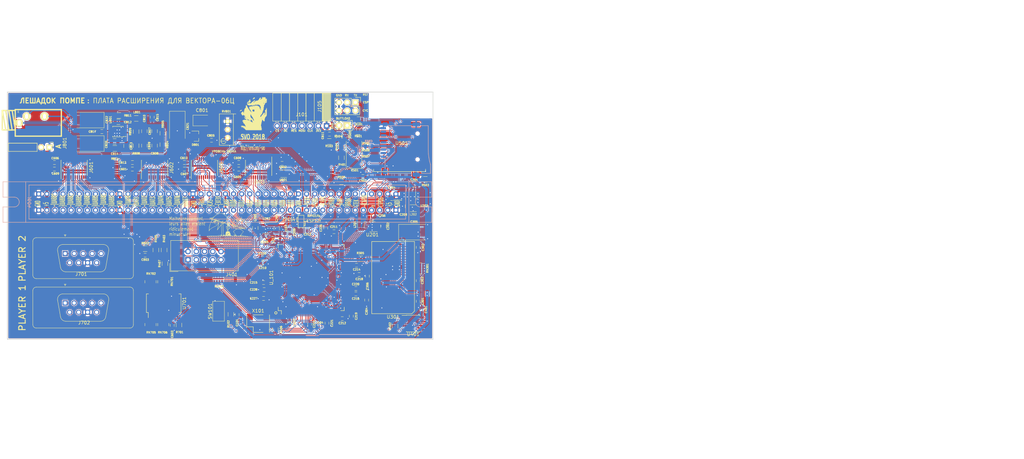
<source format=kicad_pcb>
(kicad_pcb (version 20171130) (host pcbnew "(2018-01-30 revision 342197bb3)-makepkg")
  (layers (0 F.Cu signal) (31 B.Cu signal) (34 B.Paste user) (35 F.Paste user) (36 B.SilkS user) (37 F.SilkS user) (38 B.Mask user) (39 F.Mask user) (44 Edge.Cuts user))
  (net 0 "")
  (net 1 +5V)
  (net 2 GND)
  (net 3 "Net-(C205-Pad1)")
  (net 4 +1V2)
  (net 5 +2V5)
  (net 6 +3V3)
  (net 7 /ADC_SNDp)
  (net 8 /anal/V06C_AUDIO)
  (net 9 /ADC_SNDn)
  (net 10 "Net-(C807-Pad2)")
  (net 11 "Net-(C808-Pad2)")
  (net 12 "Net-(C809-Pad1)")
  (net 13 "Net-(C810-Pad1)")
  (net 14 "Net-(C812-Pad1)")
  (net 15 "Net-(C812-Pad2)")
  (net 16 "Net-(C813-Pad2)")
  (net 17 "Net-(C814-Pad2)")
  (net 18 "Net-(C814-Pad1)")
  (net 19 "Net-(C817-Pad2)")
  (net 20 "Net-(C820-Pad2)")
  (net 21 "Net-(C822-Pad2)")
  (net 22 /ADC_SYNCp)
  (net 23 /ADC_SYNCn)
  (net 24 /DCLK/SPICLK)
  (net 25 /DATA0)
  (net 26 "Net-(J101-Pad5)")
  (net 27 /DISPL_DC)
  (net 28 /~DISPL_CS)
  (net 29 "Net-(J102-Pad2)")
  (net 30 /FREE_IO1)
  (net 31 /FREE_I1)
  (net 32 "Net-(J401-Pad1)")
  (net 33 "Net-(J401-Pad3)")
  (net 34 "Net-(J401-Pad5)")
  (net 35 "Net-(J401-Pad6)")
  (net 36 "Net-(J401-Pad7)")
  (net 37 "Net-(J401-Pad8)")
  (net 38 "Net-(J401-Pad9)")
  (net 39 /~SD_SS)
  (net 40 /ASDO)
  (net 41 "Net-(J501-Pad8)")
  (net 42 "Net-(J601-Pad21)")
  (net 43 "Net-(J601-Pad20)")
  (net 44 "Net-(J601-Pad19)")
  (net 45 "Net-(J601-Pad18)")
  (net 46 "Net-(J601-Pad17)")
  (net 47 "Net-(J601-Pad16)")
  (net 48 "Net-(J601-Pad15)")
  (net 49 "Net-(J601-Pad14)")
  (net 50 /~ШАВВ7)
  (net 51 /~ШАВВ6)
  (net 52 /~ШАВВ5)
  (net 53 /~ШАВВ4)
  (net 54 /~ШАВВ3)
  (net 55 /~ШАВВ2)
  (net 56 /~ШАВВ1)
  (net 57 /~ШАВВ0)
  (net 58 /~ШАП0)
  (net 59 /~ШАП1)
  (net 60 /~ШАП2)
  (net 61 /~ШАП3)
  (net 62 /~ШАП4)
  (net 63 /~ШАП5)
  (net 64 /~ШАП6)
  (net 65 /~ШАП7)
  (net 66 "Net-(J602-Pad14)")
  (net 67 "Net-(J602-Pad15)")
  (net 68 "Net-(J602-Pad16)")
  (net 69 "Net-(J602-Pad17)")
  (net 70 "Net-(J602-Pad18)")
  (net 71 "Net-(J602-Pad19)")
  (net 72 "Net-(J602-Pad20)")
  (net 73 "Net-(J602-Pad21)")
  (net 74 /BUS/ШДЪ0)
  (net 75 /BUS/ШДЪ1)
  (net 76 /BUS/ШДЪ2)
  (net 77 /BUS/ШДЪ3)
  (net 78 /BUS/ШДЪ4)
  (net 79 /BUS/ШДЪ5)
  (net 80 /BUS/ШДЪ6)
  (net 81 /BUS/ШДЪ7)
  (net 82 /ШД7)
  (net 83 /ШД6)
  (net 84 /ШД5)
  (net 85 /ШД4)
  (net 86 /ШД3)
  (net 87 /ШД2)
  (net 88 /ШД1)
  (net 89 /ШД0)
  (net 90 /~БЛК)
  (net 91 /BUS/~RASЪ)
  (net 92 /BUS/~CASЪ)
  (net 93 /BUS/~ЗПЗУЪ)
  (net 94 /BUS/~ЧТЗУЪ)
  (net 95 /BUS/~ЧТВВЪ)
  (net 96 /BUS/~СБРЪ_СИСТЕМЫ)
  (net 97 /BUS/~ЗПВВЪ)
  (net 98 /BUS/~БЛКЪ)
  (net 99 /BUS/~ВВОДЪ_СИСТЕМЫ)
  (net 100 /BUS/СТЕКЪ)
  (net 101 /BUS/~СБРОСЪ)
  (net 102 "Net-(J604-Pad49)")
  (net 103 "Net-(J604-Pad42)")
  (net 104 /BUS/СТРОБЪ_СОСТЪ)
  (net 105 /~RAS)
  (net 106 /~CAS)
  (net 107 /СТРОБ_СОСТ)
  (net 108 /Joysticks/~P2UP)
  (net 109 /Joysticks/~P2DN)
  (net 110 /Joysticks/~P2LT)
  (net 111 /Joysticks/~P2RT)
  (net 112 /Joysticks/~P1B3)
  (net 113 /Joysticks/~P2B2)
  (net 114 /Joysticks/~P1B4)
  (net 115 /Joysticks/~P2B1)
  (net 116 /Joysticks/~P1B1)
  (net 117 /Joysticks/~P1B2)
  (net 118 /Joysticks/~P1RT)
  (net 119 /Joysticks/~P1LT)
  (net 120 /Joysticks/~P1DN)
  (net 121 /Joysticks/~P1UP)
  (net 122 "Net-(JP501-Pad1)")
  (net 123 "Net-(L201-Pad1)")
  (net 124 "Net-(L202-Pad1)")
  (net 125 /~SDRAM_CS)
  (net 126 /~SDRAM_RAS)
  (net 127 /~SDRAM_CAS)
  (net 128 /~SDRAM_WE)
  (net 129 /SDRAM_CKE)
  (net 130 /~CONFIG)
  (net 131 "Net-(R402-Pad1)")
  (net 132 /CONF_DONE)
  (net 133 /~STATUS)
  (net 134 "Net-(R502-Pad2)")
  (net 135 /ADC_SNDINT)
  (net 136 /AUDIO_L)
  (net 137 /AUDIO_R)
  (net 138 /ADC_SYNCINT)
  (net 139 /HVSYNC)
  (net 140 /VIDEOBW)
  (net 141 /TDO)
  (net 142 /TMS)
  (net 143 /TCK)
  (net 144 /TDI)
  (net 145 /SDRAM_DQ15)
  (net 146 /SDRAM_DQ0)
  (net 147 /SDRAM_DQ14)
  (net 148 /SDRAM_DQ1)
  (net 149 /SDRAM_DQ13)
  (net 150 /SDRAM_DQ2)
  (net 151 /SDRAM_DQ12)
  (net 152 /SDRAM_DQ3)
  (net 153 /SDRAM_DQ11)
  (net 154 /SDRAM_DQ4)
  (net 155 /SDRAM_DQ10)
  (net 156 /SDRAM_DQ5)
  (net 157 /SDRAM_DQ9)
  (net 158 /SDRAM_DQ6)
  (net 159 /SDRAM_DQ8)
  (net 160 /SDRAM_DQ7)
  (net 161 "Net-(U301-Pad40)")
  (net 162 /SDRAM_DLQM)
  (net 163 /SDRAM_UDQM)
  (net 164 /SDRAM_CLK)
  (net 165 "Net-(U301-Pad36)")
  (net 166 /SDRAM_A11)
  (net 167 /SDRAM_BA0)
  (net 168 /SDRAM_A9)
  (net 169 /SDRAM_BA1)
  (net 170 /SDRAM_A8)
  (net 171 /SDRAM_A10)
  (net 172 /SDRAM_A7)
  (net 173 /SDRAM_A0)
  (net 174 /SDRAM_A6)
  (net 175 /SDRAM_A1)
  (net 176 /SDRAM_A5)
  (net 177 /SDRAM_A2)
  (net 178 /SDRAM_A4)
  (net 179 /SDRAM_A3)
  (net 180 /~CSO)
  (net 181 "Net-(U501-Pad2)")
  (net 182 /~ESP_SS)
  (net 183 /ESP_TxD)
  (net 184 /ESP_RxD)
  (net 185 "Net-(U501-Pad17)")
  (net 186 "Net-(U501-Pad18)")
  (net 187 "Net-(U501-Pad19)")
  (net 188 "Net-(U501-Pad20)")
  (net 189 "Net-(U501-Pad21)")
  (net 190 "Net-(U501-Pad22)")
  (net 191 /~JOY_SS)
  (net 192 "Net-(U701-Pad19)")
  (net 193 "Net-(U701-Pad20)")
  (net 194 /MCLK)
  (net 195 "Net-(X101-Pad1)")
  (net 196 /Joysticks/~P2B3)
  (net 197 /Joysticks/~P2B4)
  (net 198 "Net-(J501-Pad1)")
  (net 199 /BUTT1)
  (net 200 "Net-(J604-Pad36)")
  (net 201 "Net-(J604-Pad39)")
  (net 202 "Net-(J604-Pad50)")
  (net 203 "Net-(U501-Pad13)")
  (net 204 /ESP12F/TxD)
  (net 205 /ESP12F/RxD)
  (net 206 "Net-(R506-Pad1)")
  (net 207 "Net-(R507-Pad1)")
  (net 208 "Net-(R508-Pad1)")
  (net 209 "Net-(J502-Pad1)")
  (net 210 /anal/POWERPAD)
  (module Connectors_DSub:DSUB-9_Male_Vertical_Pitch2.77x2.84mm (layer F.Cu) (at 64.516 168.656)
    (fp_text reference J701 (at 4.953 6.35) (layer F.SilkS))
    (fp_text value DB9_Male_MountingHoles)
    (pad 9 thru_hole circle (at 9.695 2.84) (size 1.6 1.6) (drill 1) (layers *.Cu *.Mask) (net 113 /Joysticks/~P2B2))
    (pad 8 thru_hole circle (at 6.925 2.84) (size 1.6 1.6) (drill 1) (layers *.Cu *.Mask) (net 2 GND))
    (pad 7 thru_hole circle (at 4.155 2.84) (size 1.6 1.6) (drill 1) (layers *.Cu *.Mask) (net 197 /Joysticks/~P2B4))
    (pad 6 thru_hole circle (at 1.385 2.84) (size 1.6 1.6) (drill 1) (layers *.Cu *.Mask) (net 115 /Joysticks/~P2B1))
    (pad 5 thru_hole circle (at 11.08 0) (size 1.6 1.6) (drill 1) (layers *.Cu *.Mask) (net 196 /Joysticks/~P2B3))
    (pad 4 thru_hole circle (at 8.31 0) (size 1.6 1.6) (drill 1) (layers *.Cu *.Mask) (net 111 /Joysticks/~P2RT))
    (pad 3 thru_hole circle (at 5.54 0) (size 1.6 1.6) (drill 1) (layers *.Cu *.Mask) (net 110 /Joysticks/~P2LT))
    (pad 2 thru_hole circle (at 2.77 0) (size 1.6 1.6) (drill 1) (layers *.Cu *.Mask) (net 109 /Joysticks/~P2DN))
    (pad 1 thru_hole rect (at 0 0) (size 1.6 1.6) (drill 1) (layers *.Cu *.Mask) (net 108 /Joysticks/~P2UP))
  )
  (module Housings_SSOP:SSOP-28_5.3x10.2mm_Pitch0.65mm (layer F.Cu) (at 94.869 183.9595 90)
    (fp_text reference U701 (at 0 6.35 90) (layer F.SilkS))
    (fp_text value MCP23S17)
    (pad 28 smd rect (at 3.6 -4.225 90) (size 1.75 0.45) (layers F.Cu F.Paste F.Mask) (net 108 /Joysticks/~P2UP))
    (pad 27 smd rect (at 3.6 -3.575 90) (size 1.75 0.45) (layers F.Cu F.Paste F.Mask) (net 109 /Joysticks/~P2DN))
    (pad 26 smd rect (at 3.6 -2.925 90) (size 1.75 0.45) (layers F.Cu F.Paste F.Mask) (net 110 /Joysticks/~P2LT))
    (pad 25 smd rect (at 3.6 -2.275 90) (size 1.75 0.45) (layers F.Cu F.Paste F.Mask) (net 111 /Joysticks/~P2RT))
    (pad 24 smd rect (at 3.6 -1.625 90) (size 1.75 0.45) (layers F.Cu F.Paste F.Mask) (net 115 /Joysticks/~P2B1))
    (pad 23 smd rect (at 3.6 -0.975 90) (size 1.75 0.45) (layers F.Cu F.Paste F.Mask) (net 113 /Joysticks/~P2B2))
    (pad 22 smd rect (at 3.6 -0.325 90) (size 1.75 0.45) (layers F.Cu F.Paste F.Mask) (net 196 /Joysticks/~P2B3))
    (pad 21 smd rect (at 3.6 0.325 90) (size 1.75 0.45) (layers F.Cu F.Paste F.Mask) (net 197 /Joysticks/~P2B4))
    (pad 20 smd rect (at 3.6 0.975 90) (size 1.75 0.45) (layers F.Cu F.Paste F.Mask) (net 193 "Net-(U701-Pad20)"))
    (pad 19 smd rect (at 3.6 1.625 90) (size 1.75 0.45) (layers F.Cu F.Paste F.Mask) (net 192 "Net-(U701-Pad19)"))
    (pad 18 smd rect (at 3.6 2.275 90) (size 1.75 0.45) (layers F.Cu F.Paste F.Mask) (net 2 GND))
    (pad 17 smd rect (at 3.6 2.925 90) (size 1.75 0.45) (layers F.Cu F.Paste F.Mask) (net 2 GND))
    (pad 16 smd rect (at 3.6 3.575 90) (size 1.75 0.45) (layers F.Cu F.Paste F.Mask) (net 2 GND))
    (pad 15 smd rect (at 3.6 4.225 90) (size 1.75 0.45) (layers F.Cu F.Paste F.Mask) (net 2 GND))
    (pad 14 smd rect (at -3.6 4.225 90) (size 1.75 0.45) (layers F.Cu F.Paste F.Mask) (net 40 /ASDO))
    (pad 13 smd rect (at -3.6 3.575 90) (size 1.75 0.45) (layers F.Cu F.Paste F.Mask) (net 25 /DATA0))
    (pad 12 smd rect (at -3.6 2.925 90) (size 1.75 0.45) (layers F.Cu F.Paste F.Mask) (net 24 /DCLK/SPICLK))
    (pad 11 smd rect (at -3.6 2.275 90) (size 1.75 0.45) (layers F.Cu F.Paste F.Mask) (net 191 /~JOY_SS))
    (pad 10 smd rect (at -3.6 1.625 90) (size 1.75 0.45) (layers F.Cu F.Paste F.Mask) (net 2 GND))
    (pad 9 smd rect (at -3.6 0.975 90) (size 1.75 0.45) (layers F.Cu F.Paste F.Mask) (net 6 +3V3))
    (pad 8 smd rect (at -3.6 0.325 90) (size 1.75 0.45) (layers F.Cu F.Paste F.Mask) (net 121 /Joysticks/~P1UP))
    (pad 7 smd rect (at -3.6 -0.325 90) (size 1.75 0.45) (layers F.Cu F.Paste F.Mask) (net 120 /Joysticks/~P1DN))
    (pad 6 smd rect (at -3.6 -0.975 90) (size 1.75 0.45) (layers F.Cu F.Paste F.Mask) (net 119 /Joysticks/~P1LT))
    (pad 5 smd rect (at -3.6 -1.625 90) (size 1.75 0.45) (layers F.Cu F.Paste F.Mask) (net 118 /Joysticks/~P1RT))
    (pad 4 smd rect (at -3.6 -2.275 90) (size 1.75 0.45) (layers F.Cu F.Paste F.Mask) (net 116 /Joysticks/~P1B1))
    (pad 3 smd rect (at -3.6 -2.925 90) (size 1.75 0.45) (layers F.Cu F.Paste F.Mask) (net 117 /Joysticks/~P1B2))
    (pad 2 smd rect (at -3.6 -3.575 90) (size 1.75 0.45) (layers F.Cu F.Paste F.Mask) (net 112 /Joysticks/~P1B3))
    (pad 1 smd rect (at -3.6 -4.225 90) (size 1.75 0.45) (layers F.Cu F.Paste F.Mask) (net 114 /Joysticks/~P1B4))
  )
  (module Connectors_DSub:DSUB-9_Male_Vertical_Pitch2.77x2.84mm (layer F.Cu) (at 64.516 183.896)
    (fp_text reference J702 (at 5.842 6.096 180) (layer F.SilkS))
    (fp_text value DB9_Male_MountingHoles)
    (pad 1 thru_hole rect (at 0 0) (size 1.6 1.6) (drill 1) (layers *.Cu *.Mask) (net 121 /Joysticks/~P1UP))
    (pad 2 thru_hole circle (at 2.77 0) (size 1.6 1.6) (drill 1) (layers *.Cu *.Mask) (net 120 /Joysticks/~P1DN))
    (pad 3 thru_hole circle (at 5.54 0) (size 1.6 1.6) (drill 1) (layers *.Cu *.Mask) (net 119 /Joysticks/~P1LT))
    (pad 4 thru_hole circle (at 8.31 0) (size 1.6 1.6) (drill 1) (layers *.Cu *.Mask) (net 118 /Joysticks/~P1RT))
    (pad 5 thru_hole circle (at 11.08 0) (size 1.6 1.6) (drill 1) (layers *.Cu *.Mask) (net 112 /Joysticks/~P1B3))
    (pad 6 thru_hole circle (at 1.385 2.84) (size 1.6 1.6) (drill 1) (layers *.Cu *.Mask) (net 116 /Joysticks/~P1B1))
    (pad 7 thru_hole circle (at 4.155 2.84) (size 1.6 1.6) (drill 1) (layers *.Cu *.Mask) (net 114 /Joysticks/~P1B4))
    (pad 8 thru_hole circle (at 6.925 2.84) (size 1.6 1.6) (drill 1) (layers *.Cu *.Mask) (net 2 GND))
    (pad 9 thru_hole circle (at 9.695 2.84) (size 1.6 1.6) (drill 1) (layers *.Cu *.Mask) (net 117 /Joysticks/~P1B2))
  )
  (module altera-eqfp-144:Altera_EQFP-144_20x20mm_Pitch0.5mm (layer F.Cu) (at 140.288993 176.071176 90)
    (fp_text reference U_101 (at 0 -12.275 90) (layer F.SilkS))
    (fp_text value EP4CE06E22)
    (pad 1 smd rect (at -10.95 -8.75 90) (size 1.45 0.25) (layers F.Cu F.Paste F.Mask) (net 55 /~ШАВВ2))
    (pad 2 smd rect (at -10.95 -8.25 90) (size 1.45 0.25) (layers F.Cu F.Paste F.Mask) (net 56 /~ШАВВ1))
    (pad 3 smd rect (at -10.95 -7.75 90) (size 1.45 0.25) (layers F.Cu F.Paste F.Mask) (net 57 /~ШАВВ0))
    (pad 4 smd rect (at -10.95 -7.25 90) (size 1.45 0.25) (layers F.Cu F.Paste F.Mask) (net 2 GND))
    (pad 5 smd rect (at -10.95 -6.75 90) (size 1.45 0.25) (layers F.Cu F.Paste F.Mask) (net 4 +1V2))
    (pad 6 smd rect (at -10.95 -6.25 90) (size 1.45 0.25) (layers F.Cu F.Paste F.Mask) (net 40 /ASDO))
    (pad 7 smd rect (at -10.95 -5.75 90) (size 1.45 0.25) (layers F.Cu F.Paste F.Mask) (net 39 /~SD_SS))
    (pad 8 smd rect (at -10.95 -5.25 90) (size 1.45 0.25) (layers F.Cu F.Paste F.Mask) (net 180 /~CSO))
    (pad 9 smd rect (at -10.95 -4.75 90) (size 1.45 0.25) (layers F.Cu F.Paste F.Mask) (net 133 /~STATUS))
    (pad 10 smd rect (at -10.95 -4.25 90) (size 1.45 0.25) (layers F.Cu F.Paste F.Mask) (net 183 /ESP_TxD))
    (pad 11 smd rect (at -10.95 -3.75 90) (size 1.45 0.25) (layers F.Cu F.Paste F.Mask) (net 182 /~ESP_SS))
    (pad 12 smd rect (at -10.95 -3.25 90) (size 1.45 0.25) (layers F.Cu F.Paste F.Mask) (net 24 /DCLK/SPICLK))
    (pad 13 smd rect (at -10.95 -2.75 90) (size 1.45 0.25) (layers F.Cu F.Paste F.Mask) (net 25 /DATA0))
    (pad 14 smd rect (at -10.95 -2.25 90) (size 1.45 0.25) (layers F.Cu F.Paste F.Mask) (net 130 /~CONFIG))
    (pad 15 smd rect (at -10.95 -1.75 90) (size 1.45 0.25) (layers F.Cu F.Paste F.Mask) (net 144 /TDI))
    (pad 16 smd rect (at -10.95 -1.25 90) (size 1.45 0.25) (layers F.Cu F.Paste F.Mask) (net 143 /TCK))
    (pad 17 smd rect (at -10.95 -0.75 90) (size 1.45 0.25) (layers F.Cu F.Paste F.Mask) (net 6 +3V3))
    (pad 18 smd rect (at -10.95 -0.25 90) (size 1.45 0.25) (layers F.Cu F.Paste F.Mask) (net 142 /TMS))
    (pad 19 smd rect (at -10.95 0.25 90) (size 1.45 0.25) (layers F.Cu F.Paste F.Mask) (net 2 GND))
    (pad 20 smd rect (at -10.95 0.75 90) (size 1.45 0.25) (layers F.Cu F.Paste F.Mask) (net 141 /TDO))
    (pad 21 smd rect (at -10.95 1.25 90) (size 1.45 0.25) (layers F.Cu F.Paste F.Mask) (net 2 GND))
    (pad 22 smd rect (at -10.95 1.75 90) (size 1.45 0.25) (layers F.Cu F.Paste F.Mask) (net 2 GND))
    (pad 23 smd rect (at -10.95 2.25 90) (size 1.45 0.25) (layers F.Cu F.Paste F.Mask) (net 31 /FREE_I1))
    (pad 24 smd rect (at -10.95 2.75 90) (size 1.45 0.25) (layers F.Cu F.Paste F.Mask) (net 194 /MCLK))
    (pad 25 smd rect (at -10.95 3.25 90) (size 1.45 0.25) (layers F.Cu F.Paste F.Mask) (net 199 /BUTT1))
    (pad 26 smd rect (at -10.95 3.75 90) (size 1.45 0.25) (layers F.Cu F.Paste F.Mask) (net 6 +3V3))
    (pad 27 smd rect (at -10.95 4.25 90) (size 1.45 0.25) (layers F.Cu F.Paste F.Mask) (net 2 GND))
    (pad 28 smd rect (at -10.95 4.75 90) (size 1.45 0.25) (layers F.Cu F.Paste F.Mask) (net 146 /SDRAM_DQ0))
    (pad 29 smd rect (at -10.95 5.25 90) (size 1.45 0.25) (layers F.Cu F.Paste F.Mask) (net 4 +1V2))
    (pad 30 smd rect (at -10.95 5.75 90) (size 1.45 0.25) (layers F.Cu F.Paste F.Mask) (net 148 /SDRAM_DQ1))
    (pad 31 smd rect (at -10.95 6.25 90) (size 1.45 0.25) (layers F.Cu F.Paste F.Mask) (net 150 /SDRAM_DQ2))
    (pad 32 smd rect (at -10.95 6.75 90) (size 1.45 0.25) (layers F.Cu F.Paste F.Mask) (net 152 /SDRAM_DQ3))
    (pad 33 smd rect (at -10.95 7.25 90) (size 1.45 0.25) (layers F.Cu F.Paste F.Mask) (net 154 /SDRAM_DQ4))
    (pad 34 smd rect (at -10.95 7.75 90) (size 1.45 0.25) (layers F.Cu F.Paste F.Mask) (net 156 /SDRAM_DQ5))
    (pad 35 smd rect (at -10.95 8.25 90) (size 1.45 0.25) (layers F.Cu F.Paste F.Mask) (net 5 +2V5))
    (pad 36 smd rect (at -10.95 8.75 90) (size 1.45 0.25) (layers F.Cu F.Paste F.Mask) (net 2 GND))
    (pad 37 smd rect (at -8.75 10.95 180) (size 1.45 0.25) (layers F.Cu F.Paste F.Mask) (net 4 +1V2))
    (pad 38 smd rect (at -8.25 10.95 180) (size 1.45 0.25) (layers F.Cu F.Paste F.Mask) (net 158 /SDRAM_DQ6))
    (pad 39 smd rect (at -7.75 10.95 180) (size 1.45 0.25) (layers F.Cu F.Paste F.Mask) (net 160 /SDRAM_DQ7))
    (pad 40 smd rect (at -7.25 10.95 180) (size 1.45 0.25) (layers F.Cu F.Paste F.Mask) (net 6 +3V3))
    (pad 41 smd rect (at -6.75 10.95 180) (size 1.45 0.25) (layers F.Cu F.Paste F.Mask) (net 2 GND))
    (pad 42 smd rect (at -6.25 10.95 180) (size 1.45 0.25) (layers F.Cu F.Paste F.Mask) (net 162 /SDRAM_DLQM))
    (pad 43 smd rect (at -5.75 10.95 180) (size 1.45 0.25) (layers F.Cu F.Paste F.Mask) (net 128 /~SDRAM_WE))
    (pad 44 smd rect (at -5.25 10.95 180) (size 1.45 0.25) (layers F.Cu F.Paste F.Mask) (net 127 /~SDRAM_CAS))
    (pad 45 smd rect (at -4.75 10.95 180) (size 1.45 0.25) (layers F.Cu F.Paste F.Mask) (net 4 +1V2))
    (pad 46 smd rect (at -4.25 10.95 180) (size 1.45 0.25) (layers F.Cu F.Paste F.Mask) (net 126 /~SDRAM_RAS))
    (pad 47 smd rect (at -3.75 10.95 180) (size 1.45 0.25) (layers F.Cu F.Paste F.Mask) (net 6 +3V3))
    (pad 48 smd rect (at -3.25 10.95 180) (size 1.45 0.25) (layers F.Cu F.Paste F.Mask) (net 2 GND))
    (pad 49 smd rect (at -2.75 10.95 180) (size 1.45 0.25) (layers F.Cu F.Paste F.Mask) (net 145 /SDRAM_DQ15))
    (pad 50 smd rect (at -2.25 10.95 180) (size 1.45 0.25) (layers F.Cu F.Paste F.Mask) (net 147 /SDRAM_DQ14))
    (pad 51 smd rect (at -1.75 10.95 180) (size 1.45 0.25) (layers F.Cu F.Paste F.Mask) (net 149 /SDRAM_DQ13))
    (pad 52 smd rect (at -1.25 10.95 180) (size 1.45 0.25) (layers F.Cu F.Paste F.Mask) (net 151 /SDRAM_DQ12))
    (pad 53 smd rect (at -0.75 10.95 180) (size 1.45 0.25) (layers F.Cu F.Paste F.Mask) (net 153 /SDRAM_DQ11))
    (pad 54 smd rect (at -0.25 10.95 180) (size 1.45 0.25) (layers F.Cu F.Paste F.Mask) (net 155 /SDRAM_DQ10))
    (pad 55 smd rect (at 0.25 10.95 180) (size 1.45 0.25) (layers F.Cu F.Paste F.Mask) (net 157 /SDRAM_DQ9))
    (pad 56 smd rect (at 0.75 10.95 180) (size 1.45 0.25) (layers F.Cu F.Paste F.Mask) (net 6 +3V3))
    (pad 57 smd rect (at 1.25 10.95 180) (size 1.45 0.25) (layers F.Cu F.Paste F.Mask) (net 2 GND))
    (pad 58 smd rect (at 1.75 10.95 180) (size 1.45 0.25) (layers F.Cu F.Paste F.Mask) (net 159 /SDRAM_DQ8))
    (pad 59 smd rect (at 2.25 10.95 180) (size 1.45 0.25) (layers F.Cu F.Paste F.Mask) (net 163 /SDRAM_UDQM))
    (pad 60 smd rect (at 2.75 10.95 180) (size 1.45 0.25) (layers F.Cu F.Paste F.Mask) (net 164 /SDRAM_CLK))
    (pad 61 smd rect (at 3.25 10.95 180) (size 1.45 0.25) (layers F.Cu F.Paste F.Mask) (net 4 +1V2))
    (pad 62 smd rect (at 3.75 10.95 180) (size 1.45 0.25) (layers F.Cu F.Paste F.Mask) (net 6 +3V3))
    (pad 63 smd rect (at 4.25 10.95 180) (size 1.45 0.25) (layers F.Cu F.Paste F.Mask) (net 2 GND))
    (pad 64 smd rect (at 4.75 10.95 180) (size 1.45 0.25) (layers F.Cu F.Paste F.Mask) (net 129 /SDRAM_CKE))
    (pad 65 smd rect (at 5.25 10.95 180) (size 1.45 0.25) (layers F.Cu F.Paste F.Mask) (net 166 /SDRAM_A11))
    (pad 66 smd rect (at 5.75 10.95 180) (size 1.45 0.25) (layers F.Cu F.Paste F.Mask) (net 168 /SDRAM_A9))
    (pad 67 smd rect (at 6.25 10.95 180) (size 1.45 0.25) (layers F.Cu F.Paste F.Mask) (net 170 /SDRAM_A8))
    (pad 68 smd rect (at 6.75 10.95 180) (size 1.45 0.25) (layers F.Cu F.Paste F.Mask) (net 172 /SDRAM_A7))
    (pad 69 smd rect (at 7.25 10.95 180) (size 1.45 0.25) (layers F.Cu F.Paste F.Mask) (net 174 /SDRAM_A6))
    (pad 70 smd rect (at 7.75 10.95 180) (size 1.45 0.25) (layers F.Cu F.Paste F.Mask) (net 176 /SDRAM_A5))
    (pad 71 smd rect (at 8.25 10.95 180) (size 1.45 0.25) (layers F.Cu F.Paste F.Mask) (net 178 /SDRAM_A4))
    (pad 72 smd rect (at 8.75 10.95 180) (size 1.45 0.25) (layers F.Cu F.Paste F.Mask) (net 125 /~SDRAM_CS))
    (pad 73 smd rect (at 10.95 8.75 90) (size 1.45 0.25) (layers F.Cu F.Paste F.Mask) (net 167 /SDRAM_BA0))
    (pad 74 smd rect (at 10.95 8.25 90) (size 1.45 0.25) (layers F.Cu F.Paste F.Mask) (net 169 /SDRAM_BA1))
    (pad 75 smd rect (at 10.95 7.75 90) (size 1.45 0.25) (layers F.Cu F.Paste F.Mask) (net 171 /SDRAM_A10))
    (pad 76 smd rect (at 10.95 7.25 90) (size 1.45 0.25) (layers F.Cu F.Paste F.Mask) (net 173 /SDRAM_A0))
    (pad 77 smd rect (at 10.95 6.75 90) (size 1.45 0.25) (layers F.Cu F.Paste F.Mask) (net 175 /SDRAM_A1))
    (pad 78 smd rect (at 10.95 6.25 90) (size 1.45 0.25) (layers F.Cu F.Paste F.Mask) (net 4 +1V2))
    (pad 79 smd rect (at 10.95 5.75 90) (size 1.45 0.25) (layers F.Cu F.Paste F.Mask) (net 2 GND))
    (pad 80 smd rect (at 10.95 5.25 90) (size 1.45 0.25) (layers F.Cu F.Paste F.Mask) (net 177 /SDRAM_A2))
    (pad 81 smd rect (at 10.95 4.75 90) (size 1.45 0.25) (layers F.Cu F.Paste F.Mask) (net 6 +3V3))
    (pad 82 smd rect (at 10.95 4.25 90) (size 1.45 0.25) (layers F.Cu F.Paste F.Mask) (net 2 GND))
    (pad 83 smd rect (at 10.95 3.75 90) (size 1.45 0.25) (layers F.Cu F.Paste F.Mask) (net 179 /SDRAM_A3))
    (pad 84 smd rect (at 10.95 3.25 90) (size 1.45 0.25) (layers F.Cu F.Paste F.Mask) (net 23 /ADC_SYNCn))
    (pad 85 smd rect (at 10.95 2.75 90) (size 1.45 0.25) (layers F.Cu F.Paste F.Mask) (net 22 /ADC_SYNCp))
    (pad 86 smd rect (at 10.95 2.25 90) (size 1.45 0.25) (layers F.Cu F.Paste F.Mask) (net 138 /ADC_SYNCINT))
    (pad 87 smd rect (at 10.95 1.75 90) (size 1.45 0.25) (layers F.Cu F.Paste F.Mask) (net 135 /ADC_SNDINT))
    (pad 88 smd rect (at 10.95 1.25 90) (size 1.45 0.25) (layers F.Cu F.Paste F.Mask) (net 184 /ESP_RxD))
    (pad 89 smd rect (at 10.95 0.75 90) (size 1.45 0.25) (layers F.Cu F.Paste F.Mask) (net 106 /~CAS))
    (pad 90 smd rect (at 10.95 0.25 90) (size 1.45 0.25) (layers F.Cu F.Paste F.Mask) (net 105 /~RAS))
    (pad 91 smd rect (at 10.95 -0.25 90) (size 1.45 0.25) (layers F.Cu F.Paste F.Mask) (net 107 /СТРОБ_СОСТ))
    (pad 92 smd rect (at 10.95 -0.75 90) (size 1.45 0.25) (layers F.Cu F.Paste F.Mask) (net 132 /CONF_DONE))
    (pad 93 smd rect (at 10.95 -1.25 90) (size 1.45 0.25) (layers F.Cu F.Paste F.Mask) (net 6 +3V3))
    (pad 94 smd rect (at 10.95 -1.75 90) (size 1.45 0.25) (layers F.Cu F.Paste F.Mask) (net 2 GND))
    (pad 95 smd rect (at 10.95 -2.25 90) (size 1.45 0.25) (layers F.Cu F.Paste F.Mask) (net 2 GND))
    (pad 96 smd rect (at 10.95 -2.75 90) (size 1.45 0.25) (layers F.Cu F.Paste F.Mask) (net 29 "Net-(J102-Pad2)"))
    (pad 97 smd rect (at 10.95 -3.25 90) (size 1.45 0.25) (layers F.Cu F.Paste F.Mask) (net 2 GND))
    (pad 98 smd rect (at 10.95 -3.75 90) (size 1.45 0.25) (layers F.Cu F.Paste F.Mask) (net 9 /ADC_SNDn))
    (pad 99 smd rect (at 10.95 -4.25 90) (size 1.45 0.25) (layers F.Cu F.Paste F.Mask) (net 7 /ADC_SNDp))
    (pad 100 smd rect (at 10.95 -4.75 90) (size 1.45 0.25) (layers F.Cu F.Paste F.Mask) (net 90 /~БЛК))
    (pad 101 smd rect (at 10.95 -5.25 90) (size 1.45 0.25) (layers F.Cu F.Paste F.Mask) (net 137 /AUDIO_R))
    (pad 102 smd rect (at 10.95 -5.75 90) (size 1.45 0.25) (layers F.Cu F.Paste F.Mask) (net 4 +1V2))
    (pad 103 smd rect (at 10.95 -6.25 90) (size 1.45 0.25) (layers F.Cu F.Paste F.Mask) (net 136 /AUDIO_L))
    (pad 104 smd rect (at 10.95 -6.75 90) (size 1.45 0.25) (layers F.Cu F.Paste F.Mask) (net 139 /HVSYNC))
    (pad 105 smd rect (at 10.95 -7.25 90) (size 1.45 0.25) (layers F.Cu F.Paste F.Mask) (net 140 /VIDEOBW))
    (pad 106 smd rect (at 10.95 -7.75 90) (size 1.45 0.25) (layers F.Cu F.Paste F.Mask) (net 30 /FREE_IO1))
    (pad 107 smd rect (at 10.95 -8.25 90) (size 1.45 0.25) (layers F.Cu F.Paste F.Mask) (net 5 +2V5))
    (pad 108 smd rect (at 10.95 -8.75 90) (size 1.45 0.25) (layers F.Cu F.Paste F.Mask) (net 2 GND))
    (pad 109 smd rect (at 8.75 -10.95 180) (size 1.45 0.25) (layers F.Cu F.Paste F.Mask) (net 4 +1V2))
    (pad 110 smd rect (at 8.25 -10.95 180) (size 1.45 0.25) (layers F.Cu F.Paste F.Mask) (net 24 /DCLK/SPICLK))
    (pad 111 smd rect (at 7.75 -10.95 180) (size 1.45 0.25) (layers F.Cu F.Paste F.Mask) (net 191 /~JOY_SS))
    (pad 112 smd rect (at 7.25 -10.95 180) (size 1.45 0.25) (layers F.Cu F.Paste F.Mask) (net 27 /DISPL_DC))
    (pad 113 smd rect (at 6.75 -10.95 180) (size 1.45 0.25) (layers F.Cu F.Paste F.Mask) (net 28 /~DISPL_CS))
    (pad 114 smd rect (at 6.25 -10.95 180) (size 1.45 0.25) (layers F.Cu F.Paste F.Mask) (net 82 /ШД7))
    (pad 115 smd rect (at 5.75 -10.95 180) (size 1.45 0.25) (layers F.Cu F.Paste F.Mask) (net 83 /ШД6))
    (pad 116 smd rect (at 5.25 -10.95 180) (size 1.45 0.25) (layers F.Cu F.Paste F.Mask) (net 4 +1V2))
    (pad 117 smd rect (at 4.75 -10.95 180) (size 1.45 0.25) (layers F.Cu F.Paste F.Mask) (net 6 +3V3))
    (pad 118 smd rect (at 4.25 -10.95 180) (size 1.45 0.25) (layers F.Cu F.Paste F.Mask) (net 2 GND))
    (pad 119 smd rect (at 3.75 -10.95 180) (size 1.45 0.25) (layers F.Cu F.Paste F.Mask) (net 84 /ШД5))
    (pad 120 smd rect (at 3.25 -10.95 180) (size 1.45 0.25) (layers F.Cu F.Paste F.Mask) (net 85 /ШД4))
    (pad 121 smd rect (at 2.75 -10.95 180) (size 1.45 0.25) (layers F.Cu F.Paste F.Mask) (net 86 /ШД3))
    (pad 122 smd rect (at 2.25 -10.95 180) (size 1.45 0.25) (layers F.Cu F.Paste F.Mask) (net 6 +3V3))
    (pad 123 smd rect (at 1.75 -10.95 180) (size 1.45 0.25) (layers F.Cu F.Paste F.Mask) (net 2 GND))
    (pad 124 smd rect (at 1.25 -10.95 180) (size 1.45 0.25) (layers F.Cu F.Paste F.Mask) (net 87 /ШД2))
    (pad 125 smd rect (at 0.75 -10.95 180) (size 1.45 0.25) (layers F.Cu F.Paste F.Mask) (net 88 /ШД1))
    (pad 126 smd rect (at 0.25 -10.95 180) (size 1.45 0.25) (layers F.Cu F.Paste F.Mask) (net 89 /ШД0))
    (pad 127 smd rect (at -0.25 -10.95 180) (size 1.45 0.25) (layers F.Cu F.Paste F.Mask) (net 65 /~ШАП7))
    (pad 128 smd rect (at -0.75 -10.95 180) (size 1.45 0.25) (layers F.Cu F.Paste F.Mask) (net 64 /~ШАП6))
    (pad 129 smd rect (at -1.25 -10.95 180) (size 1.45 0.25) (layers F.Cu F.Paste F.Mask) (net 63 /~ШАП5))
    (pad 130 smd rect (at -1.75 -10.95 180) (size 1.45 0.25) (layers F.Cu F.Paste F.Mask) (net 6 +3V3))
    (pad 131 smd rect (at -2.25 -10.95 180) (size 1.45 0.25) (layers F.Cu F.Paste F.Mask) (net 2 GND))
    (pad 132 smd rect (at -2.75 -10.95 180) (size 1.45 0.25) (layers F.Cu F.Paste F.Mask) (net 62 /~ШАП4))
    (pad 133 smd rect (at -3.25 -10.95 180) (size 1.45 0.25) (layers F.Cu F.Paste F.Mask) (net 61 /~ШАП3))
    (pad 134 smd rect (at -3.75 -10.95 180) (size 1.45 0.25) (layers F.Cu F.Paste F.Mask) (net 4 +1V2))
    (pad 135 smd rect (at -4.25 -10.95 180) (size 1.45 0.25) (layers F.Cu F.Paste F.Mask) (net 60 /~ШАП2))
    (pad 136 smd rect (at -4.75 -10.95 180) (size 1.45 0.25) (layers F.Cu F.Paste F.Mask) (net 59 /~ШАП1))
    (pad 137 smd rect (at -5.25 -10.95 180) (size 1.45 0.25) (layers F.Cu F.Paste F.Mask) (net 58 /~ШАП0))
    (pad 138 smd rect (at -5.75 -10.95 180) (size 1.45 0.25) (layers F.Cu F.Paste F.Mask) (net 50 /~ШАВВ7))
    (pad 139 smd rect (at -6.25 -10.95 180) (size 1.45 0.25) (layers F.Cu F.Paste F.Mask) (net 6 +3V3))
    (pad 140 smd rect (at -6.75 -10.95 180) (size 1.45 0.25) (layers F.Cu F.Paste F.Mask) (net 2 GND))
    (pad 141 smd rect (at -7.25 -10.95 180) (size 1.45 0.25) (layers F.Cu F.Paste F.Mask) (net 51 /~ШАВВ6))
    (pad 142 smd rect (at -7.75 -10.95 180) (size 1.45 0.25) (layers F.Cu F.Paste F.Mask) (net 52 /~ШАВВ5))
    (pad 143 smd rect (at -8.25 -10.95 180) (size 1.45 0.25) (layers F.Cu F.Paste F.Mask) (net 53 /~ШАВВ4))
    (pad 144 smd rect (at -8.75 -10.95 180) (size 1.45 0.25) (layers F.Cu F.Paste F.Mask) (net 54 /~ШАВВ3))
    (pad 145 smd rect (at 0 0 90) (size 5.4 5.4) (layers F.Cu F.Paste F.Mask) (net 2 GND))
  )
  (module issi-tsop2-54:TSOP-2-54-0.8 (layer F.Cu) (at 165.5128 176.071176 90)
    (fp_text reference U301 (at -12.125 0 -180) (layer F.SilkS))
    (fp_text value IS42S16400J)
    (pad 54 smd rect (at -10.4 -5.38 90) (size 0.45 2) (layers F.Cu F.Paste F.Mask) (net 2 GND))
    (pad 1 smd rect (at -10.4 5.48 90) (size 0.45 2) (layers F.Cu F.Paste F.Mask) (net 6 +3V3))
    (pad 53 smd rect (at -9.6 -5.38 90) (size 0.45 2) (layers F.Cu F.Paste F.Mask) (net 145 /SDRAM_DQ15))
    (pad 2 smd rect (at -9.6 5.48 90) (size 0.45 2) (layers F.Cu F.Paste F.Mask) (net 146 /SDRAM_DQ0))
    (pad 52 smd rect (at -8.8 -5.38 90) (size 0.45 2) (layers F.Cu F.Paste F.Mask) (net 2 GND))
    (pad 3 smd rect (at -8.8 5.48 90) (size 0.45 2) (layers F.Cu F.Paste F.Mask) (net 6 +3V3))
    (pad 51 smd rect (at -8 -5.38 90) (size 0.45 2) (layers F.Cu F.Paste F.Mask) (net 147 /SDRAM_DQ14))
    (pad 4 smd rect (at -8 5.48 90) (size 0.45 2) (layers F.Cu F.Paste F.Mask) (net 148 /SDRAM_DQ1))
    (pad 50 smd rect (at -7.2 -5.38 90) (size 0.45 2) (layers F.Cu F.Paste F.Mask) (net 149 /SDRAM_DQ13))
    (pad 5 smd rect (at -7.2 5.48 90) (size 0.45 2) (layers F.Cu F.Paste F.Mask) (net 150 /SDRAM_DQ2))
    (pad 49 smd rect (at -6.4 -5.38 90) (size 0.45 2) (layers F.Cu F.Paste F.Mask) (net 6 +3V3))
    (pad 6 smd rect (at -6.4 5.48 90) (size 0.45 2) (layers F.Cu F.Paste F.Mask) (net 2 GND))
    (pad 48 smd rect (at -5.6 -5.38 90) (size 0.45 2) (layers F.Cu F.Paste F.Mask) (net 151 /SDRAM_DQ12))
    (pad 7 smd rect (at -5.6 5.48 90) (size 0.45 2) (layers F.Cu F.Paste F.Mask) (net 152 /SDRAM_DQ3))
    (pad 47 smd rect (at -4.8 -5.38 90) (size 0.45 2) (layers F.Cu F.Paste F.Mask) (net 153 /SDRAM_DQ11))
    (pad 8 smd rect (at -4.8 5.48 90) (size 0.45 2) (layers F.Cu F.Paste F.Mask) (net 154 /SDRAM_DQ4))
    (pad 46 smd rect (at -4 -5.38 90) (size 0.45 2) (layers F.Cu F.Paste F.Mask) (net 2 GND))
    (pad 9 smd rect (at -4 5.48 90) (size 0.45 2) (layers F.Cu F.Paste F.Mask) (net 6 +3V3))
    (pad 45 smd rect (at -3.2 -5.38 90) (size 0.45 2) (layers F.Cu F.Paste F.Mask) (net 155 /SDRAM_DQ10))
    (pad 10 smd rect (at -3.2 5.48 90) (size 0.45 2) (layers F.Cu F.Paste F.Mask) (net 156 /SDRAM_DQ5))
    (pad 44 smd rect (at -2.4 -5.38 90) (size 0.45 2) (layers F.Cu F.Paste F.Mask) (net 157 /SDRAM_DQ9))
    (pad 11 smd rect (at -2.4 5.48 90) (size 0.45 2) (layers F.Cu F.Paste F.Mask) (net 158 /SDRAM_DQ6))
    (pad 43 smd rect (at -1.6 -5.38 90) (size 0.45 2) (layers F.Cu F.Paste F.Mask) (net 6 +3V3))
    (pad 12 smd rect (at -1.6 5.48 90) (size 0.45 2) (layers F.Cu F.Paste F.Mask) (net 2 GND))
    (pad 42 smd rect (at -0.8 -5.38 90) (size 0.45 2) (layers F.Cu F.Paste F.Mask) (net 159 /SDRAM_DQ8))
    (pad 13 smd rect (at -0.8 5.48 90) (size 0.45 2) (layers F.Cu F.Paste F.Mask) (net 160 /SDRAM_DQ7))
    (pad 41 smd rect (at 0 -5.38 90) (size 0.45 2) (layers F.Cu F.Paste F.Mask) (net 2 GND))
    (pad 14 smd rect (at 0 5.48 90) (size 0.45 2) (layers F.Cu F.Paste F.Mask) (net 6 +3V3))
    (pad 40 smd rect (at 0.8 -5.38 90) (size 0.45 2) (layers F.Cu F.Paste F.Mask) (net 161 "Net-(U301-Pad40)"))
    (pad 15 smd rect (at 0.8 5.48 90) (size 0.45 2) (layers F.Cu F.Paste F.Mask) (net 162 /SDRAM_DLQM))
    (pad 39 smd rect (at 1.6 -5.38 90) (size 0.45 2) (layers F.Cu F.Paste F.Mask) (net 163 /SDRAM_UDQM))
    (pad 16 smd rect (at 1.6 5.48 90) (size 0.45 2) (layers F.Cu F.Paste F.Mask) (net 128 /~SDRAM_WE))
    (pad 38 smd rect (at 2.4 -5.38 90) (size 0.45 2) (layers F.Cu F.Paste F.Mask) (net 164 /SDRAM_CLK))
    (pad 17 smd rect (at 2.4 5.48 90) (size 0.45 2) (layers F.Cu F.Paste F.Mask) (net 127 /~SDRAM_CAS))
    (pad 37 smd rect (at 3.2 -5.38 90) (size 0.45 2) (layers F.Cu F.Paste F.Mask) (net 129 /SDRAM_CKE))
    (pad 18 smd rect (at 3.2 5.48 90) (size 0.45 2) (layers F.Cu F.Paste F.Mask) (net 126 /~SDRAM_RAS))
    (pad 36 smd rect (at 4 -5.38 90) (size 0.45 2) (layers F.Cu F.Paste F.Mask) (net 165 "Net-(U301-Pad36)"))
    (pad 19 smd rect (at 4 5.48 90) (size 0.45 2) (layers F.Cu F.Paste F.Mask) (net 125 /~SDRAM_CS))
    (pad 35 smd rect (at 4.8 -5.38 90) (size 0.45 2) (layers F.Cu F.Paste F.Mask) (net 166 /SDRAM_A11))
    (pad 20 smd rect (at 4.8 5.48 90) (size 0.45 2) (layers F.Cu F.Paste F.Mask) (net 167 /SDRAM_BA0))
    (pad 34 smd rect (at 5.6 -5.38 90) (size 0.45 2) (layers F.Cu F.Paste F.Mask) (net 168 /SDRAM_A9))
    (pad 21 smd rect (at 5.6 5.48 90) (size 0.45 2) (layers F.Cu F.Paste F.Mask) (net 169 /SDRAM_BA1))
    (pad 33 smd rect (at 6.4 -5.38 90) (size 0.45 2) (layers F.Cu F.Paste F.Mask) (net 170 /SDRAM_A8))
    (pad 22 smd rect (at 6.4 5.48 90) (size 0.45 2) (layers F.Cu F.Paste F.Mask) (net 171 /SDRAM_A10))
    (pad 32 smd rect (at 7.2 -5.38 90) (size 0.45 2) (layers F.Cu F.Paste F.Mask) (net 172 /SDRAM_A7))
    (pad 23 smd rect (at 7.2 5.48 90) (size 0.45 2) (layers F.Cu F.Paste F.Mask) (net 173 /SDRAM_A0))
    (pad 31 smd rect (at 8 -5.38 90) (size 0.45 2) (layers F.Cu F.Paste F.Mask) (net 174 /SDRAM_A6))
    (pad 24 smd rect (at 8 5.48 90) (size 0.45 2) (layers F.Cu F.Paste F.Mask) (net 175 /SDRAM_A1))
    (pad 30 smd rect (at 8.8 -5.38 90) (size 0.45 2) (layers F.Cu F.Paste F.Mask) (net 176 /SDRAM_A5))
    (pad 25 smd rect (at 8.8 5.48 90) (size 0.45 2) (layers F.Cu F.Paste F.Mask) (net 177 /SDRAM_A2))
    (pad 29 smd rect (at 9.6 -5.38 90) (size 0.45 2) (layers F.Cu F.Paste F.Mask) (net 178 /SDRAM_A4))
    (pad 26 smd rect (at 9.6 5.48 90) (size 0.45 2) (layers F.Cu F.Paste F.Mask) (net 179 /SDRAM_A3))
    (pad 28 smd rect (at 10.4 -5.38 90) (size 0.45 2) (layers F.Cu F.Paste F.Mask) (net 2 GND))
    (pad 27 smd rect (at 10.4 5.48 90) (size 0.45 2) (layers F.Cu F.Paste F.Mask) (net 6 +3V3))
  )
  (module Pin_Headers:Pin_Header_Straight_1x02 (layer F.Cu) (at 151.384 129.159 270)
    (fp_text reference JP501 hide)
    (fp_text value "SERIAL BUTTLOAD")
    (pad 2 thru_hole oval (at 0 2.54 270) (size 2.032 2.032) (drill 1.016) (layers *.Cu *.Mask F.SilkS) (net 2 GND))
    (pad 1 thru_hole rect (at 0 0 270) (size 2.032 2.032) (drill 1.016) (layers *.Cu *.Mask F.SilkS) (net 122 "Net-(JP501-Pad1)"))
  )
  (module jack-3:ST-215N-04 (layer F.Cu) (at 49.149 132.461 90)
    (fp_text reference J815 (at 7.70662 0.93472 90) (layer F.SilkS) (effects (font (size 0.39878 0.39878) (thickness 0.0508))))
    (fp_text value "Audio Out" hide)
    (pad 3 thru_hole circle (at 4.1 1.2 180) (size 2.4 2.4) (drill oval 1 1.6) (layers *.Cu *.Mask F.SilkS) (net 2 GND))
    (pad 2 thru_hole circle (at 6.1 9 180) (size 2.4 2.4) (drill oval 1 1.6) (layers *.Cu *.Mask F.SilkS) (net 20 "Net-(C820-Pad2)"))
    (pad 1 thru_hole circle (at 6.1 3.5 180) (size 2.4 2.4) (drill oval 1 1.6) (layers *.Cu *.Mask F.SilkS) (net 21 "Net-(C822-Pad2)"))
  )
  (module "con-ussr-snp:СНП34С-90В-В(SNP34S)" (layer B.Cu) (at 111.3725 152.774999)
    (fp_text reference J604 (at -57.85 0 -90) (layer B.SilkS) (effects (justify mirror)))
    (fp_text value SNP34-90)
    (pad 45 thru_hole circle (at 55 -2.5) (size 1.6 1.6) (drill 0.9) (layers *.Cu *.Mask) (net 2 GND))
    (pad 46 thru_hole circle (at 55 2.5) (size 1.6 1.6) (drill 0.9) (layers *.Cu *.Mask) (net 2 GND))
    (pad 44 thru_hole circle (at 52.5 -2.5) (size 1.6 1.6) (drill 0.9) (layers *.Cu *.Mask) (net 1 +5V))
    (pad 47 thru_hole circle (at 52.5 2.5) (size 1.6 1.6) (drill 0.9) (layers *.Cu *.Mask) (net 1 +5V))
    (pad 43 thru_hole circle (at 50 -2.5) (size 1.6 1.6) (drill 0.9) (layers *.Cu *.Mask) (net 104 /BUS/СТРОБЪ_СОСТЪ))
    (pad 48 thru_hole circle (at 50 2.5) (size 1.6 1.6) (drill 0.9) (layers *.Cu *.Mask) (net 104 /BUS/СТРОБЪ_СОСТЪ))
    (pad 42 thru_hole circle (at 47.5 -2.5) (size 1.6 1.6) (drill 0.9) (layers *.Cu *.Mask) (net 103 "Net-(J604-Pad42)"))
    (pad 49 thru_hole circle (at 47.5 2.5) (size 1.6 1.6) (drill 0.9) (layers *.Cu *.Mask) (net 102 "Net-(J604-Pad49)"))
    (pad 41 thru_hole circle (at 45 -2.5) (size 1.6 1.6) (drill 0.9) (layers *.Cu *.Mask) (net 101 /BUS/~СБРОСЪ))
    (pad 50 thru_hole circle (at 45 2.5) (size 1.6 1.6) (drill 0.9) (layers *.Cu *.Mask) (net 202 "Net-(J604-Pad50)"))
    (pad 40 thru_hole circle (at 42.5 -2.5) (size 1.6 1.6) (drill 0.9) (layers *.Cu *.Mask) (net 100 /BUS/СТЕКЪ))
    (pad 51 thru_hole circle (at 42.5 2.5) (size 1.6 1.6) (drill 0.9) (layers *.Cu *.Mask) (net 100 /BUS/СТЕКЪ))
    (pad 39 thru_hole circle (at 40 -2.5) (size 1.6 1.6) (drill 0.9) (layers *.Cu *.Mask) (net 201 "Net-(J604-Pad39)"))
    (pad 52 thru_hole circle (at 40 2.5) (size 1.6 1.6) (drill 0.9) (layers *.Cu *.Mask) (net 99 /BUS/~ВВОДЪ_СИСТЕМЫ))
    (pad 38 thru_hole circle (at 37.5 -2.5) (size 1.6 1.6) (drill 0.9) (layers *.Cu *.Mask) (net 98 /BUS/~БЛКЪ))
    (pad 53 thru_hole circle (at 37.5 2.5) (size 1.6 1.6) (drill 0.9) (layers *.Cu *.Mask) (net 98 /BUS/~БЛКЪ))
    (pad 37 thru_hole circle (at 35 -2.5) (size 1.6 1.6) (drill 0.9) (layers *.Cu *.Mask) (net 97 /BUS/~ЗПВВЪ))
    (pad 54 thru_hole circle (at 35 2.5) (size 1.6 1.6) (drill 0.9) (layers *.Cu *.Mask) (net 97 /BUS/~ЗПВВЪ))
    (pad 36 thru_hole circle (at 32.5 -2.5) (size 1.6 1.6) (drill 0.9) (layers *.Cu *.Mask) (net 200 "Net-(J604-Pad36)"))
    (pad 55 thru_hole circle (at 32.5 2.5) (size 1.6 1.6) (drill 0.9) (layers *.Cu *.Mask) (net 96 /BUS/~СБРЪ_СИСТЕМЫ))
    (pad 35 thru_hole circle (at 30 -2.5) (size 1.6 1.6) (drill 0.9) (layers *.Cu *.Mask) (net 95 /BUS/~ЧТВВЪ))
    (pad 56 thru_hole circle (at 30 2.5) (size 1.6 1.6) (drill 0.9) (layers *.Cu *.Mask) (net 95 /BUS/~ЧТВВЪ))
    (pad 34 thru_hole circle (at 27.5 -2.5) (size 1.6 1.6) (drill 0.9) (layers *.Cu *.Mask) (net 94 /BUS/~ЧТЗУЪ))
    (pad 57 thru_hole circle (at 27.5 2.5) (size 1.6 1.6) (drill 0.9) (layers *.Cu *.Mask) (net 94 /BUS/~ЧТЗУЪ))
    (pad 33 thru_hole circle (at 25 -2.5) (size 1.6 1.6) (drill 0.9) (layers *.Cu *.Mask) (net 2 GND))
    (pad 58 thru_hole circle (at 25 2.5) (size 1.6 1.6) (drill 0.9) (layers *.Cu *.Mask) (net 2 GND))
    (pad 32 thru_hole circle (at 22.5 -2.5) (size 1.6 1.6) (drill 0.9) (layers *.Cu *.Mask) (net 81 /BUS/ШДЪ7))
    (pad 59 thru_hole circle (at 22.5 2.5) (size 1.6 1.6) (drill 0.9) (layers *.Cu *.Mask) (net 81 /BUS/ШДЪ7))
    (pad 31 thru_hole circle (at 20 -2.5) (size 1.6 1.6) (drill 0.9) (layers *.Cu *.Mask) (net 80 /BUS/ШДЪ6))
    (pad 60 thru_hole circle (at 20 2.5) (size 1.6 1.6) (drill 0.9) (layers *.Cu *.Mask) (net 80 /BUS/ШДЪ6))
    (pad 30 thru_hole circle (at 17.5 -2.5) (size 1.6 1.6) (drill 0.9) (layers *.Cu *.Mask) (net 79 /BUS/ШДЪ5))
    (pad 61 thru_hole circle (at 17.5 2.5) (size 1.6 1.6) (drill 0.9) (layers *.Cu *.Mask) (net 79 /BUS/ШДЪ5))
    (pad 29 thru_hole circle (at 15 -2.5) (size 1.6 1.6) (drill 0.9) (layers *.Cu *.Mask) (net 78 /BUS/ШДЪ4))
    (pad 62 thru_hole circle (at 15 2.5) (size 1.6 1.6) (drill 0.9) (layers *.Cu *.Mask) (net 78 /BUS/ШДЪ4))
    (pad 28 thru_hole circle (at 12.5 -2.5) (size 1.6 1.6) (drill 0.9) (layers *.Cu *.Mask) (net 77 /BUS/ШДЪ3))
    (pad 63 thru_hole circle (at 12.5 2.5) (size 1.6 1.6) (drill 0.9) (layers *.Cu *.Mask) (net 77 /BUS/ШДЪ3))
    (pad 27 thru_hole circle (at 10 -2.5) (size 1.6 1.6) (drill 0.9) (layers *.Cu *.Mask) (net 76 /BUS/ШДЪ2))
    (pad 64 thru_hole circle (at 10 2.5) (size 1.6 1.6) (drill 0.9) (layers *.Cu *.Mask) (net 76 /BUS/ШДЪ2))
    (pad 26 thru_hole circle (at 7.5 -2.5) (size 1.6 1.6) (drill 0.9) (layers *.Cu *.Mask) (net 75 /BUS/ШДЪ1))
    (pad 65 thru_hole circle (at 7.5 2.5) (size 1.6 1.6) (drill 0.9) (layers *.Cu *.Mask) (net 75 /BUS/ШДЪ1))
    (pad 25 thru_hole circle (at 5 -2.5) (size 1.6 1.6) (drill 0.9) (layers *.Cu *.Mask) (net 74 /BUS/ШДЪ0))
    (pad 66 thru_hole circle (at 5 2.5) (size 1.6 1.6) (drill 0.9) (layers *.Cu *.Mask) (net 74 /BUS/ШДЪ0))
    (pad 24 thru_hole circle (at 2.5 -2.5) (size 1.6 1.6) (drill 0.9) (layers *.Cu *.Mask) (net 2 GND))
    (pad 67 thru_hole circle (at 2.5 2.5) (size 1.6 1.6) (drill 0.9) (layers *.Cu *.Mask) (net 2 GND))
    (pad 23 thru_hole circle (at 0 -2.5) (size 1.6 1.6) (drill 0.9) (layers *.Cu *.Mask) (net 93 /BUS/~ЗПЗУЪ))
    (pad 68 thru_hole circle (at 0 2.5) (size 1.6 1.6) (drill 0.9) (layers *.Cu *.Mask) (net 93 /BUS/~ЗПЗУЪ))
    (pad 22 thru_hole circle (at -2.5 -2.5) (size 1.6 1.6) (drill 0.9) (layers *.Cu *.Mask) (net 92 /BUS/~CASЪ))
    (pad 69 thru_hole circle (at -2.5 2.5) (size 1.6 1.6) (drill 0.9) (layers *.Cu *.Mask) (net 92 /BUS/~CASЪ))
    (pad 21 thru_hole circle (at -5 -2.5) (size 1.6 1.6) (drill 0.9) (layers *.Cu *.Mask) (net 91 /BUS/~RASЪ))
    (pad 70 thru_hole circle (at -5 2.5) (size 1.6 1.6) (drill 0.9) (layers *.Cu *.Mask) (net 91 /BUS/~RASЪ))
    (pad 20 thru_hole circle (at -7.5 -2.5) (size 1.6 1.6) (drill 0.9) (layers *.Cu *.Mask) (net 2 GND))
    (pad 71 thru_hole circle (at -7.5 2.5) (size 1.6 1.6) (drill 0.9) (layers *.Cu *.Mask) (net 2 GND))
    (pad 19 thru_hole circle (at -10 -2.5) (size 1.6 1.6) (drill 0.9) (layers *.Cu *.Mask) (net 66 "Net-(J602-Pad14)"))
    (pad 72 thru_hole circle (at -10 2.5) (size 1.6 1.6) (drill 0.9) (layers *.Cu *.Mask) (net 66 "Net-(J602-Pad14)"))
    (pad 18 thru_hole circle (at -12.5 -2.5) (size 1.6 1.6) (drill 0.9) (layers *.Cu *.Mask) (net 67 "Net-(J602-Pad15)"))
    (pad 73 thru_hole circle (at -12.5 2.5) (size 1.6 1.6) (drill 0.9) (layers *.Cu *.Mask) (net 67 "Net-(J602-Pad15)"))
    (pad 17 thru_hole circle (at -15 -2.5) (size 1.6 1.6) (drill 0.9) (layers *.Cu *.Mask) (net 68 "Net-(J602-Pad16)"))
    (pad 74 thru_hole circle (at -15 2.5) (size 1.6 1.6) (drill 0.9) (layers *.Cu *.Mask) (net 68 "Net-(J602-Pad16)"))
    (pad 16 thru_hole circle (at -17.5 -2.5) (size 1.6 1.6) (drill 0.9) (layers *.Cu *.Mask) (net 69 "Net-(J602-Pad17)"))
    (pad 75 thru_hole circle (at -17.5 2.5) (size 1.6 1.6) (drill 0.9) (layers *.Cu *.Mask) (net 69 "Net-(J602-Pad17)"))
    (pad 15 thru_hole circle (at -20 -2.5) (size 1.6 1.6) (drill 0.9) (layers *.Cu *.Mask) (net 70 "Net-(J602-Pad18)"))
    (pad 76 thru_hole circle (at -20 2.5) (size 1.6 1.6) (drill 0.9) (layers *.Cu *.Mask) (net 70 "Net-(J602-Pad18)"))
    (pad 14 thru_hole circle (at -22.5 -2.5) (size 1.6 1.6) (drill 0.9) (layers *.Cu *.Mask) (net 71 "Net-(J602-Pad19)"))
    (pad 77 thru_hole circle (at -22.5 2.5) (size 1.6 1.6) (drill 0.9) (layers *.Cu *.Mask) (net 71 "Net-(J602-Pad19)"))
    (pad 13 thru_hole circle (at -25 -2.5) (size 1.6 1.6) (drill 0.9) (layers *.Cu *.Mask) (net 72 "Net-(J602-Pad20)"))
    (pad 78 thru_hole circle (at -25 2.5) (size 1.6 1.6) (drill 0.9) (layers *.Cu *.Mask) (net 72 "Net-(J602-Pad20)"))
    (pad 12 thru_hole circle (at -27.5 -2.5) (size 1.6 1.6) (drill 0.9) (layers *.Cu *.Mask) (net 73 "Net-(J602-Pad21)"))
    (pad 79 thru_hole circle (at -27.5 2.5) (size 1.6 1.6) (drill 0.9) (layers *.Cu *.Mask) (net 73 "Net-(J602-Pad21)"))
    (pad 11 thru_hole circle (at -30 -2.5) (size 1.6 1.6) (drill 0.9) (layers *.Cu *.Mask) (net 2 GND))
    (pad 80 thru_hole circle (at -30 2.5) (size 1.6 1.6) (drill 0.9) (layers *.Cu *.Mask) (net 2 GND))
    (pad 10 thru_hole circle (at -32.5 -2.5) (size 1.6 1.6) (drill 0.9) (layers *.Cu *.Mask) (net 49 "Net-(J601-Pad14)"))
    (pad 81 thru_hole circle (at -32.5 2.5) (size 1.6 1.6) (drill 0.9) (layers *.Cu *.Mask) (net 49 "Net-(J601-Pad14)"))
    (pad 9 thru_hole circle (at -35 -2.5) (size 1.6 1.6) (drill 0.9) (layers *.Cu *.Mask) (net 48 "Net-(J601-Pad15)"))
    (pad 82 thru_hole circle (at -35 2.5) (size 1.6 1.6) (drill 0.9) (layers *.Cu *.Mask) (net 48 "Net-(J601-Pad15)"))
    (pad 8 thru_hole circle (at -37.5 -2.5) (size 1.6 1.6) (drill 0.9) (layers *.Cu *.Mask) (net 47 "Net-(J601-Pad16)"))
    (pad 83 thru_hole circle (at -37.5 2.5) (size 1.6 1.6) (drill 0.9) (layers *.Cu *.Mask) (net 47 "Net-(J601-Pad16)"))
    (pad 7 thru_hole circle (at -40 -2.5) (size 1.6 1.6) (drill 0.9) (layers *.Cu *.Mask) (net 46 "Net-(J601-Pad17)"))
    (pad 84 thru_hole circle (at -40 2.5) (size 1.6 1.6) (drill 0.9) (layers *.Cu *.Mask) (net 46 "Net-(J601-Pad17)"))
    (pad 6 thru_hole circle (at -42.5 -2.5) (size 1.6 1.6) (drill 0.9) (layers *.Cu *.Mask) (net 45 "Net-(J601-Pad18)"))
    (pad 85 thru_hole circle (at -42.5 2.5) (size 1.6 1.6) (drill 0.9) (layers *.Cu *.Mask) (net 45 "Net-(J601-Pad18)"))
    (pad 5 thru_hole circle (at -45 -2.5) (size 1.6 1.6) (drill 0.9) (layers *.Cu *.Mask) (net 44 "Net-(J601-Pad19)"))
    (pad 86 thru_hole circle (at -45 2.5) (size 1.6 1.6) (drill 0.9) (layers *.Cu *.Mask) (net 44 "Net-(J601-Pad19)"))
    (pad 4 thru_hole circle (at -47.5 -2.5) (size 1.6 1.6) (drill 0.9) (layers *.Cu *.Mask) (net 43 "Net-(J601-Pad20)"))
    (pad 87 thru_hole circle (at -47.5 2.5) (size 1.6 1.6) (drill 0.9) (layers *.Cu *.Mask) (net 43 "Net-(J601-Pad20)"))
    (pad 3 thru_hole circle (at -50 -2.5) (size 1.6 1.6) (drill 0.9) (layers *.Cu *.Mask) (net 42 "Net-(J601-Pad21)"))
    (pad 88 thru_hole circle (at -50 2.5) (size 1.6 1.6) (drill 0.9) (layers *.Cu *.Mask) (net 42 "Net-(J601-Pad21)"))
    (pad 2 thru_hole circle (at -52.5 -2.5) (size 1.6 1.6) (drill 0.9) (layers *.Cu *.Mask) (net 1 +5V))
    (pad 89 thru_hole circle (at -52.5 2.5) (size 1.6 1.6) (drill 0.9) (layers *.Cu *.Mask) (net 1 +5V))
    (pad 1 thru_hole circle (at -55 -2.5) (size 1.6 1.6) (drill 0.9) (layers *.Cu *.Mask) (net 2 GND))
    (pad 90 thru_hole circle (at -55 2.5) (size 1.6 1.6) (drill 0.9) (layers *.Cu *.Mask) (net 2 GND))
  )
  (module Capacitors_SMD:C_0603 (layer F.Cu) (at 101.219 140.589 180)
    (fp_text reference C610 (at 0.127 1.397 180) (layer F.SilkS) (effects (font (size 0.6 0.6))))
    (fp_text value 0.1)
    (pad 2 smd rect (at 0.75 0 180) (size 0.8 0.75) (layers F.Cu F.Paste F.Mask) (net 2 GND))
    (pad 1 smd rect (at -0.75 0 180) (size 0.8 0.75) (layers F.Cu F.Paste F.Mask) (net 1 +5V))
  )
  (module Capacitors_SMD:C_0603 (layer F.Cu) (at 89.154 169.164)
    (fp_text reference C803 (at 0 1.397) (layer F.SilkS) (effects (font (size 0.6 0.6))))
    (fp_text value 0.01)
    (pad 1 smd rect (at -0.75 0) (size 0.8 0.75) (layers F.Cu F.Paste F.Mask) (net 2 GND))
    (pad 2 smd rect (at 0.75 0) (size 0.8 0.75) (layers F.Cu F.Paste F.Mask) (net 9 /ADC_SNDn))
  )
  (module Resistors_SMD:R_0805 (layer F.Cu) (at 89.154 167.132)
    (fp_text reference R802 (at 0 -1.65) (layer F.SilkS) (effects (font (size 0.6 0.6))))
    (fp_text value 470)
    (pad 1 smd rect (at -0.95 0) (size 0.7 1.3) (layers F.Cu F.Paste F.Mask) (net 9 /ADC_SNDn))
    (pad 2 smd rect (at 0.95 0) (size 0.7 1.3) (layers F.Cu F.Paste F.Mask) (net 135 /ADC_SNDINT))
  )
  (module TO_SOT_Packages_SMD:SOT-363_SC-70-6 (layer F.Cu) (at 131.572 144.018 180)
    (fp_text reference U601 (at -0.127 -1.905) (layer F.SilkS) (effects (font (size 0.6 0.6))))
    (fp_text value 74LVC1T45)
    (pad 6 smd rect (at 0.95 -0.65 180) (size 0.65 0.4) (layers F.Cu F.Paste F.Mask) (net 6 +3V3))
    (pad 4 smd rect (at 0.95 0.65 180) (size 0.65 0.4) (layers F.Cu F.Paste F.Mask) (net 90 /~БЛК))
    (pad 2 smd rect (at -0.95 0 180) (size 0.65 0.4) (layers F.Cu F.Paste F.Mask) (net 2 GND))
    (pad 5 smd rect (at 0.95 0 180) (size 0.65 0.4) (layers F.Cu F.Paste F.Mask) (net 2 GND))
    (pad 3 smd rect (at -0.95 0.65 180) (size 0.65 0.4) (layers F.Cu F.Paste F.Mask) (net 98 /BUS/~БЛКЪ))
    (pad 1 smd rect (at -0.95 -0.65 180) (size 0.65 0.4) (layers F.Cu F.Paste F.Mask) (net 1 +5V))
  )
  (module Capacitors_SMD:C_0805 (layer F.Cu) (at 129.667 160.909 270)
    (fp_text reference C207 (at -3.175 0 270) (layer F.SilkS) (effects (font (size 0.6 0.6))))
    (fp_text value 4.7uF)
    (pad 2 smd rect (at 1 0 270) (size 1 1.25) (layers F.Cu F.Paste F.Mask) (net 2 GND))
    (pad 1 smd rect (at -1 0 270) (size 1 1.25) (layers F.Cu F.Paste F.Mask) (net 5 +2V5))
  )
  (module TO_SOT_Packages_SMD:TSOT-23-5 (layer F.Cu) (at 170.942 151.13 270)
    (fp_text reference U203 (at 2.794 -4.1275) (layer F.SilkS) (effects (font (size 0.6 0.6))))
    (fp_text value ADP2108-3.3)
    (pad 5 smd rect (at 1.31 -0.95 270) (size 1.22 0.65) (layers F.Cu F.Paste F.Mask) (net 124 "Net-(L202-Pad1)"))
    (pad 4 smd rect (at 1.31 0.95 270) (size 1.22 0.65) (layers F.Cu F.Paste F.Mask) (net 6 +3V3))
    (pad 3 smd rect (at -1.31 0.95 270) (size 1.22 0.65) (layers F.Cu F.Paste F.Mask) (net 1 +5V))
    (pad 2 smd rect (at -1.31 0 270) (size 1.22 0.65) (layers F.Cu F.Paste F.Mask) (net 2 GND))
    (pad 1 smd rect (at -1.31 -0.95 270) (size 1.22 0.65) (layers F.Cu F.Paste F.Mask) (net 1 +5V))
  )
  (module TO_SOT_Packages_SMD:SOT-23-5 (layer F.Cu) (at 126.238 160.782)
    (fp_text reference U202 (at 0.254 -2.8575 180) (layer F.SilkS) (effects (font (size 0.6 0.6))))
    (fp_text value LP2985-2.5)
    (pad 5 smd rect (at 1.1 -0.95) (size 1.06 0.65) (layers F.Cu F.Paste F.Mask) (net 5 +2V5))
    (pad 4 smd rect (at 1.1 0.95) (size 1.06 0.65) (layers F.Cu F.Paste F.Mask) (net 3 "Net-(C205-Pad1)"))
    (pad 3 smd rect (at -1.1 0.95) (size 1.06 0.65) (layers F.Cu F.Paste F.Mask) (net 1 +5V))
    (pad 2 smd rect (at -1.1 0) (size 1.06 0.65) (layers F.Cu F.Paste F.Mask) (net 2 GND))
    (pad 1 smd rect (at -1.1 -0.95) (size 1.06 0.65) (layers F.Cu F.Paste F.Mask) (net 1 +5V))
  )
  (module Capacitors_SMD:C_0805 (layer F.Cu) (at 159.004 157.607)
    (fp_text reference C206 (at 3.048 -0.635) (layer F.SilkS) (effects (font (size 0.6 0.6))))
    (fp_text value 10uF)
    (pad 1 smd rect (at -1 0) (size 1 1.25) (layers F.Cu F.Paste F.Mask) (net 4 +1V2))
    (pad 2 smd rect (at 1 0) (size 1 1.25) (layers F.Cu F.Paste F.Mask) (net 2 GND))
  )
  (module TO_SOT_Packages_SMD:TSOT-23-5 (layer F.Cu) (at 159.131 160.401 180)
    (fp_text reference U201 (at 0 -2.45 180) (layer F.SilkS))
    (fp_text value ADP2108-1.2)
    (pad 1 smd rect (at -1.31 -0.95 180) (size 1.22 0.65) (layers F.Cu F.Paste F.Mask) (net 1 +5V))
    (pad 2 smd rect (at -1.31 0 180) (size 1.22 0.65) (layers F.Cu F.Paste F.Mask) (net 2 GND))
    (pad 3 smd rect (at -1.31 0.95 180) (size 1.22 0.65) (layers F.Cu F.Paste F.Mask) (net 1 +5V))
    (pad 4 smd rect (at 1.31 0.95 180) (size 1.22 0.65) (layers F.Cu F.Paste F.Mask) (net 4 +1V2))
    (pad 5 smd rect (at 1.31 -0.95 180) (size 1.22 0.65) (layers F.Cu F.Paste F.Mask) (net 123 "Net-(L201-Pad1)"))
  )
  (module Capacitors_SMD:C_0805 (layer F.Cu) (at 162.56 160.2265 90)
    (fp_text reference C202 (at 0 1.397 90) (layer F.SilkS) (effects (font (size 0.6 0.6))))
    (fp_text value 4.7uF)
    (pad 1 smd rect (at -1 0 90) (size 1 1.25) (layers F.Cu F.Paste F.Mask) (net 1 +5V))
    (pad 2 smd rect (at 1 0 90) (size 1 1.25) (layers F.Cu F.Paste F.Mask) (net 2 GND))
  )
  (module Capacitors_SMD:C_0603 (layer F.Cu) (at 126.365 163.449 180)
    (fp_text reference C205 (at 0.381 -1.651 180) (layer F.SilkS) (effects (font (size 0.6 0.6))))
    (fp_text value 0.01uF)
    (pad 2 smd rect (at 0.75 0 180) (size 0.8 0.75) (layers F.Cu F.Paste F.Mask) (net 2 GND))
    (pad 1 smd rect (at -0.75 0 180) (size 0.8 0.75) (layers F.Cu F.Paste F.Mask) (net 3 "Net-(C205-Pad1)"))
  )
  (module Capacitors_SMD:C_0805 (layer F.Cu) (at 168.402 154.0985 90)
    (fp_text reference C208 (at -2.556 0.254 180) (layer F.SilkS) (effects (font (size 0.6 0.6))))
    (fp_text value 10uF)
    (pad 1 smd rect (at -1 0 90) (size 1 1.25) (layers F.Cu F.Paste F.Mask) (net 6 +3V3))
    (pad 2 smd rect (at 1 0 90) (size 1 1.25) (layers F.Cu F.Paste F.Mask) (net 2 GND))
  )
  (module Capacitors_SMD:C_0805 (layer F.Cu) (at 123.063 160.782 270)
    (fp_text reference C203 (at -3.175 0 90) (layer F.SilkS) (effects (font (size 0.6 0.6))))
    (fp_text value 4.7uF)
    (pad 1 smd rect (at -1 0 270) (size 1 1.25) (layers F.Cu F.Paste F.Mask) (net 1 +5V))
    (pad 2 smd rect (at 1 0 270) (size 1 1.25) (layers F.Cu F.Paste F.Mask) (net 2 GND))
  )
  (module Capacitors_SMD:C_0805 (layer F.Cu) (at 171.958 147.32)
    (fp_text reference C204 (at 0 -1.397) (layer F.SilkS) (effects (font (size 0.6 0.6))))
    (fp_text value 4.7uF)
    (pad 2 smd rect (at 1 0) (size 1 1.25) (layers F.Cu F.Paste F.Mask) (net 2 GND))
    (pad 1 smd rect (at -1 0) (size 1 1.25) (layers F.Cu F.Paste F.Mask) (net 1 +5V))
  )
  (module Capacitors_SMD:C_0603 (layer F.Cu) (at 131.318 140.843 180)
    (fp_text reference C602 (at -0.254 -1.143) (layer F.SilkS) (effects (font (size 0.6 0.6))))
    (fp_text value 0.1)
    (pad 1 smd rect (at -0.75 0 180) (size 0.8 0.75) (layers F.Cu F.Paste F.Mask) (net 1 +5V))
    (pad 2 smd rect (at 0.75 0 180) (size 0.8 0.75) (layers F.Cu F.Paste F.Mask) (net 2 GND))
  )
  (module Housings_SSOP:TSSOP-24_4.4x7.8mm_Pitch0.65mm (layer F.Cu) (at 107.442 142.24 90)
    (fp_text reference J605 (at 0 5.08 90) (layer F.SilkS))
    (fp_text value 74LVC8T245)
    (pad 24 smd rect (at 2.85 -3.575 90) (size 1.1 0.4) (layers F.Cu F.Paste F.Mask) (net 1 +5V))
    (pad 23 smd rect (at 2.85 -2.925 90) (size 1.1 0.4) (layers F.Cu F.Paste F.Mask) (net 1 +5V))
    (pad 22 smd rect (at 2.85 -2.275 90) (size 1.1 0.4) (layers F.Cu F.Paste F.Mask) (net 2 GND))
    (pad 21 smd rect (at 2.85 -1.625 90) (size 1.1 0.4) (layers F.Cu F.Paste F.Mask) (net 91 /BUS/~RASЪ))
    (pad 20 smd rect (at 2.85 -0.975 90) (size 1.1 0.4) (layers F.Cu F.Paste F.Mask) (net 92 /BUS/~CASЪ))
    (pad 19 smd rect (at 2.85 -0.325 90) (size 1.1 0.4) (layers F.Cu F.Paste F.Mask) (net 93 /BUS/~ЗПЗУЪ))
    (pad 18 smd rect (at 2.85 0.325 90) (size 1.1 0.4) (layers F.Cu F.Paste F.Mask) (net 94 /BUS/~ЧТЗУЪ))
    (pad 17 smd rect (at 2.85 0.975 90) (size 1.1 0.4) (layers F.Cu F.Paste F.Mask) (net 95 /BUS/~ЧТВВЪ))
    (pad 16 smd rect (at 2.85 1.625 90) (size 1.1 0.4) (layers F.Cu F.Paste F.Mask) (net 97 /BUS/~ЗПВВЪ))
    (pad 15 smd rect (at 2.85 2.275 90) (size 1.1 0.4) (layers F.Cu F.Paste F.Mask) (net 100 /BUS/СТЕКЪ))
    (pad 14 smd rect (at 2.85 2.925 90) (size 1.1 0.4) (layers F.Cu F.Paste F.Mask) (net 104 /BUS/СТРОБЪ_СОСТЪ))
    (pad 13 smd rect (at 2.85 3.575 90) (size 1.1 0.4) (layers F.Cu F.Paste F.Mask) (net 2 GND))
    (pad 12 smd rect (at -2.85 3.575 90) (size 1.1 0.4) (layers F.Cu F.Paste F.Mask) (net 2 GND))
    (pad 11 smd rect (at -2.85 2.925 90) (size 1.1 0.4) (layers F.Cu F.Paste F.Mask) (net 2 GND))
    (pad 10 smd rect (at -2.85 2.275 90) (size 1.1 0.4) (layers F.Cu F.Paste F.Mask) (net 107 /СТРОБ_СОСТ))
    (pad 9 smd rect (at -2.85 1.625 90) (size 1.1 0.4) (layers F.Cu F.Paste F.Mask) (net 23 /ADC_SYNCn))
    (pad 8 smd rect (at -2.85 0.975 90) (size 1.1 0.4) (layers F.Cu F.Paste F.Mask) (net 138 /ADC_SYNCINT))
    (pad 7 smd rect (at -2.85 0.325 90) (size 1.1 0.4) (layers F.Cu F.Paste F.Mask) (net 22 /ADC_SYNCp))
    (pad 6 smd rect (at -2.85 -0.325 90) (size 1.1 0.4) (layers F.Cu F.Paste F.Mask) (net 139 /HVSYNC))
    (pad 5 smd rect (at -2.85 -0.975 90) (size 1.1 0.4) (layers F.Cu F.Paste F.Mask) (net 140 /VIDEOBW))
    (pad 4 smd rect (at -2.85 -1.625 90) (size 1.1 0.4) (layers F.Cu F.Paste F.Mask) (net 106 /~CAS))
    (pad 3 smd rect (at -2.85 -2.275 90) (size 1.1 0.4) (layers F.Cu F.Paste F.Mask) (net 105 /~RAS))
    (pad 2 smd rect (at -2.85 -2.925 90) (size 1.1 0.4) (layers F.Cu F.Paste F.Mask) (net 2 GND))
    (pad 1 smd rect (at -2.85 -3.575 90) (size 1.1 0.4) (layers F.Cu F.Paste F.Mask) (net 6 +3V3))
  )
  (module Connectors_IDC:IDC-Header_2x05_Pitch2.54mm_Straight (layer F.Cu) (at 102.362 170.561 90)
    (fp_text reference J401 (at -4.572 13.462 180) (layer F.SilkS))
    (fp_text value Conn_02x05_Odd_Even)
    (pad 10 thru_hole oval (at 2.54 10.16 90) (size 1.7272 1.7272) (drill 1.016) (layers *.Cu *.Mask) (net 2 GND))
    (pad 9 thru_hole oval (at 0 10.16 90) (size 1.7272 1.7272) (drill 1.016) (layers *.Cu *.Mask) (net 38 "Net-(J401-Pad9)"))
    (pad 8 thru_hole oval (at 2.54 7.62 90) (size 1.7272 1.7272) (drill 1.016) (layers *.Cu *.Mask) (net 37 "Net-(J401-Pad8)"))
    (pad 7 thru_hole oval (at 0 7.62 90) (size 1.7272 1.7272) (drill 1.016) (layers *.Cu *.Mask) (net 36 "Net-(J401-Pad7)"))
    (pad 6 thru_hole oval (at 2.54 5.08 90) (size 1.7272 1.7272) (drill 1.016) (layers *.Cu *.Mask) (net 35 "Net-(J401-Pad6)"))
    (pad 5 thru_hole oval (at 0 5.08 90) (size 1.7272 1.7272) (drill 1.016) (layers *.Cu *.Mask) (net 34 "Net-(J401-Pad5)"))
    (pad 4 thru_hole oval (at 2.54 2.54 90) (size 1.7272 1.7272) (drill 1.016) (layers *.Cu *.Mask) (net 5 +2V5))
    (pad 3 thru_hole oval (at 0 2.54 90) (size 1.7272 1.7272) (drill 1.016) (layers *.Cu *.Mask) (net 33 "Net-(J401-Pad3)"))
    (pad 2 thru_hole oval (at 2.54 0 90) (size 1.7272 1.7272) (drill 1.016) (layers *.Cu *.Mask) (net 2 GND))
    (pad 1 thru_hole rect (at 0 0 90) (size 1.7272 1.7272) (drill 1.016) (layers *.Cu *.Mask) (net 32 "Net-(J401-Pad1)"))
  )
  (module Capacitors_SMD:C_0603 (layer F.Cu) (at 125.361 170.053 180)
    (fp_text reference C225 (at 0.139 1.397 180) (layer F.SilkS) (effects (font (size 0.6 0.6))))
    (fp_text value 0.1)
    (pad 2 smd rect (at 0.75 0 180) (size 0.8 0.75) (layers F.Cu F.Paste F.Mask) (net 2 GND))
    (pad 1 smd rect (at -0.75 0 180) (size 0.8 0.75) (layers F.Cu F.Paste F.Mask) (net 4 +1V2))
  )
  (module Capacitors_SMD:C_0603 (layer F.Cu) (at 173.228 183.3753 90)
    (fp_text reference C301 (at 0 1.397 90) (layer F.SilkS) (effects (font (size 0.6 0.6))))
    (fp_text value 0.1)
    (pad 1 smd rect (at -0.75 0 90) (size 0.8 0.75) (layers F.Cu F.Paste F.Mask) (net 6 +3V3))
    (pad 2 smd rect (at 0.75 0 90) (size 0.8 0.75) (layers F.Cu F.Paste F.Mask) (net 2 GND))
  )
  (module Capacitors_SMD:C_0603 (layer F.Cu) (at 145.161 190.119 270)
    (fp_text reference C221 (at 0 -1.5 270) (layer F.SilkS) (effects (font (size 0.6 0.6))))
    (fp_text value 0.1)
    (pad 2 smd rect (at 0.75 0 270) (size 0.8 0.75) (layers F.Cu F.Paste F.Mask) (net 2 GND))
    (pad 1 smd rect (at -0.75 0 270) (size 0.8 0.75) (layers F.Cu F.Paste F.Mask) (net 4 +1V2))
  )
  (module Capacitors_SMD:C_0603 (layer F.Cu) (at 173.228 166.739 270)
    (fp_text reference C302 (at 0 -1.5 270) (layer F.SilkS) (effects (font (size 0.6 0.6))))
    (fp_text value 0.1)
    (pad 2 smd rect (at 0.75 0 270) (size 0.8 0.75) (layers F.Cu F.Paste F.Mask) (net 2 GND))
    (pad 1 smd rect (at -0.75 0 270) (size 0.8 0.75) (layers F.Cu F.Paste F.Mask) (net 6 +3V3))
  )
  (module Capacitors_Tantalum_SMD:CP_Tantalum_Case-D_EIA-7343-31_Reflow (layer F.Cu) (at 171.958 162.052)
    (fp_text reference C305 (at 0 -3.175) (layer F.SilkS) (effects (font (size 0.6 0.6))))
    (fp_text value 22.0)
    (pad 2 smd rect (at 3.175 0) (size 2.55 2.7) (layers F.Cu F.Paste F.Mask) (net 2 GND))
    (pad 1 smd rect (at -3.175 0) (size 2.55 2.7) (layers F.Cu F.Paste F.Mask) (net 6 +3V3))
  )
  (module Capacitors_SMD:C_0603 (layer F.Cu) (at 157.353 182.995 270)
    (fp_text reference C304 (at 3.43084 0.00508 270) (layer F.SilkS) (effects (font (size 0.6 0.6))))
    (fp_text value 0.1)
    (pad 1 smd rect (at -0.75 0 270) (size 0.8 0.75) (layers F.Cu F.Paste F.Mask) (net 6 +3V3))
    (pad 2 smd rect (at 0.75 0 270) (size 0.8 0.75) (layers F.Cu F.Paste F.Mask) (net 2 GND))
  )
  (module Capacitors_SMD:C_0603 (layer F.Cu) (at 133.604 189.992 270)
    (fp_text reference C223 (at 0 -1.5 270) (layer F.SilkS) (effects (font (size 0.6 0.6))))
    (fp_text value 0.1)
    (pad 1 smd rect (at -0.75 0 270) (size 0.8 0.75) (layers F.Cu F.Paste F.Mask) (net 4 +1V2))
    (pad 2 smd rect (at 0.75 0 270) (size 0.8 0.75) (layers F.Cu F.Paste F.Mask) (net 2 GND))
  )
  (module Capacitors_SMD:C_0603 (layer F.Cu) (at 125.8055 179.7685 180)
    (fp_text reference C228 (at 3.2505 0 180) (layer F.SilkS) (effects (font (size 0.6 0.6))))
    (fp_text value 0.1)
    (pad 1 smd rect (at -0.75 0 180) (size 0.8 0.75) (layers F.Cu F.Paste F.Mask) (net 4 +1V2))
    (pad 2 smd rect (at 0.75 0 180) (size 0.8 0.75) (layers F.Cu F.Paste F.Mask) (net 2 GND))
  )
  (module Capacitors_SMD:C_0603 (layer F.Cu) (at 173.228 177.038 270)
    (fp_text reference C303 (at -0.0762 -1.3208 270) (layer F.SilkS) (effects (font (size 0.6 0.6))))
    (fp_text value 0.1)
    (pad 1 smd rect (at -0.75 0 270) (size 0.8 0.75) (layers F.Cu F.Paste F.Mask) (net 6 +3V3))
    (pad 2 smd rect (at 0.75 0 270) (size 0.8 0.75) (layers F.Cu F.Paste F.Mask) (net 2 GND))
  )
  (module Resistors_SMD:R_0805 (layer F.Cu) (at 155.575 170.2435 180)
    (fp_text reference R305 (at 0.12954 1.70434 180) (layer F.SilkS) (effects (font (size 0.6 0.6))))
    (fp_text value 10K)
    (pad 2 smd rect (at 0.95 0 180) (size 0.7 1.3) (layers F.Cu F.Paste F.Mask) (net 129 /SDRAM_CKE))
    (pad 1 smd rect (at -0.95 0 180) (size 0.7 1.3) (layers F.Cu F.Paste F.Mask) (net 6 +3V3))
  )
  (module Resistors_SMD:R_0805 (layer F.Cu) (at 92.456 167.574 90)
    (fp_text reference R405 (at 3.49 0 90) (layer F.SilkS) (effects (font (size 0.6 0.6))))
    (fp_text value 10K)
    (pad 1 smd rect (at -0.95 0 90) (size 0.7 1.3) (layers F.Cu F.Paste F.Mask) (net 34 "Net-(J401-Pad5)"))
    (pad 2 smd rect (at 0.95 0 90) (size 0.7 1.3) (layers F.Cu F.Paste F.Mask) (net 5 +2V5))
  )
  (module Resistors_SMD:R_0805 (layer F.Cu) (at 129.2352 192.0748 90)
    (fp_text reference R406 (at 0 1.778 90) (layer F.SilkS) (effects (font (size 0.6 0.6))))
    (fp_text value 10K)
    (pad 2 smd rect (at 0.95 0 90) (size 0.7 1.3) (layers F.Cu F.Paste F.Mask) (net 6 +3V3))
    (pad 1 smd rect (at -0.95 0 90) (size 0.7 1.3) (layers F.Cu F.Paste F.Mask) (net 133 /~STATUS))
  )
  (module Resistors_SMD:R_0805 (layer F.Cu) (at 95.25 171.77 270)
    (fp_text reference R407 (at 0 1.651 270) (layer F.SilkS) (effects (font (size 0.6 0.6))))
    (fp_text value 10K)
    (pad 2 smd rect (at 0.95 0 270) (size 0.7 1.3) (layers F.Cu F.Paste F.Mask) (net 32 "Net-(J401-Pad1)"))
    (pad 1 smd rect (at -0.95 0 270) (size 0.7 1.3) (layers F.Cu F.Paste F.Mask) (net 2 GND))
  )
  (module Resistors_SMD:R_0805 (layer F.Cu) (at 149.606 139.126 90)
    (fp_text reference R401 (at -2.098 0.1905 180) (layer F.SilkS) (effects (font (size 0.6 0.6))))
    (fp_text value 10K)
    (pad 1 smd rect (at -0.95 0 90) (size 0.7 1.3) (layers F.Cu F.Paste F.Mask) (net 130 /~CONFIG))
    (pad 2 smd rect (at 0.95 0 90) (size 0.7 1.3) (layers F.Cu F.Paste F.Mask) (net 6 +3V3))
  )
  (module Resistors_SMD:R_0805 (layer F.Cu) (at 94.996 167.574 90)
    (fp_text reference R403 (at 3.49 0 90) (layer F.SilkS) (effects (font (size 0.6 0.6))))
    (fp_text value 10K)
    (pad 1 smd rect (at -0.95 0 90) (size 0.7 1.3) (layers F.Cu F.Paste F.Mask) (net 38 "Net-(J401-Pad9)"))
    (pad 2 smd rect (at 0.95 0 90) (size 0.7 1.3) (layers F.Cu F.Paste F.Mask) (net 5 +2V5))
  )
  (module Resistors_SMD:R_0805 (layer F.Cu) (at 149.606 135.824 270)
    (fp_text reference R404 (at -0.1245 1.4605 270) (layer F.SilkS) (effects (font (size 0.6 0.6))))
    (fp_text value 10K)
    (pad 1 smd rect (at -0.95 0 270) (size 0.7 1.3) (layers F.Cu F.Paste F.Mask) (net 132 /CONF_DONE))
    (pad 2 smd rect (at 0.95 0 270) (size 0.7 1.3) (layers F.Cu F.Paste F.Mask) (net 6 +3V3))
  )
  (module Capacitors_SMD:C_0603 (layer F.Cu) (at 154.051 181.102)
    (fp_text reference C216 (at -0.08128 1.46558) (layer F.SilkS) (effects (font (size 0.6 0.6))))
    (fp_text value 0.1)
    (pad 2 smd rect (at 0.75 0) (size 0.8 0.75) (layers F.Cu F.Paste F.Mask) (net 2 GND))
    (pad 1 smd rect (at -0.75 0) (size 0.8 0.75) (layers F.Cu F.Paste F.Mask) (net 4 +1V2))
  )
  (module Capacitors_SMD:C_0603 (layer F.Cu) (at 133.6675 161.937 90)
    (fp_text reference C209 (at -0.115 1.4605 90) (layer F.SilkS) (effects (font (size 0.6 0.6))))
    (fp_text value 0.1)
    (pad 1 smd rect (at -0.75 0 90) (size 0.8 0.75) (layers F.Cu F.Paste F.Mask) (net 4 +1V2))
    (pad 2 smd rect (at 0.75 0 90) (size 0.8 0.75) (layers F.Cu F.Paste F.Mask) (net 2 GND))
  )
  (module Capacitors_SMD:C_0603 (layer F.Cu) (at 149.848 188.722)
    (fp_text reference C212 (at 0.012 1.397) (layer F.SilkS) (effects (font (size 0.6 0.6))))
    (fp_text value 0.1)
    (pad 2 smd rect (at 0.75 0) (size 0.8 0.75) (layers F.Cu F.Paste F.Mask) (net 2 GND))
    (pad 1 smd rect (at -0.75 0) (size 0.8 0.75) (layers F.Cu F.Paste F.Mask) (net 5 +2V5))
  )
  (module Capacitors_SMD:C_0603 (layer F.Cu) (at 152.654 187.96 270)
    (fp_text reference C219 (at 0 -1.5 270) (layer F.SilkS) (effects (font (size 0.6 0.6))))
    (fp_text value 0.1)
    (pad 1 smd rect (at -0.75 0 270) (size 0.8 0.75) (layers F.Cu F.Paste F.Mask) (net 4 +1V2))
    (pad 2 smd rect (at 0.75 0 270) (size 0.8 0.75) (layers F.Cu F.Paste F.Mask) (net 2 GND))
  )
  (module Capacitors_SMD:C_0603 (layer F.Cu) (at 147.32 161.925 180)
    (fp_text reference C211 (at 0.049176 1.524 180) (layer F.SilkS) (effects (font (size 0.6 0.6))))
    (fp_text value 0.1)
    (pad 2 smd rect (at 0.75 0 180) (size 0.8 0.75) (layers F.Cu F.Paste F.Mask) (net 2 GND))
    (pad 1 smd rect (at -0.75 0 180) (size 0.8 0.75) (layers F.Cu F.Paste F.Mask) (net 4 +1V2))
  )
  (module Capacitors_SMD:C_0603 (layer F.Cu) (at 154.258993 172.261176)
    (fp_text reference C214 (at 0.023147 1.322424 180) (layer F.SilkS) (effects (font (size 0.6 0.6))))
    (fp_text value 0.1)
    (pad 1 smd rect (at -0.75 0) (size 0.8 0.75) (layers F.Cu F.Paste F.Mask) (net 4 +1V2))
    (pad 2 smd rect (at 0.75 0) (size 0.8 0.75) (layers F.Cu F.Paste F.Mask) (net 2 GND))
  )
  (module Housings_SSOP:TSSOP-24_4.4x7.8mm_Pitch0.65mm (layer F.Cu) (at 67.31 142.24 90)
    (fp_text reference J601 (at 0.13716 5.207 90) (layer F.SilkS))
    (fp_text value 74LVC8T245)
    (pad 1 smd rect (at -2.85 -3.575 90) (size 1.1 0.4) (layers F.Cu F.Paste F.Mask) (net 6 +3V3))
    (pad 2 smd rect (at -2.85 -2.925 90) (size 1.1 0.4) (layers F.Cu F.Paste F.Mask) (net 2 GND))
    (pad 3 smd rect (at -2.85 -2.275 90) (size 1.1 0.4) (layers F.Cu F.Paste F.Mask) (net 57 /~ШАВВ0))
    (pad 4 smd rect (at -2.85 -1.625 90) (size 1.1 0.4) (layers F.Cu F.Paste F.Mask) (net 56 /~ШАВВ1))
    (pad 5 smd rect (at -2.85 -0.975 90) (size 1.1 0.4) (layers F.Cu F.Paste F.Mask) (net 55 /~ШАВВ2))
    (pad 6 smd rect (at -2.85 -0.325 90) (size 1.1 0.4) (layers F.Cu F.Paste F.Mask) (net 54 /~ШАВВ3))
    (pad 7 smd rect (at -2.85 0.325 90) (size 1.1 0.4) (layers F.Cu F.Paste F.Mask) (net 53 /~ШАВВ4))
    (pad 8 smd rect (at -2.85 0.975 90) (size 1.1 0.4) (layers F.Cu F.Paste F.Mask) (net 52 /~ШАВВ5))
    (pad 9 smd rect (at -2.85 1.625 90) (size 1.1 0.4) (layers F.Cu F.Paste F.Mask) (net 51 /~ШАВВ6))
    (pad 10 smd rect (at -2.85 2.275 90) (size 1.1 0.4) (layers F.Cu F.Paste F.Mask) (net 50 /~ШАВВ7))
    (pad 11 smd rect (at -2.85 2.925 90) (size 1.1 0.4) (layers F.Cu F.Paste F.Mask) (net 2 GND))
    (pad 12 smd rect (at -2.85 3.575 90) (size 1.1 0.4) (layers F.Cu F.Paste F.Mask) (net 2 GND))
    (pad 13 smd rect (at 2.85 3.575 90) (size 1.1 0.4) (layers F.Cu F.Paste F.Mask) (net 2 GND))
    (pad 14 smd rect (at 2.85 2.925 90) (size 1.1 0.4) (layers F.Cu F.Paste F.Mask) (net 49 "Net-(J601-Pad14)"))
    (pad 15 smd rect (at 2.85 2.275 90) (size 1.1 0.4) (layers F.Cu F.Paste F.Mask) (net 48 "Net-(J601-Pad15)"))
    (pad 16 smd rect (at 2.85 1.625 90) (size 1.1 0.4) (layers F.Cu F.Paste F.Mask) (net 47 "Net-(J601-Pad16)"))
    (pad 17 smd rect (at 2.85 0.975 90) (size 1.1 0.4) (layers F.Cu F.Paste F.Mask) (net 46 "Net-(J601-Pad17)"))
    (pad 18 smd rect (at 2.85 0.325 90) (size 1.1 0.4) (layers F.Cu F.Paste F.Mask) (net 45 "Net-(J601-Pad18)"))
    (pad 19 smd rect (at 2.85 -0.325 90) (size 1.1 0.4) (layers F.Cu F.Paste F.Mask) (net 44 "Net-(J601-Pad19)"))
    (pad 20 smd rect (at 2.85 -0.975 90) (size 1.1 0.4) (layers F.Cu F.Paste F.Mask) (net 43 "Net-(J601-Pad20)"))
    (pad 21 smd rect (at 2.85 -1.625 90) (size 1.1 0.4) (layers F.Cu F.Paste F.Mask) (net 42 "Net-(J601-Pad21)"))
    (pad 22 smd rect (at 2.85 -2.275 90) (size 1.1 0.4) (layers F.Cu F.Paste F.Mask) (net 2 GND))
    (pad 23 smd rect (at 2.85 -2.925 90) (size 1.1 0.4) (layers F.Cu F.Paste F.Mask) (net 1 +5V))
    (pad 24 smd rect (at 2.85 -3.575 90) (size 1.1 0.4) (layers F.Cu F.Paste F.Mask) (net 1 +5V))
  )
  (module Capacitors_SMD:C_0603 (layer F.Cu) (at 125.361 171.577 180)
    (fp_text reference C210 (at 0 -1.5 180) (layer F.SilkS) (effects (font (size 0.6 0.6))))
    (fp_text value 0.1)
    (pad 2 smd rect (at 0.75 0 180) (size 0.8 0.75) (layers F.Cu F.Paste F.Mask) (net 2 GND))
    (pad 1 smd rect (at -0.75 0 180) (size 0.8 0.75) (layers F.Cu F.Paste F.Mask) (net 6 +3V3))
  )
  (module Capacitors_SMD:C_0603 (layer F.Cu) (at 139.065 160.782 90)
    (fp_text reference C213 (at -1.9558 0.0508 180) (layer F.SilkS) (effects (font (size 0.6 0.6))))
    (fp_text value 0.1)
    (pad 1 smd rect (at -0.75 0 90) (size 0.8 0.75) (layers F.Cu F.Paste F.Mask) (net 6 +3V3))
    (pad 2 smd rect (at 0.75 0 90) (size 0.8 0.75) (layers F.Cu F.Paste F.Mask) (net 2 GND))
  )
  (module Capacitors_SMD:C_0603 (layer F.Cu) (at 125.615 177.6095 180)
    (fp_text reference C215 (at 3.06 0 180) (layer F.SilkS) (effects (font (size 0.6 0.6))))
    (fp_text value 0.1)
    (pad 2 smd rect (at 0.75 0 180) (size 0.8 0.75) (layers F.Cu F.Paste F.Mask) (net 2 GND))
    (pad 1 smd rect (at -0.75 0 180) (size 0.8 0.75) (layers F.Cu F.Paste F.Mask) (net 6 +3V3))
  )
  (module Capacitors_SMD:C_0603 (layer F.Cu) (at 155.055 175.133 180)
    (fp_text reference C218 (at -0.03232 -1.39446 180) (layer F.SilkS) (effects (font (size 0.6 0.6))))
    (fp_text value 0.1)
    (pad 1 smd rect (at -0.75 0 180) (size 0.8 0.75) (layers F.Cu F.Paste F.Mask) (net 6 +3V3))
    (pad 2 smd rect (at 0.75 0 180) (size 0.8 0.75) (layers F.Cu F.Paste F.Mask) (net 2 GND))
  )
  (module Capacitors_SMD:C_0603 (layer F.Cu) (at 154.051 179.451)
    (fp_text reference C220 (at -0.08128 -1.33604) (layer F.SilkS) (effects (font (size 0.6 0.6))))
    (fp_text value 0.1)
    (pad 1 smd rect (at -0.75 0) (size 0.8 0.75) (layers F.Cu F.Paste F.Mask) (net 6 +3V3))
    (pad 2 smd rect (at 0.75 0) (size 0.8 0.75) (layers F.Cu F.Paste F.Mask) (net 2 GND))
  )
  (module Capacitors_SMD:C_0603 (layer F.Cu) (at 139.8016 190.4492 270)
    (fp_text reference C222 (at 0 -1.397 270) (layer F.SilkS) (effects (font (size 0.6 0.6))))
    (fp_text value 0.1)
    (pad 2 smd rect (at 0.75 0 270) (size 0.8 0.75) (layers F.Cu F.Paste F.Mask) (net 2 GND))
    (pad 1 smd rect (at -0.75 0 270) (size 0.8 0.75) (layers F.Cu F.Paste F.Mask) (net 6 +3V3))
  )
  (module Capacitors_SMD:C_0603 (layer F.Cu) (at 144.78 160.794 90)
    (fp_text reference C226 (at 0 -1.5 90) (layer F.SilkS) (effects (font (size 0.6 0.6))))
    (fp_text value 0.1)
    (pad 2 smd rect (at 0.75 0 90) (size 0.8 0.75) (layers F.Cu F.Paste F.Mask) (net 2 GND))
    (pad 1 smd rect (at -0.75 0 90) (size 0.8 0.75) (layers F.Cu F.Paste F.Mask) (net 6 +3V3))
  )
  (module Capacitors_SMD:C_0603 (layer F.Cu) (at 125.615 182.499 180)
    (fp_text reference C227 (at 3.06 0 180) (layer F.SilkS) (effects (font (size 0.6 0.6))))
    (fp_text value 0.1)
    (pad 1 smd rect (at -0.75 0 180) (size 0.8 0.75) (layers F.Cu F.Paste F.Mask) (net 6 +3V3))
    (pad 2 smd rect (at 0.75 0 180) (size 0.8 0.75) (layers F.Cu F.Paste F.Mask) (net 2 GND))
  )
  (module Capacitors_Tantalum_SMD:CP_Tantalum_Case-D_EIA-7343-31_Reflow (layer F.Cu) (at 153.4795 137.668 90)
    (fp_text reference C501 (at -5.334 0.254 180) (layer F.SilkS) (effects (font (size 0.6 0.6))))
    (fp_text value 220.0)
    (pad 1 smd rect (at -3.175 0 90) (size 2.55 2.7) (layers F.Cu F.Paste F.Mask) (net 6 +3V3))
    (pad 2 smd rect (at 3.175 0 90) (size 2.55 2.7) (layers F.Cu F.Paste F.Mask) (net 2 GND))
  )
  (module Capacitors_SMD:C_0603 (layer F.Cu) (at 156.222 144.907 180)
    (fp_text reference C502 (at 0.012 -1.27 180) (layer F.SilkS) (effects (font (size 0.6 0.6))))
    (fp_text value 0.1)
    (pad 2 smd rect (at 0.75 0 180) (size 0.8 0.75) (layers F.Cu F.Paste F.Mask) (net 2 GND))
    (pad 1 smd rect (at -0.75 0 180) (size 0.8 0.75) (layers F.Cu F.Paste F.Mask) (net 6 +3V3))
  )
  (module Capacitors_SMD:C_0603 (layer F.Cu) (at 85.217 142.621 180)
    (fp_text reference C601 (at 2.921 -0.00508 180) (layer F.SilkS) (effects (font (size 0.6 0.6))))
    (fp_text value 0.1)
    (pad 1 smd rect (at -0.75 0 180) (size 0.8 0.75) (layers F.Cu F.Paste F.Mask) (net 6 +3V3))
    (pad 2 smd rect (at 0.75 0 180) (size 0.8 0.75) (layers F.Cu F.Paste F.Mask) (net 2 GND))
  )
  (module Capacitors_SMD:C_0603 (layer F.Cu) (at 97.4725 190.8055 270)
    (fp_text reference C603 (at 2.7305 0 270) (layer F.SilkS) (effects (font (size 0.6 0.6))))
    (fp_text value 0.1)
    (pad 2 smd rect (at 0.75 0 270) (size 0.8 0.75) (layers F.Cu F.Paste F.Mask) (net 2 GND))
    (pad 1 smd rect (at -0.75 0 270) (size 0.8 0.75) (layers F.Cu F.Paste F.Mask) (net 6 +3V3))
  )
  (module Capacitors_SMD:C_0603 (layer F.Cu) (at 165.1 152.908)
    (fp_text reference C604 (at 0 -4.572) (layer F.SilkS) (effects (font (size 0.6 0.6))))
    (fp_text value 0.1)
    (pad 2 smd rect (at 0.75 0) (size 0.8 0.75) (layers F.Cu F.Paste F.Mask) (net 2 GND))
    (pad 1 smd rect (at -0.75 0) (size 0.8 0.75) (layers F.Cu F.Paste F.Mask) (net 1 +5V))
  )
  (module Capacitors_SMD:C_0603 (layer F.Cu) (at 117.983 142.621 180)
    (fp_text reference C605 (at 0.381 -2.413 180) (layer F.SilkS) (effects (font (size 0.6 0.6))))
    (fp_text value 0.1)
    (pad 1 smd rect (at -0.75 0 180) (size 0.8 0.75) (layers F.Cu F.Paste F.Mask) (net 6 +3V3))
    (pad 2 smd rect (at 0.75 0 180) (size 0.8 0.75) (layers F.Cu F.Paste F.Mask) (net 2 GND))
  )
  (module Capacitors_SMD:C_0603 (layer F.Cu) (at 61.214 140.589 180)
    (fp_text reference C606 (at -0.21336 1.3208) (layer F.SilkS) (effects (font (size 0.6 0.6))))
    (fp_text value 0.1)
    (pad 1 smd rect (at -0.75 0 180) (size 0.8 0.75) (layers F.Cu F.Paste F.Mask) (net 1 +5V))
    (pad 2 smd rect (at 0.75 0 180) (size 0.8 0.75) (layers F.Cu F.Paste F.Mask) (net 2 GND))
  )
  (module Capacitors_SMD:C_0603 (layer F.Cu) (at 101.231 142.621 180)
    (fp_text reference C607 (at 0 -1.5 180) (layer F.SilkS) (effects (font (size 0.6 0.6))))
    (fp_text value 0.1)
    (pad 2 smd rect (at 0.75 0 180) (size 0.8 0.75) (layers F.Cu F.Paste F.Mask) (net 2 GND))
    (pad 1 smd rect (at -0.75 0 180) (size 0.8 0.75) (layers F.Cu F.Paste F.Mask) (net 6 +3V3))
  )
  (module Capacitors_SMD:C_0603 (layer F.Cu) (at 117.983 140.589 180)
    (fp_text reference C608 (at 0.381 1.397 180) (layer F.SilkS) (effects (font (size 0.6 0.6))))
    (fp_text value 0.1)
    (pad 2 smd rect (at 0.75 0 180) (size 0.8 0.75) (layers F.Cu F.Paste F.Mask) (net 2 GND))
    (pad 1 smd rect (at -0.75 0 180) (size 0.8 0.75) (layers F.Cu F.Paste F.Mask) (net 1 +5V))
  )
  (module Capacitors_SMD:C_0603 (layer F.Cu) (at 61.214 142.621 180)
    (fp_text reference C609 (at -0.3302 -1.38176) (layer F.SilkS) (effects (font (size 0.6 0.6))))
    (fp_text value 0.1)
    (pad 1 smd rect (at -0.75 0 180) (size 0.8 0.75) (layers F.Cu F.Paste F.Mask) (net 6 +3V3))
    (pad 2 smd rect (at 0.75 0 180) (size 0.8 0.75) (layers F.Cu F.Paste F.Mask) (net 2 GND))
  )
  (module Capacitors_SMD:C_0603 (layer F.Cu) (at 145.935 131.826)
    (fp_text reference C611 (at -2.1075 0.4445 90) (layer F.SilkS) (effects (font (size 0.6 0.6))))
    (fp_text value 0.1)
    (pad 2 smd rect (at 0.75 0) (size 0.8 0.75) (layers F.Cu F.Paste F.Mask) (net 2 GND))
    (pad 1 smd rect (at -0.75 0) (size 0.8 0.75) (layers F.Cu F.Paste F.Mask) (net 6 +3V3))
  )
  (module Capacitors_SMD:C_0603 (layer F.Cu) (at 85.229 140.589 180)
    (fp_text reference C612 (at 3.06508 0.00508 180) (layer F.SilkS) (effects (font (size 0.6 0.6))))
    (fp_text value 0.1)
    (pad 1 smd rect (at -0.75 0 180) (size 0.8 0.75) (layers F.Cu F.Paste F.Mask) (net 1 +5V))
    (pad 2 smd rect (at 0.75 0 180) (size 0.8 0.75) (layers F.Cu F.Paste F.Mask) (net 2 GND))
  )
  (module Capacitors_SMD:C_0603 (layer F.Cu) (at 109.589 133.731 180)
    (fp_text reference C805 (at 0.20898 1.4605 180) (layer F.SilkS) (effects (font (size 0.6 0.6))))
    (fp_text value 0.1)
    (pad 1 smd rect (at -0.75 0 180) (size 0.8 0.75) (layers F.Cu F.Paste F.Mask) (net 2 GND))
    (pad 2 smd rect (at 0.75 0 180) (size 0.8 0.75) (layers F.Cu F.Paste F.Mask) (net 5 +2V5))
  )
  (module Capacitors_SMD:C_0805 (layer F.Cu) (at 92.075 130.921 90)
    (fp_text reference C807 (at 0 -1.5 90) (layer F.SilkS) (effects (font (size 0.6 0.6))))
    (fp_text value 1000)
    (pad 2 smd rect (at 1 0 90) (size 1 1.25) (layers F.Cu F.Paste F.Mask) (net 10 "Net-(C807-Pad2)"))
    (pad 1 smd rect (at -1 0 90) (size 1 1.25) (layers F.Cu F.Paste F.Mask) (net 2 GND))
  )
  (module Capacitors_SMD:C_0805 (layer F.Cu) (at 92.075 135.382 270)
    (fp_text reference C808 (at 2.413 0) (layer F.SilkS) (effects (font (size 0.6 0.6))))
    (fp_text value 1000)
    (pad 1 smd rect (at -1 0 270) (size 1 1.25) (layers F.Cu F.Paste F.Mask) (net 2 GND))
    (pad 2 smd rect (at 1 0 270) (size 1 1.25) (layers F.Cu F.Paste F.Mask) (net 11 "Net-(C808-Pad2)"))
  )
  (module Capacitors_SMD:C_0805 (layer F.Cu) (at 88.9 135.382 270)
    (fp_text reference C809 (at 0 -1.524 270) (layer F.SilkS) (effects (font (size 0.6 0.6))))
    (fp_text value 1.0)
    (pad 1 smd rect (at -1 0 270) (size 1 1.25) (layers F.Cu F.Paste F.Mask) (net 12 "Net-(C809-Pad1)"))
    (pad 2 smd rect (at 1 0 270) (size 1 1.25) (layers F.Cu F.Paste F.Mask) (net 11 "Net-(C808-Pad2)"))
  )
  (module Capacitors_SMD:C_0805 (layer F.Cu) (at 88.9 130.937 90)
    (fp_text reference C810 (at 3.937 0 90) (layer F.SilkS) (effects (font (size 0.6 0.6))))
    (fp_text value 1.0)
    (pad 2 smd rect (at 1 0 90) (size 1 1.25) (layers F.Cu F.Paste F.Mask) (net 10 "Net-(C807-Pad2)"))
    (pad 1 smd rect (at -1 0 90) (size 1 1.25) (layers F.Cu F.Paste F.Mask) (net 13 "Net-(C810-Pad1)"))
  )
  (module Capacitors_SMD:C_0805 (layer F.Cu) (at 80.915 128.016 180)
    (fp_text reference C812 (at -2.905 -0.127 180) (layer F.SilkS) (effects (font (size 0.6 0.6))))
    (fp_text value "5pF (N/C)")
    (pad 2 smd rect (at 1 0 180) (size 1 1.25) (layers F.Cu F.Paste F.Mask) (net 15 "Net-(C812-Pad2)"))
    (pad 1 smd rect (at -1 0 180) (size 1 1.25) (layers F.Cu F.Paste F.Mask) (net 14 "Net-(C812-Pad1)"))
  )
  (module Capacitors_SMD:C_0805 (layer F.Cu) (at 83.439 135.493 90)
    (fp_text reference C813 (at 0 1.397 90) (layer F.SilkS) (effects (font (size 0.6 0.6))))
    (fp_text value 1.0)
    (pad 2 smd rect (at 1 0 90) (size 1 1.25) (layers F.Cu F.Paste F.Mask) (net 16 "Net-(C813-Pad2)"))
    (pad 1 smd rect (at -1 0 90) (size 1 1.25) (layers F.Cu F.Paste F.Mask) (net 2 GND))
  )
  (module Capacitors_SMD:C_0805 (layer F.Cu) (at 79.756 134.112 180)
    (fp_text reference C814 (at 0 -3.81 180) (layer F.SilkS) (effects (font (size 0.6 0.6))))
    (fp_text value "5pF (N/C)")
    (pad 1 smd rect (at -1 0 180) (size 1 1.25) (layers F.Cu F.Paste F.Mask) (net 18 "Net-(C814-Pad1)"))
    (pad 2 smd rect (at 1 0 180) (size 1 1.25) (layers F.Cu F.Paste F.Mask) (net 17 "Net-(C814-Pad2)"))
  )
  (module Capacitors_SMD:C_0603 (layer F.Cu) (at 91.313 126.607 90)
    (fp_text reference C815 (at -0.139 1.651 90) (layer F.SilkS) (effects (font (size 0.6 0.6))))
    (fp_text value 0.1)
    (pad 2 smd rect (at 0.75 0 90) (size 0.8 0.75) (layers F.Cu F.Paste F.Mask) (net 1 +5V))
    (pad 1 smd rect (at -0.75 0 90) (size 0.8 0.75) (layers F.Cu F.Paste F.Mask) (net 2 GND))
  )
  (module Capacitors_SMD:C_0603 (layer F.Cu) (at 75.819 131.064)
    (fp_text reference C817 (at -2.921 0) (layer F.SilkS) (effects (font (size 0.6 0.6))))
    (fp_text value 0.1)
    (pad 1 smd rect (at -0.75 0) (size 0.8 0.75) (layers F.Cu F.Paste F.Mask) (net 2 GND))
    (pad 2 smd rect (at 0.75 0) (size 0.8 0.75) (layers F.Cu F.Paste F.Mask) (net 19 "Net-(C817-Pad2)"))
  )
  (module Capacitors_Tantalum_SMD:CP_Tantalum_Case-D_EIA-7343-31_Reflow (layer F.Cu) (at 71.755 134.747 180)
    (fp_text reference C820 (at -5.461 -0.254 270) (layer F.SilkS) (effects (font (size 0.6 0.6))))
    (fp_text value 68.0)
    (pad 1 smd rect (at -3.175 0 180) (size 2.55 2.7) (layers F.Cu F.Paste F.Mask) (net 17 "Net-(C814-Pad2)"))
    (pad 2 smd rect (at 3.175 0 180) (size 2.55 2.7) (layers F.Cu F.Paste F.Mask) (net 20 "Net-(C820-Pad2)"))
  )
  (module Capacitors_Tantalum_SMD:CP_Tantalum_Case-D_EIA-7343-31_Reflow (layer F.Cu) (at 99.06 129.54 270)
    (fp_text reference C821 (at -0.127 -3.175 270) (layer F.SilkS) (effects (font (size 0.6 0.6))))
    (fp_text value 68.0)
    (pad 2 smd rect (at 3.175 0 270) (size 2.55 2.7) (layers F.Cu F.Paste F.Mask) (net 2 GND))
    (pad 1 smd rect (at -3.175 0 270) (size 2.55 2.7) (layers F.Cu F.Paste F.Mask) (net 1 +5V))
  )
  (module Capacitors_Tantalum_SMD:CP_Tantalum_Case-D_EIA-7343-31_Reflow (layer F.Cu) (at 71.755 127.508 180)
    (fp_text reference C822 (at -5.588 0.127 270) (layer F.SilkS) (effects (font (size 0.6 0.6))))
    (fp_text value 68.0)
    (pad 2 smd rect (at 3.175 0 180) (size 2.55 2.7) (layers F.Cu F.Paste F.Mask) (net 21 "Net-(C822-Pad2)"))
    (pad 1 smd rect (at -3.175 0 180) (size 2.55 2.7) (layers F.Cu F.Paste F.Mask) (net 15 "Net-(C812-Pad2)"))
  )
  (module TO_SOT_Packages_SMD:SOT-23 (layer F.Cu) (at 104.902 132.461)
    (fp_text reference D801 (at -0.254 2.667) (layer F.SilkS) (effects (font (size 0.6 0.6))))
    (fp_text value BAT54S)
    (pad 3 smd rect (at 1 0) (size 0.9 0.8) (layers F.Cu F.Paste F.Mask) (net 7 /ADC_SNDp))
    (pad 2 smd rect (at -1 0.95) (size 0.9 0.8) (layers F.Cu F.Paste F.Mask) (net 5 +2V5))
    (pad 1 smd rect (at -1 -0.95) (size 0.9 0.8) (layers F.Cu F.Paste F.Mask) (net 2 GND))
  )
  (module Connect:GS3 (layer F.Cu) (at 137.16 158.75 180)
    (fp_text reference J102 hide)
    (fp_text value GS3)
    (pad 3 smd rect (at 0 1.27 180) (size 1.27 0.9652) (layers F.Cu F.Paste F.Mask) (net 5 +2V5))
    (pad 2 smd rect (at 0 0 180) (size 1.27 0.9652) (layers F.Cu F.Paste F.Mask) (net 29 "Net-(J102-Pad2)"))
    (pad 1 smd rect (at 0 -1.27 180) (size 1.27 0.9652) (layers F.Cu F.Paste F.Mask) (net 2 GND))
  )
  (module Housings_SSOP:TSSOP-24_4.4x7.8mm_Pitch0.65mm (layer F.Cu) (at 92.075 142.24 90)
    (fp_text reference J602 (at 0 5.207 90) (layer F.SilkS))
    (fp_text value 74LVC8T245)
    (pad 24 smd rect (at 2.85 -3.575 90) (size 1.1 0.4) (layers F.Cu F.Paste F.Mask) (net 1 +5V))
    (pad 23 smd rect (at 2.85 -2.925 90) (size 1.1 0.4) (layers F.Cu F.Paste F.Mask) (net 1 +5V))
    (pad 22 smd rect (at 2.85 -2.275 90) (size 1.1 0.4) (layers F.Cu F.Paste F.Mask) (net 2 GND))
    (pad 21 smd rect (at 2.85 -1.625 90) (size 1.1 0.4) (layers F.Cu F.Paste F.Mask) (net 73 "Net-(J602-Pad21)"))
    (pad 20 smd rect (at 2.85 -0.975 90) (size 1.1 0.4) (layers F.Cu F.Paste F.Mask) (net 72 "Net-(J602-Pad20)"))
    (pad 19 smd rect (at 2.85 -0.325 90) (size 1.1 0.4) (layers F.Cu F.Paste F.Mask) (net 71 "Net-(J602-Pad19)"))
    (pad 18 smd rect (at 2.85 0.325 90) (size 1.1 0.4) (layers F.Cu F.Paste F.Mask) (net 70 "Net-(J602-Pad18)"))
    (pad 17 smd rect (at 2.85 0.975 90) (size 1.1 0.4) (layers F.Cu F.Paste F.Mask) (net 69 "Net-(J602-Pad17)"))
    (pad 16 smd rect (at 2.85 1.625 90) (size 1.1 0.4) (layers F.Cu F.Paste F.Mask) (net 68 "Net-(J602-Pad16)"))
    (pad 15 smd rect (at 2.85 2.275 90) (size 1.1 0.4) (layers F.Cu F.Paste F.Mask) (net 67 "Net-(J602-Pad15)"))
    (pad 14 smd rect (at 2.85 2.925 90) (size 1.1 0.4) (layers F.Cu F.Paste F.Mask) (net 66 "Net-(J602-Pad14)"))
    (pad 13 smd rect (at 2.85 3.575 90) (size 1.1 0.4) (layers F.Cu F.Paste F.Mask) (net 2 GND))
    (pad 12 smd rect (at -2.85 3.575 90) (size 1.1 0.4) (layers F.Cu F.Paste F.Mask) (net 2 GND))
    (pad 11 smd rect (at -2.85 2.925 90) (size 1.1 0.4) (layers F.Cu F.Paste F.Mask) (net 2 GND))
    (pad 10 smd rect (at -2.85 2.275 90) (size 1.1 0.4) (layers F.Cu F.Paste F.Mask) (net 65 /~ШАП7))
    (pad 9 smd rect (at -2.85 1.625 90) (size 1.1 0.4) (layers F.Cu F.Paste F.Mask) (net 64 /~ШАП6))
    (pad 8 smd rect (at -2.85 0.975 90) (size 1.1 0.4) (layers F.Cu F.Paste F.Mask) (net 63 /~ШАП5))
    (pad 7 smd rect (at -2.85 0.325 90) (size 1.1 0.4) (layers F.Cu F.Paste F.Mask) (net 62 /~ШАП4))
    (pad 6 smd rect (at -2.85 -0.325 90) (size 1.1 0.4) (layers F.Cu F.Paste F.Mask) (net 61 /~ШАП3))
    (pad 5 smd rect (at -2.85 -0.975 90) (size 1.1 0.4) (layers F.Cu F.Paste F.Mask) (net 60 /~ШАП2))
    (pad 4 smd rect (at -2.85 -1.625 90) (size 1.1 0.4) (layers F.Cu F.Paste F.Mask) (net 59 /~ШАП1))
    (pad 3 smd rect (at -2.85 -2.275 90) (size 1.1 0.4) (layers F.Cu F.Paste F.Mask) (net 58 /~ШАП0))
    (pad 2 smd rect (at -2.85 -2.925 90) (size 1.1 0.4) (layers F.Cu F.Paste F.Mask) (net 2 GND))
    (pad 1 smd rect (at -2.85 -3.575 90) (size 1.1 0.4) (layers F.Cu F.Paste F.Mask) (net 6 +3V3))
  )
  (module Housings_SSOP:TSSOP-24_4.4x7.8mm_Pitch0.65mm (layer F.Cu) (at 124.079 142.24 270)
    (fp_text reference J603 (at 4.318 -0.127) (layer F.SilkS))
    (fp_text value 74LVC8T245)
    (pad 1 smd rect (at -2.85 -3.575 270) (size 1.1 0.4) (layers F.Cu F.Paste F.Mask) (net 1 +5V))
    (pad 2 smd rect (at -2.85 -2.925 270) (size 1.1 0.4) (layers F.Cu F.Paste F.Mask) (net 90 /~БЛК))
    (pad 3 smd rect (at -2.85 -2.275 270) (size 1.1 0.4) (layers F.Cu F.Paste F.Mask) (net 81 /BUS/ШДЪ7))
    (pad 4 smd rect (at -2.85 -1.625 270) (size 1.1 0.4) (layers F.Cu F.Paste F.Mask) (net 80 /BUS/ШДЪ6))
    (pad 5 smd rect (at -2.85 -0.975 270) (size 1.1 0.4) (layers F.Cu F.Paste F.Mask) (net 79 /BUS/ШДЪ5))
    (pad 6 smd rect (at -2.85 -0.325 270) (size 1.1 0.4) (layers F.Cu F.Paste F.Mask) (net 78 /BUS/ШДЪ4))
    (pad 7 smd rect (at -2.85 0.325 270) (size 1.1 0.4) (layers F.Cu F.Paste F.Mask) (net 77 /BUS/ШДЪ3))
    (pad 8 smd rect (at -2.85 0.975 270) (size 1.1 0.4) (layers F.Cu F.Paste F.Mask) (net 76 /BUS/ШДЪ2))
    (pad 9 smd rect (at -2.85 1.625 270) (size 1.1 0.4) (layers F.Cu F.Paste F.Mask) (net 75 /BUS/ШДЪ1))
    (pad 10 smd rect (at -2.85 2.275 270) (size 1.1 0.4) (layers F.Cu F.Paste F.Mask) (net 74 /BUS/ШДЪ0))
    (pad 11 smd rect (at -2.85 2.925 270) (size 1.1 0.4) (layers F.Cu F.Paste F.Mask) (net 2 GND))
    (pad 12 smd rect (at -2.85 3.575 270) (size 1.1 0.4) (layers F.Cu F.Paste F.Mask) (net 2 GND))
    (pad 13 smd rect (at 2.85 3.575 270) (size 1.1 0.4) (layers F.Cu F.Paste F.Mask) (net 2 GND))
    (pad 14 smd rect (at 2.85 2.925 270) (size 1.1 0.4) (layers F.Cu F.Paste F.Mask) (net 89 /ШД0))
    (pad 15 smd rect (at 2.85 2.275 270) (size 1.1 0.4) (layers F.Cu F.Paste F.Mask) (net 88 /ШД1))
    (pad 16 smd rect (at 2.85 1.625 270) (size 1.1 0.4) (layers F.Cu F.Paste F.Mask) (net 87 /ШД2))
    (pad 17 smd rect (at 2.85 0.975 270) (size 1.1 0.4) (layers F.Cu F.Paste F.Mask) (net 86 /ШД3))
    (pad 18 smd rect (at 2.85 0.325 270) (size 1.1 0.4) (layers F.Cu F.Paste F.Mask) (net 85 /ШД4))
    (pad 19 smd rect (at 2.85 -0.325 270) (size 1.1 0.4) (layers F.Cu F.Paste F.Mask) (net 84 /ШД5))
    (pad 20 smd rect (at 2.85 -0.975 270) (size 1.1 0.4) (layers F.Cu F.Paste F.Mask) (net 83 /ШД6))
    (pad 21 smd rect (at 2.85 -1.625 270) (size 1.1 0.4) (layers F.Cu F.Paste F.Mask) (net 82 /ШД7))
    (pad 22 smd rect (at 2.85 -2.275 270) (size 1.1 0.4) (layers F.Cu F.Paste F.Mask) (net 2 GND))
    (pad 23 smd rect (at 2.85 -2.925 270) (size 1.1 0.4) (layers F.Cu F.Paste F.Mask) (net 6 +3V3))
    (pad 24 smd rect (at 2.85 -3.575 270) (size 1.1 0.4) (layers F.Cu F.Paste F.Mask) (net 6 +3V3))
  )
  (module Resistors_SMD:R_0805 (layer F.Cu) (at 86.421 127 180)
    (fp_text reference L801 (at -0.193 1.905 180) (layer F.SilkS) (effects (font (size 0.6 0.6))))
    (fp_text value "LQH66SN101M 100uH")
    (pad 2 smd rect (at 0.95 0 180) (size 0.7 1.3) (layers F.Cu F.Paste F.Mask) (net 19 "Net-(C817-Pad2)"))
    (pad 1 smd rect (at -0.95 0 180) (size 0.7 1.3) (layers F.Cu F.Paste F.Mask) (net 1 +5V))
  )
  (module Resistors_SMD:R_0805 (layer F.Cu) (at 155.006 127.381 180)
    (fp_text reference R101 (at 0 -1.4605 180) (layer F.SilkS) (effects (font (size 0.6 0.6))))
    (fp_text value 10K)
    (pad 1 smd rect (at -0.95 0 180) (size 0.7 1.3) (layers F.Cu F.Paste F.Mask) (net 6 +3V3))
    (pad 2 smd rect (at 0.95 0 180) (size 0.7 1.3) (layers F.Cu F.Paste F.Mask) (net 26 "Net-(J101-Pad5)"))
  )
  (module Resistors_SMD:R_0805 (layer F.Cu) (at 115.57 187.386 90)
    (fp_text reference R102 (at -2.987 -0.762 90) (layer F.SilkS) (effects (font (size 0.6 0.6))))
    (fp_text value 10K)
    (pad 1 smd rect (at -0.95 0 90) (size 0.7 1.3) (layers F.Cu F.Paste F.Mask) (net 199 /BUTT1))
    (pad 2 smd rect (at 0.95 0 90) (size 0.7 1.3) (layers F.Cu F.Paste F.Mask) (net 6 +3V3))
  )
  (module Resistors_SMD:R_0805 (layer F.Cu) (at 166.116 191.008 270)
    (fp_text reference R402 (at 0 1.524 270) (layer F.SilkS) (effects (font (size 0.6 0.6))))
    (fp_text value 25)
    (pad 2 smd rect (at 0.95 0 270) (size 0.7 1.3) (layers F.Cu F.Paste F.Mask) (net 25 /DATA0))
    (pad 1 smd rect (at -0.95 0 270) (size 0.7 1.3) (layers F.Cu F.Paste F.Mask) (net 131 "Net-(R402-Pad1)"))
  )
  (module Resistors_SMD:R_0805 (layer F.Cu) (at 154.752 131.064 180)
    (fp_text reference R501 (at -0.061 -1.397 180) (layer F.SilkS) (effects (font (size 0.6 0.6))))
    (fp_text value 10K)
    (pad 1 smd rect (at -0.95 0 180) (size 0.7 1.3) (layers F.Cu F.Paste F.Mask) (net 209 "Net-(J502-Pad1)"))
    (pad 2 smd rect (at 0.95 0 180) (size 0.7 1.3) (layers F.Cu F.Paste F.Mask) (net 6 +3V3))
  )
  (module Resistors_SMD:R_0805 (layer F.Cu) (at 150.7998 132.5093 90)
    (fp_text reference R502 (at 0.569 1.4605 90) (layer F.SilkS) (effects (font (size 0.6 0.6))))
    (fp_text value 10K/NC)
    (pad 2 smd rect (at 0.95 0 90) (size 0.7 1.3) (layers F.Cu F.Paste F.Mask) (net 134 "Net-(R502-Pad2)"))
    (pad 1 smd rect (at -0.95 0 90) (size 0.7 1.3) (layers F.Cu F.Paste F.Mask) (net 6 +3V3))
  )
  (module Resistors_SMD:R_0805 (layer F.Cu) (at 175.453 145.796 180)
    (fp_text reference R503 (at 0 -1.778 180) (layer F.SilkS) (effects (font (size 0.6 0.6))))
    (fp_text value 10K)
    (pad 1 smd rect (at -0.95 0 180) (size 0.7 1.3) (layers F.Cu F.Paste F.Mask) (net 182 /~ESP_SS))
    (pad 2 smd rect (at 0.95 0 180) (size 0.7 1.3) (layers F.Cu F.Paste F.Mask) (net 2 GND))
  )
  (module Resistors_SMD:R_0805 (layer F.Cu) (at 148.844 132.522 90)
    (fp_text reference R504 (at -0.0025 -0.254 180) (layer F.SilkS) (effects (font (size 0.6 0.6))))
    (fp_text value 10K/NC)
    (pad 1 smd rect (at -0.95 0 90) (size 0.7 1.3) (layers F.Cu F.Paste F.Mask) (net 6 +3V3))
    (pad 2 smd rect (at 0.95 0 90) (size 0.7 1.3) (layers F.Cu F.Paste F.Mask) (net 122 "Net-(JP501-Pad1)"))
  )
  (module Resistors_SMD:R_0805 (layer F.Cu) (at 94.615 135.067 270)
    (fp_text reference R804 (at 0 -1.397 270) (layer F.SilkS) (effects (font (size 0.6 0.6))))
    (fp_text value 5K)
    (pad 1 smd rect (at -0.95 0 270) (size 0.7 1.3) (layers F.Cu F.Paste F.Mask) (net 11 "Net-(C808-Pad2)"))
    (pad 2 smd rect (at 0.95 0 270) (size 0.7 1.3) (layers F.Cu F.Paste F.Mask) (net 136 /AUDIO_L))
  )
  (module Resistors_SMD:R_0805 (layer F.Cu) (at 94.615 131.572 90)
    (fp_text reference R805 (at 2.794 0 90) (layer F.SilkS) (effects (font (size 0.6 0.6))))
    (fp_text value 5K)
    (pad 2 smd rect (at 0.95 0 90) (size 0.7 1.3) (layers F.Cu F.Paste F.Mask) (net 137 /AUDIO_R))
    (pad 1 smd rect (at -0.95 0 90) (size 0.7 1.3) (layers F.Cu F.Paste F.Mask) (net 10 "Net-(C807-Pad2)"))
  )
  (module Resistors_SMD:R_0805 (layer F.Cu) (at 86.36 135.382 90)
    (fp_text reference R808 (at -2.413 0 180) (layer F.SilkS) (effects (font (size 0.6 0.6))))
    (fp_text value 15K)
    (pad 2 smd rect (at 0.95 0 90) (size 0.7 1.3) (layers F.Cu F.Paste F.Mask) (net 12 "Net-(C809-Pad1)"))
    (pad 1 smd rect (at -0.95 0 90) (size 0.7 1.3) (layers F.Cu F.Paste F.Mask) (net 18 "Net-(C814-Pad1)"))
  )
  (module Resistors_SMD:R_0805 (layer F.Cu) (at 86.36 131.064 270)
    (fp_text reference R809 (at 0 1.778 270) (layer F.SilkS) (effects (font (size 0.6 0.6))))
    (fp_text value 15K)
    (pad 2 smd rect (at 0.95 0 270) (size 0.7 1.3) (layers F.Cu F.Paste F.Mask) (net 13 "Net-(C810-Pad1)"))
    (pad 1 smd rect (at -0.95 0 270) (size 0.7 1.3) (layers F.Cu F.Paste F.Mask) (net 14 "Net-(C812-Pad1)"))
  )
  (module Resistors_SMD:R_0805 (layer F.Cu) (at 81.087 126.111 180)
    (fp_text reference R811 (at -2.733 0 180) (layer F.SilkS) (effects (font (size 0.6 0.6))))
    (fp_text value R)
    (pad 1 smd rect (at -0.95 0 180) (size 0.7 1.3) (layers F.Cu F.Paste F.Mask) (net 14 "Net-(C812-Pad1)"))
    (pad 2 smd rect (at 0.95 0 180) (size 0.7 1.3) (layers F.Cu F.Paste F.Mask) (net 15 "Net-(C812-Pad2)"))
  )
  (module Resistors_SMD:R_0805 (layer F.Cu) (at 79.817 136.271 180)
    (fp_text reference R814 (at 0 -3.175 180) (layer F.SilkS) (effects (font (size 0.6 0.6))))
    (fp_text value R)
    (pad 2 smd rect (at 0.95 0 180) (size 0.7 1.3) (layers F.Cu F.Paste F.Mask) (net 17 "Net-(C814-Pad2)"))
    (pad 1 smd rect (at -0.95 0 180) (size 0.7 1.3) (layers F.Cu F.Paste F.Mask) (net 18 "Net-(C814-Pad1)"))
  )
  (module Resistors_SMD:R_Array_Concave_4x0603 (layer F.Cu) (at 111.633 176.403 90)
    (fp_text reference RN401 (at -2.413 0.381 180) (layer F.SilkS) (effects (font (size 0.6 0.6))))
    (fp_text value 25)
    (pad 5 smd rect (at 0.85 1.2 90) (size 0.9 0.4) (layers F.Cu F.Paste F.Mask) (net 38 "Net-(J401-Pad9)"))
    (pad 6 smd rect (at 0.85 0.4 90) (size 0.9 0.4) (layers F.Cu F.Paste F.Mask) (net 34 "Net-(J401-Pad5)"))
    (pad 7 smd rect (at 0.85 -0.4 90) (size 0.9 0.4) (layers F.Cu F.Paste F.Mask) (net 33 "Net-(J401-Pad3)"))
    (pad 8 smd rect (at 0.85 -1.2 90) (size 0.9 0.4) (layers F.Cu F.Paste F.Mask) (net 32 "Net-(J401-Pad1)"))
    (pad 4 smd rect (at -0.85 1.2 90) (size 0.9 0.4) (layers F.Cu F.Paste F.Mask) (net 144 /TDI))
    (pad 1 smd rect (at -0.85 -1.2 90) (size 0.9 0.4) (layers F.Cu F.Paste F.Mask) (net 143 /TCK))
    (pad 3 smd rect (at -0.85 0.4 90) (size 0.9 0.4) (layers F.Cu F.Paste F.Mask) (net 142 /TMS))
    (pad 2 smd rect (at -0.85 -0.4 90) (size 0.9 0.4) (layers F.Cu F.Paste F.Mask) (net 141 /TDO))
  )
  (module Resistors_SMD:R_Array_Concave_4x0603 (layer F.Cu) (at 94.742 177.3555 270)
    (fp_text reference RN701 (at -0.127 -2.667 270) (layer F.SilkS) (effects (font (size 0.6 0.6))))
    (fp_text value 10K)
    (pad 2 smd rect (at -0.85 -0.4 270) (size 0.9 0.4) (layers F.Cu F.Paste F.Mask) (net 6 +3V3))
    (pad 3 smd rect (at -0.85 0.4 270) (size 0.9 0.4) (layers F.Cu F.Paste F.Mask) (net 6 +3V3))
    (pad 1 smd rect (at -0.85 -1.2 270) (size 0.9 0.4) (layers F.Cu F.Paste F.Mask) (net 6 +3V3))
    (pad 4 smd rect (at -0.85 1.2 270) (size 0.9 0.4) (layers F.Cu F.Paste F.Mask) (net 6 +3V3))
    (pad 8 smd rect (at 0.85 -1.2 270) (size 0.9 0.4) (layers F.Cu F.Paste F.Mask) (net 197 /Joysticks/~P2B4))
    (pad 7 smd rect (at 0.85 -0.4 270) (size 0.9 0.4) (layers F.Cu F.Paste F.Mask) (net 196 /Joysticks/~P2B3))
    (pad 6 smd rect (at 0.85 0.4 270) (size 0.9 0.4) (layers F.Cu F.Paste F.Mask) (net 113 /Joysticks/~P2B2))
    (pad 5 smd rect (at 0.85 1.2 270) (size 0.9 0.4) (layers F.Cu F.Paste F.Mask) (net 115 /Joysticks/~P2B1))
  )
  (module Resistors_SMD:R_Array_Concave_4x0603 (layer F.Cu) (at 90.805 177.3555 270)
    (fp_text reference RN702 (at -2.48412 -0.14478) (layer F.SilkS) (effects (font (size 0.6 0.6))))
    (fp_text value 10K)
    (pad 5 smd rect (at 0.85 1.2 270) (size 0.9 0.4) (layers F.Cu F.Paste F.Mask) (net 108 /Joysticks/~P2UP))
    (pad 6 smd rect (at 0.85 0.4 270) (size 0.9 0.4) (layers F.Cu F.Paste F.Mask) (net 109 /Joysticks/~P2DN))
    (pad 7 smd rect (at 0.85 -0.4 270) (size 0.9 0.4) (layers F.Cu F.Paste F.Mask) (net 110 /Joysticks/~P2LT))
    (pad 8 smd rect (at 0.85 -1.2 270) (size 0.9 0.4) (layers F.Cu F.Paste F.Mask) (net 111 /Joysticks/~P2RT))
    (pad 4 smd rect (at -0.85 1.2 270) (size 0.9 0.4) (layers F.Cu F.Paste F.Mask) (net 6 +3V3))
    (pad 1 smd rect (at -0.85 -1.2 270) (size 0.9 0.4) (layers F.Cu F.Paste F.Mask) (net 6 +3V3))
    (pad 3 smd rect (at -0.85 0.4 270) (size 0.9 0.4) (layers F.Cu F.Paste F.Mask) (net 6 +3V3))
    (pad 2 smd rect (at -0.85 -0.4 270) (size 0.9 0.4) (layers F.Cu F.Paste F.Mask) (net 6 +3V3))
  )
  (module Resistors_SMD:R_Array_Concave_4x0603 (layer F.Cu) (at 90.805 190.5635 90)
    (fp_text reference RN705 (at -2.41046 0.17526 180) (layer F.SilkS) (effects (font (size 0.6 0.6))))
    (fp_text value 10K)
    (pad 2 smd rect (at -0.85 -0.4 90) (size 0.9 0.4) (layers F.Cu F.Paste F.Mask) (net 6 +3V3))
    (pad 3 smd rect (at -0.85 0.4 90) (size 0.9 0.4) (layers F.Cu F.Paste F.Mask) (net 6 +3V3))
    (pad 1 smd rect (at -0.85 -1.2 90) (size 0.9 0.4) (layers F.Cu F.Paste F.Mask) (net 6 +3V3))
    (pad 4 smd rect (at -0.85 1.2 90) (size 0.9 0.4) (layers F.Cu F.Paste F.Mask) (net 6 +3V3))
    (pad 8 smd rect (at 0.85 -1.2 90) (size 0.9 0.4) (layers F.Cu F.Paste F.Mask) (net 114 /Joysticks/~P1B4))
    (pad 7 smd rect (at 0.85 -0.4 90) (size 0.9 0.4) (layers F.Cu F.Paste F.Mask) (net 112 /Joysticks/~P1B3))
    (pad 6 smd rect (at 0.85 0.4 90) (size 0.9 0.4) (layers F.Cu F.Paste F.Mask) (net 117 /Joysticks/~P1B2))
    (pad 5 smd rect (at 0.85 1.2 90) (size 0.9 0.4) (layers F.Cu F.Paste F.Mask) (net 116 /Joysticks/~P1B1))
  )
  (module Resistors_SMD:R_Array_Concave_4x0603 (layer F.Cu) (at 94.742 190.5635 90)
    (fp_text reference RN706 (at -2.413 -0.1905 180) (layer F.SilkS) (effects (font (size 0.6 0.6))))
    (fp_text value 10K)
    (pad 5 smd rect (at 0.85 1.2 90) (size 0.9 0.4) (layers F.Cu F.Paste F.Mask) (net 121 /Joysticks/~P1UP))
    (pad 6 smd rect (at 0.85 0.4 90) (size 0.9 0.4) (layers F.Cu F.Paste F.Mask) (net 120 /Joysticks/~P1DN))
    (pad 7 smd rect (at 0.85 -0.4 90) (size 0.9 0.4) (layers F.Cu F.Paste F.Mask) (net 119 /Joysticks/~P1LT))
    (pad 8 smd rect (at 0.85 -1.2 90) (size 0.9 0.4) (layers F.Cu F.Paste F.Mask) (net 118 /Joysticks/~P1RT))
    (pad 4 smd rect (at -0.85 1.2 90) (size 0.9 0.4) (layers F.Cu F.Paste F.Mask) (net 6 +3V3))
    (pad 1 smd rect (at -0.85 -1.2 90) (size 0.9 0.4) (layers F.Cu F.Paste F.Mask) (net 6 +3V3))
    (pad 3 smd rect (at -0.85 0.4 90) (size 0.9 0.4) (layers F.Cu F.Paste F.Mask) (net 6 +3V3))
    (pad 2 smd rect (at -0.85 -0.4 90) (size 0.9 0.4) (layers F.Cu F.Paste F.Mask) (net 6 +3V3))
  )
  (module Buttons_Switches_SMD:SW_SPST_FSMSM (layer F.Cu) (at 111.76 186.436 90)
    (fp_text reference SW101 (at 0 -2.6 90) (layer F.SilkS))
    (fp_text value SW_Push)
    (pad 2 smd rect (at 4.59 0 90) (size 2.18 1.6) (layers F.Cu F.Paste F.Mask) (net 2 GND))
    (pad 1 smd rect (at -4.59 0 90) (size 2.18 1.6) (layers F.Cu F.Paste F.Mask) (net 199 /BUTT1))
  )
  (module Housings_SOIC:SOIC-8_3.9x4.9mm_Pitch1.27mm (layer F.Cu) (at 171.704 190.246)
    (fp_text reference U401 (at 0 3.302) (layer F.SilkS))
    (fp_text value EPCS4SI8N)
    (pad 8 smd rect (at 2.7 -1.905) (size 1.55 0.6) (layers F.Cu F.Paste F.Mask) (net 6 +3V3))
    (pad 7 smd rect (at 2.7 -0.635) (size 1.55 0.6) (layers F.Cu F.Paste F.Mask) (net 6 +3V3))
    (pad 6 smd rect (at 2.7 0.635) (size 1.55 0.6) (layers F.Cu F.Paste F.Mask) (net 24 /DCLK/SPICLK))
    (pad 5 smd rect (at 2.7 1.905) (size 1.55 0.6) (layers F.Cu F.Paste F.Mask) (net 40 /ASDO))
    (pad 4 smd rect (at -2.7 1.905) (size 1.55 0.6) (layers F.Cu F.Paste F.Mask) (net 2 GND))
    (pad 3 smd rect (at -2.7 0.635) (size 1.55 0.6) (layers F.Cu F.Paste F.Mask) (net 6 +3V3))
    (pad 2 smd rect (at -2.7 -0.635) (size 1.55 0.6) (layers F.Cu F.Paste F.Mask) (net 131 "Net-(R402-Pad1)"))
    (pad 1 smd rect (at -2.7 -1.905) (size 1.55 0.6) (layers F.Cu F.Paste F.Mask) (net 180 /~CSO))
  )
  (module Housings_SSOP:MSOP-8-1EP_3x3mm_Pitch0.65mm (layer F.Cu) (at 80.772 131.064 180)
    (fp_text reference U801 (at 2.286 3.683 270) (layer F.SilkS) (effects (font (size 0.6 0.6))))
    (fp_text value TPA6110A2)
    (pad 9 smd rect (at -0.42 -0.47 180) (size 0.84 0.94) (layers F.Cu F.Paste F.Mask) (net 210 /anal/POWERPAD))
    (pad 9 smd rect (at -0.42 0.47 180) (size 0.84 0.94) (layers F.Cu F.Paste F.Mask) (net 210 /anal/POWERPAD))
    (pad 9 smd rect (at 0.42 -0.47 180) (size 0.84 0.94) (layers F.Cu F.Paste F.Mask) (net 210 /anal/POWERPAD))
    (pad 9 smd rect (at 0.42 0.47 180) (size 0.84 0.94) (layers F.Cu F.Paste F.Mask) (net 210 /anal/POWERPAD))
    (pad 8 smd rect (at 2.105 -0.975 180) (size 0.89 0.42) (layers F.Cu F.Paste F.Mask) (net 18 "Net-(C814-Pad1)"))
    (pad 7 smd rect (at 2.105 -0.325 180) (size 0.89 0.42) (layers F.Cu F.Paste F.Mask) (net 17 "Net-(C814-Pad2)"))
    (pad 6 smd rect (at 2.105 0.325 180) (size 0.89 0.42) (layers F.Cu F.Paste F.Mask) (net 19 "Net-(C817-Pad2)"))
    (pad 5 smd rect (at 2.105 0.975 180) (size 0.89 0.42) (layers F.Cu F.Paste F.Mask) (net 15 "Net-(C812-Pad2)"))
    (pad 4 smd rect (at -2.105 0.975 180) (size 0.89 0.42) (layers F.Cu F.Paste F.Mask) (net 14 "Net-(C812-Pad1)"))
    (pad 3 smd rect (at -2.105 0.325 180) (size 0.89 0.42) (layers F.Cu F.Paste F.Mask) (net 2 GND))
    (pad 2 smd rect (at -2.105 -0.325 180) (size 0.89 0.42) (layers F.Cu F.Paste F.Mask) (net 2 GND))
    (pad 1 smd rect (at -2.105 -0.975 180) (size 0.89 0.42) (layers F.Cu F.Paste F.Mask) (net 16 "Net-(C813-Pad2)"))
  )
  (module Resistors_SMD:R_Array_Concave_4x0603 (layer F.Cu) (at 173.99 173.228 180)
    (fp_text reference RN301 (at -2.0955 0.0635 270) (layer F.SilkS) (effects (font (size 0.6 0.6))))
    (fp_text value 10K)
    (pad 5 smd rect (at 0.85 1.2 180) (size 0.9 0.4) (layers F.Cu F.Paste F.Mask) (net 125 /~SDRAM_CS))
    (pad 6 smd rect (at 0.85 0.4 180) (size 0.9 0.4) (layers F.Cu F.Paste F.Mask) (net 126 /~SDRAM_RAS))
    (pad 7 smd rect (at 0.85 -0.4 180) (size 0.9 0.4) (layers F.Cu F.Paste F.Mask) (net 127 /~SDRAM_CAS))
    (pad 8 smd rect (at 0.85 -1.2 180) (size 0.9 0.4) (layers F.Cu F.Paste F.Mask) (net 128 /~SDRAM_WE))
    (pad 4 smd rect (at -0.85 1.2 180) (size 0.9 0.4) (layers F.Cu F.Paste F.Mask) (net 6 +3V3))
    (pad 1 smd rect (at -0.85 -1.2 180) (size 0.9 0.4) (layers F.Cu F.Paste F.Mask) (net 6 +3V3))
    (pad 3 smd rect (at -0.85 0.4 180) (size 0.9 0.4) (layers F.Cu F.Paste F.Mask) (net 6 +3V3))
    (pad 2 smd rect (at -0.85 -0.4 180) (size 0.9 0.4) (layers F.Cu F.Paste F.Mask) (net 6 +3V3))
  )
  (module Potentiometers:Potentiometer_Bourns_3296W_3-8Zoll_Inline_ScrewUp (layer F.Cu) (at 114.554 132.969)
    (fp_text reference RV801 (at -0.381 -8.128 180) (layer F.SilkS) (effects (font (size 0.6 0.6))))
    (fp_text value 100K)
    (pad 1 thru_hole circle (at 0 0) (size 1.524 1.524) (drill 0.8128) (layers *.Cu *.Mask F.SilkS) (net 5 +2V5))
    (pad 3 thru_hole circle (at 0 -5.08) (size 1.524 1.524) (drill 0.8128) (layers *.Cu *.Mask F.SilkS) (net 2 GND))
    (pad 2 thru_hole circle (at 0 -2.54) (size 1.524 1.524) (drill 0.8128) (layers *.Cu *.Mask F.SilkS) (net 7 /ADC_SNDp))
  )
  (module Capacitors_SMD:C_0805 (layer B.Cu) (at 157.988 135.509 180)
    (fp_text reference C503 (at 0 1.5 180) (layer B.SilkS) (effects (font (size 0.6 0.6)) (justify mirror)))
    (fp_text value 4.7)
    (pad 2 smd rect (at 1 0 180) (size 1 1.25) (layers B.Cu B.Paste B.Mask) (net 2 GND))
    (pad 1 smd rect (at -1 0 180) (size 1 1.25) (layers B.Cu B.Paste B.Mask) (net 6 +3V3))
  )
  (module microsd:Conn_uSDcard (layer B.Cu) (at 173.0375 136.5885 270)
    (fp_text reference J501)
    (fp_text value Micro_SD_Card)
    (pad 3 smd rect (at 0 10.5 270) (size 0.7 1.6) (layers B.Cu B.Paste B.Mask) (net 25 /DATA0))
    (pad "" np_thru_hole circle (at -4.93 0 270) (size 1 1) (drill 1) (layers *.Cu))
    (pad "" np_thru_hole circle (at 3.05 0 270) (size 1 1) (drill 1) (layers *.Cu))
    (pad 2 smd rect (at 1.1 10.5 270) (size 0.7 1.6) (layers B.Cu B.Paste B.Mask) (net 39 /~SD_SS))
    (pad 1 smd rect (at 2.2 10.5 270) (size 0.7 1.6) (layers B.Cu B.Paste B.Mask) (net 198 "Net-(J501-Pad1)"))
    (pad 4 smd rect (at -1.1 10.5 270) (size 0.7 1.6) (layers B.Cu B.Paste B.Mask) (net 6 +3V3))
    (pad 5 smd rect (at -2.2 10.5 270) (size 0.7 1.6) (layers B.Cu B.Paste B.Mask) (net 24 /DCLK/SPICLK))
    (pad 6 smd rect (at -3.3 10.5 270) (size 0.7 1.6) (layers B.Cu B.Paste B.Mask) (net 2 GND))
    (pad 8 smd rect (at -5.5 10.5 270) (size 0.7 1.6) (layers B.Cu B.Paste B.Mask) (net 41 "Net-(J501-Pad8)"))
    (pad 7 smd rect (at -4.4 10.5 270) (size 0.7 1.6) (layers B.Cu B.Paste B.Mask) (net 40 /ASDO))
    (pad 9 smd rect (at -6.6 10.5 270) (size 0.7 1.6) (layers B.Cu B.Paste B.Mask) (net 2 GND))
    (pad 6 smd rect (at -7.75 10 270) (size 1.2 1.4) (layers B.Cu B.Paste B.Mask) (net 2 GND))
    (pad 6 smd rect (at 6.85 10 270) (size 1.6 1.4) (layers B.Cu B.Paste B.Mask) (net 2 GND))
    (pad 6 smd rect (at -7.75 0.4 270) (size 1.2 2.2) (layers B.Cu B.Paste B.Mask) (net 2 GND))
    (pad 6 smd rect (at 7.75 0.4 270) (size 1.2 2.2) (layers B.Cu B.Paste B.Mask) (net 2 GND))
  )
  (module ESP8266:ESP-12E_SMD (layer F.Cu) (at 160.528 127.762)
    (fp_text reference U501 (at 7.62 6.858 180) (layer F.SilkS))
    (fp_text value ESP12F hide)
    (pad 22 smd rect (at 11.99 15 90) (size 2.5 1.1) (drill (offset -0.7 0)) (layers F.Cu F.Paste F.Mask) (net 190 "Net-(U501-Pad22)"))
    (pad 21 smd rect (at 9.99 15 90) (size 2.5 1.1) (drill (offset -0.7 0)) (layers F.Cu F.Paste F.Mask) (net 189 "Net-(U501-Pad21)"))
    (pad 20 smd rect (at 7.99 15 90) (size 2.5 1.1) (drill (offset -0.7 0)) (layers F.Cu F.Paste F.Mask) (net 188 "Net-(U501-Pad20)"))
    (pad 19 smd rect (at 5.99 15 90) (size 2.5 1.1) (drill (offset -0.7 0)) (layers F.Cu F.Paste F.Mask) (net 187 "Net-(U501-Pad19)"))
    (pad 18 smd rect (at 3.99 15 90) (size 2.5 1.1) (drill (offset -0.7 0)) (layers F.Cu F.Paste F.Mask) (net 186 "Net-(U501-Pad18)"))
    (pad 17 smd rect (at 1.99 15 90) (size 2.5 1.1) (drill (offset -0.7 0)) (layers F.Cu F.Paste F.Mask) (net 185 "Net-(U501-Pad17)"))
    (pad 16 smd rect (at 14 0) (size 2.5 1.1) (drill (offset 0.7 0)) (layers F.Cu F.Paste F.Mask) (net 204 /ESP12F/TxD))
    (pad 15 smd rect (at 14 2) (size 2.5 1.1) (drill (offset 0.7 0)) (layers F.Cu F.Paste F.Mask) (net 205 /ESP12F/RxD))
    (pad 14 smd rect (at 14 4) (size 2.5 1.1) (drill (offset 0.7 0)) (layers F.Cu F.Paste F.Mask) (net 132 /CONF_DONE))
    (pad 13 smd rect (at 14 6) (size 2.5 1.1) (drill (offset 0.7 0)) (layers F.Cu F.Paste F.Mask) (net 203 "Net-(U501-Pad13)"))
    (pad 12 smd rect (at 14 8) (size 2.5 1.1) (drill (offset 0.7 0)) (layers F.Cu F.Paste F.Mask) (net 122 "Net-(JP501-Pad1)"))
    (pad 11 smd rect (at 14 10) (size 2.5 1.1) (drill (offset 0.7 0)) (layers F.Cu F.Paste F.Mask) (net 134 "Net-(R502-Pad2)"))
    (pad 10 smd rect (at 14 12) (size 2.5 1.1) (drill (offset 0.7 0)) (layers F.Cu F.Paste F.Mask) (net 182 /~ESP_SS))
    (pad 9 smd rect (at 14 14) (size 2.5 1.1) (drill (offset 0.7 0)) (layers F.Cu F.Paste F.Mask) (net 2 GND))
    (pad 8 smd rect (at 0 14) (size 2.5 1.1) (drill (offset -0.7 0)) (layers F.Cu F.Paste F.Mask) (net 6 +3V3))
    (pad 7 smd rect (at 0 12) (size 2.5 1.1) (drill (offset -0.7 0)) (layers F.Cu F.Paste F.Mask) (net 207 "Net-(R507-Pad1)"))
    (pad 6 smd rect (at 0 10) (size 2.5 1.1) (drill (offset -0.7 0)) (layers F.Cu F.Paste F.Mask) (net 208 "Net-(R508-Pad1)"))
    (pad 5 smd rect (at 0 8) (size 2.5 1.1) (drill (offset -0.7 0)) (layers F.Cu F.Paste F.Mask) (net 206 "Net-(R506-Pad1)"))
    (pad 4 smd rect (at 0 6) (size 2.5 1.1) (drill (offset -0.7 0)) (layers F.Cu F.Paste F.Mask) (net 130 /~CONFIG))
    (pad 3 smd rect (at 0 4) (size 2.5 1.1) (drill (offset -0.7 0)) (layers F.Cu F.Paste F.Mask) (net 209 "Net-(J502-Pad1)"))
    (pad 2 smd rect (at 0 2) (size 2.5 1.1) (drill (offset -0.7 0)) (layers F.Cu F.Paste F.Mask) (net 181 "Net-(U501-Pad2)"))
    (pad 1 smd rect (at 0 0) (size 2.5 1.1) (drill (offset -0.7 0)) (layers F.Cu F.Paste F.Mask) (net 209 "Net-(J502-Pad1)"))
  )
  (module Socket_Strips:Socket_Strip_Angled_2x01 (layer F.Cu) (at 59.69 135.89 270)
    (fp_text reference J801 (at -1.27 -4.699 90) (layer F.SilkS))
    (fp_text value Conn_01x02)
    (pad 2 thru_hole oval (at 0 2.54 270) (size 1.7272 1.7272) (drill 1.016) (layers *.Cu *.Mask F.SilkS) (net 8 /anal/V06C_AUDIO))
    (pad 1 thru_hole rect (at 0 0 270) (size 1.7272 1.7272) (drill 1.016) (layers *.Cu *.Mask F.SilkS) (net 2 GND))
  )
  (module Socket_Strips:Socket_Strip_Angled_1x07_Pitch2.54mm (layer F.Cu) (at 145.034 129.286 270)
    (fp_text reference J101 (at -3.4925 7.6835) (layer F.SilkS))
    (fp_text value Conn_01x07_Female)
    (pad 7 thru_hole oval (at 0 15.24 270) (size 1.7 1.7) (drill 1) (layers *.Cu *.Mask) (net 28 /~DISPL_CS))
    (pad 6 thru_hole oval (at 0 12.7 270) (size 1.7 1.7) (drill 1) (layers *.Cu *.Mask) (net 27 /DISPL_DC))
    (pad 5 thru_hole oval (at 0 10.16 270) (size 1.7 1.7) (drill 1) (layers *.Cu *.Mask) (net 26 "Net-(J101-Pad5)"))
    (pad 4 thru_hole oval (at 0 7.62 270) (size 1.7 1.7) (drill 1) (layers *.Cu *.Mask) (net 25 /DATA0))
    (pad 3 thru_hole oval (at 0 5.08 270) (size 1.7 1.7) (drill 1) (layers *.Cu *.Mask) (net 24 /DCLK/SPICLK))
    (pad 2 thru_hole oval (at 0 2.54 270) (size 1.7 1.7) (drill 1) (layers *.Cu *.Mask) (net 6 +3V3))
    (pad 1 thru_hole rect (at 0 0 270) (size 1.7 1.7) (drill 1) (layers *.Cu *.Mask) (net 2 GND))
  )
  (module Capacitors_SMD:C_0603 (layer F.Cu) (at 129.667 164.072 270)
    (fp_text reference C217 (at 0.266 1.143 270) (layer F.SilkS) (effects (font (size 0.6 0.6))))
    (fp_text value 0.1)
    (pad 1 smd rect (at -0.75 0 270) (size 0.8 0.75) (layers F.Cu F.Paste F.Mask) (net 5 +2V5))
    (pad 2 smd rect (at 0.75 0 270) (size 0.8 0.75) (layers F.Cu F.Paste F.Mask) (net 2 GND))
  )
  (module Capacitors_SMD:C_0603 (layer F.Cu) (at 157.607 175.629 90)
    (fp_text reference C306 (at -3.06762 0.01016 90) (layer F.SilkS) (effects (font (size 0.6 0.6))))
    (fp_text value 0.1)
    (pad 1 smd rect (at -0.75 0 90) (size 0.8 0.75) (layers F.Cu F.Paste F.Mask) (net 6 +3V3))
    (pad 2 smd rect (at 0.75 0 90) (size 0.8 0.75) (layers F.Cu F.Paste F.Mask) (net 2 GND))
  )
  (module Resistors_SMD:R_1206 (layer F.Cu) (at 155.6004 159.6793 90)
    (fp_text reference L201 (at 0 -1.85 90) (layer F.SilkS) (effects (font (size 0.6 0.6))))
    (fp_text value L)
    (pad 2 smd rect (at 1.45 0 90) (size 0.9 1.7) (layers F.Cu F.Paste F.Mask) (net 4 +1V2))
    (pad 1 smd rect (at -1.45 0 90) (size 0.9 1.7) (layers F.Cu F.Paste F.Mask) (net 123 "Net-(L201-Pad1)"))
  )
  (module Resistors_SMD:R_1206 (layer F.Cu) (at 171.7145 154.686 180)
    (fp_text reference L202 (at 0.0105 -1.905 180) (layer F.SilkS) (effects (font (size 0.6 0.6) (thickness 0.1))))
    (fp_text value L)
    (pad 2 smd rect (at 1.45 0 180) (size 0.9 1.7) (layers F.Cu F.Paste F.Mask) (net 6 +3V3))
    (pad 1 smd rect (at -1.45 0 180) (size 0.9 1.7) (layers F.Cu F.Paste F.Mask) (net 124 "Net-(L202-Pad1)"))
  )
  (module Resistors_SMD:R_0805 (layer F.Cu) (at 145.8595 134.112)
    (fp_text reference R103 (at -0.0635 1.397) (layer F.SilkS) (effects (font (size 0.6 0.6))))
    (fp_text value 10K)
    (pad 1 smd rect (at -0.95 0) (size 0.7 1.3) (layers F.Cu F.Paste F.Mask) (net 28 /~DISPL_CS))
    (pad 2 smd rect (at 0.95 0) (size 0.7 1.3) (layers F.Cu F.Paste F.Mask) (net 6 +3V3))
  )
  (module Resistors_SMD:R_0805 (layer F.Cu) (at 149.6035 146.4945 180)
    (fp_text reference R505 (at 0.0635 1.397 180) (layer F.SilkS) (effects (font (size 0.6 0.6))))
    (fp_text value 10K)
    (pad 1 smd rect (at -0.95 0 180) (size 0.7 1.3) (layers F.Cu F.Paste F.Mask) (net 6 +3V3))
    (pad 2 smd rect (at 0.95 0 180) (size 0.7 1.3) (layers F.Cu F.Paste F.Mask) (net 39 /~SD_SS))
  )
  (module Resistors_SMD:R_0805 (layer F.Cu) (at 99.568 190.688 270)
    (fp_text reference R701 (at 2.225 -0.1905) (layer F.SilkS) (effects (font (size 0.6 0.6))))
    (fp_text value 10K)
    (pad 2 smd rect (at 0.95 0 270) (size 0.7 1.3) (layers F.Cu F.Paste F.Mask) (net 6 +3V3))
    (pad 1 smd rect (at -0.95 0 270) (size 0.7 1.3) (layers F.Cu F.Paste F.Mask) (net 191 /~JOY_SS))
  )
  (module Pin_Headers:Pin_Header_Straight_2x03 (layer F.Cu) (at 153.924 122.047 270)
    (fp_text reference J105 (at 1.27 11.049 270) (layer F.SilkS))
    (fp_text value SERIALS)
    (pad 6 thru_hole oval (at 2.54 5.08 270) (size 1.7272 1.7272) (drill 1.016) (layers *.Cu *.Mask F.SilkS) (net 2 GND))
    (pad 5 thru_hole oval (at 0 5.08 270) (size 1.7272 1.7272) (drill 1.016) (layers *.Cu *.Mask F.SilkS) (net 2 GND))
    (pad 4 thru_hole oval (at 2.54 2.54 270) (size 1.7272 1.7272) (drill 1.016) (layers *.Cu *.Mask F.SilkS) (net 183 /ESP_TxD))
    (pad 3 thru_hole oval (at 0 2.54 270) (size 1.7272 1.7272) (drill 1.016) (layers *.Cu *.Mask F.SilkS) (net 205 /ESP12F/RxD))
    (pad 2 thru_hole oval (at 2.54 0 270) (size 1.7272 1.7272) (drill 1.016) (layers *.Cu *.Mask F.SilkS) (net 184 /ESP_RxD))
    (pad 1 thru_hole rect (at 0 0 270) (size 1.7272 1.7272) (drill 1.016) (layers *.Cu *.Mask F.SilkS) (net 204 /ESP12F/TxD))
  )
  (module Resistors_SMD:R_0402_NoSilk (layer F.Cu) (at 157.157 135.763 180)
    (fp_text reference R506 (at -0.0055 1.0795 180) (layer F.SilkS) (effects (font (size 0.6 0.6))))
    (fp_text value 100)
    (pad 2 smd rect (at 0.45 0 180) (size 0.4 0.6) (layers F.Cu F.Paste F.Mask) (net 24 /DCLK/SPICLK))
    (pad 1 smd rect (at -0.45 0 180) (size 0.4 0.6) (layers F.Cu F.Paste F.Mask) (net 206 "Net-(R506-Pad1)"))
  )
  (module Resistors_SMD:R_0402_NoSilk (layer F.Cu) (at 157.2205 139.573 180)
    (fp_text reference R507 (at 0.058 0.889 180) (layer F.SilkS) (effects (font (size 0.6 0.6))))
    (fp_text value 100)
    (pad 1 smd rect (at -0.45 0 180) (size 0.4 0.6) (layers F.Cu F.Paste F.Mask) (net 207 "Net-(R507-Pad1)"))
    (pad 2 smd rect (at 0.45 0 180) (size 0.4 0.6) (layers F.Cu F.Paste F.Mask) (net 25 /DATA0))
  )
  (module Resistors_SMD:R_0402_NoSilk (layer F.Cu) (at 157.157 137.7315 180)
    (fp_text reference R508 (at -0.0055 0.889 180) (layer F.SilkS) (effects (font (size 0.6 0.6))))
    (fp_text value 100)
    (pad 2 smd rect (at 0.45 0 180) (size 0.4 0.6) (layers F.Cu F.Paste F.Mask) (net 40 /ASDO))
    (pad 1 smd rect (at -0.45 0 180) (size 0.4 0.6) (layers F.Cu F.Paste F.Mask) (net 208 "Net-(R508-Pad1)"))
  )
  (module wirepads:WIREPAD_SMD_TINY (layer F.Cu) (at 132.1435 162.3695)
    (fp_text reference J103 (at 0.381 -1.4605 90) (layer F.SilkS) (effects (font (size 0.6 0.6))))
    (fp_text value TEST_1P)
    (pad 1 smd roundrect (at 0 0) (size 1 1) (layers F.Cu F.Paste F.Mask) (roundrect_rratio 0.3) (net 30 /FREE_IO1))
  )
  (module wirepads:WIREPAD_SMD_TINY (layer F.Cu) (at 142.24 188.9252)
    (fp_text reference J104 (at 0.6985 1.016) (layer F.SilkS) (effects (font (size 0.6 0.6))))
    (fp_text value TEST_1P)
    (pad 1 smd roundrect (at 0 0) (size 1 1) (layers F.Cu F.Paste F.Mask) (roundrect_rratio 0.3) (net 31 /FREE_I1))
  )
  (module shadki:svoface (layer F.Cu) (at 121.539 125.5395)
    (fp_text reference G*** hide)
    (fp_text value LOGO hide)
  )
  (module shadki:POMPAIENT (layer F.Cu) (at 114.6175 159.639)
    (fp_text reference G*** hide)
    (fp_text value LOGO hide)
  )
  (module wirepads:WIREPAD_SMD_TINY (layer F.Cu) (at 156.9085 120.7135)
    (fp_text reference J502 hide)
    (fp_text value TEST_1P)
    (pad 1 smd roundrect (at 0 0) (size 1 1) (layers F.Cu F.Paste F.Mask) (roundrect_rratio 0.3) (net 209 "Net-(J502-Pad1)"))
  )
  (module Capacitors_SMD:C_0603 (layer F.Cu) (at 117.475 187.464 90)
    (fp_text reference C101 (at -2.528 0 90) (layer F.SilkS) (effects (font (size 0.6 0.6))))
    (fp_text value 0.1)
    (pad 1 smd rect (at -0.75 0 90) (size 0.8 0.75) (layers F.Cu F.Paste F.Mask) (net 6 +3V3))
    (pad 2 smd rect (at 0.75 0 90) (size 0.8 0.75) (layers F.Cu F.Paste F.Mask) (net 2 GND))
  )
  (module Capacitors_SMD:C_0603 (layer F.Cu) (at 174.371 186.043 90)
    (fp_text reference C401 (at 0.115 1.27 90) (layer F.SilkS) (effects (font (size 0.6 0.6))))
    (fp_text value 0.1)
    (pad 2 smd rect (at 0.75 0 90) (size 0.8 0.75) (layers F.Cu F.Paste F.Mask) (net 2 GND))
    (pad 1 smd rect (at -0.75 0 90) (size 0.8 0.75) (layers F.Cu F.Paste F.Mask) (net 6 +3V3))
  )
  (module Capacitors_Tantalum_SMD:CP_Tantalum_Case-B_EIA-3528-21_Reflow (layer F.Cu) (at 106.68 127.635)
    (fp_text reference C801 (at 0 -3.15) (layer F.SilkS))
    (fp_text value 10.0)
    (pad 2 smd rect (at 1.525 0) (size 1.95 2.5) (layers F.Cu F.Paste F.Mask) (net 7 /ADC_SNDp))
    (pad 1 smd rect (at -1.525 0) (size 1.95 2.5) (layers F.Cu F.Paste F.Mask) (net 8 /anal/V06C_AUDIO))
  )
  (module kxo97:KXO-V97 (layer F.Cu) (at 123.952 190.246)
    (fp_text reference X101 (at 0 -3.937 180) (layer F.SilkS))
    (fp_text value "KXO-V97 50MHz")
    (pad 2 smd rect (at 2.54 2.1) (size 1.8 2) (layers F.Cu F.Paste F.Mask) (net 2 GND))
    (pad 3 smd rect (at 2.54 -2.1) (size 1.8 2) (layers F.Cu F.Paste F.Mask) (net 194 /MCLK))
    (pad 1 smd rect (at -2.54 2.1) (size 1.8 2) (layers F.Cu F.Paste F.Mask) (net 195 "Net-(X101-Pad1)"))
    (pad 4 smd rect (at -2.54 -2.1) (size 1.8 2) (layers F.Cu F.Paste F.Mask) (net 6 +3V3))
  )
  (gr_text "ШД0\nШД1\nШД2\nШД3\nШД4\nШД5\nШД6\nШД7\nGND\n~ЧТЗУ\n~ЧТВВ\n~СБРС\n~ЗПВВ\n~БЛК\n~ВВДС\nСТЕК\n~CБРОС\nх\nСТРОБ\n+5\nGND" (at 141.5415 154.305 90) (layer F.SilkS) (effects (font (size 1.57 0.6)) (justify left)))
  (gr_text GND (at 148.844 119.888) (layer F.SilkS) (effects (font (size 0.6 0.6))))
  (gr_text RST (at 156.972 119.6975) (layer F.SilkS) (effects (font (size 0.6 0.6) (thickness 0.125))))
  (gr_text БУТСЕЛЬ (at 141.097 157.0355) (layer F.SilkS) (effects (font (size 0.6 0.6))))
  (gr_text CYC (at 156.972 124.587) (layer F.SilkS) (effects (font (size 0.6 0.6))))
  (gr_text ESP (at 157.099 122.047) (layer F.SilkS) (effects (font (size 0.6 0.6))))
  (gr_text TX (at 153.924 119.888) (layer F.SilkS) (effects (font (size 0.6 0.6))))
  (gr_text RX (at 151.257 119.888) (layer F.SilkS) (effects (font (size 0.6 0.6))))
  (gr_text "Malheureusement, \nleurs ailes étaient \nridiculement \nminuscules" (at 96.393 160.274) (layer F.SilkS) (effects (font (size 1 0.8) (thickness 0.1) italic) (justify left)))
  (gr_text "ЛЕШАДОК ПОМПЕ" (at 60.579 121.539) (layer F.SilkS) (effects (font (size 1.5 1.5) (thickness 0.33))))
  (gr_text http://sensi.org/~~svo (at 122.301 136.017) (layer F.SilkS) (effects (font (size 1.5 0.45) (thickness 0.1))))
  (gr_text "SVO 2018" (at 122.301 132.715) (layer F.SilkS) (effects (font (size 1.5 1) (thickness 0.25))))
  (gr_text "GND\n+5\n~ШАВВ0\n~ШАВВ1\n~ШАВВ2\n~ШАВВ3\n~ШАВВ4\n~ШАВВ5\n~ШАВВ6\n~ШАВВ7\nGND\n~ШАП0\n~ШАП1\n~ШАП2\n~ШАП3\n~ШАП4\n~ШАП5\n~ШАП6\n~ШАП7\nGND\n~RAS\n~CAS\n~ЗПЗУ\nGND" (at 85.1535 154.2415 90) (layer F.SilkS) (effects (font (size 1.57 0.6)) (justify left)))
  (gr_circle (center 129.413 186.944) (end 129.667 187.198) (layer F.SilkS) (width 0.2))
  (gr_text GND (at 146.812 130.3655 90) (layer F.SilkS) (effects (font (size 0.6 0.6)) (justify left)))
  (gr_text 3V3 (at 141.605 130.81) (layer F.SilkS) (effects (font (size 0.6 0.6)) (justify left)))
  (gr_text CLK (at 139.065 130.81) (layer F.SilkS) (effects (font (size 0.6 0.6)) (justify left)))
  (gr_text MOSI (at 136.271 130.81) (layer F.SilkS) (effects (font (size 0.6 0.6)) (justify left)))
  (gr_text CS (at 129.159 130.81) (layer F.SilkS) (effects (font (size 0.6 0.6)) (justify left)))
  (gr_text RES (at 133.985 130.81) (layer F.SilkS) (effects (font (size 0.6 0.6)) (justify left)))
  (gr_text DC (at 131.699 130.81) (layer F.SilkS) (effects (font (size 0.6 0.6)) (justify left)))
  (gr_text "PLAYER 2" (at 51.308 170.18 90) (layer F.SilkS) (effects (font (size 2 2) (thickness 0.3))))
  (gr_text "PLAYER 1" (at 51.308 185.42 90) (layer F.SilkS) (effects (font (size 2 2) (thickness 0.3))))
  (gr_line (start 138.43 158.877) (end 138.938 158.5595) (layer F.SilkS) (width 0.2))
  (gr_line (start 138.43 158.75) (end 138.049 158.75) (layer F.SilkS) (width 0.2))
  (gr_line (start 138.43 160.02) (end 138.43 158.75) (layer F.SilkS) (width 0.2))
  (gr_line (start 138.049 160.02) (end 138.43 160.02) (layer F.SilkS) (width 0.2))
  (gr_line (start 135.89 158.75) (end 136.144 158.75) (layer F.SilkS) (width 0.2))
  (gr_line (start 135.89 157.607) (end 135.89 158.75) (layer F.SilkS) (width 0.2))
  (gr_line (start 136.144 157.607) (end 135.89 157.607) (layer F.SilkS) (width 0.2))
  (gr_text "УРОВЕНЬ ЗВУКА" (at 113.411 137.16) (layer F.SilkS) (effects (font (size 0.6 0.6))))
  (gr_text EPCS4 (at 133.4135 158.1785) (layer F.SilkS) (effects (font (size 1 0.8))))
  (gr_text ESP12F (at 141.224 158.5595) (layer F.SilkS) (effects (font (size 1 0.8))))
  (gr_text ": ПЛАТА РАСШИРЕНИЯ ДЛЯ ВЕКТОРА-06Ц" (at 93.98 121.539) (layer F.SilkS) (effects (font (size 1.5 1.4) (thickness 0.2))))
  (gr_text A (at 62.484 135.636 90) (layer F.SilkS) (effects (font (size 1.5 1.5) (thickness 0.3))))
  (gr_text BUTTLOAD (at 150.114 127) (layer F.SilkS) (effects (font (size 0.6 0.6))))
  (gr_line (start 46.736 195.072) (end 46.736 118.872) (layer Edge.Cuts) (width 0.2))
  (gr_line (start 177.8 195.072) (end 46.736 195.072) (layer Edge.Cuts) (width 0.2))
  (gr_line (start 177.8 118.872) (end 46.736 118.872) (layer Edge.Cuts) (width 0.2))
  (gr_line (start 177.8 195.072) (end 177.8 118.872) (layer Edge.Cuts) (width 0.15))
  (segment (start 141.666006 153.924998) (end 139.618945 153.924998) (width 0.7) (layer F.Cu) (net 1))
  (segment (start 147.246756 152.684012) (end 147.230881 152.668137) (width 0.7) (layer F.Cu) (net 1))
  (segment (start 148.193757 152.923011) (end 147.954758 152.684012) (width 0.7) (layer F.Cu) (net 1))
  (segment (start 151.432707 152.923011) (end 148.193757 152.923011) (width 0.7) (layer F.Cu) (net 1))
  (segment (start 145.814045 152.668137) (end 145.749671 152.732511) (width 0.7) (layer F.Cu) (net 1))
  (segment (start 153.245934 153.013068) (end 151.522764 153.013068) (width 0.7) (layer F.Cu) (net 1))
  (segment (start 147.230881 152.668137) (end 145.814045 152.668137) (width 0.7) (layer F.Cu) (net 1))
  (segment (start 139.618945 153.924998) (end 139.602232 153.941711) (width 0.7) (layer F.Cu) (net 1))
  (segment (start 147.954758 152.684012) (end 147.246756 152.684012) (width 0.7) (layer F.Cu) (net 1))
  (segment (start 151.522764 153.013068) (end 151.432707 152.923011) (width 0.7) (layer F.Cu) (net 1))
  (segment (start 153.351002 152.908) (end 153.245934 153.013068) (width 0.7) (layer F.Cu) (net 1))
  (segment (start 164.35 152.908) (end 153.351002 152.908) (width 0.7) (layer F.Cu) (net 1))
  (segment (start 142.858493 152.732511) (end 141.666006 153.924998) (width 0.7) (layer F.Cu) (net 1))
  (segment (start 145.749671 152.732511) (end 142.858493 152.732511) (width 0.7) (layer F.Cu) (net 1))
  (segment (start 139.602232 153.941711) (end 139.107258 153.941711) (width 0.7) (layer F.Cu) (net 1))
  (segment (start 153.013087 151.997087) (end 152.429066 151.413066) (width 0.3) (layer F.Cu) (net 2))
  (segment (start 163.31867 151.997087) (end 153.013087 151.997087) (width 0.3) (layer F.Cu) (net 2))
  (segment (start 152.429066 151.413066) (end 151.622687 151.413066) (width 0.3) (layer F.Cu) (net 2))
  (segment (start 151.622687 151.413066) (end 151.412763 151.62299) (width 0.3) (layer F.Cu) (net 2))
  (segment (start 151.412763 151.62299) (end 150.917789 151.62299) (width 0.3) (layer F.Cu) (net 2))
  (segment (start 151.622688 151.413065) (end 151.412763 151.62299) (width 0.3) (layer B.Cu) (net 2))
  (segment (start 151.765 148.844) (end 152.522501 149.601501) (width 0.3) (layer B.Cu) (net 2))
  (segment (start 152.522501 149.601501) (end 152.522501 150.77624) (width 0.3) (layer B.Cu) (net 2))
  (segment (start 151.885676 151.413065) (end 151.622688 151.413065) (width 0.3) (layer B.Cu) (net 2))
  (segment (start 152.522501 150.77624) (end 151.885676 151.413065) (width 0.3) (layer B.Cu) (net 2))
  (segment (start 151.412763 151.62299) (end 150.917789 151.62299) (width 0.3) (layer B.Cu) (net 2))
  (segment (start 150.763447 153.924998) (end 150.722877 153.884428) (width 0.7) (layer F.Cu) (net 2))
  (segment (start 153.873526 153.8605) (end 153.809028 153.924998) (width 0.7) (layer F.Cu) (net 2))
  (segment (start 150.722877 153.884428) (end 150.227903 153.884428) (width 0.7) (layer F.Cu) (net 2))
  (segment (start 153.809028 153.924998) (end 150.763447 153.924998) (width 0.7) (layer F.Cu) (net 2))
  (segment (start 154.3685 153.8605) (end 153.873526 153.8605) (width 0.7) (layer F.Cu) (net 2))
  (segment (start 163.31867 151.997087) (end 162.823696 151.997087) (width 0.3) (layer F.Cu) (net 2))
  (segment (start 142.939004 164.096187) (end 142.939004 161.983127) (width 0.2) (layer F.Cu) (net 22))
  (segment (start 142.939004 161.983127) (end 143.298644 161.623487) (width 0.2) (layer F.Cu) (net 22))
  (segment (start 142.492583 151.032481) (end 142.492583 154.155) (width 0.2) (layer B.Cu) (net 22))
  (segment (start 143.298644 161.623487) (end 143.298644 159.185242) (width 0.2) (layer F.Cu) (net 22))
  (segment (start 142.492583 154.155) (end 142.600697 154.263114) (width 0.2) (layer B.Cu) (net 22))
  (segment (start 142.600697 157.372699) (end 142.600697 154.758088) (width 0.2) (layer F.Cu) (net 22))
  (segment (start 143.126296 157.898298) (end 142.600697 157.372699) (width 0.2) (layer F.Cu) (net 22))
  (segment (start 143.038993 164.196176) (end 142.939004 164.096187) (width 0.2) (layer F.Cu) (net 22))
  (segment (start 143.038993 165.121176) (end 143.038993 164.196176) (width 0.2) (layer F.Cu) (net 22))
  (segment (start 142.600697 154.758088) (end 142.600697 154.263114) (width 0.2) (layer F.Cu) (net 22))
  (segment (start 143.126296 159.012894) (end 143.126296 157.898298) (width 0.2) (layer F.Cu) (net 22))
  (segment (start 143.298644 159.185242) (end 143.126296 159.012894) (width 0.2) (layer F.Cu) (net 22))
  (via (at 142.600697 154.263114) (size 0.7) (drill 0.3) (layers F.Cu B.Cu) (net 22))
  (segment (start 144.025971 135.524001) (end 150.21877 135.524001) (width 0.2) (layer F.Cu) (net 24))
  (segment (start 139.954 129.286) (end 139.954 131.45203) (width 0.2) (layer F.Cu) (net 24))
  (segment (start 150.239785 135.545016) (end 150.734759 135.545016) (width 0.2) (layer F.Cu) (net 24))
  (segment (start 150.21877 135.524001) (end 150.239785 135.545016) (width 0.2) (layer F.Cu) (net 24))
  (segment (start 139.954 131.45203) (end 144.025971 135.524001) (width 0.2) (layer F.Cu) (net 24))
  (segment (start 137.414 130.488081) (end 142.849931 135.924012) (width 0.2) (layer F.Cu) (net 25))
  (segment (start 150.288239 136.123999) (end 150.405692 136.123999) (width 0.2) (layer F.Cu) (net 25))
  (segment (start 137.414 129.286) (end 137.414 130.488081) (width 0.2) (layer F.Cu) (net 25))
  (segment (start 150.405692 136.123999) (end 150.456013 136.17432) (width 0.2) (layer F.Cu) (net 25))
  (segment (start 150.456013 136.17432) (end 150.806012 136.524319) (width 0.2) (layer F.Cu) (net 25))
  (segment (start 142.849931 135.924012) (end 150.088252 135.924012) (width 0.2) (layer F.Cu) (net 25))
  (segment (start 150.088252 135.924012) (end 150.288239 136.123999) (width 0.2) (layer F.Cu) (net 25))
  (segment (start 136.773198 127.9525) (end 136.024001 128.701697) (width 0.2) (layer F.Cu) (net 28))
  (segment (start 136.024001 128.701697) (end 136.024001 129.913999) (width 0.2) (layer F.Cu) (net 28))
  (segment (start 136.024001 129.913999) (end 135.1915 130.7465) (width 0.2) (layer F.Cu) (net 28))
  (segment (start 135.1915 130.7465) (end 131.2545 130.7465) (width 0.2) (layer F.Cu) (net 28))
  (segment (start 131.2545 130.7465) (end 130.643999 130.135999) (width 0.2) (layer F.Cu) (net 28))
  (segment (start 130.643999 130.135999) (end 129.794 129.286) (width 0.2) (layer F.Cu) (net 28))
  (segment (start 140.716 127.9525) (end 136.773198 127.9525) (width 0.2) (layer F.Cu) (net 28))
  (segment (start 141.224 128.4605) (end 140.716 127.9525) (width 0.2) (layer F.Cu) (net 28))
  (segment (start 141.224 130.9765) (end 141.224 128.4605) (width 0.2) (layer F.Cu) (net 28))
  (segment (start 144.3595 134.112) (end 141.224 130.9765) (width 0.2) (layer F.Cu) (net 28))
  (segment (start 144.9095 134.112) (end 144.3595 134.112) (width 0.2) (layer F.Cu) (net 28))
  (segment (start 137.695221 152.874979) (end 138.254443 152.315757) (width 0.2) (layer B.Cu) (net 95))
  (segment (start 140.19065 152.228163) (end 140.582927 152.62044) (width 0.2) (layer F.Cu) (net 95))
  (segment (start 141.3725 150.274999) (end 140.572501 151.074998) (width 0.2) (layer F.Cu) (net 95))
  (segment (start 140.278244 152.315757) (end 140.582927 152.62044) (width 0.2) (layer B.Cu) (net 95))
  (segment (start 138.254443 152.315757) (end 140.278244 152.315757) (width 0.2) (layer B.Cu) (net 95))
  (segment (start 140.572501 151.400314) (end 140.19065 151.782165) (width 0.2) (layer F.Cu) (net 95))
  (segment (start 140.582927 152.62044) (end 140.932926 152.970439) (width 0.2) (layer F.Cu) (net 95))
  (segment (start 119.972501 149.694205) (end 119.972501 150.503002) (width 0.2) (layer B.Cu) (net 95))
  (segment (start 140.582927 152.62044) (end 140.932926 152.970439) (width 0.2) (layer B.Cu) (net 95))
  (segment (start 141.282925 153.320438) (end 140.932926 152.970439) (width 0.2) (layer B.Cu) (net 95))
  (segment (start 141.3725 153.410013) (end 141.282925 153.320438) (width 0.2) (layer B.Cu) (net 95))
  (segment (start 119.972501 150.503002) (end 122.344478 152.874979) (width 0.2) (layer B.Cu) (net 95))
  (segment (start 118.1735 148.336) (end 118.842513 149.005013) (width 0.2) (layer B.Cu) (net 95))
  (segment (start 122.344478 152.874979) (end 137.695221 152.874979) (width 0.2) (layer B.Cu) (net 95))
  (segment (start 140.572501 151.074998) (end 140.572501 151.400314) (width 0.2) (layer F.Cu) (net 95))
  (segment (start 141.3725 155.274999) (end 141.3725 153.410013) (width 0.2) (layer B.Cu) (net 95))
  (segment (start 140.19065 151.782165) (end 140.19065 152.228163) (width 0.2) (layer F.Cu) (net 95))
  (segment (start 118.842513 149.005013) (end 119.283309 149.005013) (width 0.2) (layer B.Cu) (net 95))
  (via (at 140.932926 152.970439) (size 0.7) (drill 0.3) (layers F.Cu B.Cu) (net 95))
  (segment (start 119.283309 149.005013) (end 119.972501 149.694205) (width 0.2) (layer B.Cu) (net 95))
  (via (at 151.954765 152.113067) (size 0.7) (drill 0.3) (layers F.Cu B.Cu) (net 100))
  (segment (start 153.8725 150.274999) (end 152.034432 152.113067) (width 0.2) (layer B.Cu) (net 100))
  (segment (start 152.034432 152.113067) (end 151.954765 152.113067) (width 0.2) (layer B.Cu) (net 100))
  (segment (start 145.480428 152.0825) (end 145.544802 152.018126) (width 0.2) (layer F.Cu) (net 100))
  (segment (start 145.544802 152.018126) (end 147.500124 152.018126) (width 0.2) (layer F.Cu) (net 100))
  (segment (start 147.500124 152.018126) (end 147.515999 152.034001) (width 0.2) (layer F.Cu) (net 100))
  (segment (start 147.515999 152.034001) (end 148.224001 152.034001) (width 0.2) (layer F.Cu) (net 100))
  (segment (start 151.459791 152.113067) (end 151.954765 152.113067) (width 0.2) (layer F.Cu) (net 100))
  (segment (start 153.8725 155.274999) (end 151.954765 153.357264) (width 0.2) (layer B.Cu) (net 100))
  (segment (start 151.954765 153.357264) (end 151.954765 152.608041) (width 0.2) (layer B.Cu) (net 100))
  (segment (start 151.954765 152.608041) (end 151.954765 152.113067) (width 0.2) (layer B.Cu) (net 100))
  (segment (start 148.224001 152.034001) (end 148.463 152.273) (width 0.2) (layer F.Cu) (net 100))
  (segment (start 141.732875 152.528247) (end 142.178621 152.082501) (width 0.2) (layer F.Cu) (net 100))
  (segment (start 142.178621 152.082501) (end 145.480428 152.0825) (width 0.2) (layer F.Cu) (net 100))
  (segment (start 148.463 152.273) (end 151.299858 152.273) (width 0.2) (layer F.Cu) (net 100))
  (segment (start 151.299858 152.273) (end 151.459791 152.113067) (width 0.2) (layer F.Cu) (net 100))
  (segment (start 127.905092 138.114001) (end 116.721003 138.114001) (width 0.2) (layer F.Cu) (net 104))
  (segment (start 160.272499 151.375) (end 153.365026 151.375) (width 0.2) (layer F.Cu) (net 104))
  (segment (start 114.426994 140.40801) (end 110.63501 140.40801) (width 0.2) (layer F.Cu) (net 104))
  (segment (start 161.3725 150.274999) (end 160.272499 151.375) (width 0.2) (layer F.Cu) (net 104))
  (segment (start 152.472501 150.482475) (end 152.472501 146.369134) (width 0.2) (layer F.Cu) (net 104))
  (segment (start 152.472501 146.369134) (end 148.913365 142.809998) (width 0.2) (layer F.Cu) (net 104))
  (segment (start 148.913365 142.809998) (end 135.237666 142.809998) (width 0.2) (layer F.Cu) (net 104))
  (segment (start 110.63501 140.40801) (end 110.367 140.14) (width 0.2) (layer F.Cu) (net 104))
  (segment (start 116.721003 138.114001) (end 114.426994 140.40801) (width 0.2) (layer F.Cu) (net 104))
  (segment (start 153.365026 151.375) (end 152.472501 150.482475) (width 0.2) (layer F.Cu) (net 104))
  (segment (start 129.95909 140.167999) (end 127.905092 138.114001) (width 0.2) (layer F.Cu) (net 104))
  (segment (start 110.367 140.14) (end 110.367 139.39) (width 0.2) (layer F.Cu) (net 104))
  (segment (start 132.595667 140.167999) (end 129.95909 140.167999) (width 0.2) (layer F.Cu) (net 104))
  (segment (start 135.237666 142.809998) (end 132.595667 140.167999) (width 0.2) (layer F.Cu) (net 104))
  (segment (start 139.972945 147.485751) (end 139.972945 151.352148) (width 0.2) (layer F.Cu) (net 138))
  (segment (start 140.163511 156.013515) (end 140.163511 153.151491) (width 0.2) (layer B.Cu) (net 138))
  (segment (start 140.163511 153.151491) (end 140.034415 153.022395) (width 0.2) (layer B.Cu) (net 138))
  (segment (start 139.972945 151.352148) (end 139.684416 151.640677) (width 0.2) (layer F.Cu) (net 138))
  (segment (start 139.954 156.223026) (end 140.163511 156.013515) (width 0.2) (layer B.Cu) (net 138))
  (segment (start 139.954 156.718) (end 139.954 156.223026) (width 0.2) (layer B.Cu) (net 138))
  (segment (start 139.684416 152.672396) (end 140.034415 153.022395) (width 0.2) (layer F.Cu) (net 138))
  (segment (start 139.684416 151.640677) (end 139.684416 152.672396) (width 0.2) (layer F.Cu) (net 138))
  (via (at 140.034415 153.022395) (size 0.7) (drill 0.3) (layers F.Cu B.Cu) (net 138))
  (segment (start 142.120208 145.338488) (end 139.972945 147.485751) (width 0.2) (layer F.Cu) (net 138))
  (via (at 82.042 133.858) (size 0.7) (drill 0.3) (layers F.Cu B.Cu) (net 210))
  (via (at 79.756 131.572) (size 0.7) (drill 0.3) (layers F.Cu B.Cu) (net 210))
  (via (at 79.756 132.334) (size 0.7) (drill 0.3) (layers F.Cu B.Cu) (net 210))
  (via (at 81.788 129.794) (size 0.7) (drill 0.3) (layers F.Cu B.Cu) (net 210))
  (via (at 82.042 133.096) (size 0.7) (drill 0.3) (layers F.Cu B.Cu) (net 210))
  (via (at 80.518 132.334) (size 0.7) (drill 0.3) (layers F.Cu B.Cu) (net 210))
  (via (at 81.28 132.334) (size 0.7) (drill 0.3) (layers F.Cu B.Cu) (net 210))
  (via (at 80.518 131.572) (size 0.7) (drill 0.3) (layers F.Cu B.Cu) (net 210))
  (via (at 81.28 131.572) (size 0.7) (drill 0.3) (layers F.Cu B.Cu) (net 210))
  (via (at 81.28 130.556) (size 0.7) (drill 0.3) (layers F.Cu B.Cu) (net 210))
  (via (at 80.518 130.556) (size 0.7) (drill 0.3) (layers F.Cu B.Cu) (net 210))
  (segment (start 83.96735 138.853011) (end 85.317821 138.853011) (width 0.5) (layer F.Cu) (net 1))
  (segment (start 85.317821 138.853011) (end 85.825822 138.34501) (width 0.5) (layer F.Cu) (net 1))
  (segment (start 94.95399 138.34501) (end 96.647 136.652) (width 0.5) (layer F.Cu) (net 1))
  (segment (start 99.06 128.14) (end 99.06 126.365) (width 0.5) (layer F.Cu) (net 1))
  (segment (start 96.647 130.553) (end 99.06 128.14) (width 0.5) (layer F.Cu) (net 1))
  (segment (start 96.647 136.652) (end 96.647 130.553) (width 0.5) (layer F.Cu) (net 1))
  (segment (start 81.977361 140.843) (end 83.96735 138.853011) (width 0.5) (layer F.Cu) (net 1))
  (segment (start 77.978 140.843) (end 81.977361 140.843) (width 0.5) (layer F.Cu) (net 1))
  (segment (start 85.825822 138.34501) (end 94.95399 138.34501) (width 0.5) (layer F.Cu) (net 1))
  (segment (start 103.759 141.605) (end 103.778978 141.624978) (width 0.5) (layer F.Cu) (net 1))
  (segment (start 109.356776 141.624978) (end 110.70161 142.969812) (width 0.5) (layer F.Cu) (net 1))
  (segment (start 113.23041 142.969812) (end 113.579056 143.318458) (width 0.5) (layer F.Cu) (net 1))
  (segment (start 103.778978 141.624978) (end 109.356776 141.624978) (width 0.5) (layer F.Cu) (net 1))
  (segment (start 113.579056 143.318458) (end 114.347058 143.318458) (width 0.5) (layer F.Cu) (net 1))
  (segment (start 116.047515 141.618001) (end 118.731999 141.618001) (width 0.5) (layer F.Cu) (net 1))
  (segment (start 110.70161 142.969812) (end 113.23041 142.969812) (width 0.5) (layer F.Cu) (net 1))
  (segment (start 114.347058 143.318458) (end 116.047515 141.618001) (width 0.5) (layer F.Cu) (net 1))
  (segment (start 137.695044 149.716044) (end 137.695044 150.951768) (width 0.35) (layer F.Cu) (net 1))
  (segment (start 132.647 144.668) (end 137.695044 149.716044) (width 0.35) (layer F.Cu) (net 1))
  (via (at 139.107258 153.941711) (size 0.7) (drill 0.3) (layers F.Cu B.Cu) (net 1))
  (segment (start 137.695044 150.951768) (end 137.901489 151.158213) (width 0.35) (layer F.Cu) (net 1))
  (segment (start 139.090545 153.924998) (end 139.107258 153.941711) (width 0.7) (layer B.Cu) (net 1))
  (segment (start 138.52944 153.941711) (end 138.612284 153.941711) (width 0.35) (layer F.Cu) (net 1))
  (segment (start 135.128 154.432) (end 135.635002 153.924998) (width 0.7) (layer B.Cu) (net 1))
  (segment (start 137.901489 153.31376) (end 138.52944 153.941711) (width 0.35) (layer F.Cu) (net 1))
  (segment (start 137.901489 151.158213) (end 137.901489 153.31376) (width 0.35) (layer F.Cu) (net 1))
  (segment (start 138.612284 153.941711) (end 139.107258 153.941711) (width 0.35) (layer F.Cu) (net 1))
  (segment (start 135.635002 153.924998) (end 139.090545 153.924998) (width 0.7) (layer B.Cu) (net 1))
  (segment (start 132.522 144.668) (end 132.647 144.668) (width 0.35) (layer F.Cu) (net 1))
  (segment (start 124.079 161.229509) (end 124.581491 161.732) (width 0.3) (layer F.Cu) (net 1))
  (segment (start 124.581491 161.732) (end 125.138 161.732) (width 0.3) (layer F.Cu) (net 1))
  (segment (start 126.668875 159.525082) (end 126.664376 159.529581) (width 0.7) (layer B.Cu) (net 1))
  (segment (start 126.169402 159.75622) (end 126.169402 159.529581) (width 0.3) (layer F.Cu) (net 1))
  (segment (start 129.745868 159.525082) (end 126.668875 159.525082) (width 0.7) (layer B.Cu) (net 1))
  (segment (start 126.664376 159.529581) (end 126.169402 159.529581) (width 0.7) (layer B.Cu) (net 1))
  (segment (start 131.795644 157.475306) (end 129.745868 159.525082) (width 0.7) (layer B.Cu) (net 1))
  (segment (start 126.093622 159.832) (end 126.169402 159.75622) (width 0.3) (layer F.Cu) (net 1))
  (via (at 126.169402 159.529581) (size 0.7) (drill 0.3) (layers F.Cu B.Cu) (net 1))
  (segment (start 124.079 159.782) (end 124.079 161.229509) (width 0.3) (layer F.Cu) (net 1))
  (segment (start 124.079 159.782) (end 125.088 159.782) (width 0.35) (layer F.Cu) (net 1))
  (segment (start 122.936 159.782) (end 124.079 159.782) (width 0.35) (layer F.Cu) (net 1))
  (segment (start 135.128 154.94) (end 135.128 154.432) (width 0.5) (layer B.Cu) (net 1))
  (segment (start 135.128 155.5115) (end 135.128 154.94) (width 0.4) (layer B.Cu) (net 1))
  (segment (start 135.128 155.87651) (end 135.128 155.5115) (width 0.5) (layer B.Cu) (net 1))
  (segment (start 134.424411 156.580099) (end 135.128 155.87651) (width 0.5) (layer B.Cu) (net 1))
  (segment (start 163.8725 158.242) (end 163.8725 160.039) (width 0.5) (layer F.Cu) (net 1))
  (segment (start 163.8725 155.274999) (end 163.8725 158.242) (width 0.5) (layer F.Cu) (net 1))
  (segment (start 163.8725 158.242) (end 161.65 158.242) (width 0.5) (layer F.Cu) (net 1))
  (segment (start 161.65 158.242) (end 160.441 159.451) (width 0.5) (layer F.Cu) (net 1))
  (segment (start 170.958 147.195) (end 169.958 146.195) (width 0.5) (layer F.Cu) (net 1))
  (segment (start 165.931467 148.216032) (end 164.672499 149.475) (width 0.5) (layer F.Cu) (net 1))
  (segment (start 170.958 147.32) (end 170.958 147.195) (width 0.5) (layer F.Cu) (net 1))
  (segment (start 169.958 146.195) (end 169.038537 146.195) (width 0.5) (layer F.Cu) (net 1))
  (segment (start 164.672499 149.475) (end 163.8725 150.274999) (width 0.5) (layer F.Cu) (net 1))
  (segment (start 167.017505 148.216032) (end 165.931467 148.216032) (width 0.5) (layer F.Cu) (net 1))
  (segment (start 169.038537 146.195) (end 167.017505 148.216032) (width 0.5) (layer F.Cu) (net 1))
  (segment (start 85.979 140.589) (end 87.301 140.589) (width 0.4) (layer F.Cu) (net 1))
  (segment (start 87.301 140.589) (end 88.5 139.39) (width 0.4) (layer F.Cu) (net 1))
  (segment (start 103.867 140.589) (end 103.867 141.497) (width 0.4) (layer F.Cu) (net 1))
  (segment (start 103.867 139.39) (end 103.867 140.589) (width 0.4) (layer F.Cu) (net 1))
  (segment (start 101.969 140.589) (end 103.867 140.589) (width 0.4) (layer F.Cu) (net 1))
  (segment (start 98.933 141.605) (end 103.759 141.605) (width 0.5) (layer F.Cu) (net 1))
  (segment (start 103.867 141.497) (end 103.759 141.605) (width 0.4) (layer F.Cu) (net 1))
  (segment (start 97.663 142.875) (end 98.933 141.605) (width 0.5) (layer F.Cu) (net 1))
  (segment (start 88.392 142.875) (end 97.663 142.875) (width 0.5) (layer F.Cu) (net 1))
  (segment (start 87.122 141.605) (end 88.392 142.875) (width 0.5) (layer F.Cu) (net 1))
  (segment (start 85.852 141.605) (end 87.122 141.605) (width 0.5) (layer F.Cu) (net 1))
  (segment (start 75.184 138.049) (end 77.978 140.843) (width 0.7) (layer F.Cu) (net 1))
  (segment (start 61.964 140.589) (end 61.989 140.589) (width 0.5) (layer F.Cu) (net 1))
  (segment (start 61.989 140.589) (end 64.402 143.002) (width 0.5) (layer F.Cu) (net 1))
  (segment (start 81.534 143.002) (end 82.931 141.605) (width 0.5) (layer F.Cu) (net 1))
  (segment (start 64.402 143.002) (end 81.534 143.002) (width 0.5) (layer F.Cu) (net 1))
  (segment (start 82.931 141.605) (end 85.852 141.605) (width 0.5) (layer F.Cu) (net 1))
  (segment (start 127.654 139.39) (end 128.254 139.39) (width 0.4) (layer F.Cu) (net 1))
  (segment (start 128.254 139.39) (end 128.524 139.66) (width 0.4) (layer F.Cu) (net 1))
  (segment (start 128.524 139.66) (end 128.524 140.61) (width 0.4) (layer F.Cu) (net 1))
  (segment (start 128.397 141.668001) (end 131.762999 141.668001) (width 0.5) (layer F.Cu) (net 1))
  (segment (start 131.762999 141.668001) (end 131.821999 141.609001) (width 0.5) (layer F.Cu) (net 1))
  (segment (start 131.821999 141.609001) (end 132.026999 141.609001) (width 0.35) (layer F.Cu) (net 1))
  (segment (start 132.026999 141.609001) (end 132.068 141.568) (width 0.35) (layer F.Cu) (net 1))
  (segment (start 132.068 141.568) (end 132.068 140.843) (width 0.35) (layer F.Cu) (net 1))
  (segment (start 131.847 144.668) (end 131.821999 144.642999) (width 0.35) (layer F.Cu) (net 1))
  (segment (start 132.522 144.668) (end 131.847 144.668) (width 0.35) (layer F.Cu) (net 1))
  (segment (start 131.821999 144.642999) (end 131.821999 141.609001) (width 0.35) (layer F.Cu) (net 1))
  (segment (start 128.397 141.668001) (end 128.079999 141.668001) (width 0.5) (layer F.Cu) (net 1))
  (segment (start 128.524 140.61) (end 128.524 141.541001) (width 0.5) (layer F.Cu) (net 1))
  (segment (start 128.524 141.541001) (end 128.397 141.668001) (width 0.5) (layer F.Cu) (net 1))
  (segment (start 119.583001 142.062001) (end 119.583001 141.885999) (width 0.5) (layer F.Cu) (net 1))
  (segment (start 120.65 143.129) (end 119.583001 142.062001) (width 0.5) (layer F.Cu) (net 1))
  (segment (start 126.619 143.129) (end 120.65 143.129) (width 0.5) (layer F.Cu) (net 1))
  (segment (start 128.079999 141.668001) (end 126.619 143.129) (width 0.5) (layer F.Cu) (net 1))
  (segment (start 119.583001 141.885999) (end 119.315003 141.618001) (width 0.5) (layer F.Cu) (net 1))
  (segment (start 119.315003 141.618001) (end 118.731999 141.618001) (width 0.5) (layer F.Cu) (net 1))
  (segment (start 60.603998 138.684) (end 61.238998 138.049) (width 0.7) (layer F.Cu) (net 1))
  (segment (start 58.928 140.359998) (end 60.603998 138.684) (width 0.7) (layer F.Cu) (net 1))
  (segment (start 61.964 139.864) (end 61.783998 139.864) (width 0.5) (layer F.Cu) (net 1))
  (segment (start 61.783998 139.864) (end 60.603998 138.684) (width 0.5) (layer F.Cu) (net 1))
  (segment (start 61.238998 138.049) (end 75.184 138.049) (width 0.7) (layer F.Cu) (net 1))
  (segment (start 58.928 149.088129) (end 58.928 140.359998) (width 0.7) (layer F.Cu) (net 1))
  (segment (start 58.8725 150.274999) (end 58.8725 149.143629) (width 0.7) (layer F.Cu) (net 1))
  (segment (start 58.8725 149.143629) (end 58.928 149.088129) (width 0.7) (layer F.Cu) (net 1))
  (segment (start 111.76 182.118) (end 110.6805 183.1975) (width 0.3) (layer F.Cu) (net 2))
  (segment (start 111.76 181.846) (end 111.76 182.118) (width 0.3) (layer F.Cu) (net 2))
  (via (at 110.6805 183.1975) (size 0.7) (drill 0.3) (layers F.Cu B.Cu) (net 2))
  (segment (start 97.144 181.6625) (end 97.282 181.8005) (width 0.3) (layer F.Cu) (net 2))
  (segment (start 97.144 180.3595) (end 97.144 181.6625) (width 0.3) (layer F.Cu) (net 2))
  (via (at 97.282 181.8005) (size 0.7) (drill 0.3) (layers F.Cu B.Cu) (net 2))
  (segment (start 97.4725 191.7065) (end 98.1075 192.3415) (width 0.3) (layer F.Cu) (net 2))
  (segment (start 97.4725 191.5555) (end 97.4725 191.7065) (width 0.3) (layer F.Cu) (net 2))
  (via (at 98.1075 192.3415) (size 0.7) (drill 0.3) (layers F.Cu B.Cu) (net 2))
  (segment (start 96.494 187.5595) (end 96.494 186.214533) (width 0.4) (layer F.Cu) (net 2))
  (via (at 96.432306 186.152839) (size 0.7) (drill 0.3) (layers F.Cu B.Cu) (net 2))
  (segment (start 96.494 186.214533) (end 96.432306 186.152839) (width 0.4) (layer F.Cu) (net 2))
  (via (at 131.064 139.0015) (size 0.7) (drill 0.3) (layers F.Cu B.Cu) (net 2))
  (via (at 130.175 132.969) (size 0.7) (drill 0.3) (layers F.Cu B.Cu) (net 2))
  (via (at 127.8255 131.064) (size 0.7) (drill 0.3) (layers F.Cu B.Cu) (net 2))
  (via (at 119.253 132.3975) (size 0.7) (drill 0.3) (layers F.Cu B.Cu) (net 2))
  (via (at 122.555 132.5245) (size 0.7) (drill 0.3) (layers F.Cu B.Cu) (net 2))
  (segment (start 118.872 135.255) (end 118.618 135.509) (width 0.5) (layer B.Cu) (net 2))
  (segment (start 120.2055 135.255) (end 118.872 135.255) (width 0.5) (layer B.Cu) (net 2))
  (via (at 118.618 135.509) (size 0.7) (drill 0.3) (layers F.Cu B.Cu) (net 2))
  (segment (start 110.998 138.176) (end 112.4585 138.176) (width 0.5) (layer F.Cu) (net 2))
  (segment (start 112.4585 138.176) (end 115.189 135.4455) (width 0.5) (layer F.Cu) (net 2))
  (via (at 115.189 135.4455) (size 0.7) (drill 0.3) (layers F.Cu B.Cu) (net 2))
  (segment (start 112.9665 139.446) (end 114.427 139.446) (width 0.5) (layer F.Cu) (net 2))
  (segment (start 111.6965 138.176) (end 112.9665 139.446) (width 0.5) (layer F.Cu) (net 2))
  (via (at 114.427 139.446) (size 0.7) (drill 0.3) (layers F.Cu B.Cu) (net 2))
  (segment (start 110.998 138.176) (end 111.6965 138.176) (width 0.5) (layer F.Cu) (net 2))
  (via (at 122.8725 135.1915) (size 0.7) (drill 0.3) (layers F.Cu B.Cu) (net 2))
  (via (at 120.2055 135.255) (size 0.7) (drill 0.3) (layers F.Cu B.Cu) (net 2))
  (segment (start 99.271177 163.025177) (end 99.2505 163.0045) (width 0.5) (layer F.Cu) (net 2))
  (segment (start 101.346 163.025177) (end 99.271177 163.025177) (width 0.5) (layer F.Cu) (net 2))
  (via (at 99.2505 163.0045) (size 0.7) (drill 0.3) (layers F.Cu B.Cu) (net 2))
  (segment (start 105.9815 163.025175) (end 101.346002 163.025175) (width 0.5) (layer F.Cu) (net 2))
  (segment (start 101.346002 163.025175) (end 101.346 163.025177) (width 0.5) (layer F.Cu) (net 2))
  (via (at 101.346 163.025177) (size 0.7) (drill 0.3) (layers F.Cu B.Cu) (net 2))
  (segment (start 106.4895 163.068) (end 106.024325 163.068) (width 0.5) (layer F.Cu) (net 2))
  (segment (start 106.024325 163.068) (end 105.9815 163.025175) (width 0.5) (layer F.Cu) (net 2))
  (via (at 105.9815 163.025175) (size 0.7) (drill 0.3) (layers F.Cu B.Cu) (net 2))
  (segment (start 107.21237 163.79087) (end 106.4895 163.068) (width 0.5) (layer F.Cu) (net 2))
  (segment (start 107.696 163.79087) (end 107.21237 163.79087) (width 0.5) (layer F.Cu) (net 2))
  (segment (start 112.522 168.021) (end 111.92613 168.021) (width 0.5) (layer F.Cu) (net 2))
  (segment (start 111.92613 168.021) (end 107.696 163.79087) (width 0.5) (layer F.Cu) (net 2))
  (segment (start 106.134502 154.024998) (end 106.4895 153.67) (width 0.5) (layer F.Cu) (net 2))
  (segment (start 105.122501 154.024998) (end 106.134502 154.024998) (width 0.5) (layer F.Cu) (net 2))
  (segment (start 103.8725 155.274999) (end 105.122501 154.024998) (width 0.5) (layer F.Cu) (net 2))
  (via (at 106.4895 153.67) (size 0.7) (drill 0.3) (layers F.Cu B.Cu) (net 2))
  (via (at 85.9155 165.862) (size 0.7) (drill 0.3) (layers F.Cu B.Cu) (net 2))
  (via (at 84.0105 164.0205) (size 0.7) (drill 0.3) (layers F.Cu B.Cu) (net 2))
  (via (at 82.677 162.687) (size 0.7) (drill 0.3) (layers F.Cu B.Cu) (net 2))
  (via (at 83.947 160.9725) (size 0.7) (drill 0.3) (layers F.Cu B.Cu) (net 2))
  (via (at 86.614 162.7505) (size 0.7) (drill 0.3) (layers F.Cu B.Cu) (net 2))
  (via (at 87.4395 163.5125) (size 0.7) (drill 0.3) (layers F.Cu B.Cu) (net 2))
  (via (at 81.5975 141.732) (size 0.7) (drill 0.3) (layers F.Cu B.Cu) (net 2))
  (via (at 79.248 142.1765) (size 0.7) (drill 0.3) (layers F.Cu B.Cu) (net 2))
  (via (at 79.6925 145.542) (size 0.7) (drill 0.3) (layers F.Cu B.Cu) (net 2))
  (via (at 82.931 144.653) (size 0.7) (drill 0.3) (layers F.Cu B.Cu) (net 2))
  (via (at 102.9335 145.0975) (size 0.7) (drill 0.3) (layers F.Cu B.Cu) (net 2))
  (via (at 101.219 145.034) (size 0.7) (drill 0.3) (layers F.Cu B.Cu) (net 2))
  (via (at 101.346 137.922) (size 0.7) (drill 0.3) (layers F.Cu B.Cu) (net 2))
  (via (at 103.0605 137.922) (size 0.7) (drill 0.3) (layers F.Cu B.Cu) (net 2))
  (segment (start 102.87 131.445) (end 103.317 131.511) (width 0.3) (layer F.Cu) (net 2))
  (via (at 102.87 131.445) (size 0.7) (drill 0.3) (layers F.Cu B.Cu) (net 2))
  (segment (start 103.317 131.511) (end 103.902 131.511) (width 0.3) (layer F.Cu) (net 2))
  (segment (start 137.6045 138.8745) (end 136.5885 137.8585) (width 0.3) (layer B.Cu) (net 2))
  (via (at 136.5885 137.8585) (size 0.7) (drill 0.3) (layers F.Cu B.Cu) (net 2))
  (segment (start 138.8745 140.1445) (end 137.6045 138.8745) (width 0.3) (layer F.Cu) (net 2))
  (segment (start 138.938 140.1445) (end 138.8745 140.1445) (width 0.3) (layer F.Cu) (net 2))
  (via (at 137.6045 138.8745) (size 0.7) (drill 0.3) (layers F.Cu B.Cu) (net 2))
  (segment (start 140.6525 141.859) (end 138.938 140.1445) (width 0.3) (layer B.Cu) (net 2))
  (via (at 138.938 140.1445) (size 0.7) (drill 0.3) (layers F.Cu B.Cu) (net 2))
  (segment (start 140.589 141.7955) (end 140.6525 141.859) (width 0.3) (layer F.Cu) (net 2))
  (segment (start 136.779 141.7955) (end 140.589 141.7955) (width 0.3) (layer F.Cu) (net 2))
  (via (at 140.6525 141.859) (size 0.7) (drill 0.3) (layers F.Cu B.Cu) (net 2))
  (segment (start 135.382 140.3985) (end 136.779 141.7955) (width 0.3) (layer F.Cu) (net 2))
  (segment (start 135.382 140.335) (end 135.382 140.3985) (width 0.3) (layer F.Cu) (net 2))
  (via (at 136.779 141.7955) (size 0.7) (drill 0.3) (layers F.Cu B.Cu) (net 2))
  (segment (start 134.3025 139.2555) (end 135.382 140.335) (width 0.3) (layer B.Cu) (net 2))
  (via (at 135.382 140.335) (size 0.7) (drill 0.3) (layers F.Cu B.Cu) (net 2))
  (segment (start 133.35 138.303) (end 134.3025 139.2555) (width 0.3) (layer F.Cu) (net 2))
  (segment (start 133.2865 138.303) (end 133.35 138.303) (width 0.3) (layer F.Cu) (net 2))
  (via (at 134.3025 139.2555) (size 0.7) (drill 0.3) (layers F.Cu B.Cu) (net 2))
  (via (at 133.2865 138.303) (size 0.7) (drill 0.3) (layers F.Cu B.Cu) (net 2))
  (via (at 105.36151 138.049) (size 0.7) (drill 0.3) (layers F.Cu B.Cu) (net 2))
  (segment (start 105.167 138.24351) (end 105.36151 138.049) (width 0.3) (layer F.Cu) (net 2))
  (segment (start 105.167 139.39) (end 105.167 138.24351) (width 0.3) (layer F.Cu) (net 2))
  (via (at 146.31901 153.568138) (size 0.7) (drill 0.3) (layers F.Cu B.Cu) (net 2))
  (segment (start 150.227903 153.884428) (end 148.023788 153.884428) (width 0.5) (layer F.Cu) (net 2))
  (segment (start 148.023788 153.884428) (end 147.671882 153.532522) (width 0.5) (layer F.Cu) (net 2))
  (segment (start 147.671882 153.532522) (end 146.8496 153.532522) (width 0.5) (layer F.Cu) (net 2))
  (segment (start 146.813984 153.568138) (end 146.31901 153.568138) (width 0.5) (layer F.Cu) (net 2))
  (segment (start 146.8496 153.532522) (end 146.813984 153.568138) (width 0.5) (layer F.Cu) (net 2))
  (segment (start 136.5885 146.177) (end 138.64696 146.177) (width 1) (layer F.Cu) (net 2))
  (segment (start 138.64696 146.177) (end 138.679203 146.144757) (width 1) (layer F.Cu) (net 2))
  (via (at 138.679203 146.144757) (size 0.7) (drill 0.3) (layers F.Cu B.Cu) (net 2))
  (segment (start 150.56779 151.272991) (end 150.917789 151.62299) (width 0.5) (layer F.Cu) (net 2))
  (segment (start 150.297799 151.003) (end 150.56779 151.272991) (width 0.5) (layer F.Cu) (net 2))
  (via (at 150.917789 151.62299) (size 0.7) (drill 0.3) (layers F.Cu B.Cu) (net 2))
  (segment (start 150.114 151.003) (end 150.297799 151.003) (width 0.5) (layer F.Cu) (net 2))
  (via (at 150.227903 153.884428) (size 0.7) (drill 0.3) (layers F.Cu B.Cu) (net 2))
  (segment (start 117.094 145.796) (end 117.041736 145.796) (width 0.5) (layer F.Cu) (net 2))
  (segment (start 111.73191 145.09) (end 111.903345 144.918565) (width 0.4) (layer F.Cu) (net 2))
  (segment (start 117.041736 145.796) (end 116.883354 145.637618) (width 0.5) (layer F.Cu) (net 2))
  (via (at 111.903345 144.918565) (size 0.7) (drill 0.3) (layers F.Cu B.Cu) (net 2))
  (segment (start 116.883354 145.637618) (end 116.883354 145.142644) (width 0.5) (layer F.Cu) (net 2))
  (segment (start 111.017 145.09) (end 111.73191 145.09) (width 0.4) (layer F.Cu) (net 2))
  (via (at 116.883354 145.142644) (size 0.7) (drill 0.3) (layers F.Cu B.Cu) (net 2))
  (via (at 117.235542 146.732788) (size 0.7) (drill 0.3) (layers F.Cu B.Cu) (net 2))
  (segment (start 117.235542 145.937542) (end 117.235542 146.237814) (width 0.5) (layer F.Cu) (net 2))
  (segment (start 117.094 145.796) (end 117.235542 145.937542) (width 0.5) (layer F.Cu) (net 2))
  (segment (start 117.235542 146.237814) (end 117.235542 146.732788) (width 0.5) (layer F.Cu) (net 2))
  (segment (start 144.272 148.463) (end 146.164387 148.463) (width 0.5) (layer F.Cu) (net 2))
  (segment (start 146.164387 148.463) (end 146.226375 148.524988) (width 0.5) (layer F.Cu) (net 2))
  (via (at 146.226375 148.524988) (size 0.7) (drill 0.3) (layers F.Cu B.Cu) (net 2))
  (via (at 116.443107 142.907316) (size 0.7) (drill 0.3) (layers F.Cu B.Cu) (net 2))
  (segment (start 117.233 142.621) (end 116.946684 142.907316) (width 0.5) (layer F.Cu) (net 2))
  (segment (start 116.946684 142.907316) (end 116.938081 142.907316) (width 0.5) (layer F.Cu) (net 2))
  (segment (start 116.938081 142.907316) (end 116.443107 142.907316) (width 0.5) (layer F.Cu) (net 2))
  (segment (start 136.8425 176.022) (end 140.239817 176.022) (width 0.3) (layer F.Cu) (net 2))
  (via (at 136.8425 176.022) (size 0.7) (drill 0.3) (layers F.Cu B.Cu) (net 2))
  (segment (start 140.239817 176.022) (end 140.288993 176.071176) (width 0.3) (layer F.Cu) (net 2))
  (segment (start 129.667 161.340002) (end 129.286 160.959002) (width 0.2) (layer F.Cu) (net 2))
  (segment (start 129.667 161.909) (end 129.667 161.340002) (width 0.2) (layer F.Cu) (net 2))
  (via (at 129.286 160.959002) (size 0.7) (drill 0.3) (layers F.Cu B.Cu) (net 2))
  (via (at 128.4605 160.909) (size 0.7) (drill 0.3) (layers F.Cu B.Cu) (net 2))
  (via (at 126.9492 160.8455) (size 0.7) (drill 0.3) (layers F.Cu B.Cu) (net 2))
  (segment (start 127.441667 160.758768) (end 126.617483 160.758768) (width 0.3) (layer F.Cu) (net 2))
  (segment (start 127.9271 160.8328) (end 127.441667 160.758768) (width 0.3) (layer F.Cu) (net 2))
  (segment (start 129.542 161.909) (end 129.667 161.909) (width 0.3) (layer F.Cu) (net 2))
  (segment (start 128.391768 160.758768) (end 129.542 161.909) (width 0.3) (layer F.Cu) (net 2))
  (via (at 127.6985 160.8455) (size 0.7) (drill 0.3) (layers F.Cu B.Cu) (net 2))
  (segment (start 127.9271 160.8328) (end 128.391768 160.758768) (width 0.3) (layer F.Cu) (net 2))
  (segment (start 126.617483 160.758768) (end 126.217484 161.158767) (width 0.3) (layer F.Cu) (net 2))
  (segment (start 122.016313 160.401) (end 121.666 160.401) (width 0.3) (layer B.Cu) (net 2))
  (via (at 123.063 160.882002) (size 0.7) (drill 0.3) (layers F.Cu B.Cu) (net 2))
  (segment (start 122.497315 160.882002) (end 122.016313 160.401) (width 0.3) (layer B.Cu) (net 2))
  (segment (start 123.063 160.882002) (end 122.497315 160.882002) (width 0.3) (layer B.Cu) (net 2))
  (segment (start 123.063 161.782) (end 123.063 160.882002) (width 0.3) (layer F.Cu) (net 2))
  (segment (start 126.217484 161.158767) (end 126.217484 162.171516) (width 0.3) (layer B.Cu) (net 2))
  (via (at 126.217484 162.171516) (size 0.7) (drill 0.3) (layers F.Cu B.Cu) (net 2))
  (segment (start 126.808204 157.825032) (end 126.808204 157.825058) (width 0.3) (layer F.Cu) (net 2))
  (segment (start 123.232209 158.281989) (end 126.351247 158.281989) (width 0.5) (layer F.Cu) (net 2))
  (segment (start 127.190128 158.206956) (end 126.808204 157.825032) (width 0.3) (layer F.Cu) (net 2))
  (segment (start 126.351247 158.281989) (end 126.808204 157.825032) (width 0.5) (layer F.Cu) (net 2))
  (segment (start 134.862979 157.47881) (end 132.836412 157.47881) (width 0.3) (layer F.Cu) (net 2))
  (segment (start 132.836412 157.47881) (end 132.108266 158.206956) (width 0.3) (layer F.Cu) (net 2))
  (segment (start 132.108266 158.206956) (end 127.190128 158.206956) (width 0.3) (layer F.Cu) (net 2))
  (via (at 126.808204 157.825058) (size 0.7) (drill 0.3) (layers F.Cu B.Cu) (net 2))
  (segment (start 123.720733 161.782) (end 124.595608 162.656875) (width 0.3) (layer F.Cu) (net 2))
  (segment (start 126.217484 161.724452) (end 126.217484 161.158767) (width 0.3) (layer F.Cu) (net 2))
  (segment (start 126.217484 162.171516) (end 126.217484 161.724452) (width 0.3) (layer F.Cu) (net 2))
  (segment (start 125.615 162.774) (end 126.217484 162.171516) (width 0.3) (layer F.Cu) (net 2))
  (segment (start 125.615 163.449) (end 125.615 162.774) (width 0.3) (layer F.Cu) (net 2))
  (segment (start 125.615 163.449) (end 125.59 163.449) (width 0.2) (layer F.Cu) (net 2))
  (segment (start 124.595608 162.656875) (end 124.822875 162.656875) (width 0.3) (layer F.Cu) (net 2))
  (segment (start 124.822875 162.656875) (end 125.615 163.449) (width 0.3) (layer F.Cu) (net 2))
  (via (at 124.595608 162.656875) (size 0.7) (drill 0.3) (layers F.Cu B.Cu) (net 2))
  (segment (start 125.968 160.782) (end 126.217484 161.031484) (width 0.3) (layer F.Cu) (net 2))
  (segment (start 125.138 160.782) (end 125.968 160.782) (width 0.3) (layer F.Cu) (net 2))
  (via (at 126.217484 161.158767) (size 0.7) (drill 0.3) (layers F.Cu B.Cu) (net 2))
  (segment (start 126.217484 161.031484) (end 126.217484 161.158767) (width 0.3) (layer F.Cu) (net 2))
  (segment (start 162.827026 153.80801) (end 160.432359 153.80801) (width 0.7) (layer F.Cu) (net 2))
  (segment (start 160.432359 153.80801) (end 160.379869 153.8605) (width 0.7) (layer F.Cu) (net 2))
  (segment (start 160.379869 153.8605) (end 154.863474 153.8605) (width 0.7) (layer F.Cu) (net 2))
  (segment (start 154.863474 153.8605) (end 154.3685 153.8605) (width 0.7) (layer F.Cu) (net 2))
  (segment (start 162.810004 153.825032) (end 162.827026 153.80801) (width 0.7) (layer F.Cu) (net 2))
  (via (at 154.3685 153.8605) (size 0.7) (drill 0.3) (layers F.Cu B.Cu) (net 2))
  (segment (start 162.827026 153.80801) (end 163.322 153.80801) (width 0.7) (layer F.Cu) (net 2))
  (via (at 163.31867 151.997087) (size 0.7) (drill 0.3) (layers F.Cu B.Cu) (net 2))
  (segment (start 163.195 151.892) (end 163.300087 151.997087) (width 0.3) (layer F.Cu) (net 2))
  (segment (start 163.31867 151.997087) (end 163.31867 153.80468) (width 0.3) (layer B.Cu) (net 2))
  (segment (start 163.300087 151.997087) (end 163.31867 151.997087) (width 0.3) (layer F.Cu) (net 2))
  (via (at 163.322 153.80801) (size 0.7) (drill 0.3) (layers F.Cu B.Cu) (net 2))
  (segment (start 163.31867 153.80468) (end 163.322 153.80801) (width 0.3) (layer B.Cu) (net 2))
  (via (at 153.9875 160.4645) (size 0.7) (drill 0.3) (layers F.Cu B.Cu) (net 2))
  (via (at 161.4805 157.353) (size 0.7) (drill 0.3) (layers F.Cu B.Cu) (net 2))
  (via (at 159.258 159.004) (size 0.7) (drill 0.3) (layers F.Cu B.Cu) (net 2))
  (via (at 159.0675 160.5915) (size 0.7) (drill 0.3) (layers F.Cu B.Cu) (net 2))
  (via (at 159.0675 159.766) (size 0.7) (drill 0.3) (layers F.Cu B.Cu) (net 2))
  (via (at 159.0675 161.417) (size 0.7) (drill 0.3) (layers F.Cu B.Cu) (net 2))
  (via (at 162.6235 157.099) (size 0.7) (drill 0.3) (layers F.Cu B.Cu) (net 2))
  (segment (start 161.309303 157.607) (end 162.6235 157.099) (width 0.3) (layer F.Cu) (net 2))
  (segment (start 163.567999 144.920293) (end 163.567999 141.613001) (width 0.4) (layer F.Cu) (net 2))
  (segment (start 164.830789 146.183083) (end 163.567999 144.920293) (width 0.4) (layer F.Cu) (net 2))
  (segment (start 163.567999 141.613001) (end 163.576 141.605) (width 0.4) (layer F.Cu) (net 2))
  (via (at 163.576 141.605) (size 0.7) (drill 0.3) (layers F.Cu B.Cu) (net 2))
  (segment (start 165.274857 146.183083) (end 164.830789 146.183083) (width 0.4) (layer F.Cu) (net 2))
  (segment (start 165.468001 141.680847) (end 165.51828 141.630568) (width 0.4) (layer F.Cu) (net 2))
  (segment (start 165.468001 141.832975) (end 165.468001 141.680847) (width 0.4) (layer F.Cu) (net 2))
  (via (at 165.51828 141.630568) (size 0.7) (drill 0.3) (layers F.Cu B.Cu) (net 2))
  (segment (start 161.361801 145.21864) (end 160.782 144.638839) (width 0.4) (layer F.Cu) (net 2))
  (segment (start 160.782 144.638839) (end 160.782 143.637) (width 0.4) (layer F.Cu) (net 2))
  (segment (start 163.653193 145.21864) (end 161.361801 145.21864) (width 0.4) (layer F.Cu) (net 2))
  (segment (start 164.617636 146.183083) (end 163.653193 145.21864) (width 0.4) (layer F.Cu) (net 2))
  (segment (start 165.624856 146.533082) (end 165.274857 146.183083) (width 0.4) (layer F.Cu) (net 2))
  (segment (start 165.274857 146.183083) (end 164.617636 146.183083) (width 0.4) (layer F.Cu) (net 2))
  (segment (start 165.649774 146.558) (end 165.624856 146.533082) (width 0.4) (layer F.Cu) (net 2))
  (segment (start 166.37 146.558) (end 165.649774 146.558) (width 0.4) (layer F.Cu) (net 2))
  (via (at 165.624856 146.533082) (size 0.7) (drill 0.3) (layers F.Cu B.Cu) (net 2))
  (segment (start 165.468001 141.832975) (end 165.468001 145.656001) (width 0.4) (layer F.Cu) (net 2))
  (segment (start 165.468001 145.656001) (end 166.37 146.558) (width 0.7) (layer F.Cu) (net 2))
  (via (at 166.37 146.558) (size 0.7) (drill 0.3) (layers F.Cu B.Cu) (net 2))
  (via (at 160.782 143.637) (size 0.7) (drill 0.3) (layers F.Cu B.Cu) (net 2))
  (via (at 170.942 152.3365) (size 0.7) (drill 0.3) (layers F.Cu B.Cu) (net 2))
  (via (at 171.45 154.3685) (size 0.7) (drill 0.3) (layers F.Cu B.Cu) (net 2))
  (via (at 176.9745 153.289) (size 0.7) (drill 0.3) (layers F.Cu B.Cu) (net 2))
  (via (at 176.9745 149.86) (size 0.7) (drill 0.3) (layers F.Cu B.Cu) (net 2))
  (via (at 168.91 151.13) (size 0.7) (drill 0.3) (layers F.Cu B.Cu) (net 2))
  (via (at 168.91 150.114) (size 0.7) (drill 0.3) (layers F.Cu B.Cu) (net 2))
  (via (at 169.926 151.1935) (size 0.7) (drill 0.3) (layers F.Cu B.Cu) (net 2))
  (via (at 170.942 151.13) (size 0.7) (drill 0.3) (layers F.Cu B.Cu) (net 2))
  (via (at 172.085 151.13) (size 0.7) (drill 0.3) (layers F.Cu B.Cu) (net 2))
  (via (at 173.1645 152.8445) (size 0.7) (drill 0.3) (layers F.Cu B.Cu) (net 2))
  (via (at 173.1645 151.9555) (size 0.7) (drill 0.3) (layers F.Cu B.Cu) (net 2))
  (via (at 173.1645 150.114) (size 0.7) (drill 0.3) (layers F.Cu B.Cu) (net 2))
  (via (at 173.1645 151.0665) (size 0.7) (drill 0.3) (layers F.Cu B.Cu) (net 2))
  (via (at 175.182464 146.739337) (size 0.7) (drill 0.3) (layers F.Cu B.Cu) (net 2))
  (segment (start 174.832465 146.389338) (end 175.182464 146.739337) (width 0.5) (layer F.Cu) (net 2))
  (segment (start 174.503 146.059873) (end 174.832465 146.389338) (width 0.5) (layer F.Cu) (net 2))
  (segment (start 174.503 145.796) (end 174.503 146.059873) (width 0.5) (layer F.Cu) (net 2))
  (via (at 171.704 155.448) (size 0.7) (drill 0.3) (layers F.Cu B.Cu) (net 2))
  (segment (start 132.492266 190.375924) (end 132.492266 188.873949) (width 0.5) (layer F.Cu) (net 2))
  (segment (start 133.038993 188.327222) (end 132.690313 188.675902) (width 0.3) (layer F.Cu) (net 2))
  (via (at 132.690313 188.675902) (size 0.7) (drill 0.3) (layers F.Cu B.Cu) (net 2))
  (segment (start 132.929 190.742) (end 132.562924 190.375924) (width 0.3) (layer F.Cu) (net 2))
  (via (at 132.492266 190.375924) (size 0.7) (drill 0.3) (layers F.Cu B.Cu) (net 2))
  (segment (start 132.492266 188.873949) (end 132.690313 188.675902) (width 0.5) (layer F.Cu) (net 2))
  (segment (start 133.038993 187.021176) (end 133.038993 188.327222) (width 0.3) (layer F.Cu) (net 2))
  (segment (start 132.562924 190.375924) (end 132.492266 190.375924) (width 0.3) (layer F.Cu) (net 2))
  (segment (start 133.604 190.742) (end 132.929 190.742) (width 0.3) (layer F.Cu) (net 2))
  (segment (start 124.611 170.053) (end 124.611 170.2322) (width 1) (layer F.Cu) (net 2))
  (segment (start 124.611 170.2322) (end 123.7488 171.0944) (width 1) (layer F.Cu) (net 2))
  (segment (start 124.2314 171.577) (end 123.7488 171.0944) (width 1) (layer F.Cu) (net 2))
  (segment (start 124.611 171.577) (end 124.2314 171.577) (width 1) (layer F.Cu) (net 2))
  (via (at 123.7488 171.0944) (size 0.7) (drill 0.3) (layers F.Cu B.Cu) (net 2))
  (segment (start 117.259177 178.295223) (end 116.7892 177.825246) (width 0.7) (layer F.Cu) (net 2))
  (segment (start 116.7892 175.856574) (end 116.7892 175.3616) (width 0.7) (layer F.Cu) (net 2))
  (segment (start 116.7892 177.825246) (end 116.7892 175.856574) (width 0.7) (layer F.Cu) (net 2))
  (segment (start 121.6025 176.784) (end 121.6025 176.150718) (width 1) (layer F.Cu) (net 2))
  (segment (start 121.6025 176.150718) (end 120.559253 175.107471) (width 1) (layer F.Cu) (net 2))
  (segment (start 107.95 175.1965) (end 107.95 173.13288) (width 1) (layer F.Cu) (net 2))
  (segment (start 107.95 173.13288) (end 107.764128 172.947008) (width 1) (layer F.Cu) (net 2))
  (via (at 120.559253 175.107471) (size 0.7) (drill 0.3) (layers F.Cu B.Cu) (net 2))
  (via (at 116.7892 175.3616) (size 0.7) (drill 0.3) (layers F.Cu B.Cu) (net 2))
  (via (at 127.336661 182.926204) (size 0.7) (drill 0.3) (layers F.Cu B.Cu) (net 2))
  (segment (start 127.441689 182.821176) (end 127.336661 182.926204) (width 0.3) (layer F.Cu) (net 2))
  (segment (start 129.338993 182.821176) (end 127.441689 182.821176) (width 0.3) (layer F.Cu) (net 2))
  (segment (start 135.395026 159.639) (end 135.163691 159.407665) (width 0.5) (layer F.Cu) (net 2))
  (segment (start 135.163691 159.407665) (end 133.311766 159.407665) (width 0.5) (layer F.Cu) (net 2))
  (segment (start 133.311766 159.407665) (end 131.909628 160.809803) (width 0.5) (layer F.Cu) (net 2))
  (segment (start 131.909628 160.895125) (end 131.559629 161.245124) (width 0.5) (layer F.Cu) (net 2))
  (segment (start 131.909628 160.809803) (end 131.909628 160.895125) (width 0.5) (layer F.Cu) (net 2))
  (segment (start 135.89 159.639) (end 135.395026 159.639) (width 0.5) (layer F.Cu) (net 2))
  (segment (start 129.972567 165.956174) (end 130.703995 165.956174) (width 0.3) (layer F.Cu) (net 2))
  (segment (start 130.703995 165.956174) (end 131.538993 165.121176) (width 0.3) (layer F.Cu) (net 2))
  (via (at 153.924 165.3032) (size 0.7) (drill 0.3) (layers F.Cu B.Cu) (net 2))
  (segment (start 153.182479 165.307435) (end 153.919765 165.307435) (width 0.5) (layer F.Cu) (net 2))
  (segment (start 153.919765 165.307435) (end 153.924 165.3032) (width 0.5) (layer F.Cu) (net 2))
  (segment (start 131.572 183.515) (end 131.572 184.0992) (width 0.3) (layer F.Cu) (net 2))
  (segment (start 131.572 184.0992) (end 132.5372 185.0644) (width 0.3) (layer F.Cu) (net 2))
  (segment (start 141.538993 187.021176) (end 142.038993 187.021176) (width 0.3) (layer F.Cu) (net 2))
  (segment (start 142.038993 187.021176) (end 142.038993 185.240007) (width 0.3) (layer F.Cu) (net 2))
  (segment (start 142.038993 185.240007) (end 142.24 185.039) (width 0.3) (layer F.Cu) (net 2))
  (segment (start 140.538993 187.021176) (end 140.538993 185.996176) (width 0.3) (layer F.Cu) (net 2))
  (segment (start 140.538993 185.996176) (end 140.549941 185.985228) (width 0.3) (layer F.Cu) (net 2))
  (segment (start 140.549941 185.985228) (end 140.549941 185.585228) (width 0.3) (layer F.Cu) (net 2))
  (segment (start 140.538993 188.006288) (end 140.538993 187.021176) (width 0.3) (layer F.Cu) (net 2))
  (segment (start 140.538993 190.436807) (end 139.8016 191.1742) (width 0.3) (layer F.Cu) (net 2))
  (segment (start 140.538993 189.478215) (end 140.538993 190.436807) (width 0.3) (layer F.Cu) (net 2))
  (segment (start 140.939004 189.078204) (end 140.538993 189.478215) (width 0.3) (layer F.Cu) (net 2))
  (segment (start 140.939004 188.406299) (end 140.939004 189.078204) (width 0.3) (layer F.Cu) (net 2))
  (segment (start 140.538993 188.006288) (end 140.939004 188.406299) (width 0.3) (layer F.Cu) (net 2))
  (segment (start 139.8016 191.1742) (end 139.8016 191.1992) (width 0.3) (layer F.Cu) (net 2))
  (via (at 132.5372 185.0644) (size 0.7) (drill 0.3) (layers F.Cu B.Cu) (net 2))
  (segment (start 139.8016 191.127407) (end 139.688601 191.014408) (width 0.3) (layer F.Cu) (net 2))
  (segment (start 139.8016 191.1992) (end 139.8016 191.127407) (width 0.3) (layer F.Cu) (net 2))
  (segment (start 139.688601 191.014408) (end 139.193627 191.014408) (width 0.3) (layer F.Cu) (net 2))
  (via (at 139.193627 191.014408) (size 0.7) (drill 0.3) (layers F.Cu B.Cu) (net 2))
  (segment (start 141.096169 185.039) (end 140.549941 185.585228) (width 0.3) (layer F.Cu) (net 2))
  (segment (start 142.24 185.039) (end 141.096169 185.039) (width 0.3) (layer F.Cu) (net 2))
  (segment (start 139.8016 190.959) (end 139.8016 190.984) (width 0.3) (layer F.Cu) (net 2))
  (segment (start 117.245373 178.268873) (end 117.245373 178.281419) (width 0.7) (layer F.Cu) (net 2))
  (segment (start 117.245373 178.281419) (end 117.259177 178.295223) (width 0.7) (layer F.Cu) (net 2))
  (via (at 117.259177 178.295223) (size 0.7) (drill 0.3) (layers F.Cu B.Cu) (net 2))
  (segment (start 129.338993 171.821176) (end 129.241515 171.821176) (width 0.3) (layer F.Cu) (net 2))
  (segment (start 129.241515 171.821176) (end 129.236193 171.826498) (width 0.3) (layer F.Cu) (net 2))
  (segment (start 129.236193 171.826498) (end 127.090904 171.826498) (width 0.3) (layer F.Cu) (net 2))
  (segment (start 127.090904 171.826498) (end 127.061002 171.8564) (width 0.3) (layer F.Cu) (net 2))
  (segment (start 125.548401 172.489401) (end 126.603601 172.489401) (width 0.3) (layer F.Cu) (net 2))
  (segment (start 126.603601 172.489401) (end 127.061002 172.032) (width 0.3) (layer F.Cu) (net 2))
  (segment (start 127.061002 172.032) (end 127.061002 171.8564) (width 0.3) (layer F.Cu) (net 2))
  (via (at 127.061002 171.8564) (size 0.7) (drill 0.3) (layers F.Cu B.Cu) (net 2))
  (segment (start 141.478 168.629964) (end 141.478 166.243) (width 0.3) (layer B.Cu) (net 2))
  (segment (start 141.478 166.243) (end 144.389036 163.331964) (width 0.3) (layer B.Cu) (net 2))
  (segment (start 144.538993 162.863789) (end 144.389036 162.713832) (width 0.3) (layer F.Cu) (net 2))
  (segment (start 144.389036 163.208806) (end 144.389036 162.713832) (width 0.3) (layer B.Cu) (net 2))
  (segment (start 144.538993 165.521176) (end 144.538993 162.863789) (width 0.3) (layer F.Cu) (net 2))
  (segment (start 144.389036 163.331964) (end 144.389036 163.208806) (width 0.3) (layer B.Cu) (net 2))
  (segment (start 143.55735 170.709314) (end 141.478 168.629964) (width 0.3) (layer B.Cu) (net 2))
  (via (at 144.389036 162.713832) (size 0.7) (drill 0.3) (layers F.Cu B.Cu) (net 2))
  (segment (start 146.4945 163.2458) (end 146.4945 162.0005) (width 0.5) (layer F.Cu) (net 2))
  (segment (start 146.4945 162.0005) (end 146.57 161.925) (width 0.5) (layer F.Cu) (net 2))
  (segment (start 151.238993 174.821176) (end 153.424158 174.821176) (width 0.3) (layer F.Cu) (net 2))
  (segment (start 153.424158 174.821176) (end 153.440388 174.804946) (width 0.3) (layer F.Cu) (net 2))
  (segment (start 151.238993 174.821176) (end 149.840746 174.821176) (width 0.3) (layer F.Cu) (net 2))
  (segment (start 149.840746 174.821176) (end 149.570854 174.551284) (width 0.3) (layer F.Cu) (net 2))
  (segment (start 154.305 175.133) (end 153.605 175.133) (width 0.3) (layer F.Cu) (net 2))
  (segment (start 153.440388 174.968388) (end 153.440388 174.804946) (width 0.3) (layer F.Cu) (net 2))
  (segment (start 153.605 175.133) (end 153.440388 174.968388) (width 0.3) (layer F.Cu) (net 2))
  (segment (start 149.07588 174.551284) (end 149.570854 174.551284) (width 0.3) (layer B.Cu) (net 2))
  (segment (start 148.048048 174.551284) (end 149.07588 174.551284) (width 0.3) (layer B.Cu) (net 2))
  (segment (start 148.028166 174.571166) (end 148.048048 174.551284) (width 0.3) (layer B.Cu) (net 2))
  (via (at 153.440388 174.804946) (size 0.7) (drill 0.3) (layers F.Cu B.Cu) (net 2))
  (via (at 149.570854 174.551284) (size 0.7) (drill 0.3) (layers F.Cu B.Cu) (net 2))
  (segment (start 150.368 164.846) (end 150.829435 165.307435) (width 0.5) (layer F.Cu) (net 2))
  (segment (start 150.829435 165.307435) (end 153.182479 165.307435) (width 0.5) (layer F.Cu) (net 2))
  (segment (start 156.337 171.704) (end 155.525012 170.892012) (width 0.5) (layer F.Cu) (net 2))
  (via (at 155.525012 169.753009) (size 0.7) (drill 0.3) (layers F.Cu B.Cu) (net 2))
  (segment (start 147.561919 170.686589) (end 148.720777 169.527731) (width 0.3) (layer B.Cu) (net 2))
  (segment (start 148.720777 169.527731) (end 154.80476 169.527731) (width 0.3) (layer B.Cu) (net 2))
  (segment (start 154.80476 169.527731) (end 155.030038 169.753009) (width 0.3) (layer B.Cu) (net 2))
  (segment (start 155.030038 169.753009) (end 155.525012 169.753009) (width 0.3) (layer B.Cu) (net 2))
  (segment (start 147.2565 170.686589) (end 147.561919 170.686589) (width 0.3) (layer B.Cu) (net 2))
  (segment (start 155.525012 170.247983) (end 155.525012 169.753009) (width 0.5) (layer F.Cu) (net 2))
  (segment (start 155.525012 170.892012) (end 155.525012 170.247983) (width 0.5) (layer F.Cu) (net 2))
  (via (at 155.95662 172.304979) (size 0.7) (drill 0.3) (layers F.Cu B.Cu) (net 2))
  (segment (start 155.912817 172.261176) (end 155.95662 172.304979) (width 0.2) (layer F.Cu) (net 2))
  (segment (start 155.008993 172.261176) (end 155.912817 172.261176) (width 0.2) (layer F.Cu) (net 2))
  (segment (start 166.497 173.609) (end 167.43204 173.609) (width 0.3) (layer F.Cu) (net 2))
  (segment (start 165.354 173.609) (end 166.497 173.609) (width 0.3) (layer F.Cu) (net 2))
  (segment (start 162.052 185.42) (end 161.702001 185.769999) (width 0.4) (layer F.Cu) (net 2))
  (segment (start 161.702001 185.769999) (end 161.702001 186.046977) (width 0.4) (layer F.Cu) (net 2))
  (segment (start 161.702001 186.046977) (end 161.277802 186.471176) (width 0.4) (layer F.Cu) (net 2))
  (segment (start 161.277802 186.471176) (end 160.1328 186.471176) (width 0.4) (layer F.Cu) (net 2))
  (segment (start 170.9928 177.671176) (end 173.111176 177.671176) (width 0.5) (layer F.Cu) (net 2))
  (segment (start 173.111176 177.671176) (end 173.228 177.788) (width 0.5) (layer F.Cu) (net 2))
  (segment (start 172.974 181.61) (end 172.974 182.3713) (width 0.4) (layer F.Cu) (net 2))
  (segment (start 172.974 182.3713) (end 173.228 182.6253) (width 0.4) (layer F.Cu) (net 2))
  (segment (start 170.9928 182.471176) (end 173.073876 182.471176) (width 0.4) (layer F.Cu) (net 2))
  (segment (start 173.073876 182.471176) (end 173.228 182.6253) (width 0.4) (layer F.Cu) (net 2))
  (via (at 173.34301 185.293) (size 0.7) (drill 0.3) (layers F.Cu B.Cu) (net 2))
  (segment (start 174.371 185.293) (end 173.34301 185.293) (width 0.3) (layer F.Cu) (net 2))
  (segment (start 173.101 167.489) (end 173.101 168.402) (width 0.4) (layer F.Cu) (net 2))
  (segment (start 161.391276 165.671176) (end 162.423823 166.703723) (width 0.3) (layer F.Cu) (net 2))
  (segment (start 162.423823 166.703723) (end 162.423823 167.395177) (width 0.3) (layer F.Cu) (net 2))
  (segment (start 160.1328 165.671176) (end 161.391276 165.671176) (width 0.3) (layer F.Cu) (net 2))
  (segment (start 110.339 133.731) (end 111.252 133.731) (width 0.7) (layer F.Cu) (net 2))
  (via (at 111.252 133.731) (size 0.7) (drill 0.3) (layers F.Cu B.Cu) (net 2))
  (segment (start 110.363 133.707) (end 110.339 133.731) (width 0.3) (layer F.Cu) (net 2))
  (via (at 83.199375 140.80499) (size 0.7) (drill 0.3) (layers F.Cu B.Cu) (net 2))
  (via (at 83.596602 142.672003) (size 0.7) (drill 0.3) (layers F.Cu B.Cu) (net 2))
  (segment (start 84.091576 142.672003) (end 83.596602 142.672003) (width 0.5) (layer F.Cu) (net 2))
  (segment (start 84.467 142.621) (end 84.415997 142.672003) (width 0.5) (layer F.Cu) (net 2))
  (segment (start 83.415365 140.589) (end 83.199375 140.80499) (width 0.5) (layer F.Cu) (net 2))
  (segment (start 84.415997 142.672003) (end 84.091576 142.672003) (width 0.5) (layer F.Cu) (net 2))
  (segment (start 84.479 140.589) (end 83.415365 140.589) (width 0.5) (layer F.Cu) (net 2))
  (segment (start 130.568 140.843) (end 129.678412 140.843) (width 0.5) (layer F.Cu) (net 2))
  (via (at 129.628403 140.792991) (size 0.7) (drill 0.3) (layers F.Cu B.Cu) (net 2))
  (segment (start 129.678412 140.843) (end 129.628403 140.792991) (width 0.3) (layer F.Cu) (net 2))
  (segment (start 133.0071 144.018) (end 133.4008 144.018) (width 0.5) (layer F.Cu) (net 2))
  (segment (start 133.0071 144.018) (end 132.522 144.018) (width 0.4) (layer F.Cu) (net 2))
  (via (at 133.5405 144.1577) (size 0.7) (drill 0.3) (layers F.Cu B.Cu) (net 2))
  (segment (start 133.4008 144.018) (end 133.5405 144.1577) (width 0.5) (layer F.Cu) (net 2))
  (segment (start 147.32 146.812) (end 147.193 146.812) (width 0.7) (layer F.Cu) (net 2))
  (segment (start 147.193 146.812) (end 145.288 144.907) (width 0.7) (layer F.Cu) (net 2))
  (segment (start 151.765 148.844) (end 150.622 147.701) (width 0.7) (layer F.Cu) (net 2))
  (segment (start 130.622 144.018) (end 129.6289 144.018) (width 0.4) (layer F.Cu) (net 2))
  (segment (start 129.6289 144.018) (end 129.6035 144.0434) (width 0.4) (layer F.Cu) (net 2))
  (segment (start 126.354 145.820002) (end 126.723698 146.1897) (width 0.3) (layer F.Cu) (net 2))
  (segment (start 126.354 145.09) (end 126.354 145.820002) (width 0.3) (layer F.Cu) (net 2))
  (segment (start 126.723698 146.1897) (end 127.254 146.1897) (width 0.3) (layer F.Cu) (net 2))
  (segment (start 119.5578 145.09) (end 118.562 145.09) (width 0.5) (layer F.Cu) (net 2))
  (segment (start 120.004 145.09) (end 119.5578 145.09) (width 0.5) (layer F.Cu) (net 2))
  (segment (start 119.5578 145.09) (end 119.5578 145.7452) (width 0.5) (layer F.Cu) (net 2))
  (via (at 119.5578 145.7452) (size 0.7) (drill 0.3) (layers F.Cu B.Cu) (net 2))
  (segment (start 120.504 145.09) (end 120.004 145.09) (width 0.4) (layer F.Cu) (net 2))
  (segment (start 104.517 145.09) (end 104.517 146.4477) (width 0.4) (layer F.Cu) (net 2))
  (segment (start 104.517 146.4477) (end 104.4702 146.4945) (width 0.4) (layer F.Cu) (net 2))
  (segment (start 124.865 177.6095) (end 124.865 177.3569) (width 0.7) (layer F.Cu) (net 2))
  (segment (start 124.865 177.3569) (end 125.4125 176.8094) (width 0.7) (layer F.Cu) (net 2))
  (via (at 121.7422 182.5498) (size 0.7) (drill 0.3) (layers F.Cu B.Cu) (net 2))
  (segment (start 123.952 182.5625) (end 121.7549 182.5625) (width 1) (layer F.Cu) (net 2))
  (segment (start 121.7549 182.5625) (end 121.7422 182.5498) (width 1) (layer F.Cu) (net 2))
  (segment (start 144.848671 185.14569) (end 144.848671 182.948671) (width 0.4) (layer F.Cu) (net 2))
  (segment (start 142.788411 180.888411) (end 136.611589 180.888411) (width 0.4) (layer F.Cu) (net 2))
  (segment (start 144.848671 182.948671) (end 142.788411 180.888411) (width 0.4) (layer F.Cu) (net 2))
  (segment (start 136.239999 181.260001) (end 135.89 181.61) (width 0.4) (layer F.Cu) (net 2))
  (segment (start 136.611589 180.888411) (end 136.239999 181.260001) (width 0.4) (layer F.Cu) (net 2))
  (via (at 144.907 183.007) (size 0.7) (drill 0.3) (layers F.Cu B.Cu) (net 2))
  (segment (start 147.897011 171.873976) (end 147.788389 171.765354) (width 0.3) (layer B.Cu) (net 2))
  (segment (start 147.788389 171.218478) (end 147.2565 170.686589) (width 0.3) (layer B.Cu) (net 2))
  (segment (start 147.897011 174.440011) (end 147.897011 171.873976) (width 0.3) (layer B.Cu) (net 2))
  (segment (start 148.028166 174.571166) (end 147.897011 174.440011) (width 0.3) (layer B.Cu) (net 2))
  (segment (start 147.788389 171.765354) (end 147.788389 171.218478) (width 0.3) (layer B.Cu) (net 2))
  (segment (start 146.396889 167.287983) (end 148.561293 167.287983) (width 0.3) (layer B.Cu) (net 2))
  (segment (start 146.27284 167.412032) (end 146.396889 167.287983) (width 0.3) (layer B.Cu) (net 2))
  (segment (start 148.561293 167.287983) (end 148.911292 167.637982) (width 0.3) (layer B.Cu) (net 2))
  (segment (start 145.777866 167.412032) (end 146.27284 167.412032) (width 0.3) (layer B.Cu) (net 2))
  (via (at 156.337 171.704) (size 0.7) (drill 0.3) (layers F.Cu B.Cu) (net 2))
  (segment (start 117.422612 186.714) (end 116.698332 187.43828) (width 0.5) (layer F.Cu) (net 2))
  (segment (start 117.475 186.714) (end 117.422612 186.714) (width 0.5) (layer F.Cu) (net 2))
  (via (at 116.698332 187.43828) (size 0.7) (drill 0.3) (layers F.Cu B.Cu) (net 2))
  (segment (start 174.371 185.293) (end 173.482 186.182) (width 0.3) (layer F.Cu) (net 2))
  (segment (start 173.482 186.182) (end 173.482 187.452) (width 0.3) (layer F.Cu) (net 2))
  (via (at 173.482 187.452) (size 0.7) (drill 0.3) (layers F.Cu B.Cu) (net 2))
  (segment (start 173.228 162.182) (end 173.228 162.793016) (width 0.5) (layer F.Cu) (net 2))
  (segment (start 173.228 162.793016) (end 173.228 163.28799) (width 0.5) (layer F.Cu) (net 2))
  (segment (start 173.358 162.052) (end 173.228 162.182) (width 0.5) (layer F.Cu) (net 2))
  (segment (start 175.133 162.052) (end 173.358 162.052) (width 0.5) (layer F.Cu) (net 2))
  (via (at 173.228 163.28799) (size 0.7) (drill 0.3) (layers F.Cu B.Cu) (net 2))
  (via (at 171.502316 190.789069) (size 0.7) (drill 0.3) (layers F.Cu B.Cu) (net 2))
  (segment (start 169.004 192.151) (end 170.140385 192.151) (width 0.3) (layer F.Cu) (net 2))
  (segment (start 170.140385 192.151) (end 171.152317 191.139068) (width 0.3) (layer F.Cu) (net 2))
  (segment (start 171.152317 191.139068) (end 171.502316 190.789069) (width 0.3) (layer F.Cu) (net 2))
  (segment (start 149.317009 165.428368) (end 149.495958 165.607317) (width 1) (layer B.Cu) (net 4))
  (segment (start 149.495958 165.607317) (end 149.845957 165.957316) (width 1) (layer B.Cu) (net 4))
  (segment (start 149.418916 162.440918) (end 149.317009 162.542825) (width 1) (layer B.Cu) (net 4))
  (segment (start 149.418916 161.945944) (end 149.418916 162.440918) (width 1) (layer B.Cu) (net 4))
  (segment (start 149.317009 162.542825) (end 149.317009 165.428368) (width 1) (layer B.Cu) (net 4))
  (segment (start 126.811 170.053) (end 127.414387 170.656387) (width 0.3) (layer F.Cu) (net 4))
  (segment (start 126.111 170.053) (end 126.811 170.053) (width 0.3) (layer F.Cu) (net 4))
  (segment (start 127.414387 170.656387) (end 127.604115 170.656387) (width 0.3) (layer F.Cu) (net 4))
  (segment (start 127.604115 170.656387) (end 127.768904 170.821176) (width 0.3) (layer F.Cu) (net 4))
  (segment (start 127.768904 170.821176) (end 129.338993 170.821176) (width 0.3) (layer F.Cu) (net 4))
  (segment (start 129.338993 170.821176) (end 130.363993 170.821176) (width 0.3) (layer F.Cu) (net 4))
  (segment (start 130.363993 170.821176) (end 130.586069 170.5991) (width 0.3) (layer F.Cu) (net 4))
  (segment (start 130.586069 170.5991) (end 130.986069 170.5991) (width 0.3) (layer F.Cu) (net 4))
  (segment (start 152.654 187.21) (end 151.879 187.21) (width 0.4) (layer F.Cu) (net 4))
  (segment (start 151.879 187.21) (end 151.238993 186.569993) (width 0.4) (layer F.Cu) (net 4))
  (segment (start 151.238993 186.569993) (end 151.238993 184.896185) (width 0.4) (layer F.Cu) (net 4))
  (segment (start 133.604 188.542) (end 133.563992 188.501992) (width 0.3) (layer F.Cu) (net 4))
  (segment (start 133.563992 188.501992) (end 133.563992 188.071175) (width 0.3) (layer F.Cu) (net 4))
  (segment (start 133.563992 188.071175) (end 133.538993 188.046176) (width 0.3) (layer F.Cu) (net 4))
  (segment (start 133.538993 188.046176) (end 133.538993 187.021176) (width 0.3) (layer F.Cu) (net 4))
  (segment (start 134.538993 165.121176) (end 134.538993 162.883493) (width 0.3) (layer F.Cu) (net 4))
  (segment (start 134.538993 162.883493) (end 134.3425 162.687) (width 0.3) (layer F.Cu) (net 4))
  (segment (start 134.3425 162.687) (end 133.6675 162.687) (width 0.3) (layer F.Cu) (net 4))
  (segment (start 149.418916 161.945944) (end 148.090944 161.945944) (width 0.5) (layer F.Cu) (net 4))
  (segment (start 148.090944 161.945944) (end 148.07 161.925) (width 0.5) (layer F.Cu) (net 4))
  (segment (start 147.662989 172.521395) (end 147.662989 170.08771) (width 0.5) (layer F.Cu) (net 4))
  (segment (start 147.868841 172.727247) (end 147.662989 172.521395) (width 0.5) (layer F.Cu) (net 4))
  (segment (start 147.699733 169.277502) (end 146.673002 168.250771) (width 0.5) (layer F.Cu) (net 4))
  (segment (start 147.699733 170.050966) (end 147.699733 169.277502) (width 0.5) (layer F.Cu) (net 4))
  (segment (start 147.662989 170.08771) (end 147.699733 170.050966) (width 0.5) (layer F.Cu) (net 4))
  (segment (start 133.538993 179.8701) (end 132.834178 179.165285) (width 0.5) (layer F.Cu) (net 4))
  (segment (start 132.834178 171.342015) (end 133.538993 170.6372) (width 0.5) (layer F.Cu) (net 4))
  (segment (start 132.834178 179.165285) (end 132.834178 171.342015) (width 0.5) (layer F.Cu) (net 4))
  (segment (start 114.195496 134.747) (end 115.219486 133.72301) (width 0.5) (layer F.Cu) (net 5))
  (segment (start 109.88 134.747) (end 114.195496 134.747) (width 0.5) (layer F.Cu) (net 5))
  (segment (start 115.219486 133.72301) (end 127.497145 133.72301) (width 0.5) (layer F.Cu) (net 5))
  (segment (start 127.497145 133.72301) (end 135.410613 141.636478) (width 0.5) (layer F.Cu) (net 5))
  (segment (start 108.864 133.731) (end 109.88 134.747) (width 0.5) (layer F.Cu) (net 5))
  (segment (start 97.117908 166.30801) (end 104.321368 166.30801) (width 0.3) (layer F.Cu) (net 5))
  (via (at 104.421989 166.207389) (size 0.7) (drill 0.3) (layers F.Cu B.Cu) (net 5))
  (segment (start 104.902 166.799686) (end 104.902 166.6874) (width 0.3) (layer B.Cu) (net 5))
  (segment (start 104.771988 166.557388) (end 104.421989 166.207389) (width 0.3) (layer B.Cu) (net 5))
  (segment (start 104.902 166.6874) (end 104.771988 166.557388) (width 0.3) (layer B.Cu) (net 5))
  (segment (start 104.321368 166.30801) (end 104.421989 166.207389) (width 0.3) (layer F.Cu) (net 5))
  (segment (start 135.268 141.493865) (end 135.410613 141.636478) (width 0.5) (layer F.Cu) (net 5))
  (segment (start 136.007284 142.387538) (end 135.657285 142.037539) (width 0.5) (layer B.Cu) (net 5))
  (segment (start 135.657285 141.88315) (end 135.657285 142.037539) (width 0.5) (layer F.Cu) (net 5))
  (via (at 135.657285 142.037539) (size 0.7) (drill 0.3) (layers F.Cu B.Cu) (net 5))
  (segment (start 137.435489 143.815743) (end 136.007284 142.387538) (width 0.5) (layer B.Cu) (net 5))
  (segment (start 137.435489 148.627322) (end 137.435489 143.815743) (width 0.5) (layer B.Cu) (net 5))
  (segment (start 137.6225 151.390293) (end 137.6225 148.814333) (width 0.5) (layer B.Cu) (net 5))
  (segment (start 137.6225 148.814333) (end 137.435489 148.627322) (width 0.5) (layer B.Cu) (net 5))
  (segment (start 137.520488 151.492305) (end 137.6225 151.390293) (width 0.5) (layer B.Cu) (net 5))
  (segment (start 135.410613 141.636478) (end 135.657285 141.88315) (width 0.5) (layer F.Cu) (net 5))
  (segment (start 137.17159 152.28163) (end 137.17159 151.786656) (width 0.5) (layer F.Cu) (net 5))
  (segment (start 137.6225 156.0349) (end 137.6225 153.91867) (width 0.5) (layer F.Cu) (net 5))
  (via (at 137.17159 151.786656) (size 0.7) (drill 0.3) (layers F.Cu B.Cu) (net 5))
  (segment (start 137.17159 153.46776) (end 137.17159 152.28163) (width 0.5) (layer F.Cu) (net 5))
  (segment (start 137.16 157.48) (end 137.16 156.4974) (width 0.5) (layer F.Cu) (net 5))
  (segment (start 137.226137 151.786656) (end 137.17159 151.786656) (width 0.5) (layer B.Cu) (net 5))
  (segment (start 137.520488 151.492305) (end 137.226137 151.786656) (width 0.5) (layer B.Cu) (net 5))
  (segment (start 137.6225 153.91867) (end 137.17159 153.46776) (width 0.5) (layer F.Cu) (net 5))
  (segment (start 137.16 156.4974) (end 137.6225 156.0349) (width 0.5) (layer F.Cu) (net 5))
  (segment (start 132.038993 165.121176) (end 132.038993 166.624) (width 0.3) (layer F.Cu) (net 5))
  (segment (start 132.038993 166.624) (end 131.956817 166.706176) (width 0.3) (layer F.Cu) (net 5))
  (segment (start 132.038993 164.195393) (end 131.1656 163.322) (width 0.3) (layer F.Cu) (net 5))
  (segment (start 131.1656 163.322) (end 130.8481 163.322) (width 0.3) (layer F.Cu) (net 5))
  (segment (start 136.074999 157.907399) (end 136.502398 157.48) (width 0.5) (layer F.Cu) (net 5))
  (segment (start 130.759619 159.893) (end 131.836466 159.893) (width 0.5) (layer F.Cu) (net 5))
  (segment (start 135.449746 158.707654) (end 136.074999 158.082401) (width 0.5) (layer F.Cu) (net 5))
  (segment (start 136.502398 157.48) (end 137.16 157.48) (width 0.5) (layer F.Cu) (net 5))
  (segment (start 131.836466 159.893) (end 133.021812 158.707654) (width 0.5) (layer F.Cu) (net 5))
  (segment (start 136.074999 158.082401) (end 136.074999 157.907399) (width 0.5) (layer F.Cu) (net 5))
  (segment (start 133.021812 158.707654) (end 135.449746 158.707654) (width 0.5) (layer F.Cu) (net 5))
  (segment (start 132.038993 165.121176) (end 132.038993 164.195393) (width 0.3) (layer F.Cu) (net 5))
  (segment (start 108.864 133.731) (end 109.810991 132.784009) (width 0.4) (layer F.Cu) (net 5))
  (segment (start 113.291379 132.784009) (end 113.47637 132.969) (width 0.4) (layer F.Cu) (net 5))
  (segment (start 109.810991 132.784009) (end 113.291379 132.784009) (width 0.4) (layer F.Cu) (net 5))
  (segment (start 113.47637 132.969) (end 114.554 132.969) (width 0.4) (layer F.Cu) (net 5))
  (segment (start 108.839 133.731) (end 108.864 133.731) (width 0.4) (layer F.Cu) (net 5))
  (segment (start 132.219359 167.237663) (end 134.21674 169.235044) (width 0.5) (layer B.Cu) (net 5))
  (segment (start 134.21674 169.235044) (end 134.487585 169.235044) (width 0.5) (layer B.Cu) (net 5))
  (segment (start 144.2974 180.2384) (end 135.6614 180.2384) (width 0.5) (layer F.Cu) (net 5))
  (segment (start 133.934199 178.511199) (end 135.6614 180.2384) (width 0.5) (layer F.Cu) (net 5))
  (segment (start 133.934199 172.097701) (end 133.934199 178.511199) (width 0.5) (layer F.Cu) (net 5))
  (segment (start 135.2804 170.7515) (end 133.934199 172.097701) (width 0.5) (layer F.Cu) (net 5))
  (segment (start 135.2804 170.027859) (end 135.2804 170.7515) (width 0.5) (layer F.Cu) (net 5))
  (segment (start 134.487585 169.235044) (end 135.2804 170.027859) (width 0.5) (layer F.Cu) (net 5))
  (segment (start 146.05 181.991) (end 144.2974 180.2384) (width 0.5) (layer F.Cu) (net 5))
  (segment (start 129.667 159.909) (end 127.415 159.909) (width 0.5) (layer F.Cu) (net 5))
  (segment (start 127.415 159.909) (end 127.338 159.832) (width 0.5) (layer F.Cu) (net 5))
  (segment (start 129.667 159.909) (end 130.743619 159.909) (width 0.5) (layer F.Cu) (net 5))
  (segment (start 130.743619 159.909) (end 130.743619 163.217519) (width 0.5) (layer F.Cu) (net 5))
  (segment (start 130.743619 163.217519) (end 130.759619 163.233519) (width 0.5) (layer F.Cu) (net 5))
  (via (at 102.653911 185.086431) (size 0.7) (drill 0.3) (layers F.Cu B.Cu) (net 6))
  (segment (start 98.044 189.6745) (end 102.632069 185.086431) (width 0.5) (layer B.Cu) (net 6))
  (segment (start 102.632069 185.086431) (end 102.653911 185.086431) (width 0.5) (layer B.Cu) (net 6))
  (segment (start 115.57 185.1025) (end 115.203932 184.736432) (width 0.5) (layer F.Cu) (net 6))
  (segment (start 103.00391 184.736432) (end 102.653911 185.086431) (width 0.5) (layer F.Cu) (net 6))
  (segment (start 115.203932 184.736432) (end 103.00391 184.736432) (width 0.5) (layer F.Cu) (net 6))
  (segment (start 117.6755 185.1025) (end 115.57 185.1025) (width 0.5) (layer F.Cu) (net 6))
  (segment (start 115.57 186.436) (end 115.57 185.786) (width 0.3) (layer F.Cu) (net 6))
  (segment (start 115.57 185.786) (end 115.57 185.1025) (width 0.3) (layer F.Cu) (net 6))
  (segment (start 118.618 186.045) (end 117.6755 185.1025) (width 0.5) (layer F.Cu) (net 6))
  (segment (start 100.076 181.107502) (end 100.076 179.611498) (width 0.3) (layer F.Cu) (net 6))
  (segment (start 100.076 179.611498) (end 96.970002 176.5055) (width 0.3) (layer F.Cu) (net 6))
  (segment (start 96.970002 176.5055) (end 96.442 176.5055) (width 0.3) (layer F.Cu) (net 6))
  (segment (start 96.442 176.5055) (end 95.942 176.5055) (width 0.3) (layer F.Cu) (net 6))
  (segment (start 95.4405 186.141805) (end 95.4405 185.743002) (width 0.3) (layer F.Cu) (net 6))
  (segment (start 95.4405 185.743002) (end 100.076 181.107502) (width 0.3) (layer F.Cu) (net 6))
  (segment (start 95.844 187.5595) (end 95.844 186.545305) (width 0.3) (layer F.Cu) (net 6))
  (segment (start 95.844 186.545305) (end 95.4405 186.141805) (width 0.3) (layer F.Cu) (net 6))
  (segment (start 97.663 190.0555) (end 98.044 189.6745) (width 0.3) (layer F.Cu) (net 6))
  (segment (start 97.4725 190.0555) (end 97.663 190.0555) (width 0.3) (layer F.Cu) (net 6))
  (via (at 98.044 189.6745) (size 0.7) (drill 0.3) (layers F.Cu B.Cu) (net 6))
  (segment (start 97.4725 190.0555) (end 97.9855 190.0555) (width 0.3) (layer F.Cu) (net 6))
  (segment (start 97.9855 190.0555) (end 99.568 191.638) (width 0.3) (layer F.Cu) (net 6))
  (segment (start 95.942 191.4135) (end 96.1145 191.4135) (width 0.3) (layer F.Cu) (net 6))
  (segment (start 96.1145 191.4135) (end 97.4725 190.0555) (width 0.3) (layer F.Cu) (net 6))
  (segment (start 95.844 187.5595) (end 95.844 188.639502) (width 0.3) (layer F.Cu) (net 6))
  (segment (start 95.844 188.639502) (end 96.117997 188.913499) (width 0.3) (layer F.Cu) (net 6))
  (segment (start 96.117997 188.913499) (end 96.355499 188.913499) (width 0.3) (layer F.Cu) (net 6))
  (segment (start 96.355499 188.913499) (end 97.4725 190.0305) (width 0.3) (layer F.Cu) (net 6))
  (segment (start 97.4725 190.0305) (end 97.4725 190.0555) (width 0.3) (layer F.Cu) (net 6))
  (segment (start 89.605 176.5055) (end 90.405 176.5055) (width 0.3) (layer F.Cu) (net 6))
  (segment (start 90.405 176.5055) (end 91.205 176.5055) (width 0.3) (layer F.Cu) (net 6))
  (segment (start 92.005 176.5055) (end 91.205 176.5055) (width 0.3) (layer F.Cu) (net 6))
  (segment (start 93.542 176.5055) (end 92.005 176.5055) (width 0.3) (layer F.Cu) (net 6))
  (segment (start 93.542 176.5055) (end 94.342 176.5055) (width 0.3) (layer F.Cu) (net 6))
  (segment (start 95.142 176.5055) (end 94.342 176.5055) (width 0.3) (layer F.Cu) (net 6))
  (segment (start 95.942 176.5055) (end 95.142 176.5055) (width 0.3) (layer F.Cu) (net 6))
  (segment (start 89.605 191.4135) (end 90.405 191.4135) (width 0.3) (layer F.Cu) (net 6))
  (segment (start 90.405 191.4135) (end 91.205 191.4135) (width 0.3) (layer F.Cu) (net 6))
  (segment (start 91.205 191.4135) (end 92.005 191.4135) (width 0.3) (layer F.Cu) (net 6))
  (segment (start 92.005 191.4135) (end 93.542 191.4135) (width 0.3) (layer F.Cu) (net 6))
  (segment (start 93.542 191.4135) (end 94.342 191.4135) (width 0.3) (layer F.Cu) (net 6))
  (segment (start 95.142 191.4135) (end 94.342 191.4135) (width 0.3) (layer F.Cu) (net 6))
  (segment (start 95.942 191.4135) (end 95.142 191.4135) (width 0.3) (layer F.Cu) (net 6))
  (segment (start 114.637012 144.018469) (end 114.948163 143.707318) (width 0.5) (layer F.Cu) (net 6))
  (segment (start 103.8733 143.675988) (end 103.8733 143.545198) (width 0.5) (layer F.Cu) (net 6))
  (segment (start 105.093509 142.324989) (end 109.066822 142.324989) (width 0.5) (layer F.Cu) (net 6))
  (segment (start 109.066822 142.324989) (end 110.417821 143.675988) (width 0.5) (layer F.Cu) (net 6))
  (segment (start 110.417821 143.675988) (end 112.946621 143.675988) (width 0.5) (layer F.Cu) (net 6))
  (segment (start 113.289102 144.018469) (end 114.637012 144.018469) (width 0.5) (layer F.Cu) (net 6))
  (segment (start 103.8733 143.545198) (end 105.093509 142.324989) (width 0.5) (layer F.Cu) (net 6))
  (segment (start 114.948163 143.707318) (end 118.67067 143.707318) (width 0.5) (layer F.Cu) (net 6))
  (segment (start 118.67067 143.707318) (end 118.733 143.644988) (width 0.5) (layer F.Cu) (net 6))
  (segment (start 112.946621 143.675988) (end 113.289102 144.018469) (width 0.5) (layer F.Cu) (net 6))
  (segment (start 150.3045 145.288) (end 150.5585 145.796) (width 0.5) (layer F.Cu) (net 6))
  (segment (start 150.5585 145.796) (end 150.5535 146.4945) (width 0.5) (layer F.Cu) (net 6))
  (segment (start 150.3045 145.288) (end 150.909402 145.796) (width 0.7) (layer B.Cu) (net 6))
  (segment (start 148.880414 143.767012) (end 147.574 143.767012) (width 0.7) (layer F.Cu) (net 6))
  (via (at 150.3045 145.288) (size 0.7) (drill 0.3) (layers F.Cu B.Cu) (net 6))
  (segment (start 150.909402 145.796) (end 156.350026 145.796) (width 0.7) (layer B.Cu) (net 6))
  (segment (start 150.3045 145.288) (end 148.880414 143.767012) (width 0.7) (layer F.Cu) (net 6))
  (segment (start 156.350026 145.796) (end 156.477026 145.923) (width 0.7) (layer B.Cu) (net 6))
  (segment (start 156.477026 145.923) (end 156.972 145.923) (width 0.7) (layer B.Cu) (net 6))
  (segment (start 175.768 154.1145) (end 175.768 155.2575) (width 1) (layer F.Cu) (net 6))
  (via (at 175.768 154.178) (size 0.7) (drill 0.3) (layers F.Cu B.Cu) (net 6))
  (segment (start 157.861 145.034) (end 157.321999 145.573001) (width 1) (layer B.Cu) (net 6))
  (segment (start 157.321999 145.573001) (end 156.972 145.923) (width 1) (layer B.Cu) (net 6))
  (segment (start 172.999311 147.424957) (end 170.608354 145.034) (width 1) (layer B.Cu) (net 6))
  (segment (start 174.332811 147.424957) (end 172.999311 147.424957) (width 1) (layer B.Cu) (net 6))
  (segment (start 175.768 148.860146) (end 174.332811 147.424957) (width 1) (layer B.Cu) (net 6))
  (segment (start 175.768 155.2575) (end 175.768 148.860146) (width 1) (layer B.Cu) (net 6))
  (segment (start 170.608354 145.034) (end 157.861 145.034) (width 1) (layer B.Cu) (net 6))
  (segment (start 174.3075 156.718) (end 175.768 155.2575) (width 1) (layer F.Cu) (net 6))
  (segment (start 171.577 156.718) (end 174.3075 156.718) (width 1) (layer F.Cu) (net 6))
  (segment (start 138.478687 194.45299) (end 142.736572 194.45299) (width 0.7) (layer B.Cu) (net 6))
  (segment (start 142.990572 194.19899) (end 171.801984 194.19899) (width 1) (layer B.Cu) (net 6))
  (segment (start 176.022 189.978974) (end 176.022 189.484) (width 1) (layer B.Cu) (net 6))
  (segment (start 122.570989 194.325989) (end 138.351686 194.325989) (width 1) (layer B.Cu) (net 6))
  (segment (start 171.801984 194.19899) (end 176.022 189.978974) (width 1) (layer B.Cu) (net 6))
  (segment (start 118.618 190.373) (end 122.570989 194.325989) (width 1) (layer B.Cu) (net 6))
  (segment (start 142.736572 194.45299) (end 142.990572 194.19899) (width 0.7) (layer B.Cu) (net 6))
  (segment (start 138.351686 194.325989) (end 138.478687 194.45299) (width 0.7) (layer B.Cu) (net 6))
  (segment (start 129.2352 191.1248) (end 129.2352 190.4748) (width 0.3) (layer F.Cu) (net 6))
  (segment (start 129.2352 190.4748) (end 129.1334 190.373) (width 0.3) (layer F.Cu) (net 6))
  (segment (start 129.1334 190.373) (end 128.27 190.373) (width 0.3) (layer F.Cu) (net 6))
  (segment (start 127.786776 182.271187) (end 127.836765 182.321176) (width 0.3) (layer F.Cu) (net 6))
  (segment (start 127.483531 182.171142) (end 127.583576 182.271187) (width 0.3) (layer F.Cu) (net 6))
  (segment (start 128.313993 182.321176) (end 129.338993 182.321176) (width 0.3) (layer F.Cu) (net 6))
  (segment (start 126.492 182.499) (end 126.819858 182.171142) (width 0.3) (layer F.Cu) (net 6))
  (segment (start 127.836765 182.321176) (end 128.313993 182.321176) (width 0.3) (layer F.Cu) (net 6))
  (segment (start 126.819858 182.171142) (end 127.483531 182.171142) (width 0.3) (layer F.Cu) (net 6))
  (segment (start 127.583576 182.271187) (end 127.786776 182.271187) (width 0.3) (layer F.Cu) (net 6))
  (segment (start 139.538993 187.021176) (end 139.538993 189.436593) (width 0.3) (layer F.Cu) (net 6))
  (segment (start 139.538993 189.436593) (end 139.8016 189.6992) (width 0.3) (layer F.Cu) (net 6))
  (segment (start 129.338993 182.321176) (end 130.363993 182.321176) (width 0.3) (layer F.Cu) (net 6))
  (segment (start 130.363993 182.321176) (end 130.364004 182.321165) (width 0.3) (layer F.Cu) (net 6))
  (segment (start 130.364004 182.321165) (end 130.873861 182.321165) (width 0.3) (layer F.Cu) (net 6))
  (segment (start 131.445 182.245) (end 130.950026 182.245) (width 0.3) (layer F.Cu) (net 6))
  (segment (start 130.950026 182.245) (end 130.873861 182.321165) (width 0.3) (layer F.Cu) (net 6))
  (segment (start 127.276676 177.821176) (end 127.065 177.6095) (width 0.3) (layer F.Cu) (net 6))
  (segment (start 129.338993 177.821176) (end 127.276676 177.821176) (width 0.3) (layer F.Cu) (net 6))
  (segment (start 127.065 177.6095) (end 126.365 177.6095) (width 0.3) (layer F.Cu) (net 6))
  (segment (start 129.338993 177.821176) (end 131.605776 177.821176) (width 0.3) (layer F.Cu) (net 6))
  (segment (start 131.605776 177.821176) (end 131.618962 177.80799) (width 0.3) (layer F.Cu) (net 6))
  (segment (start 132.027057 178.216085) (end 131.618962 177.80799) (width 0.3) (layer F.Cu) (net 6))
  (segment (start 127.561782 171.321176) (end 127.397004 171.156398) (width 0.3) (layer F.Cu) (net 6))
  (segment (start 129.738993 171.321176) (end 127.561782 171.321176) (width 0.3) (layer F.Cu) (net 6))
  (segment (start 127.397004 171.156398) (end 126.531602 171.156398) (width 0.3) (layer F.Cu) (net 6))
  (segment (start 126.531602 171.156398) (end 126.111 171.577) (width 0.3) (layer F.Cu) (net 6))
  (segment (start 139.065 161.532) (end 139.065 162.232) (width 0.3) (layer F.Cu) (net 6))
  (segment (start 139.065 162.232) (end 139.038993 162.258007) (width 0.3) (layer F.Cu) (net 6))
  (segment (start 139.038993 162.258007) (end 139.038993 164.096176) (width 0.3) (layer F.Cu) (net 6))
  (segment (start 139.038993 164.096176) (end 139.038993 165.121176) (width 0.3) (layer F.Cu) (net 6))
  (segment (start 145.089038 163.049834) (end 145.089038 161.853038) (width 0.3) (layer F.Cu) (net 6))
  (segment (start 145.038993 165.121176) (end 145.038993 163.099879) (width 0.3) (layer F.Cu) (net 6))
  (segment (start 145.089038 161.853038) (end 144.78 161.544) (width 0.3) (layer F.Cu) (net 6))
  (segment (start 145.038993 163.099879) (end 145.089038 163.049834) (width 0.3) (layer F.Cu) (net 6))
  (segment (start 145.038993 167.305926) (end 145.038993 165.121176) (width 0.3) (layer F.Cu) (net 6))
  (segment (start 144.873159 167.47176) (end 145.038993 167.305926) (width 0.3) (layer F.Cu) (net 6))
  (segment (start 144.873159 167.966734) (end 144.873159 167.47176) (width 0.3) (layer F.Cu) (net 6))
  (segment (start 151.238993 175.321176) (end 152.651676 175.321176) (width 0.3) (layer F.Cu) (net 6))
  (segment (start 149.850854 170.227742) (end 149.010731 170.227742) (width 0.7) (layer B.Cu) (net 6))
  (segment (start 150.276122 170.65301) (end 149.850854 170.227742) (width 0.7) (layer B.Cu) (net 6))
  (segment (start 148.81866 171.80566) (end 148.81866 171.938518) (width 0.7) (layer B.Cu) (net 6))
  (segment (start 148.4884 170.750073) (end 148.4884 171.4754) (width 0.7) (layer B.Cu) (net 6))
  (segment (start 148.4884 171.4754) (end 148.81866 171.80566) (width 0.7) (layer B.Cu) (net 6))
  (segment (start 149.010731 170.227742) (end 148.4884 170.750073) (width 0.7) (layer B.Cu) (net 6))
  (segment (start 157.041232 170.65301) (end 150.276122 170.65301) (width 0.7) (layer B.Cu) (net 6))
  (segment (start 157.353 170.341242) (end 157.041232 170.65301) (width 0.7) (layer B.Cu) (net 6))
  (segment (start 153.188501 175.858001) (end 152.651676 175.321176) (width 0.3) (layer F.Cu) (net 6))
  (segment (start 155.805 175.133) (end 155.626501 175.133) (width 0.3) (layer F.Cu) (net 6))
  (segment (start 155.626501 175.133) (end 154.9015 175.858001) (width 0.3) (layer F.Cu) (net 6))
  (segment (start 154.9015 175.858001) (end 153.188501 175.858001) (width 0.3) (layer F.Cu) (net 6))
  (segment (start 174.103 180.594) (end 174.103 183.2253) (width 0.5) (layer F.Cu) (net 6))
  (segment (start 174.103 179.338) (end 174.103 180.594) (width 0.5) (layer F.Cu) (net 6))
  (segment (start 172.847 180.594) (end 174.103 180.594) (width 0.5) (layer F.Cu) (net 6))
  (segment (start 174.103 183.2253) (end 173.228 184.1003) (width 0.5) (layer F.Cu) (net 6))
  (segment (start 173.228 184.1003) (end 173.228 184.1253) (width 0.5) (layer F.Cu) (net 6))
  (segment (start 176.022 189.484) (end 176.022 180.594) (width 1) (layer B.Cu) (net 6))
  (segment (start 174.404 189.611) (end 175.895 189.611) (width 0.5) (layer F.Cu) (net 6))
  (segment (start 175.895 189.611) (end 176.022 189.484) (width 0.5) (layer F.Cu) (net 6))
  (via (at 176.022 189.484) (size 0.7) (drill 0.3) (layers F.Cu B.Cu) (net 6))
  (segment (start 173.228 176.288) (end 173.228 176.313) (width 0.5) (layer F.Cu) (net 6))
  (segment (start 173.228 176.313) (end 174.103 177.188) (width 0.5) (layer F.Cu) (net 6))
  (segment (start 174.103 177.188) (end 174.103 179.338) (width 0.5) (layer F.Cu) (net 6))
  (segment (start 170.9928 176.071176) (end 173.011176 176.071176) (width 0.5) (layer F.Cu) (net 6))
  (segment (start 173.011176 176.071176) (end 173.228 176.288) (width 0.5) (layer F.Cu) (net 6))
  (segment (start 170.9928 180.071176) (end 172.324176 180.071176) (width 0.5) (layer F.Cu) (net 6))
  (segment (start 172.324176 180.071176) (end 172.847 180.594) (width 0.5) (layer F.Cu) (net 6))
  (segment (start 170.9928 186.471176) (end 171.259176 186.471176) (width 0.4) (layer F.Cu) (net 6))
  (segment (start 172.453 184.9253) (end 172.453 186.410976) (width 0.4) (layer F.Cu) (net 6))
  (segment (start 172.453 186.410976) (end 172.3928 186.471176) (width 0.4) (layer F.Cu) (net 6))
  (segment (start 172.3928 186.471176) (end 170.9928 186.471176) (width 0.4) (layer F.Cu) (net 6))
  (segment (start 170.9928 184.871176) (end 172.398876 184.871176) (width 0.4) (layer F.Cu) (net 6))
  (segment (start 172.398876 184.871176) (end 172.453 184.9253) (width 0.4) (layer F.Cu) (net 6))
  (segment (start 172.453 184.9253) (end 173.228 184.1503) (width 0.4) (layer F.Cu) (net 6))
  (segment (start 173.228 184.1503) (end 173.228 184.1253) (width 0.4) (layer F.Cu) (net 6))
  (segment (start 170.9928 165.671176) (end 172.783176 165.671176) (width 0.4) (layer F.Cu) (net 6))
  (segment (start 172.783176 165.671176) (end 173.101 165.989) (width 0.4) (layer F.Cu) (net 6))
  (segment (start 148.518852 171.559744) (end 148.81866 171.859552) (width 0.7) (layer F.Cu) (net 6))
  (segment (start 148.055314 168.108226) (end 148.518852 168.571764) (width 0.7) (layer F.Cu) (net 6))
  (segment (start 148.518852 168.571764) (end 148.518852 171.559744) (width 0.7) (layer F.Cu) (net 6))
  (segment (start 148.81866 171.859552) (end 148.81866 171.938518) (width 0.7) (layer F.Cu) (net 6))
  (segment (start 63.767323 143.702011) (end 63.7413 143.675988) (width 0.5) (layer F.Cu) (net 6))
  (segment (start 85.991077 143.702011) (end 63.767323 143.702011) (width 0.5) (layer F.Cu) (net 6))
  (segment (start 86.0171 143.675988) (end 85.991077 143.702011) (width 0.5) (layer F.Cu) (net 6))
  (segment (start 127.508 143.644988) (end 128.684977 142.468011) (width 0.5) (layer F.Cu) (net 6))
  (segment (start 131.462094 142.468011) (end 130.96712 142.468011) (width 0.7) (layer B.Cu) (net 6))
  (segment (start 130.472146 142.468011) (end 130.96712 142.468011) (width 0.5) (layer F.Cu) (net 6))
  (segment (start 134.086011 142.468011) (end 131.462094 142.468011) (width 0.7) (layer B.Cu) (net 6))
  (segment (start 135.128 143.51) (end 134.086011 142.468011) (width 0.7) (layer B.Cu) (net 6))
  (via (at 130.96712 142.468011) (size 0.7) (drill 0.3) (layers F.Cu B.Cu) (net 6))
  (segment (start 128.684977 142.468011) (end 130.472146 142.468011) (width 0.5) (layer F.Cu) (net 6))
  (segment (start 139.538993 185.327007) (end 140.716 184.15) (width 0.3) (layer F.Cu) (net 6))
  (segment (start 139.538993 186.621176) (end 139.538993 185.327007) (width 0.3) (layer F.Cu) (net 6))
  (segment (start 140.716 184.15) (end 141.56909 184.15) (width 0.3) (layer F.Cu) (net 6))
  (segment (start 146.177 185.166) (end 145.161 184.15) (width 0.5) (layer B.Cu) (net 6))
  (segment (start 145.161 184.15) (end 144.018 184.15) (width 0.5) (layer B.Cu) (net 6))
  (segment (start 147.955 185.166) (end 146.177 185.166) (width 0.5) (layer B.Cu) (net 6))
  (segment (start 149.067762 184.053238) (end 147.955 185.166) (width 0.5) (layer B.Cu) (net 6))
  (segment (start 149.067762 183.046967) (end 149.067762 184.053238) (width 0.5) (layer B.Cu) (net 6))
  (segment (start 148.660205 182.696205) (end 148.657604 182.693604) (width 0.5) (layer B.Cu) (net 6))
  (segment (start 148.657604 182.693604) (end 148.657604 179.930042) (width 0.5) (layer B.Cu) (net 6))
  (segment (start 148.717 182.696205) (end 148.660205 182.696205) (width 0.5) (layer B.Cu) (net 6))
  (segment (start 149.067762 183.046967) (end 148.717 182.696205) (width 0.5) (layer B.Cu) (net 6))
  (segment (start 148.209 178.181) (end 148.209 179.481438) (width 0.5) (layer F.Cu) (net 6))
  (segment (start 149.03601 177.35399) (end 148.209 178.181) (width 0.5) (layer F.Cu) (net 6))
  (segment (start 149.03601 176.557547) (end 149.03601 177.35399) (width 0.5) (layer F.Cu) (net 6))
  (segment (start 149.020843 176.54238) (end 149.03601 176.557547) (width 0.5) (layer F.Cu) (net 6))
  (segment (start 148.670844 175.604784) (end 149.020843 175.954783) (width 0.5) (layer F.Cu) (net 6))
  (segment (start 149.020843 175.954783) (end 149.020843 176.54238) (width 0.5) (layer F.Cu) (net 6))
  (segment (start 148.209 179.481438) (end 148.657604 179.930042) (width 0.5) (layer F.Cu) (net 6))
  (segment (start 148.670844 175.604784) (end 148.670844 173.759823) (width 0.7) (layer F.Cu) (net 6))
  (segment (start 148.670844 173.759823) (end 148.647021 173.736) (width 0.7) (layer F.Cu) (net 6))
  (segment (start 147.56034 168.108226) (end 148.055314 168.108226) (width 0.7) (layer B.Cu) (net 6))
  (segment (start 146.389267 168.316733) (end 146.597774 168.108226) (width 0.7) (layer B.Cu) (net 6))
  (via (at 148.055314 168.108226) (size 0.7) (drill 0.3) (layers F.Cu B.Cu) (net 6))
  (segment (start 145.223158 168.316733) (end 146.389267 168.316733) (width 0.7) (layer B.Cu) (net 6))
  (segment (start 144.873159 167.966734) (end 145.223158 168.316733) (width 0.7) (layer B.Cu) (net 6))
  (segment (start 146.597774 168.108226) (end 147.56034 168.108226) (width 0.7) (layer B.Cu) (net 6))
  (segment (start 148.81866 171.938518) (end 148.81866 173.564361) (width 0.7) (layer B.Cu) (net 6))
  (segment (start 148.81866 173.564361) (end 148.647021 173.736) (width 0.7) (layer B.Cu) (net 6))
  (segment (start 135.128 143.51) (end 147.316988 143.51) (width 0.7) (layer F.Cu) (net 6))
  (segment (start 147.316988 143.51) (end 147.574 143.767012) (width 0.7) (layer F.Cu) (net 6))
  (segment (start 117.475 188.214) (end 118.5799 188.214) (width 0.5) (layer F.Cu) (net 6))
  (segment (start 118.5799 188.214) (end 118.6479 188.146) (width 0.5) (layer F.Cu) (net 6))
  (segment (start 174.404 188.341) (end 174.404 186.826) (width 0.5) (layer F.Cu) (net 6))
  (segment (start 174.404 186.826) (end 174.371 186.793) (width 0.5) (layer F.Cu) (net 6))
  (segment (start 173.129 188.341) (end 174.404 188.341) (width 0.5) (layer F.Cu) (net 6))
  (segment (start 174.713 174.428) (end 174.713 174.928) (width 0.3) (layer F.Cu) (net 6))
  (segment (start 174.713 174.928) (end 173.2768 176.3642) (width 0.3) (layer F.Cu) (net 6))
  (segment (start 173.2768 176.3642) (end 173.0902 176.3642) (width 0.3) (layer F.Cu) (net 6))
  (segment (start 174.713 173.628) (end 174.713 174.428) (width 0.3) (layer F.Cu) (net 6))
  (segment (start 174.713 172.828) (end 174.713 173.628) (width 0.3) (layer F.Cu) (net 6))
  (segment (start 174.713 172.028) (end 174.713 172.828) (width 0.3) (layer F.Cu) (net 6))
  (segment (start 172.212 164.338) (end 171.577 163.703) (width 1) (layer F.Cu) (net 6))
  (segment (start 174.371 164.338) (end 172.212 164.338) (width 1) (layer F.Cu) (net 6))
  (segment (start 176.022 165.989) (end 174.371 164.338) (width 1) (layer F.Cu) (net 6))
  (segment (start 176.022 180.594) (end 176.022 165.989) (width 1) (layer F.Cu) (net 6))
  (segment (start 168.783 156.718) (end 171.577 156.718) (width 1) (layer F.Cu) (net 6))
  (segment (start 171.577 163.703) (end 171.577 156.718) (width 1) (layer F.Cu) (net 6))
  (segment (start 176.022 180.594) (end 176.022 181.61) (width 1) (layer F.Cu) (net 6))
  (via (at 176.022 181.61) (size 0.7) (drill 0.3) (layers F.Cu B.Cu) (net 6))
  (segment (start 118.618 190.373) (end 118.618 188.849) (width 1) (layer B.Cu) (net 6))
  (via (at 176.022 180.594) (size 0.7) (drill 0.3) (layers F.Cu B.Cu) (net 6))
  (segment (start 168.656 164.465) (end 168.656 165.354) (width 0.5) (layer F.Cu) (net 6))
  (segment (start 168.656 165.354) (end 168.529 165.481) (width 0.5) (layer F.Cu) (net 6))
  (segment (start 168.656 164.465) (end 168.148 164.465) (width 0.5) (layer F.Cu) (net 6))
  (segment (start 168.148 164.465) (end 167.64 164.973) (width 0.5) (layer F.Cu) (net 6))
  (via (at 168.529 165.481) (size 0.7) (drill 0.3) (layers F.Cu B.Cu) (net 6))
  (via (at 167.64 164.973) (size 0.7) (drill 0.3) (layers F.Cu B.Cu) (net 6))
  (segment (start 170.279 190.881) (end 172.819 188.341) (width 0.5) (layer F.Cu) (net 6))
  (segment (start 169.004 190.881) (end 170.279 190.881) (width 0.5) (layer F.Cu) (net 6))
  (segment (start 172.819 188.341) (end 173.129 188.341) (width 0.5) (layer F.Cu) (net 6))
  (segment (start 167.078541 178.000541) (end 169.672 180.594) (width 0.7) (layer B.Cu) (net 6))
  (segment (start 172.847 180.594) (end 172.352026 180.594) (width 0.7) (layer B.Cu) (net 6))
  (segment (start 172.352026 180.594) (end 169.672 180.594) (width 0.7) (layer B.Cu) (net 6))
  (via (at 172.847 180.594) (size 0.7) (drill 0.3) (layers F.Cu B.Cu) (net 6))
  (segment (start 152.4635 158.2928) (end 153.2255 158.2928) (width 1) (layer B.Cu) (net 4))
  (via (at 153.2255 158.2928) (size 0.7) (drill 0.3) (layers F.Cu B.Cu) (net 4))
  (segment (start 151.8539 160.0581) (end 152.0317 160.2359) (width 1) (layer F.Cu) (net 2))
  (segment (start 149.0091 160.0581) (end 151.8539 160.0581) (width 0.7) (layer F.Cu) (net 2))
  (segment (start 148.0058 159.0548) (end 149.0091 160.0581) (width 0.7) (layer F.Cu) (net 2))
  (via (at 148.9964 160.02) (size 0.7) (drill 0.3) (layers F.Cu B.Cu) (net 2))
  (segment (start 147.3581 159.0548) (end 148.0058 159.0548) (width 1) (layer F.Cu) (net 2))
  (segment (start 144.907 159.004) (end 147.3073 159.004) (width 1) (layer F.Cu) (net 2))
  (segment (start 147.3073 159.004) (end 147.3581 159.0548) (width 1) (layer F.Cu) (net 2))
  (via (at 152.0317 160.2359) (size 0.7) (drill 0.3) (layers F.Cu B.Cu) (net 2))
  (segment (start 149.261291 167.987981) (end 148.911292 167.637982) (width 0.3) (layer F.Cu) (net 2))
  (segment (start 149.418853 168.145543) (end 149.261291 167.987981) (width 0.3) (layer F.Cu) (net 2))
  (segment (start 149.418853 171.127743) (end 149.418853 168.145543) (width 0.3) (layer F.Cu) (net 2))
  (via (at 148.911292 167.637982) (size 0.7) (drill 0.3) (layers F.Cu B.Cu) (net 2))
  (segment (start 149.7965 132.5245) (end 151.335557 132.5245) (width 0.3) (layer F.Cu) (net 2))
  (segment (start 151.335557 132.5245) (end 152.062502 131.797555) (width 0.3) (layer F.Cu) (net 2))
  (segment (start 152.062502 131.749474) (end 152.062502 131.2545) (width 0.3) (layer F.Cu) (net 2))
  (segment (start 152.062502 131.797555) (end 152.062502 131.749474) (width 0.3) (layer F.Cu) (net 2))
  (segment (start 163.8725 160.039) (end 162.685 161.2265) (width 0.5) (layer F.Cu) (net 1))
  (segment (start 162.685 161.2265) (end 162.56 161.2265) (width 0.5) (layer F.Cu) (net 1))
  (segment (start 160.441 161.351) (end 162.4355 161.351) (width 0.5) (layer F.Cu) (net 1))
  (segment (start 162.4355 161.351) (end 162.56 161.2265) (width 0.5) (layer F.Cu) (net 1))
  (via (at 155.829 159.385) (size 0.7) (drill 0.3) (layers F.Cu B.Cu) (net 2))
  (via (at 156.337 156.972) (size 0.7) (drill 0.3) (layers F.Cu B.Cu) (net 2))
  (via (at 154.178 156.972) (size 0.7) (drill 0.3) (layers F.Cu B.Cu) (net 2))
  (segment (start 160.004 157.607) (end 161.309303 157.607) (width 0.5) (layer F.Cu) (net 2))
  (segment (start 168.402 153.0985) (end 168.402 154.048498) (width 0.5) (layer F.Cu) (net 2))
  (via (at 168.402 154.048498) (size 0.7) (drill 0.3) (layers F.Cu B.Cu) (net 2))
  (segment (start 168.148 151.765) (end 168.148 152.8445) (width 0.5) (layer F.Cu) (net 2))
  (segment (start 168.148 152.8445) (end 168.402 153.0985) (width 0.5) (layer F.Cu) (net 2))
  (segment (start 160.441 160.401) (end 161.4805 160.401) (width 0.5) (layer F.Cu) (net 2))
  (segment (start 161.4805 160.401) (end 161.7345 160.147) (width 0.5) (layer F.Cu) (net 2))
  (segment (start 162.56 159.3215) (end 161.7345 160.147) (width 0.5) (layer F.Cu) (net 2))
  (segment (start 162.56 159.2265) (end 162.56 159.3215) (width 0.5) (layer F.Cu) (net 2))
  (via (at 161.7345 160.147) (size 0.7) (drill 0.3) (layers F.Cu B.Cu) (net 2))
  (segment (start 156.800299 160.229299) (end 156.897002 160.326002) (width 0.5) (layer F.Cu) (net 2))
  (segment (start 156.897002 160.326002) (end 157.9245 160.326002) (width 0.5) (layer F.Cu) (net 2))
  (segment (start 154.1907 160.229299) (end 156.800299 160.229299) (width 0.5) (layer F.Cu) (net 2))
  (via (at 157.9245 160.326002) (size 0.7) (drill 0.3) (layers F.Cu B.Cu) (net 2))
  (via (at 150.368 164.846) (size 0.7) (drill 0.3) (layers F.Cu B.Cu) (net 2))
  (segment (start 152.908 142.875) (end 152.076498 142.875) (width 0.5) (layer F.Cu) (net 2))
  (segment (start 152.076498 142.875) (end 151.529498 142.328) (width 0.5) (layer F.Cu) (net 2))
  (segment (start 151.529498 142.328) (end 151.529498 141.859) (width 0.5) (layer F.Cu) (net 2))
  (via (at 151.529498 141.859) (size 0.7) (drill 0.3) (layers F.Cu B.Cu) (net 2))
  (via (at 152.908 142.875) (size 0.7) (drill 0.3) (layers F.Cu B.Cu) (net 2))
  (segment (start 153.4795 134.493) (end 153.162 134.493) (width 0.5) (layer F.Cu) (net 2))
  (via (at 151.5745 134.4295) (size 0.7) (drill 0.3) (layers F.Cu B.Cu) (net 2))
  (segment (start 153.4795 134.493) (end 151.638 134.493) (width 0.7) (layer F.Cu) (net 2))
  (segment (start 151.638 134.493) (end 151.5745 134.4295) (width 0.5) (layer F.Cu) (net 2))
  (segment (start 153.4795 133.6675) (end 154.4955 132.6515) (width 0.7) (layer F.Cu) (net 2))
  (segment (start 153.4795 134.493) (end 153.4795 133.6675) (width 0.5) (layer F.Cu) (net 2))
  (via (at 154.4955 132.6515) (size 0.7) (drill 0.3) (layers F.Cu B.Cu) (net 2))
  (segment (start 155.472 144.907) (end 155.472 143.67586) (width 0.5) (layer F.Cu) (net 2))
  (segment (start 155.472 143.67586) (end 155.552852 143.595008) (width 0.5) (layer F.Cu) (net 2))
  (via (at 155.552852 143.595008) (size 0.7) (drill 0.3) (layers F.Cu B.Cu) (net 2))
  (via (at 152.062502 131.2545) (size 0.7) (drill 0.3) (layers F.Cu B.Cu) (net 2))
  (via (at 149.7965 132.5245) (size 0.7) (drill 0.3) (layers F.Cu B.Cu) (net 2))
  (segment (start 148.817437 141.477086) (end 149.217436 141.877085) (width 0.3) (layer B.Cu) (net 2))
  (segment (start 146.476168 139.135817) (end 148.817437 141.477086) (width 0.3) (layer B.Cu) (net 2))
  (segment (start 146.476168 136.744047) (end 146.476168 139.135817) (width 0.3) (layer B.Cu) (net 2))
  (segment (start 58.225577 127.861001) (end 58.225589 127.860989) (width 0.2) (layer B.Cu) (net 0))
  (segment (start 53.356623 127.861001) (end 58.225577 127.861001) (width 0.2) (layer B.Cu) (net 0))
  (segment (start 53.356612 127.86099) (end 53.356623 127.861001) (width 0.2) (layer B.Cu) (net 0))
  (segment (start 52.942388 127.86099) (end 53.356612 127.86099) (width 0.2) (layer B.Cu) (net 0))
  (segment (start 68.58 124.714) (end 92.075 124.714) (width 0.2) (layer B.Cu) (net 0))
  (segment (start 51.943 127.889) (end 52.914378 127.889) (width 0.2) (layer B.Cu) (net 0))
  (segment (start 66.229511 129.528978) (end 68.568978 129.528978) (width 0.2) (layer B.Cu) (net 0))
  (segment (start 52.914378 127.889) (end 52.942388 127.86099) (width 0.2) (layer B.Cu) (net 0))
  (segment (start 58.225589 127.860989) (end 64.561522 127.860989) (width 0.2) (layer B.Cu) (net 0))
  (segment (start 64.561522 127.860989) (end 66.229511 129.528978) (width 0.2) (layer B.Cu) (net 0))
  (segment (start 68.568978 129.528978) (end 68.58 129.54) (width 0.2) (layer B.Cu) (net 0))
  (segment (start 68.58 129.54) (end 68.58 124.714) (width 0.2) (layer B.Cu) (net 0))
  (segment (start 133.858726 156.580099) (end 134.424411 156.580099) (width 0.5) (layer F.Cu) (net 1))
  (segment (start 132.690851 156.580099) (end 133.858726 156.580099) (width 0.5) (layer F.Cu) (net 1))
  (segment (start 131.795644 157.475306) (end 132.690851 156.580099) (width 0.5) (layer F.Cu) (net 1))
  (via (at 134.424411 156.580099) (size 0.7) (drill 0.3) (layers F.Cu B.Cu) (net 1))
  (segment (start 145.034 129.286) (end 148.717 129.286) (width 0.5) (layer F.Cu) (net 2))
  (segment (start 148.717 129.286) (end 148.844 129.159) (width 0.5) (layer F.Cu) (net 2))
  (segment (start 119.451 139.39) (end 119.38 139.319) (width 0.3) (layer F.Cu) (net 2))
  (segment (start 120.504 139.39) (end 119.451 139.39) (width 0.4) (layer F.Cu) (net 2))
  (via (at 119.38 139.319) (size 0.7) (drill 0.3) (layers F.Cu B.Cu) (net 2))
  (segment (start 121.154 139.39) (end 120.504 139.39) (width 0.3) (layer F.Cu) (net 2))
  (via (at 127.254 146.1897) (size 0.7) (drill 0.3) (layers F.Cu B.Cu) (net 2))
  (via (at 129.6035 144.0434) (size 0.7) (drill 0.3) (layers F.Cu B.Cu) (net 2))
  (segment (start 117.856 145.796) (end 118.562 145.09) (width 0.5) (layer F.Cu) (net 2))
  (segment (start 117.094 145.796) (end 117.856 145.796) (width 0.5) (layer F.Cu) (net 2))
  (via (at 146.476168 136.744047) (size 0.7) (drill 0.3) (layers F.Cu B.Cu) (net 2))
  (segment (start 141.224 181.356) (end 144.145 178.435) (width 0.3) (layer B.Cu) (net 2))
  (segment (start 144.145 178.435) (end 144.9705 178.435) (width 0.3) (layer B.Cu) (net 2))
  (via (at 141.224 181.356) (size 0.7) (drill 0.3) (layers F.Cu B.Cu) (net 2))
  (segment (start 148.028166 174.571166) (end 148.028166 175.13746) (width 0.3) (layer B.Cu) (net 2))
  (segment (start 148.028166 175.13746) (end 147.920843 175.244783) (width 0.3) (layer B.Cu) (net 2))
  (segment (start 147.920843 175.244783) (end 147.920843 176.559343) (width 0.3) (layer B.Cu) (net 2))
  (segment (start 147.920843 176.559343) (end 148.209 176.8475) (width 0.3) (layer B.Cu) (net 2))
  (segment (start 147.2565 170.686589) (end 146.986877 170.416966) (width 0.3) (layer B.Cu) (net 2))
  (segment (start 145.582567 167.216733) (end 145.777866 167.412032) (width 0.3) (layer B.Cu) (net 2))
  (segment (start 141.986 171.577) (end 142.647956 171.577) (width 0.3) (layer F.Cu) (net 2))
  (via (at 143.55735 170.709314) (size 0.7) (drill 0.3) (layers F.Cu B.Cu) (net 2))
  (segment (start 144.123158 169.493047) (end 144.123158 167.606733) (width 0.3) (layer B.Cu) (net 2))
  (segment (start 144.158211 170.066745) (end 144.55821 169.666746) (width 0.3) (layer F.Cu) (net 2))
  (segment (start 144.123158 167.606733) (end 144.513158 167.216733) (width 0.3) (layer B.Cu) (net 2))
  (segment (start 144.513158 167.216733) (end 145.582567 167.216733) (width 0.3) (layer B.Cu) (net 2))
  (segment (start 142.647956 171.577) (end 144.158211 170.066745) (width 0.3) (layer F.Cu) (net 2))
  (segment (start 145.047077 170.416966) (end 144.123158 169.493047) (width 0.3) (layer B.Cu) (net 2))
  (via (at 144.55821 169.666746) (size 0.7) (drill 0.3) (layers F.Cu B.Cu) (net 2))
  (segment (start 146.986877 170.416966) (end 145.047077 170.416966) (width 0.3) (layer B.Cu) (net 2))
  (segment (start 146.038993 165.521176) (end 146.038993 167.150905) (width 0.3) (layer F.Cu) (net 2))
  (segment (start 146.038993 167.150905) (end 145.777866 167.412032) (width 0.3) (layer F.Cu) (net 2))
  (via (at 145.777866 167.412032) (size 0.7) (drill 0.3) (layers F.Cu B.Cu) (net 2))
  (segment (start 146.1135 176.8475) (end 145.415 176.149) (width 0.5) (layer F.Cu) (net 2))
  (segment (start 148.336 176.8475) (end 146.1135 176.8475) (width 0.5) (layer F.Cu) (net 2))
  (via (at 145.415 176.149) (size 0.7) (drill 0.3) (layers F.Cu B.Cu) (net 2))
  (via (at 148.209 176.8475) (size 0.7) (drill 0.3) (layers F.Cu B.Cu) (net 2))
  (segment (start 149.038993 186.621176) (end 149.038993 186.021176) (width 0.3) (layer F.Cu) (net 2))
  (segment (start 149.463993 185.596176) (end 149.463993 185.587057) (width 0.3) (layer F.Cu) (net 2))
  (segment (start 149.463993 185.587057) (end 149.367609 185.490673) (width 0.3) (layer F.Cu) (net 2))
  (segment (start 148.257587 184.511809) (end 148.462415 184.511809) (width 0.4) (layer F.Cu) (net 2))
  (segment (start 149.367609 185.417003) (end 149.367609 185.490673) (width 0.4) (layer F.Cu) (net 2))
  (segment (start 148.462415 184.511809) (end 149.367609 185.417003) (width 0.4) (layer F.Cu) (net 2))
  (segment (start 147.857588 184.11181) (end 148.257587 184.511809) (width 0.4) (layer F.Cu) (net 2))
  (segment (start 149.038993 186.021176) (end 149.463993 185.596176) (width 0.3) (layer F.Cu) (net 2))
  (via (at 149.367609 185.490673) (size 0.7) (drill 0.3) (layers F.Cu B.Cu) (net 2))
  (via (at 147.857588 184.11181) (size 0.7) (drill 0.3) (layers F.Cu B.Cu) (net 2))
  (segment (start 149.939854 182.821176) (end 149.479 182.360322) (width 0.3) (layer F.Cu) (net 2))
  (segment (start 150.838993 182.821176) (end 149.939854 182.821176) (width 0.3) (layer F.Cu) (net 2))
  (segment (start 149.479 182.360322) (end 149.479 182.118) (width 0.3) (layer F.Cu) (net 2))
  (via (at 141.986 171.577) (size 0.7) (drill 0.3) (layers F.Cu B.Cu) (net 2))
  (segment (start 144.9705 179.705) (end 147.3835 182.118) (width 0.3) (layer F.Cu) (net 2))
  (segment (start 144.9705 178.435) (end 144.9705 179.705) (width 0.3) (layer F.Cu) (net 2))
  (via (at 147.3835 182.118) (size 0.7) (drill 0.3) (layers F.Cu B.Cu) (net 2))
  (via (at 144.9705 178.435) (size 0.7) (drill 0.3) (layers F.Cu B.Cu) (net 2))
  (via (at 107.7595 172.847) (size 0.7) (drill 0.3) (layers F.Cu B.Cu) (net 2))
  (via (at 107.95 175.1965) (size 0.7) (drill 0.3) (layers F.Cu B.Cu) (net 2))
  (segment (start 124.1425 182.499) (end 124.079 182.5625) (width 0.3) (layer F.Cu) (net 2))
  (segment (start 124.992 182.499) (end 124.1425 182.499) (width 0.3) (layer F.Cu) (net 2))
  (via (at 123.952 182.5625) (size 0.7) (drill 0.3) (layers F.Cu B.Cu) (net 2))
  (segment (start 125.0555 179.7685) (end 124.079 179.7685) (width 0.3) (layer F.Cu) (net 2))
  (via (at 124.079 179.7685) (size 0.7) (drill 0.3) (layers F.Cu B.Cu) (net 2))
  (segment (start 122.428 177.6095) (end 121.6025 176.784) (width 0.5) (layer B.Cu) (net 2))
  (segment (start 123.825 177.6095) (end 122.428 177.6095) (width 0.5) (layer B.Cu) (net 2))
  (via (at 121.6025 176.784) (size 0.7) (drill 0.3) (layers F.Cu B.Cu) (net 2))
  (via (at 125.4125 176.8094) (size 0.7) (drill 0.3) (layers F.Cu B.Cu) (net 2))
  (segment (start 125.548401 172.489401) (end 124.636 171.577) (width 0.3) (layer F.Cu) (net 2))
  (segment (start 124.636 171.577) (end 124.611 171.577) (width 0.3) (layer F.Cu) (net 2))
  (segment (start 113.8725 150.274999) (end 113.8725 151.406369) (width 0.5) (layer F.Cu) (net 2))
  (segment (start 113.8725 151.406369) (end 113.8725 155.274999) (width 0.5) (layer F.Cu) (net 2))
  (segment (start 103.8725 150.274999) (end 103.8725 151.406369) (width 0.5) (layer F.Cu) (net 2))
  (segment (start 103.8725 151.406369) (end 103.8725 155.274999) (width 0.5) (layer F.Cu) (net 2))
  (segment (start 81.3725 150.274999) (end 81.3725 151.406369) (width 0.5) (layer F.Cu) (net 2))
  (segment (start 81.3725 151.406369) (end 81.3725 155.274999) (width 0.5) (layer F.Cu) (net 2))
  (via (at 136.5885 146.177) (size 0.7) (drill 0.3) (layers F.Cu B.Cu) (net 2))
  (segment (start 150.838993 171.821176) (end 149.813993 171.821176) (width 0.3) (layer F.Cu) (net 2))
  (segment (start 149.813993 171.821176) (end 149.418853 171.426036) (width 0.3) (layer F.Cu) (net 2))
  (segment (start 149.418853 171.426036) (end 149.418853 171.127743) (width 0.3) (layer F.Cu) (net 2))
  (segment (start 117.233 140.589) (end 116.2685 140.589) (width 0.5) (layer F.Cu) (net 2))
  (segment (start 116.2685 140.589) (end 116.205 140.6525) (width 0.5) (layer F.Cu) (net 2))
  (segment (start 88.646 146.685) (end 86.233 146.685) (width 0.3) (layer F.Cu) (net 2))
  (segment (start 86.233 146.685) (end 85.852 146.304) (width 0.3) (layer F.Cu) (net 2))
  (segment (start 89.15 145.09) (end 89.15 146.181) (width 0.3) (layer F.Cu) (net 2))
  (segment (start 89.15 146.181) (end 88.646 146.685) (width 0.3) (layer F.Cu) (net 2))
  (via (at 88.646 146.685) (size 0.7) (drill 0.3) (layers F.Cu B.Cu) (net 2))
  (segment (start 70.885 139.39) (end 71.826 139.39) (width 0.4) (layer F.Cu) (net 2))
  (segment (start 71.826 139.39) (end 72.136 139.7) (width 0.4) (layer F.Cu) (net 2))
  (segment (start 70.885 145.09) (end 71.938 145.09) (width 0.4) (layer F.Cu) (net 2))
  (segment (start 71.938 145.09) (end 72.136 145.288) (width 0.4) (layer F.Cu) (net 2))
  (via (at 134.862979 157.47881) (size 0.7) (drill 0.3) (layers F.Cu B.Cu) (net 2))
  (segment (start 64.385 145.09) (end 64.385 145.820002) (width 0.3) (layer F.Cu) (net 2))
  (segment (start 64.385 145.820002) (end 63.901002 146.304) (width 0.3) (layer F.Cu) (net 2))
  (segment (start 63.901002 146.304) (end 63.049685 146.304) (width 0.3) (layer F.Cu) (net 2))
  (segment (start 63.049685 146.304) (end 62.484 146.304) (width 0.3) (layer F.Cu) (net 2))
  (segment (start 95.25 170.82) (end 96.388 170.82) (width 0.4) (layer F.Cu) (net 2))
  (segment (start 96.388 170.82) (end 96.393 170.815) (width 0.4) (layer F.Cu) (net 2))
  (segment (start 88.404 169.164) (end 88.011 169.164) (width 0.4) (layer F.Cu) (net 2))
  (segment (start 88.011 169.164) (end 87.503 168.656) (width 0.4) (layer F.Cu) (net 2))
  (segment (start 175.133 160.782) (end 176.149 159.766) (width 0.5) (layer F.Cu) (net 2))
  (segment (start 175.133 162.052) (end 175.133 160.782) (width 0.5) (layer F.Cu) (net 2))
  (via (at 176.149 159.766) (size 0.7) (drill 0.3) (layers F.Cu B.Cu) (net 2))
  (segment (start 146.304 157.226) (end 148.463 157.226) (width 0.5) (layer F.Cu) (net 2))
  (segment (start 148.463 157.226) (end 148.59 157.353) (width 0.5) (layer F.Cu) (net 2))
  (via (at 148.59 157.353) (size 0.7) (drill 0.3) (layers F.Cu B.Cu) (net 2))
  (via (at 146.304 157.226) (size 0.7) (drill 0.3) (layers F.Cu B.Cu) (net 2))
  (via (at 144.272 148.463) (size 0.7) (drill 0.3) (layers F.Cu B.Cu) (net 2))
  (via (at 149.098 148.59) (size 0.7) (drill 0.3) (layers F.Cu B.Cu) (net 2))
  (segment (start 67.026688 131.826) (end 64.105688 128.905) (width 0.2) (layer B.Cu) (net 0))
  (segment (start 64.105688 128.905) (end 52.07 128.905) (width 0.2) (layer B.Cu) (net 0))
  (segment (start 68.58 131.826) (end 67.026688 131.826) (width 0.2) (layer B.Cu) (net 0))
  (via (at 131.795644 157.475306) (size 0.7) (drill 0.3) (layers F.Cu B.Cu) (net 1))
  (segment (start 125.138 159.832) (end 126.093622 159.832) (width 0.5) (layer F.Cu) (net 1))
  (segment (start 172.112915 149.599085) (end 171.892 149.82) (width 0.5) (layer F.Cu) (net 1))
  (segment (start 172.112915 148.237609) (end 172.112915 149.599085) (width 0.5) (layer F.Cu) (net 1))
  (segment (start 171.195306 147.32) (end 172.112915 148.237609) (width 0.5) (layer F.Cu) (net 1))
  (segment (start 169.992 149.82) (end 169.992 148.71) (width 0.5) (layer F.Cu) (net 1))
  (segment (start 170.958 147.32) (end 171.195306 147.32) (width 0.5) (layer F.Cu) (net 1))
  (segment (start 169.992 148.71) (end 170.958 147.744) (width 0.5) (layer F.Cu) (net 1))
  (segment (start 170.958 147.744) (end 170.958 147.32) (width 0.5) (layer F.Cu) (net 1))
  (segment (start 149.86 149.352) (end 150.114 149.606) (width 0.4) (layer F.Cu) (net 2))
  (segment (start 150.114 149.606) (end 150.114 151.003) (width 0.4) (layer F.Cu) (net 2))
  (segment (start 149.86 149.352) (end 147.32 146.812) (width 0.5) (layer F.Cu) (net 2))
  (segment (start 129.738993 174.321176) (end 131.028734 174.321176) (width 0.3) (layer F.Cu) (net 2))
  (via (at 131.332558 174.625) (size 0.7) (drill 0.3) (layers F.Cu B.Cu) (net 2))
  (segment (start 131.028734 174.321176) (end 131.332558 174.625) (width 0.3) (layer F.Cu) (net 2))
  (via (at 131.559629 161.245124) (size 0.7) (drill 0.3) (layers F.Cu B.Cu) (net 2))
  (segment (start 133.6675 161.187) (end 131.617753 161.187) (width 0.5) (layer F.Cu) (net 2))
  (segment (start 131.617753 161.187) (end 131.559629 161.245124) (width 0.5) (layer F.Cu) (net 2))
  (segment (start 131.559629 161.215949) (end 131.559629 161.245124) (width 0.3) (layer F.Cu) (net 2))
  (segment (start 131.588578 161.187) (end 131.559629 161.215949) (width 0.3) (layer F.Cu) (net 2))
  (segment (start 161.176227 176.057949) (end 161.343053 176.057949) (width 0.4) (layer F.Cu) (net 2))
  (segment (start 161.343053 176.057949) (end 161.743052 176.457948) (width 0.4) (layer F.Cu) (net 2))
  (segment (start 161.163 176.071176) (end 161.176227 176.057949) (width 0.4) (layer F.Cu) (net 2))
  (via (at 161.743052 176.457948) (size 0.7) (drill 0.3) (layers F.Cu B.Cu) (net 2))
  (segment (start 154.1399 159.4358) (end 154.1399 160.178499) (width 0.5) (layer F.Cu) (net 2))
  (segment (start 154.1399 160.178499) (end 154.1907 160.229299) (width 0.5) (layer F.Cu) (net 2))
  (segment (start 170.942 148.711538) (end 170.992422 148.661116) (width 0.3) (layer F.Cu) (net 2))
  (segment (start 170.992422 148.661116) (end 171.242981 148.661116) (width 0.3) (layer F.Cu) (net 2))
  (segment (start 170.942 149.82) (end 170.842982 149.720982) (width 0.5) (layer F.Cu) (net 2))
  (segment (start 170.842982 149.061115) (end 171.242981 148.661116) (width 0.5) (layer F.Cu) (net 2))
  (segment (start 170.842982 149.720982) (end 170.842982 149.061115) (width 0.5) (layer F.Cu) (net 2))
  (segment (start 145.034 129.286) (end 145.034 130.175) (width 0.5) (layer F.Cu) (net 2))
  (segment (start 145.034 130.175) (end 146.685 131.826) (width 0.5) (layer F.Cu) (net 2))
  (segment (start 66.529001 130.029001) (end 66.167 130.029001) (width 0.4) (layer B.Cu) (net 2))
  (segment (start 50.349 128.361) (end 51.70788 128.361) (width 0.4) (layer B.Cu) (net 2))
  (segment (start 66.167 130.029001) (end 66.022412 130.029001) (width 0.4) (layer B.Cu) (net 2))
  (segment (start 66.166985 130.028986) (end 66.167 130.029001) (width 0.4) (layer B.Cu) (net 2))
  (segment (start 51.70788 128.361) (end 51.73589 128.38901) (width 0.4) (layer B.Cu) (net 2))
  (segment (start 51.73589 128.38901) (end 64.382423 128.38901) (width 0.4) (layer B.Cu) (net 2))
  (segment (start 64.382423 128.38901) (end 66.022399 130.028986) (width 0.4) (layer B.Cu) (net 2))
  (segment (start 66.022399 130.028986) (end 66.166985 130.028986) (width 0.4) (layer B.Cu) (net 2))
  (segment (start 50.37701 128.38901) (end 50.349 128.361) (width 0.4) (layer B.Cu) (net 2))
  (segment (start 66.929 130.429) (end 66.529001 130.029001) (width 0.4) (layer B.Cu) (net 2))
  (segment (start 92.075 133.1214) (end 92.075 134.382) (width 0.4) (layer F.Cu) (net 2))
  (segment (start 92.075 131.921) (end 92.075 133.1214) (width 0.4) (layer F.Cu) (net 2))
  (segment (start 91.313 133.096) (end 92.0496 133.096) (width 0.4) (layer F.Cu) (net 2))
  (segment (start 92.0496 133.096) (end 92.075 133.1214) (width 0.4) (layer F.Cu) (net 2))
  (segment (start 83.439 136.493) (end 83.725 136.493) (width 0.4) (layer F.Cu) (net 2))
  (segment (start 83.725 136.493) (end 84.709 135.509) (width 0.4) (layer F.Cu) (net 2))
  (segment (start 82.877 131.389) (end 83.876 131.389) (width 0.4) (layer F.Cu) (net 2))
  (segment (start 83.876 131.389) (end 84.201 131.064) (width 0.4) (layer F.Cu) (net 2))
  (segment (start 160.441 159.451) (end 160.726 159.451) (width 0.5) (layer F.Cu) (net 1))
  (segment (start 152.654 188.71) (end 151.65 188.71) (width 0.5) (layer F.Cu) (net 2))
  (via (at 151.638 188.722) (size 0.7) (drill 0.3) (layers F.Cu B.Cu) (net 2))
  (segment (start 150.598 188.722) (end 151.638 188.722) (width 0.5) (layer F.Cu) (net 2))
  (segment (start 151.65 188.71) (end 151.638 188.722) (width 0.5) (layer F.Cu) (net 2))
  (via (at 154.1399 159.4358) (size 0.7) (drill 0.3) (layers F.Cu B.Cu) (net 2))
  (via (at 147.3581 159.0548) (size 0.7) (drill 0.3) (layers F.Cu B.Cu) (net 2))
  (segment (start 146.038993 165.521176) (end 146.038993 163.701307) (width 0.3) (layer F.Cu) (net 2))
  (segment (start 146.038993 163.701307) (end 146.4945 163.2458) (width 0.3) (layer F.Cu) (net 2))
  (via (at 146.4945 163.2458) (size 0.7) (drill 0.3) (layers F.Cu B.Cu) (net 2))
  (segment (start 176.149 164.084) (end 176.149 163.068) (width 0.5) (layer F.Cu) (net 2))
  (segment (start 176.149 163.068) (end 175.133 162.052) (width 0.5) (layer F.Cu) (net 2))
  (segment (start 173.228 162.052) (end 175.133 162.052) (width 0.5) (layer F.Cu) (net 2))
  (segment (start 167.150424 179.377055) (end 168.450602 178.076877) (width 0.3) (layer F.Cu) (net 2))
  (segment (start 170.133993 177.671176) (end 168.833993 177.671176) (width 0.3) (layer F.Cu) (net 2))
  (segment (start 168.450602 178.054567) (end 168.450602 178.068735) (width 0.3) (layer F.Cu) (net 2))
  (via (at 168.450602 178.068735) (size 0.7) (drill 0.3) (layers F.Cu B.Cu) (net 2))
  (segment (start 168.833993 177.671176) (end 168.450602 178.054567) (width 0.3) (layer F.Cu) (net 2))
  (segment (start 168.450602 178.076877) (end 168.450602 178.068735) (width 0.3) (layer F.Cu) (net 2))
  (segment (start 159.973993 180.071176) (end 158.227176 180.071176) (width 0.5) (layer F.Cu) (net 2))
  (segment (start 158.227176 180.071176) (end 157.988 179.832) (width 0.5) (layer F.Cu) (net 2))
  (segment (start 154.801 181.102) (end 154.801 182.224519) (width 0.5) (layer F.Cu) (net 2))
  (segment (start 154.801 182.224519) (end 154.75101 182.274509) (width 0.5) (layer F.Cu) (net 2))
  (segment (start 154.801 179.451) (end 154.801 181.102) (width 0.5) (layer F.Cu) (net 2))
  (segment (start 131.313138 178.870321) (end 131.313138 178.91633) (width 0.3) (layer F.Cu) (net 2))
  (segment (start 129.738993 178.321176) (end 130.763993 178.321176) (width 0.3) (layer F.Cu) (net 2))
  (segment (start 130.763993 178.321176) (end 131.313138 178.870321) (width 0.3) (layer F.Cu) (net 2))
  (via (at 131.313138 178.91633) (size 0.7) (drill 0.3) (layers F.Cu B.Cu) (net 2))
  (segment (start 62.23 139.598) (end 61.964 139.864) (width 0.35) (layer F.Cu) (net 1))
  (segment (start 62.438 139.39) (end 62.23 139.598) (width 0.35) (layer F.Cu) (net 1))
  (segment (start 58.8725 152.908) (end 58.8725 155.274999) (width 1) (layer F.Cu) (net 1))
  (segment (start 58.8725 150.274999) (end 58.8725 152.908) (width 1) (layer F.Cu) (net 1))
  (segment (start 91.313 125.857) (end 88.514 125.857) (width 0.5) (layer F.Cu) (net 1))
  (segment (start 88.514 125.857) (end 87.371 127) (width 0.5) (layer F.Cu) (net 1))
  (segment (start 91.313 125.857) (end 98.552 125.857) (width 0.5) (layer F.Cu) (net 1))
  (segment (start 98.552 125.857) (end 99.06 126.365) (width 0.5) (layer F.Cu) (net 1))
  (segment (start 170.958 147.523014) (end 170.958 147.32) (width 0.35) (layer F.Cu) (net 1))
  (segment (start 164.35 152.908) (end 164.35 154.797499) (width 0.5) (layer F.Cu) (net 1))
  (segment (start 164.35 154.797499) (end 163.8725 155.274999) (width 0.5) (layer F.Cu) (net 1))
  (segment (start 164.35 152.908) (end 164.35 150.752499) (width 0.5) (layer F.Cu) (net 1))
  (segment (start 164.35 150.752499) (end 163.8725 150.274999) (width 0.5) (layer F.Cu) (net 1))
  (via (at 135.89 159.639) (size 0.7) (drill 0.3) (layers F.Cu B.Cu) (net 2))
  (segment (start 136.271 160.02) (end 135.89 159.639) (width 0.3) (layer F.Cu) (net 2))
  (segment (start 137.16 160.02) (end 136.271 160.02) (width 0.3) (layer F.Cu) (net 2))
  (via (at 150.622 147.701) (size 0.7) (drill 0.3) (layers F.Cu B.Cu) (net 2))
  (via (at 151.765 148.844) (size 0.7) (drill 0.3) (layers F.Cu B.Cu) (net 2))
  (segment (start 154.813 146.812) (end 154.813 145.566) (width 0.5) (layer F.Cu) (net 2))
  (segment (start 154.813 145.566) (end 155.472 144.907) (width 0.5) (layer F.Cu) (net 2))
  (segment (start 89.8 140.324) (end 89.535 140.589) (width 0.3) (layer F.Cu) (net 2))
  (segment (start 89.8 139.39) (end 89.8 140.324) (width 0.3) (layer F.Cu) (net 2))
  (via (at 89.535 140.589) (size 0.7) (drill 0.3) (layers F.Cu B.Cu) (net 2))
  (segment (start 96.591 139.39) (end 96.647 139.446) (width 0.3) (layer F.Cu) (net 2))
  (segment (start 95.65 139.39) (end 96.591 139.39) (width 0.3) (layer F.Cu) (net 2))
  (via (at 96.647 139.446) (size 0.7) (drill 0.3) (layers F.Cu B.Cu) (net 2))
  (segment (start 100.481 142.621) (end 99.441 142.621) (width 0.7) (layer F.Cu) (net 2))
  (via (at 99.441 142.621) (size 0.7) (drill 0.3) (layers F.Cu B.Cu) (net 2))
  (segment (start 100.469 140.589) (end 99.441 140.589) (width 0.7) (layer F.Cu) (net 2))
  (via (at 99.441 140.589) (size 0.7) (drill 0.3) (layers F.Cu B.Cu) (net 2))
  (segment (start 111.017 138.195) (end 110.998 138.176) (width 0.3) (layer F.Cu) (net 2))
  (segment (start 111.017 139.39) (end 111.017 138.195) (width 0.3) (layer F.Cu) (net 2))
  (via (at 110.998 138.176) (size 0.7) (drill 0.3) (layers F.Cu B.Cu) (net 2))
  (segment (start 73.66 131.064) (end 67.564 131.064) (width 0.5) (layer F.Cu) (net 2))
  (segment (start 67.564 131.064) (end 66.929 130.429) (width 0.5) (layer F.Cu) (net 2))
  (segment (start 75.069 131.064) (end 73.66 131.064) (width 0.5) (layer F.Cu) (net 2))
  (segment (start 92.305 127.357) (end 92.329 127.381) (width 0.5) (layer F.Cu) (net 2))
  (segment (start 91.313 127.357) (end 92.305 127.357) (width 0.5) (layer F.Cu) (net 2))
  (via (at 92.329 127.381) (size 0.7) (drill 0.3) (layers F.Cu B.Cu) (net 2))
  (segment (start 99.06 132.715) (end 99.06 130.81) (width 0.7) (layer F.Cu) (net 2))
  (via (at 99.06 130.81) (size 0.7) (drill 0.3) (layers F.Cu B.Cu) (net 2))
  (segment (start 60.464 142.621) (end 60.464 143.752) (width 0.5) (layer F.Cu) (net 2))
  (segment (start 60.464 143.752) (end 60.452 143.764) (width 0.5) (layer F.Cu) (net 2))
  (segment (start 60.464 140.589) (end 60.464 142.621) (width 0.5) (layer F.Cu) (net 2))
  (segment (start 168.148 151.765) (end 168.148 149.18601) (width 0.5) (layer F.Cu) (net 2))
  (segment (start 169.145001 148.189009) (end 169.545 147.78901) (width 0.5) (layer F.Cu) (net 2))
  (segment (start 168.148 149.18601) (end 169.145001 148.189009) (width 0.5) (layer F.Cu) (net 2))
  (via (at 169.545 147.78901) (size 0.7) (drill 0.3) (layers F.Cu B.Cu) (net 2))
  (segment (start 172.958 147.32) (end 172.958 148.955) (width 0.5) (layer F.Cu) (net 2))
  (segment (start 172.958 148.955) (end 173.101 149.098) (width 0.5) (layer F.Cu) (net 2))
  (segment (start 170.942 149.82) (end 170.767001 149.994999) (width 0.5) (layer F.Cu) (net 2))
  (segment (start 170.767001 149.994999) (end 170.767001 150.790001) (width 0.5) (layer F.Cu) (net 2))
  (segment (start 170.767001 150.790001) (end 170.192001 151.365001) (width 0.5) (layer F.Cu) (net 2))
  (segment (start 170.192001 151.365001) (end 168.547999 151.365001) (width 0.5) (layer F.Cu) (net 2))
  (segment (start 168.547999 151.365001) (end 168.148 151.765) (width 0.5) (layer F.Cu) (net 2))
  (via (at 168.148 151.765) (size 0.7) (drill 0.3) (layers F.Cu B.Cu) (net 2))
  (via (at 135.89 181.61) (size 0.7) (drill 0.3) (layers F.Cu B.Cu) (net 2))
  (via (at 144.848671 185.14569) (size 0.7) (drill 0.3) (layers F.Cu B.Cu) (net 2))
  (segment (start 144.538993 185.455368) (end 144.848671 185.14569) (width 0.3) (layer F.Cu) (net 2))
  (segment (start 144.538993 186.621176) (end 144.538993 185.455368) (width 0.3) (layer F.Cu) (net 2))
  (segment (start 165.85 152.908) (end 165.85 154.752499) (width 0.5) (layer F.Cu) (net 2))
  (segment (start 165.85 154.752499) (end 166.3725 155.274999) (width 0.5) (layer F.Cu) (net 2))
  (segment (start 165.85 152.908) (end 165.85 150.797499) (width 0.5) (layer F.Cu) (net 2))
  (segment (start 165.85 150.797499) (end 166.3725 150.274999) (width 0.5) (layer F.Cu) (net 2))
  (segment (start 152.4635 158.2928) (end 155.5369 158.2928) (width 1) (layer F.Cu) (net 4))
  (segment (start 155.5369 158.2928) (end 155.6004 158.2293) (width 1) (layer F.Cu) (net 4))
  (segment (start 152.3492 158.2928) (end 152.4635 158.2928) (width 1) (layer B.Cu) (net 4))
  (segment (start 150.241 160.401) (end 152.3492 158.2928) (width 1) (layer B.Cu) (net 4))
  (via (at 152.4635 158.2928) (size 0.7) (drill 0.3) (layers F.Cu B.Cu) (net 4))
  (segment (start 150.241 161.12386) (end 150.241 160.401) (width 1) (layer B.Cu) (net 4))
  (segment (start 150.241 161.12386) (end 149.418916 161.945944) (width 1) (layer B.Cu) (net 4))
  (segment (start 155.6004 158.2293) (end 157.4504 158.2293) (width 1) (layer F.Cu) (net 4))
  (segment (start 157.4504 158.2293) (end 157.7448 158.2293) (width 1) (layer F.Cu) (net 4))
  (segment (start 157.821 158.3055) (end 157.821 157.79) (width 0.5) (layer F.Cu) (net 4))
  (segment (start 157.821 157.79) (end 158.004 157.607) (width 0.5) (layer F.Cu) (net 4))
  (via (at 149.418916 161.945944) (size 0.7) (drill 0.3) (layers F.Cu B.Cu) (net 4))
  (segment (start 149.599035 166.769923) (end 149.845957 166.523001) (width 0.5) (layer F.Cu) (net 4))
  (segment (start 149.845957 166.523001) (end 149.845957 165.957316) (width 0.5) (layer F.Cu) (net 4))
  (segment (start 147.035079 166.769923) (end 149.599035 166.769923) (width 0.5) (layer F.Cu) (net 4))
  (segment (start 146.673002 167.132) (end 147.035079 166.769923) (width 0.5) (layer F.Cu) (net 4))
  (via (at 149.845957 165.957316) (size 0.7) (drill 0.3) (layers F.Cu B.Cu) (net 4))
  (segment (start 145.305716 168.816744) (end 142.096579 168.816744) (width 0.5) (layer F.Cu) (net 4))
  (segment (start 146.673002 168.250771) (end 146.66174 168.262033) (width 0.5) (layer F.Cu) (net 4))
  (segment (start 146.66174 168.262033) (end 145.860427 168.262033) (width 0.5) (layer F.Cu) (net 4))
  (segment (start 145.860427 168.262033) (end 145.305716 168.816744) (width 0.5) (layer F.Cu) (net 4))
  (segment (start 142.096579 168.816744) (end 141.567535 168.2877) (width 0.5) (layer F.Cu) (net 4))
  (segment (start 141.567535 168.2877) (end 134.5438 168.2877) (width 0.5) (layer F.Cu) (net 4))
  (segment (start 146.673002 167.132) (end 146.673002 166.680185) (width 0.5) (layer F.Cu) (net 4))
  (segment (start 146.673002 168.250771) (end 146.673002 167.132) (width 0.5) (layer F.Cu) (net 4))
  (segment (start 147.726824 172.821176) (end 147.701 172.847) (width 0.3) (layer F.Cu) (net 4))
  (segment (start 147.42132 172.821176) (end 144.564998 175.677498) (width 0.5) (layer F.Cu) (net 4))
  (segment (start 147.726824 172.821176) (end 147.42132 172.821176) (width 0.5) (layer F.Cu) (net 4))
  (segment (start 144.564998 175.677498) (end 144.564998 176.557002) (width 0.5) (layer F.Cu) (net 4))
  (segment (start 144.564998 176.557002) (end 147.47799 179.469994) (width 0.5) (layer F.Cu) (net 4))
  (segment (start 147.47799 180.571342) (end 147.726824 180.820176) (width 0.5) (layer F.Cu) (net 4))
  (segment (start 147.47799 179.469994) (end 147.47799 180.571342) (width 0.5) (layer F.Cu) (net 4))
  (segment (start 149.440999 184.556499) (end 149.705676 184.821176) (width 0.3) (layer F.Cu) (net 4))
  (segment (start 149.705676 184.821176) (end 150.838993 184.821176) (width 0.3) (layer F.Cu) (net 4))
  (segment (start 149.433662 184.556499) (end 149.440999 184.556499) (width 0.3) (layer F.Cu) (net 4))
  (segment (start 147.834189 182.957026) (end 149.433662 184.556499) (width 0.4) (layer F.Cu) (net 4))
  (segment (start 147.802478 182.957026) (end 147.834189 182.957026) (width 0.4) (layer F.Cu) (net 4))
  (segment (start 145.730832 183.845099) (end 146.618905 182.957026) (width 0.4) (layer F.Cu) (net 4))
  (segment (start 145.730832 185.404337) (end 145.730832 183.845099) (width 0.4) (layer F.Cu) (net 4))
  (segment (start 147.802478 182.957026) (end 148.233502 182.526002) (width 0.4) (layer F.Cu) (net 4))
  (segment (start 145.538993 185.596176) (end 145.730832 185.404337) (width 0.4) (layer F.Cu) (net 4))
  (segment (start 146.618905 182.957026) (end 147.802478 182.957026) (width 0.4) (layer F.Cu) (net 4))
  (segment (start 147.726824 180.820176) (end 148.233502 181.326854) (width 0.5) (layer F.Cu) (net 4))
  (segment (start 148.233502 181.326854) (end 148.233502 182.526002) (width 0.5) (layer F.Cu) (net 4))
  (segment (start 129.738993 179.821176) (end 126.608176 179.821176) (width 0.3) (layer F.Cu) (net 4))
  (segment (start 126.608176 179.821176) (end 126.5555 179.7685) (width 0.3) (layer F.Cu) (net 4))
  (segment (start 155.52491 158.30479) (end 155.6004 158.2293) (width 0.5) (layer F.Cu) (net 4))
  (segment (start 157.821 159.451) (end 157.821 158.3055) (width 0.5) (layer F.Cu) (net 4))
  (segment (start 157.7448 158.2293) (end 157.821 158.3055) (width 0.5) (layer F.Cu) (net 4))
  (segment (start 146.538993 165.521176) (end 146.538993 164.280012) (width 0.3) (layer F.Cu) (net 4))
  (segment (start 133.538993 170.6372) (end 133.538993 168.327307) (width 0.5) (layer F.Cu) (net 4))
  (segment (start 130.986069 170.5991) (end 133.500893 170.5991) (width 0.5) (layer F.Cu) (net 4))
  (segment (start 133.500893 170.5991) (end 133.538993 170.6372) (width 0.5) (layer F.Cu) (net 4))
  (segment (start 133.538993 184.574359) (end 133.538993 179.8701) (width 0.5) (layer F.Cu) (net 4))
  (segment (start 131.599276 179.821176) (end 133.490069 179.821176) (width 0.5) (layer F.Cu) (net 4))
  (segment (start 133.490069 179.821176) (end 133.538993 179.8701) (width 0.5) (layer F.Cu) (net 4))
  (segment (start 129.738993 179.821176) (end 131.599276 179.821176) (width 0.3) (layer F.Cu) (net 4))
  (segment (start 132.0673 168.2877) (end 133.5786 168.2877) (width 0.5) (layer F.Cu) (net 4))
  (segment (start 133.5786 168.2877) (end 134.5438 168.2877) (width 0.5) (layer F.Cu) (net 4))
  (segment (start 133.538993 168.327307) (end 133.5786 168.2877) (width 0.5) (layer F.Cu) (net 4))
  (segment (start 134.538993 167.431993) (end 134.538993 168.282893) (width 0.5) (layer F.Cu) (net 4))
  (segment (start 134.538993 168.282893) (end 134.5438 168.2877) (width 0.5) (layer F.Cu) (net 4))
  (segment (start 131.100776 167.321176) (end 132.0673 168.2877) (width 0.5) (layer F.Cu) (net 4))
  (segment (start 130.989439 167.321176) (end 131.100776 167.321176) (width 0.5) (layer F.Cu) (net 4))
  (segment (start 147.726824 180.820176) (end 147.727824 180.821176) (width 0.5) (layer F.Cu) (net 4))
  (segment (start 133.538993 186.621176) (end 133.538993 184.574359) (width 0.3) (layer F.Cu) (net 4))
  (segment (start 133.538993 184.574359) (end 133.593176 184.520176) (width 0.3) (layer F.Cu) (net 4))
  (segment (start 147.701 180.848) (end 147.725044 180.823956) (width 0.35) (layer F.Cu) (net 4))
  (segment (start 134.538993 165.521176) (end 134.538993 167.431993) (width 0.3) (layer F.Cu) (net 4))
  (segment (start 146.05 181.991) (end 146.05 183.748267) (width 0.4) (layer B.Cu) (net 5))
  (segment (start 146.05 183.748267) (end 146.130835 183.829102) (width 0.4) (layer B.Cu) (net 5))
  (segment (start 146.530834 184.794786) (end 146.530834 184.229101) (width 0.4) (layer F.Cu) (net 5))
  (segment (start 147.174356 185.438308) (end 146.530834 184.794786) (width 0.4) (layer F.Cu) (net 5))
  (segment (start 146.130835 183.829102) (end 146.530834 184.229101) (width 0.4) (layer B.Cu) (net 5))
  (segment (start 148.538993 185.438308) (end 147.174356 185.438308) (width 0.4) (layer F.Cu) (net 5))
  (via (at 146.530834 184.229101) (size 0.7) (drill 0.3) (layers F.Cu B.Cu) (net 5))
  (segment (start 103.902 133.411) (end 108.519 133.411) (width 0.4) (layer F.Cu) (net 5))
  (segment (start 108.519 133.411) (end 108.839 133.731) (width 0.4) (layer F.Cu) (net 5))
  (segment (start 137.572501 151.440292) (end 137.520488 151.492305) (width 0.4) (layer B.Cu) (net 5))
  (segment (start 132.219359 167.237663) (end 132.219359 166.968718) (width 0.4) (layer F.Cu) (net 5))
  (segment (start 132.219359 166.968718) (end 131.956817 166.706176) (width 0.4) (layer F.Cu) (net 5))
  (via (at 146.05 181.991) (size 0.7) (drill 0.3) (layers F.Cu B.Cu) (net 5))
  (segment (start 148.538993 185.438308) (end 148.538993 185.596176) (width 0.3) (layer F.Cu) (net 5))
  (segment (start 148.538993 185.596176) (end 148.538993 186.621176) (width 0.3) (layer F.Cu) (net 5))
  (segment (start 130.759619 159.893) (end 130.743619 159.909) (width 0.4) (layer F.Cu) (net 5))
  (segment (start 129.667 163.322) (end 130.8481 163.322) (width 0.4) (layer F.Cu) (net 5))
  (via (at 134.487585 169.235044) (size 0.7) (drill 0.3) (layers F.Cu B.Cu) (net 5))
  (via (at 132.219359 167.237663) (size 0.7) (drill 0.3) (layers F.Cu B.Cu) (net 5))
  (segment (start 136.682398 157.48) (end 137.16 157.48) (width 0.3) (layer F.Cu) (net 5))
  (segment (start 167.078541 177.673) (end 167.078541 178.000541) (width 0.7) (layer B.Cu) (net 6))
  (segment (start 167.078541 177.673) (end 168.656 176.095541) (width 1) (layer B.Cu) (net 6))
  (segment (start 162.433 177.673) (end 167.078541 177.673) (width 1) (layer B.Cu) (net 6))
  (segment (start 168.656 176.095541) (end 168.656 164.465) (width 1) (layer B.Cu) (net 6))
  (segment (start 174.404 188.976) (end 174.404 188.341) (width 0.5) (layer F.Cu) (net 6))
  (segment (start 174.404 189.611) (end 174.404 188.976) (width 0.5) (layer F.Cu) (net 6))
  (segment (start 168.656 164.465) (end 168.161026 164.465) (width 1) (layer B.Cu) (net 6))
  (segment (start 168.161026 164.465) (end 162.284784 170.341242) (width 1) (layer B.Cu) (net 6))
  (segment (start 162.284784 170.341242) (end 157.353 170.341242) (width 1) (layer B.Cu) (net 6))
  (segment (start 168.783 162.052) (end 168.783 164.338) (width 1) (layer F.Cu) (net 6))
  (segment (start 168.783 164.338) (end 168.656 164.465) (width 1) (layer F.Cu) (net 6))
  (segment (start 168.783 156.718) (end 168.783 155.4795) (width 1) (layer F.Cu) (net 6))
  (segment (start 168.783 162.052) (end 168.783 156.718) (width 1) (layer F.Cu) (net 6))
  (segment (start 168.783 155.4795) (end 168.402 155.0985) (width 1) (layer F.Cu) (net 6))
  (segment (start 152.578 132.588) (end 152.120599 132.588) (width 0.5) (layer F.Cu) (net 6))
  (segment (start 152.120599 132.588) (end 151.58409 133.124509) (width 0.5) (layer F.Cu) (net 6))
  (segment (start 151.58409 133.124509) (end 151.134591 133.124509) (width 0.5) (layer F.Cu) (net 6))
  (segment (start 151.134591 133.124509) (end 150.7998 133.4593) (width 0.5) (layer F.Cu) (net 6))
  (segment (start 150.8125 133.472) (end 151.262 133.472) (width 0.5) (layer F.Cu) (net 6))
  (segment (start 153.802 131.064) (end 153.802 131.364) (width 0.5) (layer F.Cu) (net 6))
  (segment (start 153.802 131.364) (end 152.578 132.588) (width 0.5) (layer F.Cu) (net 6))
  (segment (start 168.402 155.0985) (end 169.852 155.0985) (width 0.5) (layer F.Cu) (net 6))
  (segment (start 169.852 155.0985) (end 170.2645 154.686) (width 0.5) (layer F.Cu) (net 6))
  (segment (start 169.992 152.44) (end 169.992 154.4135) (width 0.5) (layer F.Cu) (net 6))
  (segment (start 169.992 154.4135) (end 170.2645 154.686) (width 0.5) (layer F.Cu) (net 6))
  (segment (start 168.783 162.052) (end 169.6085 162.052) (width 0.5) (layer F.Cu) (net 6))
  (segment (start 157.132151 170.435091) (end 157.2895 170.277742) (width 0.5) (layer B.Cu) (net 6))
  (segment (start 156.654725 143.714725) (end 156.654725 142.770271) (width 0.5) (layer F.Cu) (net 6))
  (segment (start 156.654725 142.770271) (end 156.679998 142.744998) (width 0.5) (layer F.Cu) (net 6))
  (segment (start 156.972 144.907) (end 156.972 144.032) (width 0.5) (layer F.Cu) (net 6))
  (segment (start 156.972 144.032) (end 156.654725 143.714725) (width 0.5) (layer F.Cu) (net 6))
  (segment (start 156.679998 142.722502) (end 157.6405 141.762) (width 0.5) (layer F.Cu) (net 6))
  (segment (start 157.6405 141.762) (end 160.528 141.762) (width 0.5) (layer F.Cu) (net 6))
  (segment (start 156.679998 142.744998) (end 156.679998 142.722502) (width 0.5) (layer F.Cu) (net 6))
  (segment (start 149.606 136.774) (end 149.606 138.176) (width 0.5) (layer F.Cu) (net 6))
  (segment (start 156.679998 142.744998) (end 155.456498 142.744998) (width 0.5) (layer F.Cu) (net 6))
  (segment (start 155.456498 142.744998) (end 153.5545 140.843) (width 0.5) (layer F.Cu) (net 6))
  (segment (start 153.5545 140.843) (end 153.4795 140.843) (width 0.5) (layer F.Cu) (net 6))
  (segment (start 148.844 133.472) (end 150.8125 133.472) (width 0.5) (layer F.Cu) (net 6))
  (segment (start 146.8095 134.112) (end 147.828 134.112) (width 0.5) (layer F.Cu) (net 6))
  (segment (start 147.828 134.112) (end 148.336 134.62) (width 0.5) (layer F.Cu) (net 6))
  (segment (start 145.185 131.826) (end 145.185 132.4875) (width 0.5) (layer F.Cu) (net 6))
  (segment (start 145.185 132.4875) (end 146.8095 134.112) (width 0.5) (layer F.Cu) (net 6))
  (segment (start 148.336 134.62) (end 148.336 133.98) (width 0.5) (layer F.Cu) (net 6))
  (segment (start 148.336 133.98) (end 148.844 133.472) (width 0.5) (layer F.Cu) (net 6))
  (segment (start 148.327579 136.587643) (end 148.327579 134.628421) (width 0.5) (layer B.Cu) (net 6))
  (segment (start 148.327579 134.628421) (end 148.336 134.62) (width 0.5) (layer B.Cu) (net 6))
  (segment (start 148.319481 136.587643) (end 148.327579 136.587643) (width 0.3) (layer B.Cu) (net 6))
  (segment (start 148.315194 136.583356) (end 148.319481 136.587643) (width 0.3) (layer B.Cu) (net 6))
  (segment (start 148.336 136.579222) (end 148.327579 136.587643) (width 0.3) (layer B.Cu) (net 6))
  (segment (start 148.513936 136.774) (end 148.327579 136.587643) (width 0.5) (layer F.Cu) (net 6))
  (segment (start 149.606 136.774) (end 148.513936 136.774) (width 0.5) (layer F.Cu) (net 6))
  (via (at 148.327579 136.587643) (size 0.7) (drill 0.3) (layers F.Cu B.Cu) (net 6))
  (segment (start 148.082 141.293315) (end 148.395001 140.980314) (width 0.5) (layer F.Cu) (net 6))
  (segment (start 148.395001 140.980314) (end 148.395001 139.086999) (width 0.5) (layer F.Cu) (net 6))
  (segment (start 148.395001 139.086999) (end 149.306 138.176) (width 0.5) (layer F.Cu) (net 6))
  (segment (start 149.306 138.176) (end 149.606 138.176) (width 0.5) (layer F.Cu) (net 6))
  (segment (start 148.082 141.293315) (end 148.082 141.859) (width 0.5) (layer F.Cu) (net 6))
  (segment (start 155.956 127.681) (end 153.802 129.835) (width 0.3) (layer F.Cu) (net 6))
  (segment (start 155.956 127.381) (end 155.956 127.681) (width 0.3) (layer F.Cu) (net 6))
  (segment (start 153.802 129.835) (end 153.802 131.064) (width 0.3) (layer F.Cu) (net 6))
  (segment (start 156.972 144.907) (end 156.972 145.923) (width 0.5) (layer F.Cu) (net 6))
  (via (at 156.972 145.923) (size 0.7) (drill 0.3) (layers F.Cu B.Cu) (net 6))
  (segment (start 147.574 142.367) (end 148.082 141.859) (width 0.5) (layer B.Cu) (net 6))
  (segment (start 147.574 143.767012) (end 147.574 142.367) (width 0.5) (layer B.Cu) (net 6))
  (via (at 148.082 141.859) (size 0.7) (drill 0.3) (layers F.Cu B.Cu) (net 6))
  (segment (start 147.447 143.767012) (end 147.574 143.767012) (width 0.5) (layer F.Cu) (net 6))
  (via (at 147.574 143.767012) (size 0.7) (drill 0.3) (layers F.Cu B.Cu) (net 6))
  (via (at 148.336 134.62) (size 0.7) (drill 0.3) (layers F.Cu B.Cu) (net 6))
  (segment (start 105.291284 153.717132) (end 105.291284 153.222158) (width 0.2) (layer B.Cu) (net 7))
  (segment (start 106.197989 164.574619) (end 105.573985 164.574619) (width 0.2) (layer B.Cu) (net 7))
  (segment (start 127.458984 162.45772) (end 126.695175 163.221529) (width 0.2) (layer B.Cu) (net 7))
  (segment (start 105.573985 164.574619) (end 105.235985 164.236619) (width 0.2) (layer B.Cu) (net 7))
  (segment (start 106.535989 164.236619) (end 106.197989 164.574619) (width 0.2) (layer B.Cu) (net 7))
  (segment (start 126.695175 163.221529) (end 125.654173 163.221529) (width 0.2) (layer B.Cu) (net 7))
  (segment (start 105.235985 164.236619) (end 105.235985 153.772431) (width 0.2) (layer B.Cu) (net 7))
  (segment (start 121.994917 164.236619) (end 106.535989 164.236619) (width 0.2) (layer B.Cu) (net 7))
  (segment (start 135.3634 162.766342) (end 135.054778 162.45772) (width 0.2) (layer B.Cu) (net 7))
  (segment (start 125.654173 163.221529) (end 123.918223 164.957479) (width 0.2) (layer B.Cu) (net 7))
  (segment (start 135.054778 162.45772) (end 127.458984 162.45772) (width 0.2) (layer B.Cu) (net 7))
  (segment (start 135.858374 162.766342) (end 135.3634 162.766342) (width 0.2) (layer B.Cu) (net 7))
  (segment (start 122.715777 164.957479) (end 121.994917 164.236619) (width 0.2) (layer B.Cu) (net 7))
  (segment (start 105.235985 153.772431) (end 105.291284 153.717132) (width 0.2) (layer B.Cu) (net 7))
  (segment (start 123.918223 164.957479) (end 122.715777 164.957479) (width 0.2) (layer B.Cu) (net 7))
  (segment (start 105.902 132.461) (end 103.461998 132.461) (width 0.2) (layer F.Cu) (net 7))
  (segment (start 103.461998 132.461) (end 102.543946 133.379052) (width 0.2) (layer F.Cu) (net 7))
  (segment (start 102.235 146.304) (end 102.235 136.989879) (width 0.2) (layer B.Cu) (net 7))
  (segment (start 102.235 136.989879) (end 102.543946 136.680933) (width 0.2) (layer B.Cu) (net 7))
  (segment (start 102.543946 136.185959) (end 102.543946 136.680933) (width 0.2) (layer F.Cu) (net 7))
  (segment (start 102.543946 133.379052) (end 102.543946 136.185959) (width 0.2) (layer F.Cu) (net 7))
  (via (at 102.543946 136.680933) (size 0.7) (drill 0.3) (layers F.Cu B.Cu) (net 7))
  (via (at 105.291284 153.222158) (size 0.7) (drill 0.3) (layers F.Cu B.Cu) (net 7))
  (segment (start 105.291284 152.727184) (end 105.291284 153.222158) (width 0.2) (layer F.Cu) (net 7))
  (segment (start 105.230567 152.666467) (end 105.291284 152.727184) (width 0.2) (layer F.Cu) (net 7))
  (segment (start 105.230567 149.299567) (end 105.230567 152.666467) (width 0.2) (layer F.Cu) (net 7))
  (segment (start 102.235 146.304) (end 105.230567 149.299567) (width 0.2) (layer F.Cu) (net 7))
  (segment (start 136.038993 165.121176) (end 136.038993 162.946961) (width 0.2) (layer F.Cu) (net 7))
  (segment (start 136.038993 162.946961) (end 135.858374 162.766342) (width 0.2) (layer F.Cu) (net 7))
  (segment (start 105.902 131.588) (end 108.205 129.285) (width 0.2) (layer F.Cu) (net 7))
  (segment (start 108.205 129.285) (end 108.205 127.635) (width 0.2) (layer F.Cu) (net 7))
  (segment (start 105.902 132.461) (end 105.902 131.588) (width 0.2) (layer F.Cu) (net 7))
  (segment (start 114.554 130.429) (end 111.76 127.635) (width 0.2) (layer F.Cu) (net 7))
  (segment (start 111.76 127.635) (end 108.205 127.635) (width 0.2) (layer F.Cu) (net 7))
  (segment (start 103.943991 123.628991) (end 105.155 124.84) (width 0.2) (layer F.Cu) (net 8))
  (segment (start 105.155 124.84) (end 105.155 127.635) (width 0.2) (layer F.Cu) (net 8))
  (segment (start 68.189695 123.628991) (end 103.943991 123.628991) (width 0.2) (layer F.Cu) (net 8))
  (segment (start 91.408999 164.179999) (end 104.492984 164.179999) (width 0.2) (layer F.Cu) (net 9))
  (segment (start 91.059 163.83) (end 91.408999 164.179999) (width 0.2) (layer F.Cu) (net 9))
  (segment (start 104.492984 164.179999) (end 104.587054 164.274069) (width 0.2) (layer F.Cu) (net 9))
  (via (at 104.587054 164.274069) (size 0.7) (drill 0.3) (layers F.Cu B.Cu) (net 9))
  (segment (start 135.452513 163.532075) (end 134.778169 162.857731) (width 0.2) (layer B.Cu) (net 9))
  (segment (start 125.819862 163.62154) (end 124.083912 165.35749) (width 0.2) (layer B.Cu) (net 9))
  (segment (start 122.550088 165.35749) (end 121.846596 164.653998) (width 0.2) (layer B.Cu) (net 9))
  (segment (start 106.363678 164.97463) (end 105.287615 164.97463) (width 0.2) (layer B.Cu) (net 9))
  (segment (start 124.083912 165.35749) (end 122.550088 165.35749) (width 0.2) (layer B.Cu) (net 9))
  (segment (start 104.937053 164.624068) (end 104.587054 164.274069) (width 0.2) (layer B.Cu) (net 9))
  (segment (start 106.68431 164.653998) (end 106.363678 164.97463) (width 0.2) (layer B.Cu) (net 9))
  (segment (start 134.778169 162.857731) (end 127.624673 162.857731) (width 0.2) (layer B.Cu) (net 9))
  (segment (start 136.713157 163.532075) (end 135.452513 163.532075) (width 0.2) (layer B.Cu) (net 9))
  (segment (start 137.063156 163.182076) (end 136.713157 163.532075) (width 0.2) (layer B.Cu) (net 9))
  (segment (start 126.860864 163.62154) (end 125.819862 163.62154) (width 0.2) (layer B.Cu) (net 9))
  (segment (start 121.846596 164.653998) (end 106.68431 164.653998) (width 0.2) (layer B.Cu) (net 9))
  (segment (start 105.287615 164.97463) (end 104.937053 164.624068) (width 0.2) (layer B.Cu) (net 9))
  (segment (start 127.624673 162.857731) (end 126.860864 163.62154) (width 0.2) (layer B.Cu) (net 9))
  (segment (start 136.538993 165.121176) (end 136.538993 163.706239) (width 0.2) (layer F.Cu) (net 9))
  (segment (start 136.538993 163.706239) (end 137.063156 163.182076) (width 0.2) (layer F.Cu) (net 9))
  (segment (start 78.6765 133.1595) (end 79.9285 133.1595) (width 0.2) (layer F.Cu) (net 18))
  (segment (start 79.9285 133.1595) (end 80.756 133.987) (width 0.2) (layer F.Cu) (net 18))
  (segment (start 80.756 133.987) (end 80.756 134.112) (width 0.2) (layer F.Cu) (net 18))
  (segment (start 78.667 133.15) (end 78.6765 133.1595) (width 0.2) (layer F.Cu) (net 18))
  (segment (start 78.667 132.039) (end 78.667 133.15) (width 0.2) (layer F.Cu) (net 18))
  (segment (start 85.265002 136.332) (end 84.304001 137.293001) (width 0.2) (layer F.Cu) (net 18))
  (segment (start 81.317 136.271) (end 80.767 136.271) (width 0.2) (layer F.Cu) (net 18))
  (segment (start 86.36 136.332) (end 85.265002 136.332) (width 0.2) (layer F.Cu) (net 18))
  (segment (start 82.339001 137.293001) (end 81.317 136.271) (width 0.2) (layer F.Cu) (net 18))
  (segment (start 84.304001 137.293001) (end 82.339001 137.293001) (width 0.2) (layer F.Cu) (net 18))
  (segment (start 133.657801 137.083099) (end 109.053778 137.083099) (width 0.2) (layer B.Cu) (net 22))
  (segment (start 105.667103 141.093776) (end 107.76699 143.193663) (width 0.2) (layer B.Cu) (net 22))
  (segment (start 107.76699 143.193663) (end 107.76699 143.711683) (width 0.2) (layer B.Cu) (net 22))
  (segment (start 105.667103 140.469774) (end 105.667103 141.093776) (width 0.2) (layer B.Cu) (net 22))
  (segment (start 140.617521 144.042819) (end 133.657801 137.083099) (width 0.2) (layer B.Cu) (net 22))
  (segment (start 141.859 147.955) (end 140.617521 146.713521) (width 0.2) (layer B.Cu) (net 22))
  (segment (start 140.617521 146.713521) (end 140.617521 144.042819) (width 0.2) (layer B.Cu) (net 22))
  (segment (start 107.76699 143.711683) (end 107.76699 144.206657) (width 0.2) (layer B.Cu) (net 22))
  (segment (start 109.053778 137.083099) (end 105.667103 140.469774) (width 0.2) (layer B.Cu) (net 22))
  (segment (start 107.767 145.09) (end 107.767 144.206667) (width 0.2) (layer F.Cu) (net 22))
  (segment (start 107.767 144.206667) (end 107.76699 144.206657) (width 0.2) (layer F.Cu) (net 22))
  (via (at 107.76699 144.206657) (size 0.7) (drill 0.3) (layers F.Cu B.Cu) (net 22))
  (segment (start 142.492583 151.636583) (end 142.492583 151.527455) (width 0.2) (layer B.Cu) (net 22))
  (segment (start 142.492583 148.588583) (end 142.492583 150.537507) (width 0.2) (layer F.Cu) (net 22))
  (segment (start 142.492583 150.537507) (end 142.492583 151.032481) (width 0.2) (layer F.Cu) (net 22))
  (segment (start 142.494 151.638) (end 142.492583 151.636583) (width 0.2) (layer B.Cu) (net 22))
  (segment (start 142.492583 151.527455) (end 142.492583 151.032481) (width 0.2) (layer B.Cu) (net 22))
  (via (at 142.492583 151.032481) (size 0.7) (drill 0.3) (layers F.Cu B.Cu) (net 22))
  (segment (start 141.859 147.955) (end 142.492583 148.588583) (width 0.2) (layer F.Cu) (net 22))
  (segment (start 104.407573 139.949855) (end 104.305081 139.949855) (width 0.2) (layer B.Cu) (net 23))
  (segment (start 103.967081 143.146581) (end 104.361501 143.541001) (width 0.2) (layer B.Cu) (net 23))
  (segment (start 104.305081 139.949855) (end 103.967081 140.287855) (width 0.2) (layer B.Cu) (net 23))
  (segment (start 144.526 146.819898) (end 133.928603 136.222501) (width 0.2) (layer B.Cu) (net 23))
  (segment (start 144.526 147.32) (end 144.526 146.819898) (width 0.2) (layer B.Cu) (net 23))
  (segment (start 104.361501 143.541001) (end 104.7115 143.891) (width 0.2) (layer B.Cu) (net 23))
  (segment (start 133.928603 136.222501) (end 108.134927 136.222501) (width 0.2) (layer B.Cu) (net 23))
  (segment (start 103.967081 140.287855) (end 103.967081 143.146581) (width 0.2) (layer B.Cu) (net 23))
  (segment (start 108.134927 136.222501) (end 104.407573 139.949855) (width 0.2) (layer B.Cu) (net 23))
  (segment (start 105.537 143.0655) (end 108.585 143.0655) (width 0.2) (layer F.Cu) (net 23))
  (segment (start 104.7115 143.891) (end 105.537 143.0655) (width 0.2) (layer F.Cu) (net 23))
  (segment (start 108.585 143.0655) (end 109.067 143.5475) (width 0.2) (layer F.Cu) (net 23))
  (segment (start 109.067 143.5475) (end 109.067 145.09) (width 0.2) (layer F.Cu) (net 23))
  (via (at 104.7115 143.891) (size 0.7) (drill 0.3) (layers F.Cu B.Cu) (net 23))
  (segment (start 144.509077 154.077021) (end 144.509077 151.535258) (width 0.2) (layer B.Cu) (net 23))
  (segment (start 144.929345 151.11499) (end 144.929345 151.093115) (width 0.2) (layer B.Cu) (net 23))
  (segment (start 144.989971 149.831803) (end 144.989971 150.537515) (width 0.2) (layer F.Cu) (net 23))
  (segment (start 144.929345 151.093115) (end 144.989971 151.032489) (width 0.2) (layer B.Cu) (net 23))
  (segment (start 144.32117 149.163002) (end 144.989971 149.831803) (width 0.2) (layer F.Cu) (net 23))
  (segment (start 144.509077 151.535258) (end 144.929345 151.11499) (width 0.2) (layer B.Cu) (net 23))
  (via (at 144.989971 151.032489) (size 0.7) (drill 0.3) (layers F.Cu B.Cu) (net 23))
  (segment (start 143.571998 148.799002) (end 143.935998 149.163002) (width 0.2) (layer F.Cu) (net 23))
  (segment (start 143.935998 149.163002) (end 144.32117 149.163002) (width 0.2) (layer F.Cu) (net 23))
  (segment (start 143.571998 147.779028) (end 143.571998 148.799002) (width 0.2) (layer F.Cu) (net 23))
  (segment (start 144.031026 147.32) (end 143.571998 147.779028) (width 0.2) (layer F.Cu) (net 23))
  (segment (start 144.526 147.32) (end 144.031026 147.32) (width 0.2) (layer F.Cu) (net 23))
  (segment (start 144.989971 150.537515) (end 144.989971 151.032489) (width 0.2) (layer F.Cu) (net 23))
  (segment (start 144.859076 154.42702) (end 144.509077 154.077021) (width 0.2) (layer F.Cu) (net 23))
  (segment (start 143.548022 157.949978) (end 144.972501 156.525499) (width 0.2) (layer F.Cu) (net 23))
  (via (at 144.509077 154.077021) (size 0.7) (drill 0.3) (layers F.Cu B.Cu) (net 23))
  (segment (start 144.972501 154.540445) (end 144.859076 154.42702) (width 0.2) (layer F.Cu) (net 23))
  (segment (start 144.972501 156.525499) (end 144.972501 154.540445) (width 0.2) (layer F.Cu) (net 23))
  (segment (start 143.538993 163.438793) (end 143.339015 163.238815) (width 0.2) (layer F.Cu) (net 23))
  (segment (start 143.339015 163.238815) (end 143.339015 162.148816) (width 0.2) (layer F.Cu) (net 23))
  (segment (start 143.339015 162.148816) (end 143.698655 161.789176) (width 0.2) (layer F.Cu) (net 23))
  (segment (start 143.698655 161.789176) (end 143.698655 158.900633) (width 0.2) (layer F.Cu) (net 23))
  (segment (start 143.538993 165.121176) (end 143.538993 163.438793) (width 0.2) (layer F.Cu) (net 23))
  (segment (start 143.698655 158.900633) (end 143.548022 158.75) (width 0.2) (layer F.Cu) (net 23))
  (segment (start 97.794 184.900932) (end 97.794 186.4845) (width 0.2) (layer F.Cu) (net 24))
  (segment (start 97.794 186.4845) (end 97.794 187.5595) (width 0.2) (layer F.Cu) (net 24))
  (segment (start 105.613596 177.081336) (end 97.794 184.900932) (width 0.2) (layer F.Cu) (net 24))
  (segment (start 106.740439 177.081336) (end 105.613596 177.081336) (width 0.2) (layer F.Cu) (net 24))
  (segment (start 97.794 187.5595) (end 97.818999 187.534501) (width 0.4) (layer F.Cu) (net 24))
  (segment (start 172.622081 189.972721) (end 172.272082 190.32272) (width 0.2) (layer B.Cu) (net 24))
  (segment (start 173.851173 148.640405) (end 174.526521 149.315753) (width 0.2) (layer B.Cu) (net 24))
  (segment (start 174.526521 188.068281) (end 172.622081 189.972721) (width 0.2) (layer B.Cu) (net 24))
  (segment (start 165.004995 148.640405) (end 173.851173 148.640405) (width 0.2) (layer B.Cu) (net 24))
  (segment (start 164.654996 148.290406) (end 165.004995 148.640405) (width 0.2) (layer B.Cu) (net 24))
  (segment (start 174.526521 149.315753) (end 174.526521 188.068281) (width 0.2) (layer B.Cu) (net 24))
  (segment (start 140.973965 192.946189) (end 141.323964 192.59619) (width 0.2) (layer B.Cu) (net 24))
  (segment (start 140.720942 193.199212) (end 140.973965 192.946189) (width 0.2) (layer B.Cu) (net 24))
  (segment (start 136.517869 190.795086) (end 138.921995 193.199212) (width 0.2) (layer B.Cu) (net 24))
  (segment (start 136.517869 190.68303) (end 136.517869 190.795086) (width 0.2) (layer B.Cu) (net 24))
  (segment (start 138.921995 193.199212) (end 140.720942 193.199212) (width 0.2) (layer B.Cu) (net 24))
  (segment (start 136.16787 190.333031) (end 136.517869 190.68303) (width 0.2) (layer B.Cu) (net 24))
  (segment (start 127.691223 168.021174) (end 128.041222 167.671175) (width 0.2) (layer B.Cu) (net 24))
  (segment (start 127.366999 169.827427) (end 127.366999 168.793805) (width 0.2) (layer B.Cu) (net 24))
  (segment (start 127.548402 168.612402) (end 127.548402 168.163995) (width 0.2) (layer B.Cu) (net 24))
  (segment (start 106.740439 177.081336) (end 120.11309 177.081336) (width 0.2) (layer B.Cu) (net 24))
  (segment (start 127.366999 168.793805) (end 127.548402 168.612402) (width 0.2) (layer B.Cu) (net 24))
  (segment (start 127.548402 168.163995) (end 127.691223 168.021174) (width 0.2) (layer B.Cu) (net 24))
  (segment (start 120.11309 177.081336) (end 127.366999 169.827427) (width 0.2) (layer B.Cu) (net 24))
  (segment (start 137.038993 189.461908) (end 136.567869 189.933032) (width 0.2) (layer F.Cu) (net 24))
  (segment (start 137.038993 187.021176) (end 137.038993 189.461908) (width 0.2) (layer F.Cu) (net 24))
  (segment (start 136.567869 189.933032) (end 136.16787 190.333031) (width 0.2) (layer F.Cu) (net 24))
  (via (at 141.323964 192.59619) (size 0.7) (drill 0.3) (layers F.Cu B.Cu) (net 24))
  (segment (start 170.089633 193.237363) (end 141.965137 193.237363) (width 0.2) (layer F.Cu) (net 24))
  (segment (start 141.965137 193.237363) (end 141.673963 192.946189) (width 0.2) (layer F.Cu) (net 24))
  (segment (start 172.445996 190.881) (end 170.089633 193.237363) (width 0.2) (layer F.Cu) (net 24))
  (segment (start 141.673963 192.946189) (end 141.323964 192.59619) (width 0.2) (layer F.Cu) (net 24))
  (segment (start 174.404 190.881) (end 172.445996 190.881) (width 0.2) (layer F.Cu) (net 24))
  (via (at 128.041222 167.671175) (size 0.7) (drill 0.3) (layers F.Cu B.Cu) (net 24))
  (segment (start 128.191223 167.821176) (end 128.041222 167.671175) (width 0.2) (layer F.Cu) (net 24))
  (segment (start 129.338993 167.821176) (end 128.191223 167.821176) (width 0.2) (layer F.Cu) (net 24))
  (segment (start 134.598062 179.952894) (end 133.384188 178.739021) (width 0.2) (layer F.Cu) (net 24))
  (segment (start 134.383799 170.757618) (end 134.383799 170.262644) (width 0.2) (layer F.Cu) (net 24))
  (segment (start 134.598062 181.670386) (end 134.598062 179.952894) (width 0.2) (layer F.Cu) (net 24))
  (segment (start 133.384189 171.757228) (end 134.383799 170.757618) (width 0.2) (layer F.Cu) (net 24))
  (segment (start 133.384188 178.739021) (end 133.384189 171.757228) (width 0.2) (layer F.Cu) (net 24))
  (via (at 134.383799 170.262644) (size 0.7) (drill 0.3) (layers F.Cu B.Cu) (net 24))
  (segment (start 132.688983 169.50595) (end 133.627105 169.50595) (width 0.2) (layer B.Cu) (net 24))
  (segment (start 133.627105 169.50595) (end 134.0338 169.912645) (width 0.2) (layer B.Cu) (net 24))
  (segment (start 134.0338 169.912645) (end 134.383799 170.262644) (width 0.2) (layer B.Cu) (net 24))
  (segment (start 157.128214 148.280419) (end 157.874591 147.534042) (width 0.2) (layer B.Cu) (net 24))
  (segment (start 157.874591 147.534042) (end 160.160026 147.534042) (width 0.2) (layer B.Cu) (net 24))
  (segment (start 164.395629 148.290406) (end 163.639265 147.534042) (width 0.2) (layer F.Cu) (net 24))
  (segment (start 163.639265 147.534042) (end 161.149974 147.534042) (width 0.2) (layer F.Cu) (net 24))
  (segment (start 160.160026 147.534042) (end 160.655 147.534042) (width 0.2) (layer B.Cu) (net 24))
  (segment (start 164.654996 148.290406) (end 164.395629 148.290406) (width 0.2) (layer F.Cu) (net 24))
  (segment (start 161.149974 147.534042) (end 160.655 147.534042) (width 0.2) (layer F.Cu) (net 24))
  (segment (start 156.114822 148.280419) (end 157.128214 148.280419) (width 0.2) (layer B.Cu) (net 24))
  (via (at 160.655 147.534042) (size 0.7) (drill 0.3) (layers F.Cu B.Cu) (net 24))
  (via (at 172.272082 190.32272) (size 0.7) (drill 0.3) (layers F.Cu B.Cu) (net 24))
  (segment (start 172.830362 190.881) (end 172.622081 190.672719) (width 0.2) (layer F.Cu) (net 24))
  (segment (start 172.622081 190.672719) (end 172.272082 190.32272) (width 0.2) (layer F.Cu) (net 24))
  (segment (start 174.404 190.881) (end 172.830362 190.881) (width 0.2) (layer F.Cu) (net 24))
  (segment (start 152.007569 137.683967) (end 150.955469 138.736067) (width 0.2) (layer F.Cu) (net 24))
  (segment (start 150.955469 140.265625) (end 150.029474 141.19162) (width 0.2) (layer F.Cu) (net 24))
  (segment (start 150.029474 142.794707) (end 153.312976 146.078209) (width 0.2) (layer F.Cu) (net 24))
  (segment (start 153.312976 147.47938) (end 154.34481 148.511214) (width 0.2) (layer F.Cu) (net 24))
  (segment (start 154.34481 148.511214) (end 155.389053 148.511214) (width 0.2) (layer F.Cu) (net 24))
  (segment (start 155.389053 148.511214) (end 155.619848 148.280419) (width 0.2) (layer F.Cu) (net 24))
  (segment (start 150.955469 138.736067) (end 150.955469 140.265625) (width 0.2) (layer F.Cu) (net 24))
  (segment (start 155.619848 148.280419) (end 156.114822 148.280419) (width 0.2) (layer F.Cu) (net 24))
  (segment (start 153.150567 137.683967) (end 152.007569 137.683967) (width 0.2) (layer F.Cu) (net 24))
  (segment (start 150.029474 141.19162) (end 150.029474 142.794707) (width 0.2) (layer F.Cu) (net 24))
  (segment (start 153.312976 146.078209) (end 153.312976 147.47938) (width 0.2) (layer F.Cu) (net 24))
  (via (at 150.734759 135.545016) (size 0.7) (drill 0.3) (layers F.Cu B.Cu) (net 24))
  (segment (start 153.200129 137.349284) (end 151.395861 135.545016) (width 0.2) (layer B.Cu) (net 24))
  (segment (start 151.229733 135.545016) (end 150.734759 135.545016) (width 0.2) (layer B.Cu) (net 24))
  (segment (start 151.395861 135.545016) (end 151.229733 135.545016) (width 0.2) (layer B.Cu) (net 24))
  (segment (start 155.929523 135.763) (end 155.929523 135.408477) (width 0.2) (layer F.Cu) (net 24))
  (segment (start 155.929523 136.339379) (end 155.929523 135.763) (width 0.2) (layer F.Cu) (net 24))
  (segment (start 156.707 135.763) (end 155.929523 135.763) (width 0.2) (layer F.Cu) (net 24))
  (segment (start 156.725999 134.612001) (end 163.406525 134.612001) (width 0.2) (layer F.Cu) (net 24))
  (segment (start 155.929523 135.408477) (end 156.725999 134.612001) (width 0.2) (layer F.Cu) (net 24))
  (segment (start 155.400879 136.868023) (end 155.929523 136.339379) (width 0.2) (layer F.Cu) (net 24))
  (segment (start 153.150567 137.683967) (end 153.966511 136.868023) (width 0.2) (layer F.Cu) (net 24))
  (segment (start 153.966511 136.868023) (end 155.400879 136.868023) (width 0.2) (layer F.Cu) (net 24))
  (segment (start 163.406525 134.612001) (end 163.652526 134.366) (width 0.2) (layer F.Cu) (net 24))
  (segment (start 163.652526 134.366) (end 164.1475 134.366) (width 0.2) (layer F.Cu) (net 24))
  (segment (start 153.150567 137.398846) (end 153.200129 137.349284) (width 0.2) (layer F.Cu) (net 24))
  (via (at 153.200129 137.349284) (size 0.7) (drill 0.3) (layers F.Cu B.Cu) (net 24))
  (segment (start 153.150567 137.683967) (end 153.150567 137.398846) (width 0.2) (layer F.Cu) (net 24))
  (via (at 156.114822 148.280419) (size 0.7) (drill 0.3) (layers F.Cu B.Cu) (net 24))
  (segment (start 98.444 186.4845) (end 98.544001 186.384499) (width 0.2) (layer F.Cu) (net 25))
  (segment (start 98.544001 186.384499) (end 99.559001 186.384499) (width 0.2) (layer F.Cu) (net 25))
  (segment (start 99.559001 186.384499) (end 106.160512 192.98601) (width 0.2) (layer F.Cu) (net 25))
  (segment (start 106.160512 192.98601) (end 114.968986 192.98601) (width 0.2) (layer F.Cu) (net 25))
  (segment (start 130.642223 191.083891) (end 130.642223 191.328242) (width 0.2) (layer F.Cu) (net 25))
  (segment (start 132.740278 192.902993) (end 138.880214 192.902993) (width 0.2) (layer F.Cu) (net 25))
  (segment (start 138.883997 192.89921) (end 139.233996 192.549211) (width 0.2) (layer F.Cu) (net 25))
  (segment (start 98.444 187.5595) (end 98.444 186.4845) (width 0.2) (layer F.Cu) (net 25))
  (segment (start 138.880214 192.902993) (end 138.883997 192.89921) (width 0.2) (layer F.Cu) (net 25))
  (segment (start 132.063252 192.225967) (end 132.740278 192.902993) (width 0.2) (layer F.Cu) (net 25))
  (segment (start 118.290006 189.66499) (end 129.223322 189.66499) (width 0.2) (layer F.Cu) (net 25))
  (segment (start 131.539948 192.225967) (end 132.063252 192.225967) (width 0.2) (layer F.Cu) (net 25))
  (segment (start 114.968986 192.98601) (end 118.290006 189.66499) (width 0.2) (layer F.Cu) (net 25))
  (segment (start 130.642223 191.328242) (end 131.539948 192.225967) (width 0.2) (layer F.Cu) (net 25))
  (segment (start 129.223322 189.66499) (end 130.642223 191.083891) (width 0.2) (layer F.Cu) (net 25))
  (segment (start 163.900775 148.785516) (end 163.550776 148.435517) (width 0.2) (layer B.Cu) (net 25))
  (segment (start 174.12651 185.79149) (end 174.12651 149.481442) (width 0.2) (layer B.Cu) (net 25))
  (segment (start 173.797058 149.15199) (end 164.267249 149.15199) (width 0.2) (layer B.Cu) (net 25))
  (segment (start 167.513 192.405) (end 174.12651 185.79149) (width 0.2) (layer B.Cu) (net 25))
  (segment (start 164.267249 149.15199) (end 163.900775 148.785516) (width 0.2) (layer B.Cu) (net 25))
  (segment (start 174.12651 149.481442) (end 173.797058 149.15199) (width 0.2) (layer B.Cu) (net 25))
  (segment (start 137.162978 190.431947) (end 139.233996 192.502965) (width 0.2) (layer B.Cu) (net 25))
  (segment (start 139.233996 192.502965) (end 139.233996 192.549211) (width 0.2) (layer B.Cu) (net 25))
  (segment (start 141.49009 191.726314) (end 141.274586 191.726314) (width 0.2) (layer F.Cu) (net 25))
  (segment (start 142.594775 192.830999) (end 141.49009 191.726314) (width 0.2) (layer F.Cu) (net 25))
  (segment (start 165.266 191.958) (end 164.393001 192.830999) (width 0.2) (layer F.Cu) (net 25))
  (segment (start 139.72897 192.549211) (end 139.233996 192.549211) (width 0.2) (layer F.Cu) (net 25))
  (segment (start 140.451689 192.549211) (end 139.72897 192.549211) (width 0.2) (layer F.Cu) (net 25))
  (segment (start 166.116 191.958) (end 165.266 191.958) (width 0.2) (layer F.Cu) (net 25))
  (via (at 139.233996 192.549211) (size 0.7) (drill 0.3) (layers F.Cu B.Cu) (net 25))
  (segment (start 164.393001 192.830999) (end 142.594775 192.830999) (width 0.2) (layer F.Cu) (net 25))
  (segment (start 141.274586 191.726314) (end 140.451689 192.549211) (width 0.2) (layer F.Cu) (net 25))
  (segment (start 137.538993 187.021176) (end 137.538993 190.055932) (width 0.2) (layer F.Cu) (net 25))
  (segment (start 137.538993 190.055932) (end 137.512977 190.081948) (width 0.2) (layer F.Cu) (net 25))
  (segment (start 137.512977 190.081948) (end 137.162978 190.431947) (width 0.2) (layer F.Cu) (net 25))
  (segment (start 157.943002 149.417002) (end 157.270998 149.417002) (width 0.2) (layer F.Cu) (net 25))
  (segment (start 154.476998 147.512002) (end 154.112998 147.148002) (width 0.2) (layer F.Cu) (net 25))
  (segment (start 157.270998 149.417002) (end 156.906998 149.053002) (width 0.2) (layer F.Cu) (net 25))
  (segment (start 156.906998 149.053002) (end 156.906998 148.500822) (width 0.2) (layer F.Cu) (net 25))
  (segment (start 151.755491 140.597003) (end 151.755491 139.131543) (width 0.2) (layer F.Cu) (net 25))
  (segment (start 157.229811 146.908011) (end 155.752993 146.908011) (width 0.2) (layer F.Cu) (net 25))
  (segment (start 156.906998 148.500822) (end 157.383989 148.023831) (width 0.2) (layer F.Cu) (net 25))
  (segment (start 155.149002 147.512002) (end 154.476998 147.512002) (width 0.2) (layer F.Cu) (net 25))
  (segment (start 151.755491 139.131543) (end 154.142248 139.131543) (width 0.2) (layer F.Cu) (net 25))
  (segment (start 154.142248 139.131543) (end 154.287262 138.986529) (width 0.2) (layer F.Cu) (net 25))
  (segment (start 150.829496 142.405831) (end 150.829496 141.522998) (width 0.2) (layer F.Cu) (net 25))
  (segment (start 157.383989 148.023831) (end 157.383989 147.062189) (width 0.2) (layer F.Cu) (net 25))
  (segment (start 150.829496 141.522998) (end 151.755491 140.597003) (width 0.2) (layer F.Cu) (net 25))
  (segment (start 154.112998 145.689333) (end 150.829496 142.405831) (width 0.2) (layer F.Cu) (net 25))
  (segment (start 155.752993 146.908011) (end 155.149002 147.512002) (width 0.2) (layer F.Cu) (net 25))
  (segment (start 154.112998 147.148002) (end 154.112998 145.689333) (width 0.2) (layer F.Cu) (net 25))
  (segment (start 158.924487 148.435517) (end 157.943002 149.417002) (width 0.2) (layer F.Cu) (net 25))
  (segment (start 163.550776 148.435517) (end 158.924487 148.435517) (width 0.2) (layer F.Cu) (net 25))
  (segment (start 157.383989 147.062189) (end 157.229811 146.908011) (width 0.2) (layer F.Cu) (net 25))
  (segment (start 151.156011 136.874318) (end 150.806012 136.524319) (width 0.2) (layer B.Cu) (net 25))
  (segment (start 154.287262 138.986529) (end 153.268222 138.986529) (width 0.2) (layer B.Cu) (net 25))
  (via (at 150.806012 136.524319) (size 0.7) (drill 0.3) (layers F.Cu B.Cu) (net 25))
  (segment (start 153.268222 138.986529) (end 151.156011 136.874318) (width 0.2) (layer B.Cu) (net 25))
  (segment (start 156.106868 141.731991) (end 157.085258 140.753601) (width 0.2) (layer F.Cu) (net 25))
  (segment (start 155.490862 141.731991) (end 156.106868 141.731991) (width 0.2) (layer F.Cu) (net 25))
  (segment (start 155.1305 141.371629) (end 155.490862 141.731991) (width 0.2) (layer F.Cu) (net 25))
  (segment (start 155.1305 139.334793) (end 155.1305 141.371629) (width 0.2) (layer F.Cu) (net 25))
  (segment (start 154.782236 138.986529) (end 155.1305 139.334793) (width 0.2) (layer F.Cu) (net 25))
  (segment (start 154.287262 138.986529) (end 154.782236 138.986529) (width 0.2) (layer F.Cu) (net 25))
  (segment (start 157.085258 140.129599) (end 156.7705 139.814841) (width 0.2) (layer F.Cu) (net 25))
  (segment (start 157.085258 140.753601) (end 157.085258 140.129599) (width 0.2) (layer F.Cu) (net 25))
  (segment (start 156.7705 139.814841) (end 156.7705 139.573) (width 0.2) (layer F.Cu) (net 25))
  (via (at 154.287262 138.986529) (size 0.7) (drill 0.3) (layers F.Cu B.Cu) (net 25))
  (segment (start 156.707 139.573) (end 156.707 139.673) (width 0.2) (layer F.Cu) (net 25))
  (segment (start 156.707 139.573) (end 156.707 139.073) (width 0.2) (layer F.Cu) (net 25))
  (segment (start 156.707 139.073) (end 157.167999 138.612001) (width 0.2) (layer F.Cu) (net 25))
  (segment (start 157.167999 138.612001) (end 162.328046 138.612001) (width 0.2) (layer F.Cu) (net 25))
  (segment (start 162.328046 138.612001) (end 163.617537 137.32251) (width 0.2) (layer F.Cu) (net 25))
  (segment (start 163.617537 137.32251) (end 163.967536 136.972511) (width 0.2) (layer F.Cu) (net 25))
  (segment (start 112.977072 143.701695) (end 112.977072 139.913073) (width 0.2) (layer B.Cu) (net 27))
  (segment (start 113.446332 145.412139) (end 113.446332 144.170955) (width 0.2) (layer B.Cu) (net 27))
  (segment (start 114.723889 138.133111) (end 114.26206 138.133111) (width 0.2) (layer F.Cu) (net 27))
  (segment (start 112.977072 139.913073) (end 114.26206 138.628085) (width 0.2) (layer B.Cu) (net 27))
  (segment (start 113.446332 144.170955) (end 112.977072 143.701695) (width 0.2) (layer B.Cu) (net 27))
  (segment (start 114.26206 138.628085) (end 114.26206 138.133111) (width 0.2) (layer B.Cu) (net 27))
  (segment (start 118.237 134.62) (end 114.723889 138.133111) (width 0.2) (layer F.Cu) (net 27))
  (segment (start 113.741678 145.707485) (end 113.446332 145.412139) (width 0.2) (layer B.Cu) (net 27))
  (segment (start 114.236652 145.707485) (end 113.741678 145.707485) (width 0.2) (layer B.Cu) (net 27))
  (via (at 114.26206 138.133111) (size 0.7) (drill 0.3) (layers F.Cu B.Cu) (net 27))
  (segment (start 114.48562 148.521496) (end 114.48562 145.956453) (width 0.2) (layer F.Cu) (net 27))
  (via (at 114.236652 145.707485) (size 0.7) (drill 0.3) (layers F.Cu B.Cu) (net 27))
  (segment (start 114.48562 145.956453) (end 114.236652 145.707485) (width 0.2) (layer F.Cu) (net 27))
  (segment (start 117.602 157.009662) (end 117.602 153.132501) (width 0.2) (layer B.Cu) (net 27))
  (segment (start 117.602 153.132501) (end 115.189 150.719501) (width 0.2) (layer B.Cu) (net 27))
  (segment (start 115.189 150.719501) (end 115.189 149.224876) (width 0.2) (layer B.Cu) (net 27))
  (segment (start 115.189 149.224876) (end 114.835619 148.871495) (width 0.2) (layer B.Cu) (net 27))
  (segment (start 119.66739 159.075052) (end 117.602 157.009662) (width 0.2) (layer B.Cu) (net 27))
  (via (at 114.48562 148.521496) (size 0.7) (drill 0.3) (layers F.Cu B.Cu) (net 27))
  (segment (start 114.835619 148.871495) (end 114.48562 148.521496) (width 0.2) (layer B.Cu) (net 27))
  (segment (start 121.835859 161.665378) (end 121.43586 161.265379) (width 0.2) (layer B.Cu) (net 27))
  (segment (start 121.43586 161.265379) (end 119.66739 159.496909) (width 0.2) (layer F.Cu) (net 27))
  (segment (start 123.19 163.83) (end 123.19 163.019519) (width 0.2) (layer B.Cu) (net 27))
  (via (at 121.43586 161.265379) (size 0.7) (drill 0.3) (layers F.Cu B.Cu) (net 27))
  (segment (start 119.66739 159.496909) (end 119.66739 159.075052) (width 0.2) (layer F.Cu) (net 27))
  (segment (start 123.19 163.019519) (end 121.835859 161.665378) (width 0.2) (layer B.Cu) (net 27))
  (segment (start 129.338993 168.821176) (end 128.250059 168.821176) (width 0.2) (layer F.Cu) (net 27))
  (segment (start 127.734039 167.021165) (end 128.329976 167.021165) (width 0.2) (layer B.Cu) (net 27))
  (via (at 128.067149 169.004086) (size 0.7) (drill 0.3) (layers F.Cu B.Cu) (net 27))
  (segment (start 124.536318 169.700478) (end 126.586398 167.650398) (width 0.2) (layer B.Cu) (net 27))
  (segment (start 128.329976 167.021165) (end 128.734199 167.425388) (width 0.2) (layer B.Cu) (net 27))
  (segment (start 127.104806 167.650398) (end 127.734039 167.021165) (width 0.2) (layer B.Cu) (net 27))
  (segment (start 126.586398 167.650398) (end 127.104806 167.650398) (width 0.2) (layer B.Cu) (net 27))
  (segment (start 123.01542 169.700478) (end 124.536318 169.700478) (width 0.2) (layer B.Cu) (net 27))
  (segment (start 128.250059 168.821176) (end 128.067149 169.004086) (width 0.2) (layer F.Cu) (net 27))
  (segment (start 128.417148 168.654087) (end 128.067149 169.004086) (width 0.2) (layer B.Cu) (net 27))
  (segment (start 128.734199 168.337036) (end 128.417148 168.654087) (width 0.2) (layer B.Cu) (net 27))
  (segment (start 128.734199 167.425388) (end 128.734199 168.337036) (width 0.2) (layer B.Cu) (net 27))
  (segment (start 115.491498 136.095502) (end 115.31683 136.095502) (width 0.2) (layer F.Cu) (net 28))
  (segment (start 115.31683 136.095502) (end 113.394235 138.018097) (width 0.2) (layer F.Cu) (net 28))
  (segment (start 112.397965 144.257696) (end 112.397965 139.36792) (width 0.2) (layer B.Cu) (net 28))
  (segment (start 116.967 134.62) (end 115.491498 136.095502) (width 0.2) (layer F.Cu) (net 28))
  (segment (start 113.044236 138.721649) (end 113.394235 138.37165) (width 0.2) (layer B.Cu) (net 28))
  (segment (start 112.397965 139.36792) (end 113.044236 138.721649) (width 0.2) (layer B.Cu) (net 28))
  (segment (start 113.394235 138.018097) (end 113.394235 138.37165) (width 0.2) (layer F.Cu) (net 28))
  (segment (start 112.747964 144.607695) (end 112.397965 144.257696) (width 0.2) (layer B.Cu) (net 28))
  (via (at 113.394235 138.37165) (size 0.7) (drill 0.3) (layers F.Cu B.Cu) (net 28))
  (segment (start 113.157 145.016731) (end 113.097963 144.957694) (width 0.2) (layer F.Cu) (net 28))
  (segment (start 113.097963 144.957694) (end 112.747964 144.607695) (width 0.2) (layer F.Cu) (net 28))
  (via (at 112.747964 144.607695) (size 0.7) (drill 0.3) (layers F.Cu B.Cu) (net 28))
  (segment (start 113.157 147.32) (end 113.157 145.016731) (width 0.2) (layer F.Cu) (net 28))
  (segment (start 131.089901 168.886654) (end 131.089901 169.381628) (width 0.2) (layer B.Cu) (net 28))
  (segment (start 128.824401 166.621154) (end 131.089901 168.886654) (width 0.2) (layer B.Cu) (net 28))
  (segment (start 127.540285 166.621154) (end 128.824401 166.621154) (width 0.2) (layer B.Cu) (net 28))
  (segment (start 126.992174 167.169265) (end 127.540285 166.621154) (width 0.2) (layer B.Cu) (net 28))
  (segment (start 126.501831 167.169265) (end 126.992174 167.169265) (width 0.2) (layer B.Cu) (net 28))
  (segment (start 124.935545 168.735551) (end 126.501831 167.169265) (width 0.2) (layer B.Cu) (net 28))
  (segment (start 123.362017 168.735551) (end 124.935545 168.735551) (width 0.2) (layer B.Cu) (net 28))
  (segment (start 137.538993 163.725011) (end 137.538993 165.121176) (width 0.2) (layer F.Cu) (net 29))
  (segment (start 132.1435 162.9695) (end 132.1435 162.3695) (width 0.2) (layer F.Cu) (net 30))
  (segment (start 132.1435 163.66349) (end 132.1435 162.9695) (width 0.2) (layer F.Cu) (net 30))
  (segment (start 132.538993 164.058983) (end 132.1435 163.66349) (width 0.2) (layer F.Cu) (net 30))
  (segment (start 132.538993 165.121176) (end 132.538993 164.058983) (width 0.2) (layer F.Cu) (net 30))
  (segment (start 142.538993 187.021176) (end 142.538993 188.626207) (width 0.2) (layer F.Cu) (net 31))
  (segment (start 142.538993 188.626207) (end 142.24 188.9252) (width 0.2) (layer F.Cu) (net 31))
  (segment (start 106.883471 169.184601) (end 111.145601 169.184601) (width 0.2) (layer F.Cu) (net 38))
  (segment (start 105.389399 166.857399) (end 106.278399 167.746399) (width 0.2) (layer F.Cu) (net 38))
  (segment (start 111.145601 169.184601) (end 111.658401 169.697401) (width 0.2) (layer F.Cu) (net 38))
  (segment (start 95.919619 168.524) (end 97.58622 166.857399) (width 0.2) (layer F.Cu) (net 38))
  (segment (start 111.658401 169.697401) (end 112.522 170.561) (width 0.2) (layer F.Cu) (net 38))
  (segment (start 94.996 168.524) (end 95.919619 168.524) (width 0.2) (layer F.Cu) (net 38))
  (segment (start 106.278399 168.579529) (end 106.883471 169.184601) (width 0.2) (layer F.Cu) (net 38))
  (segment (start 106.278399 167.746399) (end 106.278399 168.579529) (width 0.2) (layer F.Cu) (net 38))
  (segment (start 97.58622 166.857399) (end 105.389399 166.857399) (width 0.2) (layer F.Cu) (net 38))
  (segment (start 147.447 145.034) (end 145.272499 147.208501) (width 0.2) (layer B.Cu) (net 39))
  (segment (start 146.900501 149.174998) (end 147.472501 149.746998) (width 0.2) (layer B.Cu) (net 39))
  (segment (start 145.844499 149.174998) (end 146.900501 149.174998) (width 0.2) (layer B.Cu) (net 39))
  (segment (start 145.272499 147.208501) (end 145.272499 148.602998) (width 0.2) (layer B.Cu) (net 39))
  (segment (start 147.472501 150.803) (end 145.205491 153.07001) (width 0.2) (layer B.Cu) (net 39))
  (segment (start 145.205491 155.715755) (end 142.521257 158.399989) (width 0.2) (layer B.Cu) (net 39))
  (segment (start 145.272499 148.602998) (end 145.844499 149.174998) (width 0.2) (layer B.Cu) (net 39))
  (segment (start 145.205491 153.07001) (end 145.205491 155.715755) (width 0.2) (layer B.Cu) (net 39))
  (segment (start 142.521257 158.399989) (end 142.026283 158.399989) (width 0.2) (layer B.Cu) (net 39))
  (segment (start 147.472501 149.746998) (end 147.472501 150.803) (width 0.2) (layer B.Cu) (net 39))
  (segment (start 147.955 145.3515) (end 147.955 145.796) (width 0.2) (layer F.Cu) (net 39))
  (segment (start 147.955 145.796) (end 148.6535 146.4945) (width 0.2) (layer F.Cu) (net 39))
  (segment (start 151.860946 142.563554) (end 149.917446 142.563554) (width 0.2) (layer B.Cu) (net 39))
  (segment (start 155.66749 138.75701) (end 151.860946 142.563554) (width 0.2) (layer B.Cu) (net 39))
  (segment (start 157.541058 138.75701) (end 155.66749 138.75701) (width 0.2) (layer B.Cu) (net 39))
  (segment (start 158.609568 137.6885) (end 157.541058 138.75701) (width 0.2) (layer B.Cu) (net 39))
  (segment (start 162.5375 137.6885) (end 158.609568 137.6885) (width 0.2) (layer B.Cu) (net 39))
  (segment (start 149.917446 142.563554) (end 147.447 145.034) (width 0.2) (layer B.Cu) (net 39))
  (segment (start 105.697474 193.737974) (end 130.300943 193.737974) (width 0.2) (layer F.Cu) (net 40))
  (segment (start 99.519 187.5595) (end 105.697474 193.737974) (width 0.2) (layer F.Cu) (net 40))
  (segment (start 99.094 187.5595) (end 99.519 187.5595) (width 0.2) (layer F.Cu) (net 40))
  (segment (start 130.300943 193.737974) (end 130.828467 193.21045) (width 0.2) (layer F.Cu) (net 40))
  (segment (start 172.466 191.897) (end 174.926532 189.436468) (width 0.2) (layer B.Cu) (net 40))
  (segment (start 174.926532 149.150064) (end 174.001436 148.224968) (width 0.2) (layer B.Cu) (net 40))
  (segment (start 174.001436 148.224968) (end 172.667936 148.224968) (width 0.2) (layer B.Cu) (net 40))
  (segment (start 170.276979 145.834011) (end 158.527191 145.834011) (width 0.2) (layer B.Cu) (net 40))
  (segment (start 158.527191 145.834011) (end 157.083978 147.277224) (width 0.2) (layer B.Cu) (net 40))
  (segment (start 174.926532 189.436468) (end 174.926532 149.150064) (width 0.2) (layer B.Cu) (net 40))
  (segment (start 157.083978 147.277224) (end 156.733979 147.627223) (width 0.2) (layer B.Cu) (net 40))
  (segment (start 172.667936 148.224968) (end 170.276979 145.834011) (width 0.2) (layer B.Cu) (net 40))
  (segment (start 131.017049 192.523536) (end 130.66705 192.873535) (width 0.2) (layer B.Cu) (net 40))
  (segment (start 131.457607 192.082978) (end 131.017049 192.523536) (width 0.2) (layer B.Cu) (net 40))
  (segment (start 130.825237 193.21045) (end 130.66705 193.052263) (width 0.2) (layer F.Cu) (net 40))
  (via (at 130.66705 192.873535) (size 0.7) (drill 0.3) (layers F.Cu B.Cu) (net 40))
  (segment (start 130.828467 193.21045) (end 130.825237 193.21045) (width 0.2) (layer F.Cu) (net 40))
  (segment (start 132.738667 192.082978) (end 131.457607 192.082978) (width 0.2) (layer B.Cu) (net 40))
  (segment (start 134.604418 190.217227) (end 132.738667 192.082978) (width 0.2) (layer B.Cu) (net 40))
  (segment (start 130.66705 193.052263) (end 130.66705 192.873535) (width 0.2) (layer F.Cu) (net 40))
  (segment (start 134.038993 187.021176) (end 134.038993 188.013993) (width 0.2) (layer F.Cu) (net 40))
  (segment (start 173.429 192.151) (end 171.839999 193.740001) (width 0.2) (layer F.Cu) (net 40))
  (segment (start 171.839999 193.740001) (end 131.358018 193.740001) (width 0.2) (layer F.Cu) (net 40))
  (segment (start 131.358018 193.740001) (end 130.828467 193.21045) (width 0.2) (layer F.Cu) (net 40))
  (segment (start 174.404 192.151) (end 173.429 192.151) (width 0.2) (layer F.Cu) (net 40))
  (segment (start 153.712987 147.313691) (end 154.311309 147.912013) (width 0.2) (layer F.Cu) (net 40))
  (segment (start 154.311309 147.912013) (end 155.314691 147.912013) (width 0.2) (layer F.Cu) (net 40))
  (segment (start 155.314691 147.912013) (end 155.599481 147.627223) (width 0.2) (layer F.Cu) (net 40))
  (segment (start 155.599481 147.627223) (end 156.239005 147.627223) (width 0.2) (layer F.Cu) (net 40))
  (segment (start 156.239005 147.627223) (end 156.733979 147.627223) (width 0.2) (layer F.Cu) (net 40))
  (segment (start 153.712987 145.91252) (end 153.712987 147.313691) (width 0.2) (layer F.Cu) (net 40))
  (segment (start 150.429485 142.629018) (end 153.712987 145.91252) (width 0.2) (layer F.Cu) (net 40))
  (segment (start 150.429485 141.357309) (end 150.429485 142.629018) (width 0.2) (layer F.Cu) (net 40))
  (segment (start 151.35548 140.431314) (end 150.429485 141.357309) (width 0.2) (layer F.Cu) (net 40))
  (segment (start 151.589802 138.731532) (end 151.35548 138.965854) (width 0.2) (layer F.Cu) (net 40))
  (segment (start 152.779883 138.731532) (end 151.589802 138.731532) (width 0.2) (layer F.Cu) (net 40))
  (segment (start 154.243381 137.268034) (end 152.779883 138.731532) (width 0.2) (layer F.Cu) (net 40))
  (segment (start 156.6545 137.268034) (end 154.243381 137.268034) (width 0.2) (layer F.Cu) (net 40))
  (segment (start 151.35548 138.965854) (end 151.35548 140.431314) (width 0.2) (layer F.Cu) (net 40))
  (segment (start 164.864501 136.272501) (end 165.090002 136.498002) (width 0.2) (layer F.Cu) (net 40))
  (segment (start 165.090002 136.498002) (end 165.090002 136.840001) (width 0.2) (layer F.Cu) (net 40))
  (segment (start 165.090002 136.840001) (end 161.104269 140.825734) (width 0.2) (layer F.Cu) (net 40))
  (segment (start 166.340015 134.991015) (end 166.340015 137.248489) (width 0.2) (layer B.Cu) (net 40))
  (segment (start 162.76277 140.825734) (end 158.678984 140.825734) (width 0.2) (layer B.Cu) (net 40))
  (segment (start 158.678984 140.825734) (end 158.18401 140.825734) (width 0.2) (layer B.Cu) (net 40))
  (segment (start 166.340015 137.248489) (end 162.76277 140.825734) (width 0.2) (layer B.Cu) (net 40))
  (via (at 158.18401 140.825734) (size 0.7) (drill 0.3) (layers F.Cu B.Cu) (net 40))
  (segment (start 161.104269 140.825734) (end 158.678984 140.825734) (width 0.2) (layer F.Cu) (net 40))
  (segment (start 162.5375 132.1885) (end 163.5375 132.1885) (width 0.2) (layer B.Cu) (net 40))
  (segment (start 162.017499 136.272501) (end 164.864501 136.272501) (width 0.2) (layer F.Cu) (net 40))
  (segment (start 161.511 136.779) (end 162.017499 136.272501) (width 0.2) (layer F.Cu) (net 40))
  (segment (start 163.5375 132.1885) (end 166.340015 134.991015) (width 0.2) (layer B.Cu) (net 40))
  (segment (start 157.143534 136.779) (end 161.511 136.779) (width 0.2) (layer F.Cu) (net 40))
  (segment (start 158.678984 140.825734) (end 158.18401 140.825734) (width 0.2) (layer F.Cu) (net 40))
  (segment (start 156.6545 137.268034) (end 157.143534 136.779) (width 0.2) (layer F.Cu) (net 40))
  (segment (start 156.707 137.7315) (end 156.707 137.320534) (width 0.2) (layer F.Cu) (net 40))
  (segment (start 156.707 137.320534) (end 156.6545 137.268034) (width 0.2) (layer F.Cu) (net 40))
  (segment (start 156.707 137.6315) (end 156.707 137.7315) (width 0.2) (layer F.Cu) (net 40))
  (via (at 156.733979 147.627223) (size 0.7) (drill 0.3) (layers F.Cu B.Cu) (net 40))
  (via (at 66.262428 142.20199) (size 0.7) (drill 0.3) (layers F.Cu B.Cu) (net 44))
  (segment (start 66.3725 142.312062) (end 66.262428 142.20199) (width 0.2) (layer B.Cu) (net 44))
  (segment (start 66.985 141.479418) (end 66.612427 141.851991) (width 0.2) (layer F.Cu) (net 44))
  (segment (start 66.985 139.39) (end 66.985 141.479418) (width 0.2) (layer F.Cu) (net 44))
  (segment (start 66.3725 150.274999) (end 66.3725 142.312062) (width 0.2) (layer B.Cu) (net 44))
  (segment (start 66.612427 141.851991) (end 66.262428 142.20199) (width 0.2) (layer F.Cu) (net 44))
  (segment (start 67.580665 142.696964) (end 67.580665 142.20199) (width 0.2) (layer B.Cu) (net 45))
  (segment (start 68.8725 150.274999) (end 67.580665 148.983164) (width 0.2) (layer B.Cu) (net 45))
  (segment (start 67.580665 148.983164) (end 67.580665 142.696964) (width 0.2) (layer B.Cu) (net 45))
  (segment (start 67.635 139.39) (end 67.635 142.147655) (width 0.2) (layer F.Cu) (net 45))
  (segment (start 67.635 142.147655) (end 67.580665 142.20199) (width 0.2) (layer F.Cu) (net 45))
  (via (at 67.580665 142.20199) (size 0.7) (drill 0.3) (layers F.Cu B.Cu) (net 45))
  (segment (start 69.785876 141.707016) (end 69.785876 142.20199) (width 0.2) (layer F.Cu) (net 48))
  (segment (start 72.798253 148.682021) (end 69.785876 145.669644) (width 0.2) (layer B.Cu) (net 48))
  (segment (start 69.953487 140.794827) (end 69.953487 141.539405) (width 0.2) (layer F.Cu) (net 48))
  (segment (start 69.953487 141.539405) (end 69.785876 141.707016) (width 0.2) (layer F.Cu) (net 48))
  (segment (start 69.785876 142.696964) (end 69.785876 142.20199) (width 0.2) (layer B.Cu) (net 48))
  (segment (start 69.785876 145.669644) (end 69.785876 142.696964) (width 0.2) (layer B.Cu) (net 48))
  (segment (start 76.3725 150.274999) (end 74.779522 148.682021) (width 0.2) (layer B.Cu) (net 48))
  (via (at 69.785876 142.20199) (size 0.7) (drill 0.3) (layers F.Cu B.Cu) (net 48))
  (segment (start 69.585 139.39) (end 69.585 140.42634) (width 0.2) (layer F.Cu) (net 48))
  (segment (start 74.779522 148.682021) (end 72.798253 148.682021) (width 0.2) (layer B.Cu) (net 48))
  (segment (start 69.585 140.42634) (end 69.953487 140.794827) (width 0.2) (layer F.Cu) (net 48))
  (segment (start 112.645739 163.470507) (end 113.583007 163.470507) (width 0.2) (layer F.Cu) (net 50))
  (segment (start 113.583007 163.470507) (end 116.485678 166.373178) (width 0.2) (layer F.Cu) (net 50))
  (segment (start 116.485678 166.373178) (end 116.485678 174.138824) (width 0.2) (layer F.Cu) (net 50))
  (segment (start 127.655834 181.707034) (end 127.769976 181.821176) (width 0.2) (layer F.Cu) (net 50))
  (segment (start 127.769976 181.821176) (end 128.413993 181.821176) (width 0.2) (layer F.Cu) (net 50))
  (segment (start 128.413993 181.821176) (end 129.338993 181.821176) (width 0.2) (layer F.Cu) (net 50))
  (segment (start 71.669965 147.924965) (end 78.224468 147.924965) (width 0.2) (layer F.Cu) (net 50))
  (segment (start 117.759188 177.711034) (end 121.755188 181.707034) (width 0.2) (layer F.Cu) (net 50))
  (segment (start 78.224468 147.924965) (end 80.222499 149.922996) (width 0.2) (layer F.Cu) (net 50))
  (segment (start 100.722325 159.554421) (end 100.742992 159.575088) (width 0.2) (layer F.Cu) (net 50))
  (segment (start 121.755188 181.707034) (end 127.655834 181.707034) (width 0.2) (layer F.Cu) (net 50))
  (segment (start 108.75032 159.575088) (end 112.645739 163.470507) (width 0.2) (layer F.Cu) (net 50))
  (segment (start 100.742992 159.575088) (end 108.75032 159.575088) (width 0.2) (layer F.Cu) (net 50))
  (segment (start 69.585 145.09) (end 69.585 145.84) (width 0.2) (layer F.Cu) (net 50))
  (segment (start 69.585 145.84) (end 71.669965 147.924965) (width 0.2) (layer F.Cu) (net 50))
  (segment (start 80.222499 155.775547) (end 81.339871 156.892919) (width 0.2) (layer F.Cu) (net 50))
  (segment (start 90.318518 159.554421) (end 100.722325 159.554421) (width 0.2) (layer F.Cu) (net 50))
  (segment (start 81.339871 156.892919) (end 87.657016 156.892919) (width 0.2) (layer F.Cu) (net 50))
  (segment (start 87.657016 156.892919) (end 90.318518 159.554421) (width 0.2) (layer F.Cu) (net 50))
  (segment (start 116.485678 174.138824) (end 117.759188 175.412334) (width 0.2) (layer F.Cu) (net 50))
  (segment (start 117.759188 175.412334) (end 117.759188 177.711034) (width 0.2) (layer F.Cu) (net 50))
  (segment (start 80.222499 149.922996) (end 80.222499 155.775547) (width 0.2) (layer F.Cu) (net 50))
  (segment (start 127.648663 183.576206) (end 121.620907 183.576206) (width 0.2) (layer F.Cu) (net 51))
  (segment (start 116.08839 176.79849) (end 116.085667 176.795767) (width 0.2) (layer F.Cu) (net 51))
  (segment (start 77.635689 155.682989) (end 77.635689 149.836186) (width 0.2) (layer F.Cu) (net 51))
  (segment (start 116.085667 166.538867) (end 113.417318 163.870518) (width 0.2) (layer F.Cu) (net 51))
  (segment (start 108.584631 159.975099) (end 100.577303 159.975099) (width 0.2) (layer F.Cu) (net 51))
  (segment (start 129.738993 183.321176) (end 127.903693 183.321176) (width 0.2) (layer F.Cu) (net 51))
  (segment (start 71.419976 148.324976) (end 68.935 145.84) (width 0.2) (layer F.Cu) (net 51))
  (segment (start 68.935 145.84) (end 68.935 145.09) (width 0.2) (layer F.Cu) (net 51))
  (segment (start 100.556636 159.954432) (end 90.152829 159.954432) (width 0.2) (layer F.Cu) (net 51))
  (segment (start 113.417318 163.870518) (end 112.48005 163.870518) (width 0.2) (layer F.Cu) (net 51))
  (segment (start 87.491329 157.292932) (end 79.245628 157.292928) (width 0.2) (layer F.Cu) (net 51))
  (segment (start 127.903693 183.321176) (end 127.648663 183.576206) (width 0.2) (layer F.Cu) (net 51))
  (segment (start 112.48005 163.870518) (end 108.584631 159.975099) (width 0.2) (layer F.Cu) (net 51))
  (segment (start 121.620907 183.576206) (end 116.08839 178.043689) (width 0.2) (layer F.Cu) (net 51))
  (segment (start 100.577303 159.975099) (end 100.556636 159.954432) (width 0.2) (layer F.Cu) (net 51))
  (segment (start 79.245628 157.292928) (end 77.635689 155.682989) (width 0.2) (layer F.Cu) (net 51))
  (segment (start 116.085667 176.795767) (end 116.085667 166.538867) (width 0.2) (layer F.Cu) (net 51))
  (segment (start 116.08839 178.043689) (end 116.08839 176.79849) (width 0.2) (layer F.Cu) (net 51))
  (segment (start 90.152829 159.954432) (end 87.491329 157.292932) (width 0.2) (layer F.Cu) (net 51))
  (segment (start 77.635689 149.836186) (end 76.124479 148.324976) (width 0.2) (layer F.Cu) (net 51))
  (segment (start 76.124479 148.324976) (end 71.419976 148.324976) (width 0.2) (layer F.Cu) (net 51))
  (segment (start 127.814352 183.976217) (end 127.969393 183.821176) (width 0.2) (layer F.Cu) (net 52))
  (segment (start 87.325645 157.692948) (end 89.98714 160.354443) (width 0.2) (layer F.Cu) (net 52))
  (segment (start 100.390947 160.354443) (end 100.411614 160.37511) (width 0.2) (layer F.Cu) (net 52))
  (segment (start 108.418942 160.37511) (end 112.314361 164.270529) (width 0.2) (layer F.Cu) (net 52))
  (segment (start 127.969393 183.821176) (end 128.413993 183.821176) (width 0.2) (layer F.Cu) (net 52))
  (segment (start 85.117238 157.692948) (end 87.325645 157.692948) (width 0.2) (layer F.Cu) (net 52))
  (segment (start 68.285 145.84) (end 71.169987 148.724987) (width 0.2) (layer F.Cu) (net 52))
  (segment (start 115.688379 176.964179) (end 115.688379 178.209378) (width 0.2) (layer F.Cu) (net 52))
  (segment (start 71.169987 148.724987) (end 74.02449 148.724987) (width 0.2) (layer F.Cu) (net 52))
  (segment (start 75.057 149.757497) (end 75.057 155.7829) (width 0.2) (layer F.Cu) (net 52))
  (segment (start 74.02449 148.724987) (end 75.057 149.757497) (width 0.2) (layer F.Cu) (net 52))
  (segment (start 76.967038 157.692938) (end 78.832669 157.692938) (width 0.2) (layer F.Cu) (net 52))
  (segment (start 128.413993 183.821176) (end 129.338993 183.821176) (width 0.2) (layer F.Cu) (net 52))
  (segment (start 115.688379 178.209378) (end 121.455218 183.976217) (width 0.2) (layer F.Cu) (net 52))
  (segment (start 115.685656 176.961456) (end 115.688379 176.964179) (width 0.2) (layer F.Cu) (net 52))
  (segment (start 78.832669 157.692938) (end 85.117238 157.692948) (width 0.2) (layer F.Cu) (net 52))
  (segment (start 113.251629 164.270529) (end 115.685656 166.704556) (width 0.2) (layer F.Cu) (net 52))
  (segment (start 75.057 155.7829) (end 76.967038 157.692938) (width 0.2) (layer F.Cu) (net 52))
  (segment (start 115.685656 166.704556) (end 115.685656 176.961456) (width 0.2) (layer F.Cu) (net 52))
  (segment (start 112.314361 164.270529) (end 113.251629 164.270529) (width 0.2) (layer F.Cu) (net 52))
  (segment (start 121.455218 183.976217) (end 127.814352 183.976217) (width 0.2) (layer F.Cu) (net 52))
  (segment (start 68.285 145.09) (end 68.285 145.84) (width 0.2) (layer F.Cu) (net 52))
  (segment (start 100.411614 160.37511) (end 108.418942 160.37511) (width 0.2) (layer F.Cu) (net 52))
  (segment (start 89.98714 160.354443) (end 100.390947 160.354443) (width 0.2) (layer F.Cu) (net 52))
  (segment (start 115.288368 178.375067) (end 115.288368 177.129868) (width 0.2) (layer F.Cu) (net 53))
  (segment (start 115.288368 177.129868) (end 115.285645 177.127145) (width 0.2) (layer F.Cu) (net 53))
  (segment (start 121.289529 184.376228) (end 115.288368 178.375067) (width 0.2) (layer F.Cu) (net 53))
  (segment (start 129.338993 184.321176) (end 128.413993 184.321176) (width 0.2) (layer F.Cu) (net 53))
  (segment (start 84.951549 158.092959) (end 74.896347 158.092947) (width 0.2) (layer F.Cu) (net 53))
  (segment (start 72.644 155.8406) (end 72.644 149.844497) (width 0.2) (layer F.Cu) (net 53))
  (segment (start 70.919998 149.124998) (end 67.635 145.84) (width 0.2) (layer F.Cu) (net 53))
  (segment (start 72.644 149.844497) (end 71.924501 149.124998) (width 0.2) (layer F.Cu) (net 53))
  (segment (start 71.924501 149.124998) (end 70.919998 149.124998) (width 0.2) (layer F.Cu) (net 53))
  (segment (start 67.635 145.84) (end 67.635 145.09) (width 0.2) (layer F.Cu) (net 53))
  (segment (start 74.896347 158.092947) (end 72.644 155.8406) (width 0.2) (layer F.Cu) (net 53))
  (segment (start 87.159956 158.092959) (end 84.951549 158.092959) (width 0.2) (layer F.Cu) (net 53))
  (segment (start 112.148672 164.67054) (end 108.253253 160.775121) (width 0.2) (layer F.Cu) (net 53))
  (segment (start 128.413993 184.321176) (end 128.358941 184.376228) (width 0.2) (layer F.Cu) (net 53))
  (segment (start 108.253253 160.775121) (end 100.245925 160.775121) (width 0.2) (layer F.Cu) (net 53))
  (segment (start 115.285645 177.127145) (end 115.285645 166.870245) (width 0.2) (layer F.Cu) (net 53))
  (segment (start 89.821451 160.754454) (end 87.159956 158.092959) (width 0.2) (layer F.Cu) (net 53))
  (segment (start 100.225258 160.754454) (end 89.821451 160.754454) (width 0.2) (layer F.Cu) (net 53))
  (segment (start 113.08594 164.67054) (end 112.148672 164.67054) (width 0.2) (layer F.Cu) (net 53))
  (segment (start 128.358941 184.376228) (end 121.289529 184.376228) (width 0.2) (layer F.Cu) (net 53))
  (segment (start 115.285645 166.870245) (end 113.08594 164.67054) (width 0.2) (layer F.Cu) (net 53))
  (segment (start 100.245925 160.775121) (end 100.225258 160.754454) (width 0.2) (layer F.Cu) (net 53))
  (segment (start 112.920251 165.070551) (end 114.885634 167.035934) (width 0.2) (layer F.Cu) (net 54))
  (segment (start 121.168777 184.821176) (end 128.413993 184.821176) (width 0.2) (layer F.Cu) (net 54))
  (segment (start 66.985 145.09) (end 66.985 145.84) (width 0.2) (layer F.Cu) (net 54))
  (segment (start 111.982983 165.070551) (end 112.920251 165.070551) (width 0.2) (layer F.Cu) (net 54))
  (segment (start 114.888357 178.540756) (end 121.168777 184.821176) (width 0.2) (layer F.Cu) (net 54))
  (segment (start 114.885634 177.292834) (end 114.888357 177.295557) (width 0.2) (layer F.Cu) (net 54))
  (segment (start 72.825657 158.492957) (end 86.994271 158.492974) (width 0.2) (layer F.Cu) (net 54))
  (segment (start 114.885634 167.035934) (end 114.885634 177.292834) (width 0.2) (layer F.Cu) (net 54))
  (segment (start 86.994271 158.492974) (end 89.655762 161.154465) (width 0.2) (layer F.Cu) (net 54))
  (segment (start 100.059569 161.154465) (end 100.080236 161.175132) (width 0.2) (layer F.Cu) (net 54))
  (segment (start 108.087564 161.175132) (end 111.982983 165.070551) (width 0.2) (layer F.Cu) (net 54))
  (segment (start 128.413993 184.821176) (end 129.338993 184.821176) (width 0.2) (layer F.Cu) (net 54))
  (segment (start 89.655762 161.154465) (end 100.059569 161.154465) (width 0.2) (layer F.Cu) (net 54))
  (segment (start 70.057188 148.912188) (end 70.057188 155.724488) (width 0.2) (layer F.Cu) (net 54))
  (segment (start 70.057188 155.724488) (end 72.825657 158.492957) (width 0.2) (layer F.Cu) (net 54))
  (segment (start 100.080236 161.175132) (end 108.087564 161.175132) (width 0.2) (layer F.Cu) (net 54))
  (segment (start 114.888357 177.295557) (end 114.888357 178.540756) (width 0.2) (layer F.Cu) (net 54))
  (segment (start 66.985 145.84) (end 70.057188 148.912188) (width 0.2) (layer F.Cu) (net 54))
  (segment (start 128.215887 185.245955) (end 129.991108 187.021176) (width 0.2) (layer F.Cu) (net 55))
  (segment (start 86.828618 158.893021) (end 89.490073 161.554476) (width 0.2) (layer F.Cu) (net 55))
  (segment (start 121.000247 185.245955) (end 128.215887 185.245955) (width 0.2) (layer F.Cu) (net 55))
  (segment (start 114.488346 178.734054) (end 121.000247 185.245955) (width 0.2) (layer F.Cu) (net 55))
  (segment (start 89.490073 161.554476) (end 99.89388 161.554476) (width 0.2) (layer F.Cu) (net 55))
  (segment (start 67.522501 147.027501) (end 67.522501 156.059223) (width 0.2) (layer F.Cu) (net 55))
  (segment (start 66.335 145.84) (end 67.522501 147.027501) (width 0.2) (layer F.Cu) (net 55))
  (segment (start 67.522501 156.059223) (end 70.356246 158.892968) (width 0.2) (layer F.Cu) (net 55))
  (segment (start 131.213993 187.021176) (end 131.538993 187.021176) (width 0.2) (layer F.Cu) (net 55))
  (segment (start 113.284782 166.000782) (end 114.485623 167.201623) (width 0.2) (layer F.Cu) (net 55))
  (segment (start 114.488346 177.461246) (end 114.488346 178.734054) (width 0.2) (layer F.Cu) (net 55))
  (segment (start 99.89388 161.554476) (end 99.914547 161.575143) (width 0.2) (layer F.Cu) (net 55))
  (segment (start 114.485623 177.458523) (end 114.488346 177.461246) (width 0.2) (layer F.Cu) (net 55))
  (segment (start 129.991108 187.021176) (end 131.213993 187.021176) (width 0.2) (layer F.Cu) (net 55))
  (segment (start 70.356246 158.892968) (end 86.828618 158.893021) (width 0.2) (layer F.Cu) (net 55))
  (segment (start 107.921875 161.575143) (end 112.347514 166.000782) (width 0.2) (layer F.Cu) (net 55))
  (segment (start 114.485623 167.201623) (end 114.485623 177.458523) (width 0.2) (layer F.Cu) (net 55))
  (segment (start 112.347514 166.000782) (end 113.284782 166.000782) (width 0.2) (layer F.Cu) (net 55))
  (segment (start 99.914547 161.575143) (end 107.921875 161.575143) (width 0.2) (layer F.Cu) (net 55))
  (segment (start 66.335 145.09) (end 66.335 145.84) (width 0.2) (layer F.Cu) (net 55))
  (segment (start 65.151 156.902698) (end 67.54128 159.292978) (width 0.2) (layer F.Cu) (net 56))
  (segment (start 99.728191 161.954487) (end 99.748858 161.975154) (width 0.2) (layer F.Cu) (net 56))
  (segment (start 130.450409 188.046177) (end 131.792334 188.046177) (width 0.2) (layer F.Cu) (net 56))
  (segment (start 65.685 145.09) (end 65.685 149.260497) (width 0.2) (layer F.Cu) (net 56))
  (segment (start 67.54128 159.292978) (end 70.190557 159.292979) (width 0.2) (layer F.Cu) (net 56))
  (segment (start 89.324384 161.954487) (end 99.728191 161.954487) (width 0.2) (layer F.Cu) (net 56))
  (segment (start 65.151 149.794497) (end 65.151 156.902698) (width 0.2) (layer F.Cu) (net 56))
  (segment (start 65.685 149.260497) (end 65.151 149.794497) (width 0.2) (layer F.Cu) (net 56))
  (segment (start 114.088335 178.899743) (end 120.834558 185.645966) (width 0.2) (layer F.Cu) (net 56))
  (segment (start 114.085612 167.367312) (end 114.085612 177.624212) (width 0.2) (layer F.Cu) (net 56))
  (segment (start 128.050198 185.645966) (end 130.450409 188.046177) (width 0.2) (layer F.Cu) (net 56))
  (segment (start 131.792334 188.046177) (end 132.038993 187.799518) (width 0.2) (layer F.Cu) (net 56))
  (segment (start 114.085612 177.624212) (end 114.088335 177.626935) (width 0.2) (layer F.Cu) (net 56))
  (segment (start 99.748858 161.975154) (end 107.756186 161.975154) (width 0.2) (layer F.Cu) (net 56))
  (segment (start 86.662927 159.29303) (end 89.324384 161.954487) (width 0.2) (layer F.Cu) (net 56))
  (segment (start 114.088335 177.626935) (end 114.088335 178.899743) (width 0.2) (layer F.Cu) (net 56))
  (segment (start 132.038993 187.799518) (end 132.038993 187.021176) (width 0.2) (layer F.Cu) (net 56))
  (segment (start 120.834558 185.645966) (end 128.050198 185.645966) (width 0.2) (layer F.Cu) (net 56))
  (segment (start 113.175688 166.457388) (end 114.085612 167.367312) (width 0.2) (layer F.Cu) (net 56))
  (segment (start 112.23842 166.457388) (end 113.175688 166.457388) (width 0.2) (layer F.Cu) (net 56))
  (segment (start 107.756186 161.975154) (end 112.23842 166.457388) (width 0.2) (layer F.Cu) (net 56))
  (segment (start 70.190557 159.292979) (end 86.662927 159.29303) (width 0.2) (layer F.Cu) (net 56))
  (segment (start 62.672058 155.75599) (end 66.609057 159.692989) (width 0.2) (layer F.Cu) (net 57))
  (segment (start 99.562502 162.354498) (end 99.583169 162.375165) (width 0.2) (layer F.Cu) (net 57))
  (segment (start 99.583169 162.375165) (end 107.590497 162.375165) (width 0.2) (layer F.Cu) (net 57))
  (segment (start 107.590497 162.375165) (end 112.072731 166.857399) (width 0.2) (layer F.Cu) (net 57))
  (segment (start 112.072731 166.857399) (end 113.009999 166.857399) (width 0.2) (layer F.Cu) (net 57))
  (segment (start 113.009999 166.857399) (end 113.685601 167.533001) (width 0.2) (layer F.Cu) (net 57))
  (segment (start 113.685601 167.533001) (end 113.685601 177.789901) (width 0.2) (layer F.Cu) (net 57))
  (segment (start 113.685601 177.789901) (end 113.688324 177.792624) (width 0.2) (layer F.Cu) (net 57))
  (segment (start 113.688324 177.792624) (end 113.688324 179.065432) (width 0.2) (layer F.Cu) (net 57))
  (segment (start 120.668869 186.045977) (end 127.884509 186.045977) (width 0.2) (layer F.Cu) (net 57))
  (segment (start 127.884509 186.045977) (end 130.28472 188.446188) (width 0.2) (layer F.Cu) (net 57))
  (segment (start 130.28472 188.446188) (end 131.958023 188.446188) (width 0.2) (layer F.Cu) (net 57))
  (segment (start 132.538993 187.865218) (end 132.538993 187.021176) (width 0.2) (layer F.Cu) (net 57))
  (segment (start 86.497236 159.693039) (end 89.158695 162.354498) (width 0.2) (layer F.Cu) (net 57))
  (segment (start 62.672058 148.202942) (end 62.672058 155.75599) (width 0.2) (layer F.Cu) (net 57))
  (segment (start 65.035 145.84) (end 62.672058 148.202942) (width 0.2) (layer F.Cu) (net 57))
  (segment (start 131.958023 188.446188) (end 132.538993 187.865218) (width 0.2) (layer F.Cu) (net 57))
  (segment (start 66.609057 159.692989) (end 70.024868 159.69299) (width 0.2) (layer F.Cu) (net 57))
  (segment (start 70.024868 159.69299) (end 86.497236 159.693039) (width 0.2) (layer F.Cu) (net 57))
  (segment (start 65.035 145.09) (end 65.035 145.84) (width 0.2) (layer F.Cu) (net 57))
  (segment (start 113.688324 179.065432) (end 120.668869 186.045977) (width 0.2) (layer F.Cu) (net 57))
  (segment (start 89.158695 162.354498) (end 99.562502 162.354498) (width 0.2) (layer F.Cu) (net 57))
  (segment (start 89.8 146.567004) (end 87.242006 149.124998) (width 0.2) (layer F.Cu) (net 58))
  (segment (start 87.242006 149.124998) (end 85.820499 149.124998) (width 0.2) (layer F.Cu) (net 58))
  (segment (start 85.820499 149.124998) (end 85.022501 149.922996) (width 0.2) (layer F.Cu) (net 58))
  (segment (start 85.945676 156.492908) (end 87.822705 156.492908) (width 0.2) (layer F.Cu) (net 58))
  (segment (start 90.484207 159.15441) (end 100.888014 159.15441) (width 0.2) (layer F.Cu) (net 58))
  (segment (start 100.888014 159.15441) (end 100.908681 159.175077) (width 0.2) (layer F.Cu) (net 58))
  (segment (start 100.908681 159.175077) (end 108.916009 159.175077) (width 0.2) (layer F.Cu) (net 58))
  (segment (start 108.916009 159.175077) (end 112.811428 163.070496) (width 0.2) (layer F.Cu) (net 58))
  (segment (start 112.811428 163.070496) (end 113.748696 163.070496) (width 0.2) (layer F.Cu) (net 58))
  (segment (start 113.748696 163.070496) (end 116.885689 166.207489) (width 0.2) (layer F.Cu) (net 58))
  (segment (start 116.885689 166.207489) (end 116.885689 173.930385) (width 0.2) (layer F.Cu) (net 58))
  (segment (start 116.885689 173.930385) (end 118.159199 175.203895) (width 0.2) (layer F.Cu) (net 58))
  (segment (start 118.159199 175.203895) (end 118.159199 177.545345) (width 0.2) (layer F.Cu) (net 58))
  (segment (start 118.159199 177.545345) (end 121.920877 181.307023) (width 0.2) (layer F.Cu) (net 58))
  (segment (start 121.920877 181.307023) (end 129.72484 181.307023) (width 0.2) (layer F.Cu) (net 58))
  (segment (start 129.72484 181.307023) (end 129.738993 181.321176) (width 0.2) (layer F.Cu) (net 58))
  (segment (start 89.8 145.09) (end 89.8 146.567004) (width 0.2) (layer F.Cu) (net 58))
  (segment (start 85.022501 155.569733) (end 85.945676 156.492908) (width 0.2) (layer F.Cu) (net 58))
  (segment (start 85.022501 149.922996) (end 85.022501 155.569733) (width 0.2) (layer F.Cu) (net 58))
  (segment (start 87.822705 156.492908) (end 90.484207 159.15441) (width 0.2) (layer F.Cu) (net 58))
  (segment (start 90.45 145.09) (end 90.45 146.482704) (width 0.2) (layer F.Cu) (net 59))
  (segment (start 90.45 146.482704) (end 87.63 149.302704) (width 0.2) (layer F.Cu) (net 59))
  (segment (start 87.63 149.302704) (end 87.63 155.7252) (width 0.2) (layer F.Cu) (net 59))
  (segment (start 90.659199 158.754399) (end 101.053703 158.754399) (width 0.2) (layer F.Cu) (net 59))
  (segment (start 101.053703 158.754399) (end 101.07437 158.775066) (width 0.2) (layer F.Cu) (net 59))
  (segment (start 101.07437 158.775066) (end 109.081698 158.775066) (width 0.2) (layer F.Cu) (net 59))
  (segment (start 109.081698 158.775066) (end 112.977117 162.670485) (width 0.2) (layer F.Cu) (net 59))
  (segment (start 112.977117 162.670485) (end 113.914385 162.670485) (width 0.2) (layer F.Cu) (net 59))
  (segment (start 113.914385 162.670485) (end 117.2857 166.0418) (width 0.2) (layer F.Cu) (net 59))
  (segment (start 117.2857 166.0418) (end 117.2857 173.764696) (width 0.2) (layer F.Cu) (net 59))
  (segment (start 117.2857 173.764696) (end 118.55921 175.038206) (width 0.2) (layer F.Cu) (net 59))
  (segment (start 118.55921 177.379656) (end 122.086566 180.907012) (width 0.2) (layer F.Cu) (net 59))
  (segment (start 122.086566 180.907012) (end 127.29769 180.907012) (width 0.2) (layer F.Cu) (net 59))
  (segment (start 127.29769 180.907012) (end 127.383526 180.821176) (width 0.2) (layer F.Cu) (net 59))
  (segment (start 127.383526 180.821176) (end 128.413993 180.821176) (width 0.2) (layer F.Cu) (net 59))
  (segment (start 128.413993 180.821176) (end 129.338993 180.821176) (width 0.2) (layer F.Cu) (net 59))
  (segment (start 87.63 155.7252) (end 90.659199 158.754399) (width 0.2) (layer F.Cu) (net 59))
  (segment (start 118.55921 175.038206) (end 118.55921 177.379656) (width 0.2) (layer F.Cu) (net 59))
  (segment (start 128.813993 180.821176) (end 129.738993 180.821176) (width 0.2) (layer F.Cu) (net 59))
  (segment (start 129.738993 180.321176) (end 127.317826 180.321176) (width 0.2) (layer F.Cu) (net 60))
  (segment (start 127.317826 180.321176) (end 127.132001 180.507001) (width 0.2) (layer F.Cu) (net 60))
  (segment (start 122.252255 180.507001) (end 118.959221 177.213967) (width 0.2) (layer F.Cu) (net 60))
  (segment (start 101.219392 158.354388) (end 92.8009 158.354388) (width 0.2) (layer F.Cu) (net 60))
  (segment (start 92.8009 158.354388) (end 90.060877 155.614365) (width 0.2) (layer F.Cu) (net 60))
  (segment (start 117.685711 173.599007) (end 117.685711 165.876111) (width 0.2) (layer F.Cu) (net 60))
  (segment (start 118.959221 174.872517) (end 117.685711 173.599007) (width 0.2) (layer F.Cu) (net 60))
  (segment (start 101.240059 158.375055) (end 101.219392 158.354388) (width 0.2) (layer F.Cu) (net 60))
  (segment (start 90.060877 155.614365) (end 90.060877 147.437527) (width 0.2) (layer F.Cu) (net 60))
  (segment (start 117.685711 165.876111) (end 114.080074 162.270474) (width 0.2) (layer F.Cu) (net 60))
  (segment (start 118.959221 177.213967) (end 118.959221 174.872517) (width 0.2) (layer F.Cu) (net 60))
  (segment (start 91.1 145.84) (end 91.1 145.09) (width 0.2) (layer F.Cu) (net 60))
  (segment (start 91.1 146.398404) (end 91.1 145.84) (width 0.2) (layer F.Cu) (net 60))
  (segment (start 90.060877 147.437527) (end 91.1 146.398404) (width 0.2) (layer F.Cu) (net 60))
  (segment (start 109.247387 158.375055) (end 101.240059 158.375055) (width 0.2) (layer F.Cu) (net 60))
  (segment (start 113.142806 162.270474) (end 109.247387 158.375055) (width 0.2) (layer F.Cu) (net 60))
  (segment (start 114.080074 162.270474) (end 113.142806 162.270474) (width 0.2) (layer F.Cu) (net 60))
  (segment (start 127.132001 180.507001) (end 122.252255 180.507001) (width 0.2) (layer F.Cu) (net 60))
  (segment (start 127.369866 179.321176) (end 129.738993 179.321176) (width 0.2) (layer F.Cu) (net 61))
  (segment (start 126.923702 178.875012) (end 127.369866 179.321176) (width 0.2) (layer F.Cu) (net 61))
  (segment (start 121.398918 178.875012) (end 126.923702 178.875012) (width 0.2) (layer F.Cu) (net 61))
  (segment (start 119.359232 176.835326) (end 121.398918 178.875012) (width 0.2) (layer F.Cu) (net 61))
  (segment (start 119.359232 174.706828) (end 119.359232 176.835326) (width 0.2) (layer F.Cu) (net 61))
  (segment (start 118.085722 173.433318) (end 119.359232 174.706828) (width 0.2) (layer F.Cu) (net 61))
  (segment (start 118.085722 165.710422) (end 118.085722 173.433318) (width 0.2) (layer F.Cu) (net 61))
  (segment (start 114.245763 161.870463) (end 118.085722 165.710422) (width 0.2) (layer F.Cu) (net 61))
  (segment (start 113.308495 161.870463) (end 114.245763 161.870463) (width 0.2) (layer F.Cu) (net 61))
  (segment (start 109.413076 157.975044) (end 113.308495 161.870463) (width 0.2) (layer F.Cu) (net 61))
  (segment (start 101.405748 157.975044) (end 109.413076 157.975044) (width 0.2) (layer F.Cu) (net 61))
  (segment (start 101.385081 157.954377) (end 101.405748 157.975044) (width 0.2) (layer F.Cu) (net 61))
  (segment (start 94.686888 157.954377) (end 101.385081 157.954377) (width 0.2) (layer F.Cu) (net 61))
  (segment (start 92.639566 146.729566) (end 92.639566 155.907055) (width 0.2) (layer F.Cu) (net 61))
  (segment (start 91.75 145.84) (end 92.639566 146.729566) (width 0.2) (layer F.Cu) (net 61))
  (segment (start 91.75 145.09) (end 91.75 145.84) (width 0.2) (layer F.Cu) (net 61))
  (segment (start 92.639566 155.907055) (end 94.686888 157.954377) (width 0.2) (layer F.Cu) (net 61))
  (segment (start 96.952166 157.554366) (end 95.222188 155.824388) (width 0.2) (layer F.Cu) (net 62))
  (segment (start 101.55077 157.554366) (end 96.952166 157.554366) (width 0.2) (layer F.Cu) (net 62))
  (segment (start 95.222188 148.662188) (end 92.4 145.84) (width 0.2) (layer F.Cu) (net 62))
  (segment (start 92.4 145.84) (end 92.4 145.09) (width 0.2) (layer F.Cu) (net 62))
  (segment (start 113.474184 161.470452) (end 109.578765 157.575033) (width 0.2) (layer F.Cu) (net 62))
  (segment (start 95.222188 155.824388) (end 95.222188 148.662188) (width 0.2) (layer F.Cu) (net 62))
  (segment (start 101.571437 157.575033) (end 101.55077 157.554366) (width 0.2) (layer F.Cu) (net 62))
  (segment (start 109.578765 157.575033) (end 101.571437 157.575033) (width 0.2) (layer F.Cu) (net 62))
  (segment (start 114.411452 161.470452) (end 113.474184 161.470452) (width 0.2) (layer F.Cu) (net 62))
  (segment (start 118.485733 165.544733) (end 114.411452 161.470452) (width 0.2) (layer F.Cu) (net 62))
  (segment (start 118.485733 173.267629) (end 118.485733 165.544733) (width 0.2) (layer F.Cu) (net 62))
  (segment (start 119.759243 174.541139) (end 118.485733 173.267629) (width 0.2) (layer F.Cu) (net 62))
  (segment (start 119.759243 176.669637) (end 119.759243 174.541139) (width 0.2) (layer F.Cu) (net 62))
  (segment (start 121.564607 178.475001) (end 119.759243 176.669637) (width 0.2) (layer F.Cu) (net 62))
  (segment (start 127.089391 178.475001) (end 121.564607 178.475001) (width 0.2) (layer F.Cu) (net 62))
  (segment (start 127.435566 178.821176) (end 127.089391 178.475001) (width 0.2) (layer F.Cu) (net 62))
  (segment (start 129.338993 178.821176) (end 127.435566 178.821176) (width 0.2) (layer F.Cu) (net 62))
  (segment (start 93.05 145.09) (end 93.05 145.84) (width 0.2) (layer F.Cu) (net 63))
  (segment (start 93.05 145.84) (end 96.334998 149.124998) (width 0.2) (layer F.Cu) (net 63))
  (segment (start 96.334998 149.124998) (end 96.924501 149.124998) (width 0.2) (layer F.Cu) (net 63))
  (segment (start 96.924501 149.124998) (end 97.673877 149.874374) (width 0.2) (layer F.Cu) (net 63))
  (segment (start 97.673877 155.724477) (end 99.103755 157.154355) (width 0.2) (layer F.Cu) (net 63))
  (segment (start 99.103755 157.154355) (end 101.716459 157.154355) (width 0.2) (layer F.Cu) (net 63))
  (segment (start 97.673877 149.874374) (end 97.673877 155.724477) (width 0.2) (layer F.Cu) (net 63))
  (segment (start 101.716459 157.154355) (end 101.737126 157.175022) (width 0.2) (layer F.Cu) (net 63))
  (segment (start 101.737126 157.175022) (end 109.770043 157.175022) (width 0.2) (layer F.Cu) (net 63))
  (segment (start 109.770043 157.175022) (end 113.665462 161.070441) (width 0.2) (layer F.Cu) (net 63))
  (segment (start 113.665462 161.070441) (end 114.577141 161.070441) (width 0.2) (layer F.Cu) (net 63))
  (segment (start 114.577141 161.070441) (end 118.885744 165.379044) (width 0.2) (layer F.Cu) (net 63))
  (segment (start 122.722658 176.13949) (end 126.235558 176.13949) (width 0.2) (layer F.Cu) (net 63))
  (segment (start 126.235558 176.13949) (end 127.417244 177.321176) (width 0.2) (layer F.Cu) (net 63))
  (segment (start 118.885744 165.379044) (end 118.885744 172.302576) (width 0.2) (layer F.Cu) (net 63))
  (segment (start 128.813993 177.321176) (end 129.738993 177.321176) (width 0.2) (layer F.Cu) (net 63))
  (segment (start 127.417244 177.321176) (end 128.813993 177.321176) (width 0.2) (layer F.Cu) (net 63))
  (segment (start 118.885744 172.302576) (end 122.722658 176.13949) (width 0.2) (layer F.Cu) (net 63))
  (segment (start 113.871093 160.67043) (end 114.74283 160.67043) (width 0.2) (layer F.Cu) (net 64))
  (segment (start 122.888347 175.739479) (end 126.401247 175.739479) (width 0.2) (layer F.Cu) (net 64))
  (segment (start 119.285755 165.213355) (end 119.285755 172.136887) (width 0.2) (layer F.Cu) (net 64))
  (segment (start 114.74283 160.67043) (end 119.285755 165.213355) (width 0.2) (layer F.Cu) (net 64))
  (segment (start 101.902815 156.775011) (end 109.975674 156.775011) (width 0.2) (layer F.Cu) (net 64))
  (segment (start 109.975674 156.775011) (end 113.871093 160.67043) (width 0.2) (layer F.Cu) (net 64))
  (segment (start 127.482944 176.821176) (end 128.813993 176.821176) (width 0.2) (layer F.Cu) (net 64))
  (segment (start 128.813993 176.821176) (end 129.738993 176.821176) (width 0.2) (layer F.Cu) (net 64))
  (segment (start 119.285755 172.136887) (end 122.888347 175.739479) (width 0.2) (layer F.Cu) (net 64))
  (segment (start 100.222499 155.802399) (end 101.174444 156.754344) (width 0.2) (layer F.Cu) (net 64))
  (segment (start 96.584987 148.724987) (end 99.321987 148.724987) (width 0.2) (layer F.Cu) (net 64))
  (segment (start 101.174444 156.754344) (end 101.882148 156.754344) (width 0.2) (layer F.Cu) (net 64))
  (segment (start 100.222499 149.6255) (end 100.222499 155.802399) (width 0.2) (layer F.Cu) (net 64))
  (segment (start 101.882148 156.754344) (end 101.902815 156.775011) (width 0.2) (layer F.Cu) (net 64))
  (segment (start 99.321987 148.724987) (end 100.222499 149.6255) (width 0.2) (layer F.Cu) (net 64))
  (segment (start 93.7 145.84) (end 96.584987 148.724987) (width 0.2) (layer F.Cu) (net 64))
  (segment (start 93.7 145.09) (end 93.7 145.84) (width 0.2) (layer F.Cu) (net 64))
  (segment (start 126.401247 175.739479) (end 127.482944 176.821176) (width 0.2) (layer F.Cu) (net 64))
  (segment (start 103.344499 156.375) (end 110.181305 156.375) (width 0.2) (layer F.Cu) (net 65))
  (segment (start 128.813993 176.321176) (end 129.738993 176.321176) (width 0.2) (layer F.Cu) (net 65))
  (segment (start 102.63519 155.665691) (end 103.344499 156.375) (width 0.2) (layer F.Cu) (net 65))
  (segment (start 110.181305 156.375) (end 114.076724 160.270419) (width 0.2) (layer F.Cu) (net 65))
  (segment (start 123.054036 175.339468) (end 126.566936 175.339468) (width 0.2) (layer F.Cu) (net 65))
  (segment (start 126.566936 175.339468) (end 127.548644 176.321176) (width 0.2) (layer F.Cu) (net 65))
  (segment (start 127.548644 176.321176) (end 128.813993 176.321176) (width 0.2) (layer F.Cu) (net 65))
  (segment (start 119.685766 171.971198) (end 123.054036 175.339468) (width 0.2) (layer F.Cu) (net 65))
  (segment (start 119.685766 165.047666) (end 119.685766 171.971198) (width 0.2) (layer F.Cu) (net 65))
  (segment (start 114.908519 160.270419) (end 119.685766 165.047666) (width 0.2) (layer F.Cu) (net 65))
  (segment (start 114.076724 160.270419) (end 114.908519 160.270419) (width 0.2) (layer F.Cu) (net 65))
  (segment (start 102.63519 149.835687) (end 102.63519 155.665691) (width 0.2) (layer F.Cu) (net 65))
  (segment (start 100.881503 148.082) (end 102.63519 149.835687) (width 0.2) (layer F.Cu) (net 65))
  (segment (start 96.592 148.082) (end 100.881503 148.082) (width 0.2) (layer F.Cu) (net 65))
  (segment (start 94.35 145.84) (end 96.592 148.082) (width 0.2) (layer F.Cu) (net 65))
  (segment (start 94.35 145.09) (end 94.35 145.84) (width 0.2) (layer F.Cu) (net 65))
  (segment (start 116.3725 149.143629) (end 115.271585 148.042714) (width 0.2) (layer B.Cu) (net 74))
  (segment (start 115.271585 148.042714) (end 114.925259 148.042714) (width 0.2) (layer B.Cu) (net 74))
  (segment (start 120.427001 142.462999) (end 120.777 142.113) (width 0.2) (layer B.Cu) (net 74))
  (segment (start 115.875326 145.792645) (end 117.195355 145.792645) (width 0.2) (layer B.Cu) (net 74))
  (segment (start 114.925259 148.042714) (end 114.587259 147.704714) (width 0.2) (layer B.Cu) (net 74))
  (segment (start 116.3725 150.274999) (end 116.3725 149.143629) (width 0.2) (layer B.Cu) (net 74))
  (segment (start 120.427001 142.560999) (end 120.427001 142.462999) (width 0.2) (layer B.Cu) (net 74))
  (segment (start 114.587259 147.704714) (end 114.587259 147.080712) (width 0.2) (layer B.Cu) (net 74))
  (segment (start 117.195355 145.792645) (end 120.427001 142.560999) (width 0.2) (layer B.Cu) (net 74))
  (segment (start 114.587259 147.080712) (end 115.875326 145.792645) (width 0.2) (layer B.Cu) (net 74))
  (segment (start 118.8725 150.274999) (end 118.8725 149.997004) (width 0.2) (layer B.Cu) (net 75))
  (segment (start 118.8725 149.997004) (end 117.396498 148.521002) (width 0.2) (layer B.Cu) (net 75))
  (segment (start 118.027491 145.789117) (end 121.818568 141.99804) (width 0.2) (layer B.Cu) (net 75))
  (segment (start 117.396498 147.833498) (end 118.027491 147.202505) (width 0.2) (layer B.Cu) (net 75))
  (segment (start 121.818568 141.99804) (end 121.818568 141.503066) (width 0.2) (layer B.Cu) (net 75))
  (segment (start 118.027491 147.202505) (end 118.027491 145.789117) (width 0.2) (layer B.Cu) (net 75))
  (segment (start 117.396498 148.521002) (end 117.396498 147.833498) (width 0.2) (layer B.Cu) (net 75))
  (segment (start 118.983998 147.251002) (end 122.489095 143.745905) (width 0.2) (layer B.Cu) (net 76))
  (segment (start 121.3725 150.274999) (end 119.702503 148.605002) (width 0.2) (layer B.Cu) (net 76))
  (segment (start 122.489095 142.739941) (end 122.489095 142.244967) (width 0.2) (layer B.Cu) (net 76))
  (segment (start 122.489095 143.745905) (end 122.489095 142.739941) (width 0.2) (layer B.Cu) (net 76))
  (segment (start 118.983998 148.267002) (end 118.983998 147.251002) (width 0.2) (layer B.Cu) (net 76))
  (segment (start 119.321998 148.605002) (end 118.983998 148.267002) (width 0.2) (layer B.Cu) (net 76))
  (segment (start 119.702503 148.605002) (end 119.321998 148.605002) (width 0.2) (layer B.Cu) (net 76))
  (via (at 122.489095 142.244967) (size 0.7) (drill 0.3) (layers F.Cu B.Cu) (net 76))
  (segment (start 123.104 140.015109) (end 123.104 139.39) (width 0.2) (layer F.Cu) (net 76))
  (segment (start 122.859424 140.259685) (end 123.104 140.015109) (width 0.2) (layer F.Cu) (net 76))
  (segment (start 122.859424 141.874638) (end 122.859424 140.259685) (width 0.2) (layer F.Cu) (net 76))
  (segment (start 122.489095 142.244967) (end 122.859424 141.874638) (width 0.2) (layer F.Cu) (net 76))
  (segment (start 128.8725 150.274999) (end 128.8725 151.406369) (width 0.2) (layer F.Cu) (net 79))
  (segment (start 128.8725 151.406369) (end 128.8725 155.274999) (width 0.2) (layer F.Cu) (net 79))
  (segment (start 131.3725 150.274999) (end 131.3725 151.406369) (width 0.2) (layer F.Cu) (net 80))
  (segment (start 131.3725 151.406369) (end 131.3725 155.274999) (width 0.2) (layer F.Cu) (net 80))
  (segment (start 133.8725 151.406369) (end 133.8725 155.274999) (width 0.2) (layer F.Cu) (net 81))
  (segment (start 133.8725 150.274999) (end 133.8725 151.406369) (width 0.2) (layer F.Cu) (net 81))
  (segment (start 135.207633 158.157643) (end 132.79399 158.157643) (width 0.2) (layer F.Cu) (net 82))
  (segment (start 132.072053 158.87958) (end 125.857401 158.87958) (width 0.2) (layer F.Cu) (net 82))
  (segment (start 125.793901 158.94308) (end 122.236918 158.94308) (width 0.2) (layer F.Cu) (net 82))
  (segment (start 122.236918 158.94308) (end 122.135862 159.044136) (width 0.2) (layer F.Cu) (net 82))
  (segment (start 125.774629 168.966229) (end 127.058172 168.966229) (width 0.2) (layer F.Cu) (net 82))
  (segment (start 122.135862 159.044136) (end 122.135862 162.406463) (width 0.2) (layer F.Cu) (net 82))
  (segment (start 122.135862 162.406463) (end 122.3114 162.582001) (width 0.2) (layer F.Cu) (net 82))
  (segment (start 122.3114 162.582001) (end 123.530767 162.582001) (width 0.2) (layer F.Cu) (net 82))
  (segment (start 123.963019 167.154619) (end 125.774629 168.966229) (width 0.2) (layer F.Cu) (net 82))
  (segment (start 132.79399 158.157643) (end 132.072053 158.87958) (width 0.2) (layer F.Cu) (net 82))
  (segment (start 127.913119 169.821176) (end 128.413993 169.821176) (width 0.2) (layer F.Cu) (net 82))
  (segment (start 125.857401 158.87958) (end 125.793901 158.94308) (width 0.2) (layer F.Cu) (net 82))
  (segment (start 123.963019 166.502062) (end 123.963019 167.154619) (width 0.2) (layer F.Cu) (net 82))
  (segment (start 127.058172 168.966229) (end 127.913119 169.821176) (width 0.2) (layer F.Cu) (net 82))
  (segment (start 124.425022 166.040059) (end 123.963019 166.502062) (width 0.2) (layer F.Cu) (net 82))
  (segment (start 123.530767 162.582001) (end 124.425022 163.476256) (width 0.2) (layer F.Cu) (net 82))
  (segment (start 135.524988 157.840288) (end 135.207633 158.157643) (width 0.2) (layer F.Cu) (net 82))
  (segment (start 135.11849 156.735566) (end 135.524988 157.142064) (width 0.2) (layer F.Cu) (net 82))
  (segment (start 135.11849 149.818987) (end 135.11849 156.735566) (width 0.2) (layer F.Cu) (net 82))
  (segment (start 134.346525 149.047022) (end 135.11849 149.818987) (width 0.2) (layer F.Cu) (net 82))
  (segment (start 132.265651 149.047022) (end 134.346525 149.047022) (width 0.2) (layer F.Cu) (net 82))
  (segment (start 131.520652 148.302023) (end 132.265651 149.047022) (width 0.2) (layer F.Cu) (net 82))
  (segment (start 124.425022 163.476256) (end 124.425022 166.040059) (width 0.2) (layer F.Cu) (net 82))
  (segment (start 128.166023 148.302023) (end 131.520652 148.302023) (width 0.2) (layer F.Cu) (net 82))
  (segment (start 128.413993 169.821176) (end 129.338993 169.821176) (width 0.2) (layer F.Cu) (net 82))
  (segment (start 125.704 145.84) (end 128.166023 148.302023) (width 0.2) (layer F.Cu) (net 82))
  (segment (start 125.704 145.09) (end 125.704 145.84) (width 0.2) (layer F.Cu) (net 82))
  (segment (start 135.524988 157.142064) (end 135.524988 157.840288) (width 0.2) (layer F.Cu) (net 82))
  (segment (start 119.331388 158.37505) (end 118.967388 158.73905) (width 0.2) (layer F.Cu) (net 83))
  (segment (start 122.131374 158.37505) (end 119.331388 158.37505) (width 0.2) (layer F.Cu) (net 83))
  (segment (start 118.967388 158.73905) (end 118.967388 159.803689) (width 0.2) (layer F.Cu) (net 83))
  (segment (start 122.145711 162.982012) (end 123.365078 162.982012) (width 0.2) (layer F.Cu) (net 83))
  (segment (start 127.718917 170.206376) (end 127.790515 170.206376) (width 0.2) (layer F.Cu) (net 83))
  (segment (start 123.365078 162.982012) (end 124.025011 163.641945) (width 0.2) (layer F.Cu) (net 83))
  (segment (start 125.436962 157.175022) (end 125.029998 157.581986) (width 0.2) (layer F.Cu) (net 83))
  (segment (start 118.967388 159.803689) (end 122.145711 162.982012) (width 0.2) (layer F.Cu) (net 83))
  (segment (start 124.025011 163.641945) (end 124.025011 164.526057) (width 0.2) (layer F.Cu) (net 83))
  (segment (start 126.878781 169.36624) (end 127.718917 170.206376) (width 0.2) (layer F.Cu) (net 83))
  (segment (start 124.025011 164.526057) (end 123.505058 165.04601) (width 0.2) (layer F.Cu) (net 83))
  (segment (start 123.505058 165.04601) (end 123.505058 167.27689) (width 0.2) (layer F.Cu) (net 83))
  (segment (start 127.938987 148.724987) (end 131.377916 148.724987) (width 0.2) (layer F.Cu) (net 83))
  (segment (start 123.505058 167.27689) (end 125.594408 169.36624) (width 0.2) (layer F.Cu) (net 83))
  (segment (start 131.377916 148.724987) (end 132.099962 149.447033) (width 0.2) (layer F.Cu) (net 83))
  (segment (start 127.905315 170.321176) (end 128.413993 170.321176) (width 0.2) (layer F.Cu) (net 83))
  (segment (start 127.790515 170.206376) (end 127.905315 170.321176) (width 0.2) (layer F.Cu) (net 83))
  (segment (start 128.413993 170.321176) (end 129.338993 170.321176) (width 0.2) (layer F.Cu) (net 83))
  (segment (start 125.594408 169.36624) (end 126.878781 169.36624) (width 0.2) (layer F.Cu) (net 83))
  (segment (start 132.730001 150.07231) (end 132.730001 150.693433) (width 0.2) (layer F.Cu) (net 83))
  (segment (start 122.924438 157.581986) (end 122.131374 158.37505) (width 0.2) (layer F.Cu) (net 83))
  (segment (start 125.029998 157.581986) (end 122.924438 157.581986) (width 0.2) (layer F.Cu) (net 83))
  (segment (start 131.095726 157.175022) (end 125.436962 157.175022) (width 0.2) (layer F.Cu) (net 83))
  (segment (start 132.730001 155.540747) (end 131.095726 157.175022) (width 0.2) (layer F.Cu) (net 83))
  (segment (start 132.730001 154.828002) (end 132.730001 155.540747) (width 0.2) (layer F.Cu) (net 83))
  (segment (start 133.02299 150.986422) (end 133.02299 154.535013) (width 0.2) (layer F.Cu) (net 83))
  (segment (start 132.730001 150.693433) (end 133.02299 150.986422) (width 0.2) (layer F.Cu) (net 83))
  (segment (start 132.104724 149.447033) (end 132.730001 150.07231) (width 0.2) (layer F.Cu) (net 83))
  (segment (start 132.099962 149.447033) (end 132.104724 149.447033) (width 0.2) (layer F.Cu) (net 83))
  (segment (start 125.054 145.84) (end 127.938987 148.724987) (width 0.2) (layer F.Cu) (net 83))
  (segment (start 125.054 145.09) (end 125.054 145.84) (width 0.2) (layer F.Cu) (net 83))
  (segment (start 133.02299 154.535013) (end 132.730001 154.828002) (width 0.2) (layer F.Cu) (net 83))
  (segment (start 127.688998 149.124998) (end 129.424501 149.124998) (width 0.2) (layer F.Cu) (net 84))
  (segment (start 121.937452 157.975044) (end 118.357208 157.975044) (width 0.2) (layer F.Cu) (net 84))
  (segment (start 129.424501 149.124998) (end 130.05751 149.758007) (width 0.2) (layer F.Cu) (net 84))
  (segment (start 130.05751 155.754722) (end 129.037221 156.775011) (width 0.2) (layer F.Cu) (net 84))
  (segment (start 129.037221 156.775011) (end 125.087285 156.775011) (width 0.2) (layer F.Cu) (net 84))
  (segment (start 124.680333 157.181963) (end 122.730533 157.181963) (width 0.2) (layer F.Cu) (net 84))
  (segment (start 122.085832 170.977064) (end 124.048169 172.939401) (width 0.2) (layer F.Cu) (net 84))
  (segment (start 128.413993 172.321176) (end 129.338993 172.321176) (width 0.2) (layer F.Cu) (net 84))
  (segment (start 122.085832 164.053532) (end 122.085832 170.977064) (width 0.2) (layer F.Cu) (net 84))
  (segment (start 125.087285 156.775011) (end 124.680333 157.181963) (width 0.2) (layer F.Cu) (net 84))
  (segment (start 117.567376 159.535076) (end 122.085832 164.053532) (width 0.2) (layer F.Cu) (net 84))
  (segment (start 124.404 145.84) (end 127.688998 149.124998) (width 0.2) (layer F.Cu) (net 84))
  (segment (start 127.554136 172.321176) (end 128.413993 172.321176) (width 0.2) (layer F.Cu) (net 84))
  (segment (start 117.567376 158.764876) (end 117.567376 159.535076) (width 0.2) (layer F.Cu) (net 84))
  (segment (start 130.05751 149.758007) (end 130.05751 155.754722) (width 0.2) (layer F.Cu) (net 84))
  (segment (start 122.730533 157.181963) (end 121.937452 157.975044) (width 0.2) (layer F.Cu) (net 84))
  (segment (start 124.404 145.09) (end 124.404 145.84) (width 0.2) (layer F.Cu) (net 84))
  (segment (start 126.935911 172.939401) (end 127.554136 172.321176) (width 0.2) (layer F.Cu) (net 84))
  (segment (start 124.048169 172.939401) (end 126.935911 172.939401) (width 0.2) (layer F.Cu) (net 84))
  (segment (start 118.357208 157.975044) (end 117.567376 158.764876) (width 0.2) (layer F.Cu) (net 84))
  (segment (start 128.717591 172.321176) (end 128.813993 172.321176) (width 0.2) (layer F.Cu) (net 84))
  (segment (start 123.754 145.09) (end 123.754 145.84) (width 0.2) (layer F.Cu) (net 85))
  (segment (start 127.523968 149.609968) (end 127.523968 155.751533) (width 0.2) (layer F.Cu) (net 85))
  (segment (start 124.921596 156.375) (end 124.514644 156.781952) (width 0.2) (layer F.Cu) (net 85))
  (segment (start 123.754 145.84) (end 127.523968 149.609968) (width 0.2) (layer F.Cu) (net 85))
  (segment (start 121.771763 157.575033) (end 118.191519 157.575033) (width 0.2) (layer F.Cu) (net 85))
  (segment (start 117.167365 158.599187) (end 117.167365 159.700765) (width 0.2) (layer F.Cu) (net 85))
  (segment (start 117.167365 159.700765) (end 121.685821 164.219221) (width 0.2) (layer F.Cu) (net 85))
  (segment (start 121.685821 171.142753) (end 123.88248 173.339412) (width 0.2) (layer F.Cu) (net 85))
  (segment (start 127.619836 172.821176) (end 128.413993 172.821176) (width 0.2) (layer F.Cu) (net 85))
  (segment (start 126.900501 156.375) (end 124.921596 156.375) (width 0.2) (layer F.Cu) (net 85))
  (segment (start 121.685821 164.219221) (end 121.685821 171.142753) (width 0.2) (layer F.Cu) (net 85))
  (segment (start 123.88248 173.339412) (end 127.1016 173.339412) (width 0.2) (layer F.Cu) (net 85))
  (segment (start 118.191519 157.575033) (end 117.167365 158.599187) (width 0.2) (layer F.Cu) (net 85))
  (segment (start 127.523968 155.751533) (end 126.900501 156.375) (width 0.2) (layer F.Cu) (net 85))
  (segment (start 124.514644 156.781952) (end 122.564844 156.781952) (width 0.2) (layer F.Cu) (net 85))
  (segment (start 122.564844 156.781952) (end 121.771763 157.575033) (width 0.2) (layer F.Cu) (net 85))
  (segment (start 127.1016 173.339412) (end 127.619836 172.821176) (width 0.2) (layer F.Cu) (net 85))
  (segment (start 128.413993 172.821176) (end 129.338993 172.821176) (width 0.2) (layer F.Cu) (net 85))
  (segment (start 116.767354 159.866454) (end 116.767354 158.433498) (width 0.2) (layer F.Cu) (net 86))
  (segment (start 116.767354 158.433498) (end 118.02583 157.175022) (width 0.2) (layer F.Cu) (net 86))
  (segment (start 121.606074 157.175022) (end 122.399155 156.381941) (width 0.2) (layer F.Cu) (net 86))
  (segment (start 125.222 155.494978) (end 125.222 149.922497) (width 0.2) (layer F.Cu) (net 86))
  (segment (start 125.222 149.922497) (end 123.104 147.804497) (width 0.2) (layer F.Cu) (net 86))
  (segment (start 122.399155 156.381941) (end 124.335037 156.381941) (width 0.2) (layer F.Cu) (net 86))
  (segment (start 123.104 147.804497) (end 123.104 145.84) (width 0.2) (layer F.Cu) (net 86))
  (segment (start 127.839556 173.321176) (end 127.421309 173.739423) (width 0.2) (layer F.Cu) (net 86))
  (segment (start 129.338993 173.321176) (end 127.839556 173.321176) (width 0.2) (layer F.Cu) (net 86))
  (segment (start 118.02583 157.175022) (end 121.606074 157.175022) (width 0.2) (layer F.Cu) (net 86))
  (segment (start 123.716791 173.739423) (end 121.28581 171.308442) (width 0.2) (layer F.Cu) (net 86))
  (segment (start 121.28581 171.308442) (end 121.28581 164.38491) (width 0.2) (layer F.Cu) (net 86))
  (segment (start 121.28581 164.38491) (end 116.767354 159.866454) (width 0.2) (layer F.Cu) (net 86))
  (segment (start 127.421309 173.739423) (end 123.716791 173.739423) (width 0.2) (layer F.Cu) (net 86))
  (segment (start 124.335037 156.381941) (end 125.222 155.494978) (width 0.2) (layer F.Cu) (net 86))
  (segment (start 123.104 145.84) (end 123.104 145.09) (width 0.2) (layer F.Cu) (net 86))
  (segment (start 127.745744 174.821176) (end 127.064002 174.139434) (width 0.2) (layer F.Cu) (net 87))
  (segment (start 123.551102 174.139434) (end 120.885799 171.474131) (width 0.2) (layer F.Cu) (net 87))
  (segment (start 120.885799 164.550599) (end 116.367343 160.032143) (width 0.2) (layer F.Cu) (net 87))
  (segment (start 116.367343 158.267809) (end 117.860146 156.775006) (width 0.2) (layer F.Cu) (net 87))
  (segment (start 121.435059 156.775006) (end 122.722499 155.487566) (width 0.2) (layer F.Cu) (net 87))
  (segment (start 122.454 148.956501) (end 122.454 145.84) (width 0.2) (layer F.Cu) (net 87))
  (segment (start 122.722499 149.225) (end 122.454 148.956501) (width 0.2) (layer F.Cu) (net 87))
  (segment (start 120.885799 171.474131) (end 120.885799 164.550599) (width 0.2) (layer F.Cu) (net 87))
  (segment (start 122.454 145.84) (end 122.454 145.09) (width 0.2) (layer F.Cu) (net 87))
  (segment (start 122.722499 155.487566) (end 122.722499 149.225) (width 0.2) (layer F.Cu) (net 87))
  (segment (start 116.367343 160.032143) (end 116.367343 158.267809) (width 0.2) (layer F.Cu) (net 87))
  (segment (start 117.860146 156.775006) (end 121.435059 156.775006) (width 0.2) (layer F.Cu) (net 87))
  (segment (start 127.064002 174.139434) (end 123.551102 174.139434) (width 0.2) (layer F.Cu) (net 87))
  (segment (start 129.738993 174.821176) (end 127.745744 174.821176) (width 0.2) (layer F.Cu) (net 87))
  (segment (start 121.804 147.312702) (end 119.999999 149.116703) (width 0.2) (layer F.Cu) (net 88))
  (segment (start 119.999999 149.116703) (end 119.999999 155.775502) (width 0.2) (layer F.Cu) (net 88))
  (segment (start 119.999999 155.775502) (end 119.400501 156.375) (width 0.2) (layer F.Cu) (net 88))
  (segment (start 119.400501 156.375) (end 117.694452 156.375) (width 0.2) (layer F.Cu) (net 88))
  (segment (start 115.967332 160.197832) (end 120.485788 164.716288) (width 0.2) (layer F.Cu) (net 88))
  (segment (start 120.485788 164.716288) (end 120.485788 171.63982) (width 0.2) (layer F.Cu) (net 88))
  (segment (start 120.485788 171.63982) (end 123.385413 174.539445) (width 0.2) (layer F.Cu) (net 88))
  (segment (start 126.898313 174.539445) (end 127.680044 175.321176) (width 0.2) (layer F.Cu) (net 88))
  (segment (start 123.385413 174.539445) (end 126.898313 174.539445) (width 0.2) (layer F.Cu) (net 88))
  (segment (start 115.967332 158.10212) (end 115.967332 160.197832) (width 0.2) (layer F.Cu) (net 88))
  (segment (start 127.680044 175.321176) (end 128.813993 175.321176) (width 0.2) (layer F.Cu) (net 88))
  (segment (start 121.804 145.09) (end 121.804 147.312702) (width 0.2) (layer F.Cu) (net 88))
  (segment (start 128.813993 175.321176) (end 129.738993 175.321176) (width 0.2) (layer F.Cu) (net 88))
  (segment (start 117.694452 156.375) (end 115.967332 158.10212) (width 0.2) (layer F.Cu) (net 88))
  (segment (start 120.085777 171.805509) (end 120.085777 164.881977) (width 0.2) (layer F.Cu) (net 89))
  (segment (start 117.541923 155.961829) (end 117.541923 150.004077) (width 0.2) (layer F.Cu) (net 89))
  (segment (start 117.541923 150.004077) (end 118.940999 148.605001) (width 0.2) (layer F.Cu) (net 89))
  (segment (start 119.946001 148.605001) (end 121.154 147.397002) (width 0.2) (layer F.Cu) (net 89))
  (segment (start 121.154 145.84) (end 121.154 145.09) (width 0.2) (layer F.Cu) (net 89))
  (segment (start 121.154 147.397002) (end 121.154 145.84) (width 0.2) (layer F.Cu) (net 89))
  (segment (start 126.732624 174.939456) (end 123.219724 174.939456) (width 0.2) (layer F.Cu) (net 89))
  (segment (start 115.567321 157.936431) (end 117.541923 155.961829) (width 0.2) (layer F.Cu) (net 89))
  (segment (start 127.614344 175.821176) (end 126.732624 174.939456) (width 0.2) (layer F.Cu) (net 89))
  (segment (start 129.738993 175.821176) (end 127.614344 175.821176) (width 0.2) (layer F.Cu) (net 89))
  (segment (start 115.567321 160.363521) (end 115.567321 157.936431) (width 0.2) (layer F.Cu) (net 89))
  (segment (start 123.219724 174.939456) (end 120.085777 171.805509) (width 0.2) (layer F.Cu) (net 89))
  (segment (start 118.940999 148.605001) (end 119.946001 148.605001) (width 0.2) (layer F.Cu) (net 89))
  (segment (start 120.085777 164.881977) (end 115.567321 160.363521) (width 0.2) (layer F.Cu) (net 89))
  (segment (start 133.695767 160.207666) (end 133.695767 157.124663) (width 0.2) (layer B.Cu) (net 90))
  (segment (start 133.695767 157.124663) (end 132.51499 155.943886) (width 0.2) (layer B.Cu) (net 90))
  (via (at 132.29566 154.289966) (size 0.7) (drill 0.3) (layers F.Cu B.Cu) (net 90))
  (segment (start 132.324027 151.273782) (end 132.324027 154.261599) (width 0.2) (layer F.Cu) (net 90))
  (segment (start 132.51499 155.943886) (end 132.51499 154.509296) (width 0.2) (layer B.Cu) (net 90))
  (segment (start 132.324027 154.261599) (end 132.29566 154.289966) (width 0.2) (layer F.Cu) (net 90))
  (segment (start 132.51499 154.509296) (end 132.29566 154.289966) (width 0.2) (layer B.Cu) (net 90))
  (via (at 132.324027 151.273782) (size 0.7) (drill 0.3) (layers F.Cu B.Cu) (net 90))
  (segment (start 132.601652 150.72828) (end 132.601652 150.996157) (width 0.2) (layer B.Cu) (net 90))
  (segment (start 132.601652 150.996157) (end 132.324027 151.273782) (width 0.2) (layer B.Cu) (net 90))
  (segment (start 132.601652 148.347021) (end 132.601652 150.72828) (width 0.2) (layer B.Cu) (net 90))
  (segment (start 135.538993 163.790617) (end 135.108013 163.359637) (width 0.2) (layer F.Cu) (net 90))
  (segment (start 135.108013 163.359637) (end 135.108013 161.124938) (width 0.2) (layer F.Cu) (net 90))
  (segment (start 135.108013 161.124938) (end 134.190741 160.207666) (width 0.2) (layer F.Cu) (net 90))
  (segment (start 134.190741 160.207666) (end 133.695767 160.207666) (width 0.2) (layer F.Cu) (net 90))
  (segment (start 135.538993 165.121176) (end 135.538993 163.790617) (width 0.2) (layer F.Cu) (net 90))
  (via (at 133.695767 160.207666) (size 0.7) (drill 0.3) (layers F.Cu B.Cu) (net 90))
  (segment (start 106.3725 150.274999) (end 107.172499 151.074998) (width 0.2) (layer F.Cu) (net 91))
  (segment (start 107.172499 154.475) (end 106.3725 155.274999) (width 0.2) (layer F.Cu) (net 91))
  (segment (start 107.172499 151.074998) (end 107.172499 154.475) (width 0.2) (layer F.Cu) (net 91))
  (segment (start 105.36151 141.919583) (end 104.617082 141.175155) (width 0.2) (layer B.Cu) (net 91))
  (segment (start 104.617082 141.09483) (end 104.617082 140.599856) (width 0.2) (layer B.Cu) (net 91))
  (segment (start 104.617082 141.175155) (end 104.617082 141.09483) (width 0.2) (layer B.Cu) (net 91))
  (segment (start 105.357144 140.599856) (end 105.112056 140.599856) (width 0.2) (layer F.Cu) (net 91))
  (segment (start 105.817 140.14) (end 105.357144 140.599856) (width 0.2) (layer F.Cu) (net 91))
  (segment (start 105.36151 149.264009) (end 105.36151 141.919583) (width 0.2) (layer B.Cu) (net 91))
  (segment (start 105.817 139.39) (end 105.817 140.14) (width 0.2) (layer F.Cu) (net 91))
  (segment (start 106.3725 150.274999) (end 105.36151 149.264009) (width 0.2) (layer B.Cu) (net 91))
  (segment (start 105.112056 140.599856) (end 104.617082 140.599856) (width 0.2) (layer F.Cu) (net 91))
  (via (at 104.617082 140.599856) (size 0.7) (drill 0.3) (layers F.Cu B.Cu) (net 91))
  (via (at 106.317104 140.781775) (size 0.7) (drill 0.3) (layers F.Cu B.Cu) (net 92))
  (segment (start 106.467 140.631879) (end 106.317104 140.781775) (width 0.2) (layer F.Cu) (net 92))
  (segment (start 108.8725 143.337171) (end 106.667103 141.131774) (width 0.2) (layer B.Cu) (net 92))
  (segment (start 106.467 139.39) (end 106.467 140.631879) (width 0.2) (layer F.Cu) (net 92))
  (segment (start 106.667103 141.131774) (end 106.317104 140.781775) (width 0.2) (layer B.Cu) (net 92))
  (segment (start 108.8725 150.274999) (end 108.8725 143.337171) (width 0.2) (layer B.Cu) (net 92))
  (via (at 107.145832 140.303437) (size 0.7) (drill 0.3) (layers F.Cu B.Cu) (net 93))
  (segment (start 111.3725 150.274999) (end 110.572501 149.475) (width 0.2) (layer B.Cu) (net 93))
  (segment (start 107.117 140.274605) (end 107.145832 140.303437) (width 0.2) (layer F.Cu) (net 93))
  (segment (start 110.572501 143.730106) (end 107.495831 140.653436) (width 0.2) (layer B.Cu) (net 93))
  (segment (start 110.572501 149.475) (end 110.572501 143.730106) (width 0.2) (layer B.Cu) (net 93))
  (segment (start 107.495831 140.653436) (end 107.145832 140.303437) (width 0.2) (layer B.Cu) (net 93))
  (segment (start 107.117 139.39) (end 107.117 140.274605) (width 0.2) (layer F.Cu) (net 93))
  (segment (start 111.3725 155.274999) (end 111.3725 154.143629) (width 0.2) (layer F.Cu) (net 93))
  (segment (start 111.3725 154.143629) (end 111.3725 150.274999) (width 0.2) (layer F.Cu) (net 93))
  (segment (start 107.794149 140.167149) (end 108.701967 141.074967) (width 0.2) (layer F.Cu) (net 94))
  (segment (start 108.701967 141.074967) (end 109.584598 141.074967) (width 0.2) (layer F.Cu) (net 94))
  (segment (start 107.767 139.39) (end 107.794149 139.417149) (width 0.2) (layer F.Cu) (net 94))
  (segment (start 113.852084 142.407484) (end 113.963057 142.518457) (width 0.2) (layer F.Cu) (net 94))
  (segment (start 109.584598 141.074967) (end 110.917115 142.407484) (width 0.2) (layer F.Cu) (net 94))
  (segment (start 107.794149 139.417149) (end 107.794149 140.167149) (width 0.2) (layer F.Cu) (net 94))
  (segment (start 110.917115 142.407484) (end 113.852084 142.407484) (width 0.2) (layer F.Cu) (net 94))
  (segment (start 139.757266 154.679765) (end 139.162032 155.274999) (width 0.2) (layer B.Cu) (net 94))
  (segment (start 139.162032 155.274999) (end 138.8725 155.274999) (width 0.2) (layer B.Cu) (net 94))
  (segment (start 138.641893 152.992302) (end 138.641893 153.274988) (width 0.2) (layer B.Cu) (net 94))
  (segment (start 138.641893 153.274988) (end 139.359787 153.274988) (width 0.2) (layer B.Cu) (net 94))
  (segment (start 139.359787 153.274988) (end 139.757266 153.672467) (width 0.2) (layer B.Cu) (net 94))
  (segment (start 139.757266 153.672467) (end 139.757266 154.679765) (width 0.2) (layer B.Cu) (net 94))
  (via (at 113.963057 142.518457) (size 0.7) (drill 0.3) (layers F.Cu B.Cu) (net 94))
  (segment (start 114.887261 147.042714) (end 114.887261 145.307465) (width 0.2) (layer F.Cu) (net 94))
  (segment (start 114.398275 144.818479) (end 114.096334 144.818479) (width 0.2) (layer F.Cu) (net 94))
  (via (at 114.096334 144.818479) (size 0.7) (drill 0.3) (layers F.Cu B.Cu) (net 94))
  (segment (start 113.963057 144.685202) (end 114.096334 144.818479) (width 0.2) (layer B.Cu) (net 94))
  (segment (start 113.963057 142.518457) (end 113.963057 144.685202) (width 0.2) (layer B.Cu) (net 94))
  (segment (start 114.887261 145.307465) (end 114.398275 144.818479) (width 0.2) (layer F.Cu) (net 94))
  (segment (start 115.23726 147.392713) (end 114.887261 147.042714) (width 0.2) (layer F.Cu) (net 94))
  (segment (start 117.772499 150.803) (end 117.772499 149.927952) (width 0.2) (layer B.Cu) (net 94))
  (segment (start 117.772499 149.927952) (end 115.587259 147.742712) (width 0.2) (layer B.Cu) (net 94))
  (segment (start 138.146919 152.992302) (end 137.864231 153.27499) (width 0.2) (layer B.Cu) (net 94))
  (segment (start 137.864231 153.27499) (end 120.244489 153.27499) (width 0.2) (layer B.Cu) (net 94))
  (segment (start 120.244489 153.27499) (end 117.772499 150.803) (width 0.2) (layer B.Cu) (net 94))
  (segment (start 138.641893 152.992302) (end 138.146919 152.992302) (width 0.2) (layer B.Cu) (net 94))
  (via (at 115.23726 147.392713) (size 0.7) (drill 0.3) (layers F.Cu B.Cu) (net 94))
  (segment (start 115.587259 147.742712) (end 115.23726 147.392713) (width 0.2) (layer B.Cu) (net 94))
  (via (at 138.641893 152.992302) (size 0.7) (drill 0.3) (layers F.Cu B.Cu) (net 94))
  (segment (start 138.8725 152.761695) (end 138.641893 152.992302) (width 0.2) (layer F.Cu) (net 94))
  (segment (start 138.8725 150.274999) (end 138.8725 152.761695) (width 0.2) (layer F.Cu) (net 94))
  (segment (start 110.758841 141.68351) (end 113.1321 141.68351) (width 0.2) (layer F.Cu) (net 95))
  (segment (start 108.417 139.39) (end 108.417 140.14) (width 0.2) (layer F.Cu) (net 95))
  (segment (start 109.750287 140.674956) (end 110.758841 141.68351) (width 0.2) (layer F.Cu) (net 95))
  (segment (start 113.1321 141.68351) (end 113.627074 141.68351) (width 0.2) (layer F.Cu) (net 95))
  (segment (start 108.951956 140.674956) (end 109.750287 140.674956) (width 0.2) (layer F.Cu) (net 95))
  (segment (start 108.417 140.14) (end 108.951956 140.674956) (width 0.2) (layer F.Cu) (net 95))
  (segment (start 118.1735 148.336) (end 117.0998 148.336) (width 0.2) (layer F.Cu) (net 95))
  (via (at 115.199864 144.586988) (size 0.7) (drill 0.3) (layers F.Cu B.Cu) (net 95))
  (segment (start 117.0998 148.336) (end 115.360489 146.596689) (width 0.2) (layer F.Cu) (net 95))
  (segment (start 113.627074 141.68351) (end 114.122048 141.68351) (width 0.2) (layer B.Cu) (net 95))
  (segment (start 114.122048 141.68351) (end 115.199864 142.761326) (width 0.2) (layer B.Cu) (net 95))
  (via (at 113.627074 141.68351) (size 0.7) (drill 0.3) (layers F.Cu B.Cu) (net 95))
  (segment (start 115.199864 142.761326) (end 115.199864 144.092014) (width 0.2) (layer B.Cu) (net 95))
  (segment (start 115.199864 144.092014) (end 115.199864 144.586988) (width 0.2) (layer B.Cu) (net 95))
  (segment (start 115.360489 146.596689) (end 115.360489 144.747613) (width 0.2) (layer F.Cu) (net 95))
  (segment (start 115.360489 144.747613) (end 115.199864 144.586988) (width 0.2) (layer F.Cu) (net 95))
  (via (at 118.1735 148.336) (size 0.7) (drill 0.3) (layers F.Cu B.Cu) (net 95))
  (segment (start 109.915976 140.274945) (end 109.201945 140.274945) (width 0.2) (layer F.Cu) (net 97))
  (segment (start 109.067 140.14) (end 109.067 139.39) (width 0.2) (layer F.Cu) (net 97))
  (segment (start 110.449052 140.808021) (end 109.915976 140.274945) (width 0.2) (layer F.Cu) (net 97))
  (segment (start 109.201945 140.274945) (end 109.067 140.14) (width 0.2) (layer F.Cu) (net 97))
  (segment (start 114.455521 140.808021) (end 110.449052 140.808021) (width 0.2) (layer F.Cu) (net 97))
  (segment (start 115.062 141.4145) (end 114.455521 140.808021) (width 0.2) (layer F.Cu) (net 97))
  (segment (start 147.828 151.384) (end 147.481501 151.384) (width 0.2) (layer F.Cu) (net 97))
  (segment (start 147.481501 151.384) (end 146.3725 150.274999) (width 0.2) (layer F.Cu) (net 97))
  (segment (start 145.669 153.2255) (end 147.5105 151.384) (width 0.2) (layer B.Cu) (net 97))
  (segment (start 147.5105 151.384) (end 147.828 151.384) (width 0.2) (layer B.Cu) (net 97))
  (via (at 147.828 151.384) (size 0.7) (drill 0.3) (layers F.Cu B.Cu) (net 97))
  (segment (start 146.3725 150.624728) (end 145.314739 151.682489) (width 0.2) (layer F.Cu) (net 97))
  (segment (start 146.3725 150.274999) (end 146.3725 150.624728) (width 0.2) (layer F.Cu) (net 97))
  (segment (start 141.308355 151.682489) (end 140.965834 152.02501) (width 0.2) (layer F.Cu) (net 97))
  (segment (start 145.314739 151.682489) (end 141.308355 151.682489) (width 0.2) (layer F.Cu) (net 97))
  (segment (start 145.669 154.2415) (end 145.669 153.2255) (width 0.2) (layer B.Cu) (net 97))
  (segment (start 146.3725 154.945) (end 145.669 154.2415) (width 0.2) (layer B.Cu) (net 97))
  (segment (start 146.3725 155.274999) (end 146.3725 154.945) (width 0.2) (layer B.Cu) (net 97))
  (segment (start 124.444467 152.474968) (end 137.466031 152.474968) (width 0.2) (layer B.Cu) (net 97))
  (segment (start 138.165988 151.775011) (end 140.715835 151.775011) (width 0.2) (layer B.Cu) (net 97))
  (segment (start 122.682 149.956497) (end 122.682 150.712501) (width 0.2) (layer B.Cu) (net 97))
  (segment (start 122.682 150.712501) (end 124.444467 152.474968) (width 0.2) (layer B.Cu) (net 97))
  (segment (start 140.715835 151.775011) (end 140.965834 152.02501) (width 0.2) (layer B.Cu) (net 97))
  (segment (start 137.466031 152.474968) (end 138.165988 151.775011) (width 0.2) (layer B.Cu) (net 97))
  (segment (start 120.680503 147.955) (end 122.682 149.956497) (width 0.2) (layer B.Cu) (net 97))
  (via (at 140.965834 152.02501) (size 0.7) (drill 0.3) (layers F.Cu B.Cu) (net 97))
  (segment (start 119.634 147.955) (end 120.680503 147.955) (width 0.2) (layer B.Cu) (net 97))
  (segment (start 116.090467 145.211764) (end 116.090467 144.71679) (width 0.2) (layer F.Cu) (net 97))
  (segment (start 116.934501 147.605001) (end 116.090467 146.760967) (width 0.2) (layer F.Cu) (net 97))
  (segment (start 115.062 141.4145) (end 115.599875 141.952375) (width 0.2) (layer B.Cu) (net 97))
  (segment (start 116.090467 146.760967) (end 116.090467 145.211764) (width 0.2) (layer F.Cu) (net 97))
  (via (at 116.090467 144.71679) (size 0.7) (drill 0.3) (layers F.Cu B.Cu) (net 97))
  (segment (start 119.284001 147.605001) (end 116.934501 147.605001) (width 0.2) (layer F.Cu) (net 97))
  (segment (start 115.599875 143.731224) (end 116.090467 144.221816) (width 0.2) (layer B.Cu) (net 97))
  (segment (start 119.634 147.955) (end 119.284001 147.605001) (width 0.2) (layer F.Cu) (net 97))
  (segment (start 115.599875 141.952375) (end 115.599875 143.731224) (width 0.2) (layer B.Cu) (net 97))
  (segment (start 116.090467 144.221816) (end 116.090467 144.71679) (width 0.2) (layer B.Cu) (net 97))
  (via (at 115.062 141.4145) (size 0.7) (drill 0.3) (layers F.Cu B.Cu) (net 97))
  (via (at 119.634 147.955) (size 0.7) (drill 0.3) (layers F.Cu B.Cu) (net 97))
  (via (at 147.339073 154.332532) (size 0.7) (drill 0.3) (layers F.Cu B.Cu) (net 98))
  (segment (start 147.233492 154.226951) (end 147.339073 154.332532) (width 0.2) (layer B.Cu) (net 98))
  (segment (start 148.760972 151.62299) (end 148.760972 152.698038) (width 0.2) (layer B.Cu) (net 98))
  (segment (start 147.233492 154.225518) (end 147.233492 154.226951) (width 0.2) (layer B.Cu) (net 98))
  (segment (start 147.481541 154.475) (end 147.339073 154.332532) (width 0.2) (layer F.Cu) (net 98))
  (segment (start 148.760972 152.698038) (end 147.233492 154.225518) (width 0.2) (layer B.Cu) (net 98))
  (segment (start 148.8725 155.274999) (end 148.072501 154.475) (width 0.2) (layer F.Cu) (net 98))
  (segment (start 148.072501 154.475) (end 147.481541 154.475) (width 0.2) (layer F.Cu) (net 98))
  (segment (start 148.8725 150.274999) (end 148.8725 151.511462) (width 0.2) (layer F.Cu) (net 98))
  (via (at 148.760972 151.62299) (size 0.7) (drill 0.3) (layers F.Cu B.Cu) (net 98))
  (segment (start 148.8725 151.511462) (end 148.760972 151.62299) (width 0.2) (layer F.Cu) (net 98))
  (segment (start 134.678802 144.333998) (end 142.997389 144.333998) (width 0.2) (layer F.Cu) (net 98))
  (segment (start 133.712804 143.368) (end 134.678802 144.333998) (width 0.2) (layer F.Cu) (net 98))
  (segment (start 142.997389 144.333998) (end 148.072501 149.40911) (width 0.2) (layer F.Cu) (net 98))
  (segment (start 148.072501 149.475) (end 148.8725 150.274999) (width 0.2) (layer F.Cu) (net 98))
  (segment (start 132.522 143.368) (end 133.712804 143.368) (width 0.2) (layer F.Cu) (net 98))
  (segment (start 148.072501 149.40911) (end 148.072501 149.475) (width 0.2) (layer F.Cu) (net 98))
  (segment (start 141.732875 151.825792) (end 141.282083 151.375) (width 0.2) (layer B.Cu) (net 100))
  (segment (start 110.61139 137.48311) (end 110.141499 137.953001) (width 0.2) (layer B.Cu) (net 100))
  (segment (start 141.282083 151.375) (end 140.856171 151.375) (width 0.2) (layer B.Cu) (net 100))
  (segment (start 140.856171 151.375) (end 140.21751 150.736339) (width 0.2) (layer B.Cu) (net 100))
  (segment (start 133.492112 137.48311) (end 110.61139 137.48311) (width 0.2) (layer B.Cu) (net 100))
  (segment (start 141.732875 152.528247) (end 141.732875 151.825792) (width 0.2) (layer B.Cu) (net 100))
  (segment (start 140.21751 150.736339) (end 140.21751 144.208508) (width 0.2) (layer B.Cu) (net 100))
  (segment (start 110.141499 137.953001) (end 109.7915 138.303) (width 0.2) (layer B.Cu) (net 100))
  (segment (start 140.21751 144.208508) (end 133.492112 137.48311) (width 0.2) (layer B.Cu) (net 100))
  (segment (start 109.7915 138.303) (end 109.7915 139.3155) (width 0.2) (layer F.Cu) (net 100))
  (segment (start 109.7915 139.3155) (end 109.717 139.39) (width 0.2) (layer F.Cu) (net 100))
  (via (at 109.7915 138.303) (size 0.7) (drill 0.3) (layers F.Cu B.Cu) (net 100))
  (via (at 141.732875 152.528247) (size 0.7) (drill 0.3) (layers F.Cu B.Cu) (net 100))
  (segment (start 109.464501 149.159069) (end 109.972501 149.667069) (width 0.2) (layer F.Cu) (net 105))
  (segment (start 109.972501 149.667069) (end 109.972501 155.560555) (width 0.2) (layer F.Cu) (net 105))
  (segment (start 109.972501 155.560555) (end 113.982364 159.570418) (width 0.2) (layer F.Cu) (net 105))
  (segment (start 105.167 145.09) (end 105.167 147.525204) (width 0.2) (layer F.Cu) (net 105))
  (segment (start 106.800865 149.159069) (end 109.464501 149.159069) (width 0.2) (layer F.Cu) (net 105))
  (segment (start 114.372337 159.570418) (end 114.867311 159.570418) (width 0.2) (layer F.Cu) (net 105))
  (segment (start 113.982364 159.570418) (end 114.372337 159.570418) (width 0.2) (layer F.Cu) (net 105))
  (segment (start 105.167 147.525204) (end 106.800865 149.159069) (width 0.2) (layer F.Cu) (net 105))
  (segment (start 123.837957 157.581986) (end 124.491968 158.235997) (width 0.2) (layer B.Cu) (net 105))
  (segment (start 125.551699 160.179591) (end 127.061675 160.179591) (width 0.2) (layer B.Cu) (net 105))
  (segment (start 140.335712 162.749944) (end 140.705752 162.749944) (width 0.2) (layer B.Cu) (net 105))
  (segment (start 127.061675 160.179591) (end 127.066181 160.175085) (width 0.2) (layer B.Cu) (net 105))
  (segment (start 127.066181 160.175085) (end 131.463996 160.175085) (width 0.2) (layer B.Cu) (net 105))
  (segment (start 124.491968 159.11986) (end 125.551699 160.179591) (width 0.2) (layer B.Cu) (net 105))
  (segment (start 131.463996 160.175085) (end 132.946609 161.657698) (width 0.2) (layer B.Cu) (net 105))
  (segment (start 122.745586 157.581986) (end 123.837957 157.581986) (width 0.2) (layer B.Cu) (net 105))
  (segment (start 121.215989 159.111583) (end 122.745586 157.581986) (width 0.2) (layer B.Cu) (net 105))
  (segment (start 121.215989 159.693876) (end 121.215989 159.111583) (width 0.2) (layer B.Cu) (net 105))
  (segment (start 120.308965 160.600901) (end 121.215989 159.693876) (width 0.2) (layer B.Cu) (net 105))
  (segment (start 115.897794 160.600901) (end 120.308965 160.600901) (width 0.2) (layer B.Cu) (net 105))
  (segment (start 114.867311 159.570418) (end 115.897794 160.600901) (width 0.2) (layer B.Cu) (net 105))
  (segment (start 139.243466 161.657698) (end 140.335712 162.749944) (width 0.2) (layer B.Cu) (net 105))
  (segment (start 132.946609 161.657698) (end 139.243466 161.657698) (width 0.2) (layer B.Cu) (net 105))
  (segment (start 124.491968 158.235997) (end 124.491968 159.11986) (width 0.2) (layer B.Cu) (net 105))
  (segment (start 140.538993 165.121176) (end 140.538993 162.916703) (width 0.2) (layer F.Cu) (net 105))
  (segment (start 140.538993 162.916703) (end 140.705752 162.749944) (width 0.2) (layer F.Cu) (net 105))
  (segment (start 114.517312 158.220406) (end 114.867311 158.570405) (width 0.2) (layer F.Cu) (net 106))
  (segment (start 105.817 145.09) (end 105.817 147.609504) (width 0.2) (layer F.Cu) (net 106))
  (segment (start 106.748998 148.541502) (end 111.27407 148.541502) (width 0.2) (layer F.Cu) (net 106))
  (segment (start 112.649 149.916432) (end 112.649 156.352094) (width 0.2) (layer F.Cu) (net 106))
  (segment (start 112.649 156.352094) (end 114.517312 158.220406) (width 0.2) (layer F.Cu) (net 106))
  (segment (start 105.817 147.609504) (end 106.748998 148.541502) (width 0.2) (layer F.Cu) (net 106))
  (segment (start 111.27407 148.541502) (end 112.649 149.916432) (width 0.2) (layer F.Cu) (net 106))
  (segment (start 133.112298 161.257687) (end 139.597353 161.257687) (width 0.2) (layer B.Cu) (net 106))
  (segment (start 116.497796 160.20089) (end 120.143275 160.20089) (width 0.2) (layer B.Cu) (net 106))
  (segment (start 141.354715 162.354126) (end 141.704714 162.704125) (width 0.2) (layer B.Cu) (net 106))
  (segment (start 131.459642 156.775304) (end 132.215008 156.775304) (width 0.2) (layer B.Cu) (net 106))
  (segment (start 129.359883 158.875063) (end 131.459642 156.775304) (width 0.2) (layer B.Cu) (net 106))
  (segment (start 126.051363 158.875063) (end 129.359883 158.875063) (width 0.2) (layer B.Cu) (net 106))
  (segment (start 122.187254 157.175031) (end 124.351331 157.175031) (width 0.2) (layer B.Cu) (net 106))
  (segment (start 120.143275 160.20089) (end 120.815978 159.528187) (width 0.2) (layer B.Cu) (net 106))
  (segment (start 114.867311 158.570405) (end 116.497796 160.20089) (width 0.2) (layer B.Cu) (net 106))
  (segment (start 120.815978 159.528187) (end 120.815978 158.546307) (width 0.2) (layer B.Cu) (net 106))
  (segment (start 132.215008 156.775304) (end 132.542826 157.103122) (width 0.2) (layer B.Cu) (net 106))
  (segment (start 132.542826 157.103122) (end 132.542826 160.688215) (width 0.2) (layer B.Cu) (net 106))
  (segment (start 120.815978 158.546307) (end 122.187254 157.175031) (width 0.2) (layer B.Cu) (net 106))
  (segment (start 141.030307 162.029718) (end 141.354715 162.354126) (width 0.2) (layer B.Cu) (net 106))
  (segment (start 139.597353 161.257687) (end 140.369384 162.029718) (width 0.2) (layer B.Cu) (net 106))
  (segment (start 140.369384 162.029718) (end 141.030307 162.029718) (width 0.2) (layer B.Cu) (net 106))
  (segment (start 132.542826 160.688215) (end 133.112298 161.257687) (width 0.2) (layer B.Cu) (net 106))
  (segment (start 124.351331 157.175031) (end 126.051363 158.875063) (width 0.2) (layer B.Cu) (net 106))
  (segment (start 141.354715 163.191285) (end 141.038993 163.507007) (width 0.2) (layer F.Cu) (net 106))
  (segment (start 141.038993 163.507007) (end 141.038993 165.121176) (width 0.2) (layer F.Cu) (net 106))
  (segment (start 141.704714 162.704125) (end 141.354715 163.054124) (width 0.2) (layer F.Cu) (net 106))
  (segment (start 141.354715 163.054124) (end 141.354715 163.191285) (width 0.2) (layer F.Cu) (net 106))
  (segment (start 122.021565 156.77502) (end 120.415967 158.380618) (width 0.2) (layer B.Cu) (net 107))
  (segment (start 115.392163 157.823585) (end 115.042164 157.473586) (width 0.2) (layer B.Cu) (net 107))
  (segment (start 140.233344 160.857676) (end 133.33337 160.857676) (width 0.2) (layer B.Cu) (net 107))
  (segment (start 129.219973 156.375293) (end 127.120206 158.47506) (width 0.2) (layer B.Cu) (net 107))
  (segment (start 127.120206 158.47506) (end 126.21706 158.47506) (width 0.2) (layer B.Cu) (net 107))
  (segment (start 132.380697 156.375293) (end 129.219973 156.375293) (width 0.2) (layer B.Cu) (net 107))
  (segment (start 132.942837 156.937433) (end 132.380697 156.375293) (width 0.2) (layer B.Cu) (net 107))
  (segment (start 120.415967 159.362498) (end 119.977586 159.800879) (width 0.2) (layer B.Cu) (net 107))
  (segment (start 140.705385 161.329717) (end 140.233344 160.857676) (width 0.2) (layer B.Cu) (net 107))
  (segment (start 132.942837 160.467143) (end 132.942837 156.937433) (width 0.2) (layer B.Cu) (net 107))
  (segment (start 124.51702 156.77502) (end 122.021565 156.77502) (width 0.2) (layer B.Cu) (net 107))
  (segment (start 126.21706 158.47506) (end 124.51702 156.77502) (width 0.2) (layer B.Cu) (net 107))
  (segment (start 133.33337 160.857676) (end 132.942837 160.467143) (width 0.2) (layer B.Cu) (net 107))
  (segment (start 119.977586 159.800879) (end 117.369457 159.800879) (width 0.2) (layer B.Cu) (net 107))
  (segment (start 120.415967 158.380618) (end 120.415967 159.362498) (width 0.2) (layer B.Cu) (net 107))
  (segment (start 117.369457 159.800879) (end 115.392163 157.823585) (width 0.2) (layer B.Cu) (net 107))
  (segment (start 140.140012 161.89509) (end 140.305386 161.729716) (width 0.2) (layer F.Cu) (net 107))
  (segment (start 140.140012 162.33769) (end 140.140012 161.89509) (width 0.2) (layer F.Cu) (net 107))
  (segment (start 139.962427 162.515275) (end 140.140012 162.33769) (width 0.2) (layer F.Cu) (net 107))
  (segment (start 140.038993 165.121176) (end 140.038993 163.130947) (width 0.2) (layer F.Cu) (net 107))
  (segment (start 139.962427 163.054381) (end 139.962427 162.515275) (width 0.2) (layer F.Cu) (net 107))
  (segment (start 140.038993 163.130947) (end 139.962427 163.054381) (width 0.2) (layer F.Cu) (net 107))
  (segment (start 140.305386 161.729716) (end 140.705385 161.329717) (width 0.2) (layer F.Cu) (net 107))
  (segment (start 90.644 179.7095) (end 81.981732 179.7095) (width 0.2) (layer F.Cu) (net 108))
  (segment (start 81.981732 179.7095) (end 78.012979 175.740747) (width 0.2) (layer F.Cu) (net 108))
  (segment (start 78.012979 175.740747) (end 78.012979 167.676247) (width 0.2) (layer F.Cu) (net 108))
  (segment (start 78.012979 167.676247) (end 76.692698 166.355966) (width 0.2) (layer F.Cu) (net 108))
  (segment (start 65.516 168.656) (end 64.516 168.656) (width 0.2) (layer F.Cu) (net 108))
  (segment (start 67.816034 166.355966) (end 65.516 168.656) (width 0.2) (layer F.Cu) (net 108))
  (segment (start 76.692698 166.355966) (end 67.816034 166.355966) (width 0.2) (layer F.Cu) (net 108))
  (segment (start 90.644 180.3595) (end 90.644 179.7095) (width 0.2) (layer F.Cu) (net 108))
  (segment (start 90.644 179.7095) (end 89.605 178.6705) (width 0.2) (layer F.Cu) (net 108))
  (segment (start 89.605 178.6705) (end 89.605 178.2055) (width 0.2) (layer F.Cu) (net 108))
  (segment (start 91.294 181.4345) (end 91.193999 181.534501) (width 0.2) (layer F.Cu) (net 109))
  (segment (start 83.241033 181.534501) (end 77.612968 175.906436) (width 0.2) (layer F.Cu) (net 109))
  (segment (start 77.612968 175.906436) (end 77.612968 167.913566) (width 0.2) (layer F.Cu) (net 109))
  (segment (start 77.612968 167.913566) (end 76.455379 166.755977) (width 0.2) (layer F.Cu) (net 109))
  (segment (start 68.085999 167.856001) (end 67.286 168.656) (width 0.2) (layer F.Cu) (net 109))
  (segment (start 91.193999 181.534501) (end 83.241033 181.534501) (width 0.2) (layer F.Cu) (net 109))
  (segment (start 91.294 180.3595) (end 91.294 181.4345) (width 0.2) (layer F.Cu) (net 109))
  (segment (start 76.455379 166.755977) (end 69.186023 166.755977) (width 0.2) (layer F.Cu) (net 109))
  (segment (start 69.186023 166.755977) (end 68.085999 167.856001) (width 0.2) (layer F.Cu) (net 109))
  (segment (start 91.294 180.3595) (end 91.294 179.484502) (width 0.2) (layer F.Cu) (net 109))
  (segment (start 91.294 179.484502) (end 90.405 178.595502) (width 0.2) (layer F.Cu) (net 109))
  (segment (start 90.405 178.595502) (end 90.405 178.2055) (width 0.2) (layer F.Cu) (net 109))
  (segment (start 83.075344 181.934512) (end 77.212957 176.072125) (width 0.2) (layer F.Cu) (net 110))
  (segment (start 91.443988 181.934512) (end 83.075344 181.934512) (width 0.2) (layer F.Cu) (net 110))
  (segment (start 91.944 180.3595) (end 91.944 181.4345) (width 0.2) (layer F.Cu) (net 110))
  (segment (start 91.944 181.4345) (end 91.443988 181.934512) (width 0.2) (layer F.Cu) (net 110))
  (segment (start 71.556012 167.155988) (end 70.855999 167.856001) (width 0.2) (layer F.Cu) (net 110))
  (segment (start 70.855999 167.856001) (end 70.056 168.656) (width 0.2) (layer F.Cu) (net 110))
  (segment (start 77.212957 168.079255) (end 76.28969 167.155988) (width 0.2) (layer F.Cu) (net 110))
  (segment (start 76.28969 167.155988) (end 71.556012 167.155988) (width 0.2) (layer F.Cu) (net 110))
  (segment (start 77.212957 176.072125) (end 77.212957 168.079255) (width 0.2) (layer F.Cu) (net 110))
  (segment (start 91.944 180.3595) (end 91.944 179.2845) (width 0.2) (layer F.Cu) (net 110))
  (segment (start 91.944 179.2845) (end 91.205 178.5455) (width 0.2) (layer F.Cu) (net 110))
  (segment (start 91.205 178.5455) (end 91.205 178.2055) (width 0.2) (layer F.Cu) (net 110))
  (segment (start 92.594 180.3595) (end 92.594 181.4345) (width 0.2) (layer F.Cu) (net 111))
  (segment (start 73.625999 167.856001) (end 72.826 168.656) (width 0.2) (layer F.Cu) (net 111))
  (segment (start 92.594 181.4345) (end 91.693977 182.334523) (width 0.2) (layer F.Cu) (net 111))
  (segment (start 76.058299 167.555999) (end 73.926001 167.555999) (width 0.2) (layer F.Cu) (net 111))
  (segment (start 76.812946 168.310646) (end 76.058299 167.555999) (width 0.2) (layer F.Cu) (net 111))
  (segment (start 82.909655 182.334523) (end 76.812946 176.237814) (width 0.2) (layer F.Cu) (net 111))
  (segment (start 91.693977 182.334523) (end 82.909655 182.334523) (width 0.2) (layer F.Cu) (net 111))
  (segment (start 73.926001 167.555999) (end 73.625999 167.856001) (width 0.2) (layer F.Cu) (net 111))
  (segment (start 76.812946 176.237814) (end 76.812946 168.310646) (width 0.2) (layer F.Cu) (net 111))
  (segment (start 92.594 180.3595) (end 92.594 178.3945) (width 0.2) (layer F.Cu) (net 111))
  (segment (start 92.594 178.3945) (end 92.405 178.2055) (width 0.2) (layer F.Cu) (net 111))
  (segment (start 92.405 178.2055) (end 92.005 178.2055) (width 0.2) (layer F.Cu) (net 111))
  (segment (start 76.395999 184.695999) (end 75.596 183.896) (width 0.2) (layer F.Cu) (net 112))
  (segment (start 91.137121 186.327621) (end 78.027621 186.327621) (width 0.2) (layer F.Cu) (net 112))
  (segment (start 91.294 187.5595) (end 91.294 186.4845) (width 0.2) (layer F.Cu) (net 112))
  (segment (start 91.294 186.4845) (end 91.137121 186.327621) (width 0.2) (layer F.Cu) (net 112))
  (segment (start 78.027621 186.327621) (end 76.395999 184.695999) (width 0.2) (layer F.Cu) (net 112))
  (segment (start 91.294 187.5595) (end 91.294 188.549502) (width 0.2) (layer F.Cu) (net 112))
  (segment (start 91.294 188.549502) (end 90.405 189.438502) (width 0.2) (layer F.Cu) (net 112))
  (segment (start 90.405 189.438502) (end 90.405 189.7135) (width 0.2) (layer F.Cu) (net 112))
  (segment (start 75.358533 175.349101) (end 83.136965 183.127533) (width 0.2) (layer F.Cu) (net 113))
  (segment (start 75.358533 172.643533) (end 75.358533 175.349101) (width 0.2) (layer F.Cu) (net 113))
  (segment (start 83.136965 183.127533) (end 92.200967 183.127533) (width 0.2) (layer F.Cu) (net 113))
  (segment (start 74.211 171.496) (end 75.358533 172.643533) (width 0.2) (layer F.Cu) (net 113))
  (segment (start 93.894 181.4345) (end 93.894 180.3595) (width 0.2) (layer F.Cu) (net 113))
  (segment (start 92.200967 183.127533) (end 93.894 181.4345) (width 0.2) (layer F.Cu) (net 113))
  (segment (start 93.894 180.3595) (end 93.894 179.043502) (width 0.2) (layer F.Cu) (net 113))
  (segment (start 93.894 179.043502) (end 94.342 178.595502) (width 0.2) (layer F.Cu) (net 113))
  (segment (start 94.342 178.595502) (end 94.342 178.2055) (width 0.2) (layer F.Cu) (net 113))
  (segment (start 89.605 189.7135) (end 71.6485 189.7135) (width 0.2) (layer F.Cu) (net 114))
  (segment (start 71.6485 189.7135) (end 68.671 186.736) (width 0.2) (layer F.Cu) (net 114))
  (segment (start 90.644 187.5595) (end 90.644 188.2095) (width 0.2) (layer F.Cu) (net 114))
  (segment (start 90.644 188.2095) (end 89.605 189.2485) (width 0.2) (layer F.Cu) (net 114))
  (segment (start 89.605 189.2485) (end 89.605 189.7135) (width 0.2) (layer F.Cu) (net 114))
  (segment (start 93.142 178.2055) (end 93.542 178.2055) (width 0.2) (layer F.Cu) (net 115))
  (segment (start 92.192001 177.255501) (end 93.142 178.2055) (width 0.2) (layer F.Cu) (net 115))
  (segment (start 78.41299 175.575058) (end 80.093433 177.255501) (width 0.2) (layer F.Cu) (net 115))
  (segment (start 78.41299 167.510558) (end 78.41299 175.575058) (width 0.2) (layer F.Cu) (net 115))
  (segment (start 76.510432 165.608) (end 78.41299 167.510558) (width 0.2) (layer F.Cu) (net 115))
  (segment (start 65.423998 165.608) (end 76.510432 165.608) (width 0.2) (layer F.Cu) (net 115))
  (segment (start 63.415999 167.615999) (end 65.423998 165.608) (width 0.2) (layer F.Cu) (net 115))
  (segment (start 63.415999 170.142369) (end 63.415999 167.615999) (width 0.2) (layer F.Cu) (net 115))
  (segment (start 64.76963 171.496) (end 63.415999 170.142369) (width 0.2) (layer F.Cu) (net 115))
  (segment (start 65.901 171.496) (end 64.76963 171.496) (width 0.2) (layer F.Cu) (net 115))
  (segment (start 80.093433 177.255501) (end 92.192001 177.255501) (width 0.2) (layer F.Cu) (net 115))
  (segment (start 93.244 180.3595) (end 93.244 178.5035) (width 0.2) (layer F.Cu) (net 115))
  (segment (start 93.244 178.5035) (end 93.542 178.2055) (width 0.2) (layer F.Cu) (net 115))
  (segment (start 92.005 189.7135) (end 92.005 190.3635) (width 0.2) (layer F.Cu) (net 116))
  (segment (start 92.005 190.3635) (end 91.904999 190.463501) (width 0.2) (layer F.Cu) (net 116))
  (segment (start 91.904999 190.463501) (end 69.628501 190.463501) (width 0.2) (layer F.Cu) (net 116))
  (segment (start 69.628501 190.463501) (end 66.700999 187.535999) (width 0.2) (layer F.Cu) (net 116))
  (segment (start 66.700999 187.535999) (end 65.901 186.736) (width 0.2) (layer F.Cu) (net 116))
  (segment (start 92.005 189.7135) (end 92.005 189.4635) (width 0.2) (layer F.Cu) (net 116))
  (segment (start 92.005 189.4635) (end 92.594 188.8745) (width 0.2) (layer F.Cu) (net 116))
  (segment (start 92.594 188.6345) (end 92.594 187.5595) (width 0.2) (layer F.Cu) (net 116))
  (segment (start 92.594 188.8745) (end 92.594 188.6345) (width 0.2) (layer F.Cu) (net 116))
  (segment (start 91.38711 185.92761) (end 79.255612 185.92761) (width 0.2) (layer F.Cu) (net 117))
  (segment (start 75.067999 182.795999) (end 74.211 183.652998) (width 0.2) (layer F.Cu) (net 117))
  (segment (start 74.211 183.652998) (end 74.211 185.60463) (width 0.2) (layer F.Cu) (net 117))
  (segment (start 76.124001 182.795999) (end 75.067999 182.795999) (width 0.2) (layer F.Cu) (net 117))
  (segment (start 91.944 187.5595) (end 91.944 186.4845) (width 0.2) (layer F.Cu) (net 117))
  (segment (start 79.255612 185.92761) (end 76.124001 182.795999) (width 0.2) (layer F.Cu) (net 117))
  (segment (start 91.944 186.4845) (end 91.38711 185.92761) (width 0.2) (layer F.Cu) (net 117))
  (segment (start 74.211 185.60463) (end 74.211 186.736) (width 0.2) (layer F.Cu) (net 117))
  (segment (start 91.944 188.6345) (end 91.205 189.3735) (width 0.2) (layer F.Cu) (net 117))
  (segment (start 91.944 187.5595) (end 91.944 188.6345) (width 0.2) (layer F.Cu) (net 117))
  (segment (start 91.205 189.3735) (end 91.205 189.7135) (width 0.2) (layer F.Cu) (net 117))
  (segment (start 74.326012 182.395988) (end 73.625999 183.096001) (width 0.2) (layer F.Cu) (net 118))
  (segment (start 73.625999 183.096001) (end 72.826 183.896) (width 0.2) (layer F.Cu) (net 118))
  (segment (start 76.28969 182.395988) (end 74.326012 182.395988) (width 0.2) (layer F.Cu) (net 118))
  (segment (start 79.421301 185.527599) (end 76.28969 182.395988) (width 0.2) (layer F.Cu) (net 118))
  (segment (start 92.287099 185.527599) (end 79.421301 185.527599) (width 0.2) (layer F.Cu) (net 118))
  (segment (start 93.244 187.5595) (end 93.244 186.4845) (width 0.2) (layer F.Cu) (net 118))
  (segment (start 93.244 186.4845) (end 92.287099 185.527599) (width 0.2) (layer F.Cu) (net 118))
  (segment (start 93.244 187.5595) (end 93.244 189.4155) (width 0.2) (layer F.Cu) (net 118))
  (segment (start 93.244 189.4155) (end 93.542 189.7135) (width 0.2) (layer F.Cu) (net 118))
  (segment (start 92.537088 185.127588) (end 79.58699 185.127588) (width 0.2) (layer F.Cu) (net 119))
  (segment (start 76.455379 181.995977) (end 71.956023 181.995977) (width 0.2) (layer F.Cu) (net 119))
  (segment (start 93.894 187.5595) (end 93.894 186.4845) (width 0.2) (layer F.Cu) (net 119))
  (segment (start 71.956023 181.995977) (end 70.855999 183.096001) (width 0.2) (layer F.Cu) (net 119))
  (segment (start 79.58699 185.127588) (end 76.455379 181.995977) (width 0.2) (layer F.Cu) (net 119))
  (segment (start 70.855999 183.096001) (end 70.056 183.896) (width 0.2) (layer F.Cu) (net 119))
  (segment (start 93.894 186.4845) (end 92.537088 185.127588) (width 0.2) (layer F.Cu) (net 119))
  (segment (start 93.894 187.5595) (end 93.894 188.875498) (width 0.2) (layer F.Cu) (net 119))
  (segment (start 93.894 188.875498) (end 94.342 189.323498) (width 0.2) (layer F.Cu) (net 119))
  (segment (start 94.342 189.323498) (end 94.342 189.7135) (width 0.2) (layer F.Cu) (net 119))
  (segment (start 92.787077 184.727577) (end 79.752679 184.727577) (width 0.2) (layer F.Cu) (net 120))
  (segment (start 94.544 187.5595) (end 94.544 186.4845) (width 0.2) (layer F.Cu) (net 120))
  (segment (start 76.621068 181.595966) (end 69.586034 181.595966) (width 0.2) (layer F.Cu) (net 120))
  (segment (start 94.544 186.4845) (end 92.787077 184.727577) (width 0.2) (layer F.Cu) (net 120))
  (segment (start 79.752679 184.727577) (end 76.621068 181.595966) (width 0.2) (layer F.Cu) (net 120))
  (segment (start 68.085999 183.096001) (end 67.286 183.896) (width 0.2) (layer F.Cu) (net 120))
  (segment (start 69.586034 181.595966) (end 68.085999 183.096001) (width 0.2) (layer F.Cu) (net 120))
  (segment (start 94.544 187.5595) (end 94.544 188.6345) (width 0.2) (layer F.Cu) (net 120))
  (segment (start 94.544 188.6345) (end 95.142 189.2325) (width 0.2) (layer F.Cu) (net 120))
  (segment (start 95.142 189.2325) (end 95.142 189.7135) (width 0.2) (layer F.Cu) (net 120))
  (segment (start 76.692802 181.102) (end 68.31 181.102) (width 0.2) (layer F.Cu) (net 121))
  (segment (start 95.194 186.531716) (end 92.98985 184.327566) (width 0.2) (layer F.Cu) (net 121))
  (segment (start 92.98985 184.327566) (end 79.918368 184.327566) (width 0.2) (layer F.Cu) (net 121))
  (segment (start 65.516 183.896) (end 64.516 183.896) (width 0.2) (layer F.Cu) (net 121))
  (segment (start 68.31 181.102) (end 65.516 183.896) (width 0.2) (layer F.Cu) (net 121))
  (segment (start 79.918368 184.327566) (end 76.692802 181.102) (width 0.2) (layer F.Cu) (net 121))
  (segment (start 95.194 187.5595) (end 95.194 186.531716) (width 0.2) (layer F.Cu) (net 121))
  (segment (start 95.194 188.6025) (end 95.34399 188.75249) (width 0.2) (layer F.Cu) (net 121))
  (segment (start 95.194 187.5595) (end 95.194 188.6025) (width 0.2) (layer F.Cu) (net 121))
  (segment (start 95.34399 188.75249) (end 95.34399 188.815988) (width 0.2) (layer F.Cu) (net 121))
  (segment (start 95.34399 188.815988) (end 95.942 189.413998) (width 0.2) (layer F.Cu) (net 121))
  (segment (start 95.942 189.413998) (end 95.942 189.7135) (width 0.2) (layer F.Cu) (net 121))
  (segment (start 152.6 129.159) (end 153.760601 130.319601) (width 0.2) (layer B.Cu) (net 122))
  (segment (start 151.384 129.159) (end 152.6 129.159) (width 0.2) (layer B.Cu) (net 122))
  (segment (start 153.760601 130.319601) (end 157.065653 130.319601) (width 0.2) (layer B.Cu) (net 122))
  (via (at 157.065653 130.319601) (size 0.7) (drill 0.3) (layers F.Cu B.Cu) (net 122))
  (segment (start 157.415652 130.6696) (end 157.065653 130.319601) (width 0.2) (layer F.Cu) (net 122))
  (segment (start 157.460053 130.714001) (end 157.415652 130.6696) (width 0.2) (layer F.Cu) (net 122))
  (segment (start 165.005511 130.714001) (end 157.460053 130.714001) (width 0.2) (layer F.Cu) (net 122))
  (segment (start 165.35551 131.064) (end 165.005511 130.714001) (width 0.2) (layer F.Cu) (net 122))
  (segment (start 171.892 152.44) (end 171.892 153.4135) (width 0.5) (layer F.Cu) (net 124))
  (segment (start 171.892 153.4135) (end 173.1645 154.686) (width 0.5) (layer F.Cu) (net 124))
  (segment (start 151.838993 167.321176) (end 153.202724 165.957445) (width 0.2) (layer F.Cu) (net 125))
  (segment (start 153.202724 165.957445) (end 154.362479 165.957445) (width 0.2) (layer F.Cu) (net 125))
  (segment (start 154.362479 165.957445) (end 155.173749 165.146175) (width 0.2) (layer F.Cu) (net 125))
  (segment (start 155.173749 165.146175) (end 161.502686 165.146175) (width 0.2) (layer F.Cu) (net 125))
  (segment (start 151.238993 167.321176) (end 151.838993 167.321176) (width 0.2) (layer F.Cu) (net 125))
  (segment (start 169.7928 172.071176) (end 170.9928 172.071176) (width 0.2) (layer F.Cu) (net 125))
  (segment (start 168.427687 172.071176) (end 169.7928 172.071176) (width 0.2) (layer F.Cu) (net 125))
  (segment (start 161.502686 165.146175) (end 168.427687 172.071176) (width 0.2) (layer F.Cu) (net 125))
  (segment (start 170.9928 172.071176) (end 173.096824 172.071176) (width 0.2) (layer F.Cu) (net 125))
  (segment (start 173.096824 172.071176) (end 173.14 172.028) (width 0.2) (layer F.Cu) (net 125))
  (segment (start 154.051 180.536998) (end 154.051 183.414681) (width 0.2) (layer F.Cu) (net 126))
  (segment (start 164.747902 183.761586) (end 164.747902 177.283102) (width 0.2) (layer F.Cu) (net 126))
  (segment (start 153.835178 180.321176) (end 154.051 180.536998) (width 0.2) (layer F.Cu) (net 126))
  (segment (start 154.051 183.414681) (end 154.484487 183.848168) (width 0.2) (layer F.Cu) (net 126))
  (segment (start 161.513311 186.996177) (end 164.747902 183.761586) (width 0.2) (layer F.Cu) (net 126))
  (segment (start 169.159828 172.871176) (end 169.7928 172.871176) (width 0.2) (layer F.Cu) (net 126))
  (segment (start 154.484487 183.848168) (end 154.484487 184.896985) (width 0.2) (layer F.Cu) (net 126))
  (segment (start 151.238993 180.321176) (end 153.835178 180.321176) (width 0.2) (layer F.Cu) (net 126))
  (segment (start 164.747902 177.283102) (end 169.159828 172.871176) (width 0.2) (layer F.Cu) (net 126))
  (segment (start 169.7928 172.871176) (end 170.9928 172.871176) (width 0.2) (layer F.Cu) (net 126))
  (segment (start 154.484487 184.896985) (end 156.583679 186.996177) (width 0.2) (layer F.Cu) (net 126))
  (segment (start 156.583679 186.996177) (end 161.513311 186.996177) (width 0.2) (layer F.Cu) (net 126))
  (segment (start 170.9928 172.871176) (end 173.096824 172.871176) (width 0.2) (layer F.Cu) (net 126))
  (segment (start 173.096824 172.871176) (end 173.14 172.828) (width 0.2) (layer F.Cu) (net 126))
  (segment (start 172.969824 172.871176) (end 173.013 172.828) (width 0.2) (layer F.Cu) (net 126))
  (segment (start 152.163993 181.321176) (end 151.238993 181.321176) (width 0.2) (layer F.Cu) (net 127))
  (segment (start 156.34342 187.396188) (end 154.084476 185.137244) (width 0.2) (layer F.Cu) (net 127))
  (segment (start 153.596216 183.525597) (end 153.596216 182.656997) (width 0.2) (layer F.Cu) (net 127))
  (segment (start 153.596216 182.656997) (end 152.260395 181.321176) (width 0.2) (layer F.Cu) (net 127))
  (segment (start 154.084476 185.137244) (end 154.084476 184.013857) (width 0.2) (layer F.Cu) (net 127))
  (segment (start 165.147913 177.448791) (end 165.147913 183.927275) (width 0.2) (layer F.Cu) (net 127))
  (segment (start 161.679 187.396188) (end 156.34342 187.396188) (width 0.2) (layer F.Cu) (net 127))
  (segment (start 165.147913 183.927275) (end 161.679 187.396188) (width 0.2) (layer F.Cu) (net 127))
  (segment (start 168.925528 173.671176) (end 165.147913 177.448791) (width 0.2) (layer F.Cu) (net 127))
  (segment (start 154.084476 184.013857) (end 153.596216 183.525597) (width 0.2) (layer F.Cu) (net 127))
  (segment (start 152.260395 181.321176) (end 152.163993 181.321176) (width 0.2) (layer F.Cu) (net 127))
  (segment (start 170.9928 173.671176) (end 173.096824 173.671176) (width 0.2) (layer F.Cu) (net 127))
  (segment (start 173.096824 173.671176) (end 173.14 173.628) (width 0.2) (layer F.Cu) (net 127))
  (segment (start 168.925528 173.671176) (end 170.9928 173.671176) (width 0.2) (layer F.Cu) (net 127))
  (segment (start 172.969824 173.671176) (end 173.013 173.628) (width 0.2) (layer F.Cu) (net 127))
  (segment (start 168.691228 174.471176) (end 169.7928 174.471176) (width 0.2) (layer F.Cu) (net 128))
  (segment (start 153.196205 182.822686) (end 153.196205 183.691286) (width 0.2) (layer F.Cu) (net 128))
  (segment (start 153.684465 184.179546) (end 153.684465 185.302933) (width 0.2) (layer F.Cu) (net 128))
  (segment (start 156.177731 187.796199) (end 161.844689 187.796199) (width 0.2) (layer F.Cu) (net 128))
  (segment (start 151.238993 181.821176) (end 152.194695 181.821176) (width 0.2) (layer F.Cu) (net 128))
  (segment (start 153.196205 183.691286) (end 153.684465 184.179546) (width 0.2) (layer F.Cu) (net 128))
  (segment (start 169.7928 174.471176) (end 170.9928 174.471176) (width 0.2) (layer F.Cu) (net 128))
  (segment (start 161.844689 187.796199) (end 165.547924 184.092964) (width 0.2) (layer F.Cu) (net 128))
  (segment (start 152.194695 181.821176) (end 153.196205 182.822686) (width 0.2) (layer F.Cu) (net 128))
  (segment (start 153.684465 185.302933) (end 156.177731 187.796199) (width 0.2) (layer F.Cu) (net 128))
  (segment (start 165.547924 184.092964) (end 165.547924 177.61448) (width 0.2) (layer F.Cu) (net 128))
  (segment (start 165.547924 177.61448) (end 168.691228 174.471176) (width 0.2) (layer F.Cu) (net 128))
  (segment (start 151.745376 181.821176) (end 150.838993 181.821176) (width 0.2) (layer F.Cu) (net 128))
  (segment (start 170.9928 174.471176) (end 173.096824 174.471176) (width 0.2) (layer F.Cu) (net 128))
  (segment (start 173.096824 174.471176) (end 173.14 174.428) (width 0.2) (layer F.Cu) (net 128))
  (segment (start 172.969824 174.471176) (end 173.013 174.428) (width 0.2) (layer F.Cu) (net 128))
  (segment (start 154.686 171.321176) (end 154.308992 171.698184) (width 0.2) (layer F.Cu) (net 129))
  (segment (start 154.308992 171.698184) (end 154.308992 172.793292) (width 0.2) (layer F.Cu) (net 129))
  (segment (start 154.308992 172.793292) (end 154.470689 172.954989) (width 0.2) (layer F.Cu) (net 129))
  (segment (start 159.89018 172.954989) (end 159.973993 172.871176) (width 0.2) (layer F.Cu) (net 129))
  (segment (start 154.470689 172.954989) (end 159.89018 172.954989) (width 0.2) (layer F.Cu) (net 129))
  (segment (start 141.928011 168.090011) (end 145.005139 171.167139) (width 0.2) (layer B.Cu) (net 130))
  (segment (start 147.338378 171.951754) (end 147.447 172.060376) (width 0.2) (layer B.Cu) (net 130))
  (segment (start 142.698958 183.691042) (end 140.157536 183.691042) (width 0.2) (layer B.Cu) (net 130))
  (segment (start 146.934763 171.167139) (end 147.338378 171.570754) (width 0.2) (layer B.Cu) (net 130))
  (segment (start 150.645967 166.288692) (end 150.177333 166.757326) (width 0.2) (layer B.Cu) (net 130))
  (segment (start 155.141992 149.16301) (end 155.141992 161.034116) (width 0.2) (layer B.Cu) (net 130))
  (segment (start 155.141992 161.034116) (end 150.645967 165.530141) (width 0.2) (layer B.Cu) (net 130))
  (segment (start 140.157536 183.691042) (end 139.662562 183.691042) (width 0.2) (layer B.Cu) (net 130))
  (segment (start 147.338378 171.570754) (end 147.338378 171.951754) (width 0.2) (layer B.Cu) (net 130))
  (segment (start 142.494095 166.121511) (end 141.928011 166.687595) (width 0.2) (layer B.Cu) (net 130))
  (segment (start 147.447 178.943) (end 142.698958 183.691042) (width 0.2) (layer B.Cu) (net 130))
  (segment (start 147.447 172.060376) (end 147.447 178.943) (width 0.2) (layer B.Cu) (net 130))
  (segment (start 145.005139 171.167139) (end 146.934763 171.167139) (width 0.2) (layer B.Cu) (net 130))
  (segment (start 141.928011 166.687595) (end 141.928011 168.090011) (width 0.2) (layer B.Cu) (net 130))
  (segment (start 148.878766 166.121511) (end 142.494095 166.121511) (width 0.2) (layer B.Cu) (net 130))
  (segment (start 149.514581 166.757326) (end 148.878766 166.121511) (width 0.2) (layer B.Cu) (net 130))
  (segment (start 150.177333 166.757326) (end 149.514581 166.757326) (width 0.2) (layer B.Cu) (net 130))
  (segment (start 150.645967 165.530141) (end 150.645967 166.288692) (width 0.2) (layer B.Cu) (net 130))
  (segment (start 155.141992 149.16301) (end 154.430906 149.16301) (width 0.2) (layer F.Cu) (net 130))
  (segment (start 154.430906 149.16301) (end 152.904957 147.637061) (width 0.2) (layer F.Cu) (net 130))
  (segment (start 152.904957 147.637061) (end 152.904957 146.23589) (width 0.2) (layer F.Cu) (net 130))
  (segment (start 152.904957 146.23589) (end 149.629463 142.960396) (width 0.2) (layer F.Cu) (net 130))
  (segment (start 149.629463 141.006993) (end 150.555456 140.081) (width 0.2) (layer F.Cu) (net 130))
  (segment (start 149.629463 142.960396) (end 149.629463 141.006993) (width 0.2) (layer F.Cu) (net 130))
  (segment (start 150.555456 140.081) (end 150.555456 138.570376) (width 0.2) (layer F.Cu) (net 130))
  (segment (start 150.555456 140.081) (end 150.550456 140.076) (width 0.2) (layer F.Cu) (net 130))
  (segment (start 150.550456 140.076) (end 149.606 140.076) (width 0.2) (layer F.Cu) (net 130))
  (segment (start 155.529512 135.242788) (end 157.0103 133.762) (width 0.2) (layer F.Cu) (net 130))
  (segment (start 155.529512 136.097288) (end 155.529512 135.242788) (width 0.2) (layer F.Cu) (net 130))
  (segment (start 155.158788 136.468012) (end 155.529512 136.097288) (width 0.2) (layer F.Cu) (net 130))
  (segment (start 152.65782 136.468012) (end 155.158788 136.468012) (width 0.2) (layer F.Cu) (net 130))
  (segment (start 157.0103 133.762) (end 160.528 133.762) (width 0.2) (layer F.Cu) (net 130))
  (segment (start 150.555456 138.570376) (end 152.65782 136.468012) (width 0.2) (layer F.Cu) (net 130))
  (segment (start 149.972501 152.546996) (end 149.972501 149.600495) (width 0.2) (layer B.Cu) (net 132))
  (segment (start 147.634024 157.551208) (end 147.634024 154.965344) (width 0.2) (layer B.Cu) (net 132))
  (segment (start 141.79862 160.226553) (end 144.958679 160.226553) (width 0.2) (layer B.Cu) (net 132))
  (segment (start 144.958679 160.226553) (end 147.634024 157.551208) (width 0.2) (layer B.Cu) (net 132))
  (segment (start 147.972024 154.627344) (end 147.972024 154.547473) (width 0.2) (layer B.Cu) (net 132))
  (segment (start 155.96973 149.069693) (end 157.258958 149.069693) (width 0.2) (layer B.Cu) (net 132))
  (segment (start 157.258958 149.069693) (end 157.608957 148.719694) (width 0.2) (layer B.Cu) (net 132))
  (segment (start 149.972501 149.600495) (end 151.428998 148.143998) (width 0.2) (layer B.Cu) (net 132))
  (segment (start 151.428998 148.143998) (end 155.044035 148.143998) (width 0.2) (layer B.Cu) (net 132))
  (segment (start 147.972024 154.547473) (end 149.972501 152.546996) (width 0.2) (layer B.Cu) (net 132))
  (segment (start 155.044035 148.143998) (end 155.96973 149.069693) (width 0.2) (layer B.Cu) (net 132))
  (segment (start 147.634024 154.965344) (end 147.972024 154.627344) (width 0.2) (layer B.Cu) (net 132))
  (segment (start 167.368001 135.957295) (end 167.368001 146.522003) (width 0.2) (layer F.Cu) (net 132))
  (segment (start 165.337772 147.208002) (end 164.82428 146.69451) (width 0.2) (layer F.Cu) (net 132))
  (segment (start 164.298487 146.69451) (end 163.858975 147.134022) (width 0.2) (layer F.Cu) (net 132))
  (segment (start 163.858975 147.134022) (end 162.234958 147.134022) (width 0.2) (layer F.Cu) (net 132))
  (segment (start 166.682002 147.208002) (end 165.337772 147.208002) (width 0.2) (layer F.Cu) (net 132))
  (segment (start 162.234958 147.134022) (end 161.984968 146.884032) (width 0.2) (layer F.Cu) (net 132))
  (segment (start 161.984968 146.884032) (end 159.444619 146.884032) (width 0.2) (layer F.Cu) (net 132))
  (segment (start 167.368001 146.522003) (end 166.682002 147.208002) (width 0.2) (layer F.Cu) (net 132))
  (segment (start 169.975296 133.35) (end 167.368001 135.957295) (width 0.2) (layer F.Cu) (net 132))
  (segment (start 157.958956 148.369695) (end 157.608957 148.719694) (width 0.2) (layer F.Cu) (net 132))
  (segment (start 171.45 133.35) (end 169.975296 133.35) (width 0.2) (layer F.Cu) (net 132))
  (segment (start 159.444619 146.884032) (end 157.958956 148.369695) (width 0.2) (layer F.Cu) (net 132))
  (segment (start 164.82428 146.69451) (end 164.298487 146.69451) (width 0.2) (layer F.Cu) (net 132))
  (segment (start 139.538993 165.121176) (end 139.538993 162.373009) (width 0.2) (layer F.Cu) (net 132))
  (segment (start 155.129501 135.072567) (end 155.129501 135.931599) (width 0.2) (layer F.Cu) (net 132))
  (segment (start 154.993099 136.068001) (end 151.927169 136.068001) (width 0.2) (layer F.Cu) (net 132))
  (segment (start 151.59599 135.486994) (end 150.982996 134.874) (width 0.2) (layer F.Cu) (net 132))
  (segment (start 151.927169 136.068001) (end 151.59599 135.736822) (width 0.2) (layer F.Cu) (net 132))
  (segment (start 150.456 134.874) (end 149.606 134.874) (width 0.2) (layer F.Cu) (net 132))
  (segment (start 150.982996 134.874) (end 150.456 134.874) (width 0.2) (layer F.Cu) (net 132))
  (segment (start 155.129501 135.931599) (end 154.993099 136.068001) (width 0.2) (layer F.Cu) (net 132))
  (segment (start 157.487068 132.715) (end 155.129501 135.072567) (width 0.2) (layer F.Cu) (net 132))
  (segment (start 151.59599 135.736822) (end 151.59599 135.486994) (width 0.2) (layer F.Cu) (net 132))
  (segment (start 166.335979 132.715) (end 157.487068 132.715) (width 0.2) (layer F.Cu) (net 132))
  (via (at 157.608957 148.719694) (size 0.7) (drill 0.3) (layers F.Cu B.Cu) (net 132))
  (segment (start 130.791281 192.043) (end 131.62425 192.875969) (width 0.2) (layer F.Cu) (net 133))
  (segment (start 132.246224 192.875969) (end 131.75125 192.875969) (width 0.2) (layer B.Cu) (net 133))
  (segment (start 130.2004 192.043) (end 130.791281 192.043) (width 0.2) (layer F.Cu) (net 133))
  (segment (start 131.62425 192.875969) (end 131.75125 192.875969) (width 0.2) (layer F.Cu) (net 133))
  (segment (start 133.359898 192.875969) (end 132.246224 192.875969) (width 0.2) (layer B.Cu) (net 133))
  (segment (start 135.309307 190.92656) (end 133.359898 192.875969) (width 0.2) (layer B.Cu) (net 133))
  (via (at 131.75125 192.875969) (size 0.7) (drill 0.3) (layers F.Cu B.Cu) (net 133))
  (segment (start 130.09 192.043) (end 130.2004 192.043) (width 0.2) (layer F.Cu) (net 133))
  (segment (start 129.2352 193.0248) (end 129.2352 192.4748) (width 0.2) (layer F.Cu) (net 133))
  (segment (start 129.2352 192.4748) (end 129.667 192.043) (width 0.2) (layer F.Cu) (net 133))
  (segment (start 129.667 192.043) (end 130.2004 192.043) (width 0.2) (layer F.Cu) (net 133))
  (segment (start 135.538993 187.812193) (end 136.0805 188.3537) (width 0.2) (layer F.Cu) (net 133))
  (segment (start 136.0805 188.9125) (end 136.0805 188.7728) (width 0.2) (layer F.Cu) (net 133))
  (segment (start 135.538993 187.021176) (end 135.538993 187.812193) (width 0.2) (layer F.Cu) (net 133))
  (segment (start 136.0805 188.3537) (end 136.0805 188.7728) (width 0.2) (layer F.Cu) (net 133))
  (segment (start 135.309307 189.683693) (end 136.0805 188.9125) (width 0.2) (layer F.Cu) (net 133))
  (segment (start 135.309307 190.92656) (end 135.309307 189.683693) (width 0.2) (layer F.Cu) (net 133))
  (segment (start 154.466079 129.53539) (end 157.35489 129.53539) (width 0.2) (layer B.Cu) (net 134))
  (segment (start 157.35489 129.53539) (end 157.849864 129.53539) (width 0.2) (layer B.Cu) (net 134))
  (segment (start 153.635257 128.704568) (end 154.466079 129.53539) (width 0.2) (layer B.Cu) (net 134))
  (segment (start 101.615177 163.718002) (end 101.757993 163.575186) (width 0.2) (layer F.Cu) (net 135))
  (segment (start 105.391013 163.924617) (end 105.885987 163.924617) (width 0.2) (layer F.Cu) (net 135))
  (segment (start 101.757993 163.575186) (end 105.041582 163.575186) (width 0.2) (layer F.Cu) (net 135))
  (segment (start 93.67556 163.718002) (end 101.615177 163.718002) (width 0.2) (layer F.Cu) (net 135))
  (segment (start 93.0917 163.134142) (end 93.67556 163.718002) (width 0.2) (layer F.Cu) (net 135))
  (segment (start 105.041582 163.575186) (end 105.391013 163.924617) (width 0.2) (layer F.Cu) (net 135))
  (via (at 105.885987 163.924617) (size 0.7) (drill 0.3) (layers F.Cu B.Cu) (net 135))
  (segment (start 126.529486 162.821518) (end 125.488484 162.821518) (width 0.2) (layer B.Cu) (net 135))
  (segment (start 106.135428 163.675176) (end 105.885987 163.924617) (width 0.2) (layer B.Cu) (net 135))
  (segment (start 122.881466 164.557468) (end 121.999174 163.675176) (width 0.2) (layer B.Cu) (net 135))
  (segment (start 127.293295 162.057709) (end 126.529486 162.821518) (width 0.2) (layer B.Cu) (net 135))
  (segment (start 121.999174 163.675176) (end 106.135428 163.675176) (width 0.2) (layer B.Cu) (net 135))
  (segment (start 141.713592 163.76807) (end 140.724771 163.76807) (width 0.2) (layer B.Cu) (net 135))
  (segment (start 125.488484 162.821518) (end 123.752534 164.557468) (width 0.2) (layer B.Cu) (net 135))
  (segment (start 139.01441 162.057709) (end 127.293295 162.057709) (width 0.2) (layer B.Cu) (net 135))
  (segment (start 140.724771 163.76807) (end 139.01441 162.057709) (width 0.2) (layer B.Cu) (net 135))
  (segment (start 123.752534 164.557468) (end 122.881466 164.557468) (width 0.2) (layer B.Cu) (net 135))
  (segment (start 142.038993 164.093471) (end 142.038993 165.121176) (width 0.2) (layer F.Cu) (net 135))
  (segment (start 108.077 165.354) (end 107.647071 164.924071) (width 0.2) (layer F.Cu) (net 136))
  (segment (start 104.275052 164.924071) (end 103.985968 164.634987) (width 0.2) (layer F.Cu) (net 136))
  (segment (start 103.985968 164.634987) (end 87.111702 164.634987) (width 0.2) (layer F.Cu) (net 136))
  (segment (start 87.111702 164.634987) (end 85.348215 162.8715) (width 0.2) (layer F.Cu) (net 136))
  (segment (start 85.348215 162.8715) (end 84.998216 162.521501) (width 0.2) (layer F.Cu) (net 136))
  (segment (start 107.647071 164.924071) (end 104.275052 164.924071) (width 0.2) (layer F.Cu) (net 136))
  (segment (start 85.865398 153.750391) (end 84.998216 154.617573) (width 0.2) (layer B.Cu) (net 136))
  (segment (start 84.998216 162.026527) (end 84.998216 162.521501) (width 0.2) (layer B.Cu) (net 136))
  (via (at 84.998216 162.521501) (size 0.7) (drill 0.3) (layers F.Cu B.Cu) (net 136))
  (segment (start 84.998216 154.617573) (end 84.998216 162.026527) (width 0.2) (layer B.Cu) (net 136))
  (segment (start 94.315 136.017) (end 93.133022 137.198978) (width 0.2) (layer F.Cu) (net 136))
  (segment (start 93.133022 137.198978) (end 84.963724 137.198978) (width 0.2) (layer F.Cu) (net 136))
  (segment (start 94.615 136.017) (end 94.315 136.017) (width 0.2) (layer F.Cu) (net 136))
  (segment (start 84.963724 137.198978) (end 84.46969 137.693012) (width 0.2) (layer F.Cu) (net 136))
  (segment (start 84.46969 137.693012) (end 82.016988 137.693012) (width 0.2) (layer F.Cu) (net 136))
  (segment (start 82.016988 137.693012) (end 80.486999 139.223001) (width 0.2) (layer F.Cu) (net 136))
  (segment (start 80.486999 139.223001) (end 80.137 139.573) (width 0.2) (layer F.Cu) (net 136))
  (segment (start 133.355364 166.494864) (end 133.705363 166.844863) (width 0.2) (layer B.Cu) (net 136))
  (segment (start 129.595107 164.738011) (end 131.598511 164.738011) (width 0.2) (layer B.Cu) (net 136))
  (segment (start 128.511986 165.821132) (end 129.595107 164.738011) (width 0.2) (layer B.Cu) (net 136))
  (segment (start 122.384399 165.757501) (end 124.249601 165.757501) (width 0.2) (layer B.Cu) (net 136))
  (segment (start 131.598511 164.738011) (end 133.355364 166.494864) (width 0.2) (layer B.Cu) (net 136))
  (segment (start 127.317712 165.353943) (end 127.784901 165.821132) (width 0.2) (layer B.Cu) (net 136))
  (segment (start 124.589487 165.417615) (end 126.324565 165.417615) (width 0.2) (layer B.Cu) (net 136))
  (segment (start 124.249601 165.757501) (end 124.589487 165.417615) (width 0.2) (layer B.Cu) (net 136))
  (segment (start 127.784901 165.821132) (end 128.511986 165.821132) (width 0.2) (layer B.Cu) (net 136))
  (segment (start 121.980898 165.354) (end 122.384399 165.757501) (width 0.2) (layer B.Cu) (net 136))
  (segment (start 108.077 165.354) (end 121.980898 165.354) (width 0.2) (layer B.Cu) (net 136))
  (segment (start 126.388237 165.353943) (end 127.317712 165.353943) (width 0.2) (layer B.Cu) (net 136))
  (segment (start 126.324565 165.417615) (end 126.388237 165.353943) (width 0.2) (layer B.Cu) (net 136))
  (segment (start 86.570205 165.034998) (end 82.553641 161.018434) (width 0.2) (layer F.Cu) (net 137))
  (segment (start 82.553641 160.908208) (end 82.553641 160.413234) (width 0.2) (layer F.Cu) (net 137))
  (segment (start 82.553641 161.018434) (end 82.553641 160.908208) (width 0.2) (layer F.Cu) (net 137))
  (segment (start 108.591502 166.211503) (end 105.370654 166.211503) (width 0.2) (layer F.Cu) (net 137))
  (segment (start 103.820279 165.034998) (end 86.570205 165.034998) (width 0.2) (layer F.Cu) (net 137))
  (segment (start 105.370654 166.211503) (end 104.483233 165.324082) (width 0.2) (layer F.Cu) (net 137))
  (segment (start 104.483233 165.324082) (end 104.109363 165.324082) (width 0.2) (layer F.Cu) (net 137))
  (segment (start 104.109363 165.324082) (end 103.820279 165.034998) (width 0.2) (layer F.Cu) (net 137))
  (segment (start 82.55 160.409593) (end 82.553641 160.413234) (width 0.2) (layer B.Cu) (net 137))
  (segment (start 82.55 153.924) (end 82.55 160.409593) (width 0.2) (layer B.Cu) (net 137))
  (via (at 82.553641 160.413234) (size 0.7) (drill 0.3) (layers F.Cu B.Cu) (net 137))
  (segment (start 85.129413 137.598989) (end 84.425402 138.303) (width 0.2) (layer F.Cu) (net 137))
  (segment (start 94.615 130.622) (end 94.915 130.622) (width 0.2) (layer F.Cu) (net 137))
  (segment (start 94.573014 137.598989) (end 85.129413 137.598989) (width 0.2) (layer F.Cu) (net 137))
  (segment (start 95.565001 136.607002) (end 94.573014 137.598989) (width 0.2) (layer F.Cu) (net 137))
  (segment (start 95.565001 131.272001) (end 95.565001 136.607002) (width 0.2) (layer F.Cu) (net 137))
  (segment (start 94.915 130.622) (end 95.565001 131.272001) (width 0.2) (layer F.Cu) (net 137))
  (segment (start 84.425402 138.303) (end 82.677 138.303) (width 0.2) (layer F.Cu) (net 137))
  (segment (start 82.677 138.303) (end 81.153 139.827) (width 0.2) (layer F.Cu) (net 137))
  (segment (start 132.90666 167.06966) (end 132.90666 166.914362) (width 0.2) (layer B.Cu) (net 137))
  (segment (start 135.382 167.132) (end 134.969136 167.544864) (width 0.2) (layer B.Cu) (net 137))
  (segment (start 131.13032 165.138022) (end 129.77254 165.138022) (width 0.2) (layer B.Cu) (net 137))
  (segment (start 129.77254 165.138022) (end 128.689419 166.221143) (width 0.2) (layer B.Cu) (net 137))
  (segment (start 127.619212 166.221143) (end 127.152023 165.753954) (width 0.2) (layer B.Cu) (net 137))
  (segment (start 127.152023 165.753954) (end 126.553926 165.753954) (width 0.2) (layer B.Cu) (net 137))
  (segment (start 124.755176 165.817626) (end 124.361299 166.211503) (width 0.2) (layer B.Cu) (net 137))
  (segment (start 124.361299 166.211503) (end 109.086476 166.211503) (width 0.2) (layer B.Cu) (net 137))
  (segment (start 109.086476 166.211503) (end 108.591502 166.211503) (width 0.2) (layer B.Cu) (net 137))
  (segment (start 126.553926 165.753954) (end 126.490254 165.817626) (width 0.2) (layer B.Cu) (net 137))
  (segment (start 133.381864 167.544864) (end 132.90666 167.06966) (width 0.2) (layer B.Cu) (net 137))
  (segment (start 128.689419 166.221143) (end 127.619212 166.221143) (width 0.2) (layer B.Cu) (net 137))
  (segment (start 134.969136 167.544864) (end 133.381864 167.544864) (width 0.2) (layer B.Cu) (net 137))
  (segment (start 132.90666 166.914362) (end 131.13032 165.138022) (width 0.2) (layer B.Cu) (net 137))
  (segment (start 126.490254 165.817626) (end 124.755176 165.817626) (width 0.2) (layer B.Cu) (net 137))
  (segment (start 141.770209 144.629807) (end 133.82349 136.683088) (width 0.2) (layer B.Cu) (net 138))
  (segment (start 133.82349 136.683088) (end 108.888089 136.683088) (width 0.2) (layer B.Cu) (net 138))
  (segment (start 105.267092 140.304085) (end 105.267092 141.259465) (width 0.2) (layer B.Cu) (net 138))
  (segment (start 105.267092 141.259465) (end 106.011512 142.003885) (width 0.2) (layer B.Cu) (net 138))
  (segment (start 106.011512 143.475671) (end 106.011512 143.970645) (width 0.2) (layer B.Cu) (net 138))
  (segment (start 106.011512 142.003885) (end 106.011512 143.475671) (width 0.2) (layer B.Cu) (net 138))
  (segment (start 141.770209 144.988489) (end 141.770209 144.629807) (width 0.2) (layer B.Cu) (net 138))
  (segment (start 142.120208 145.338488) (end 141.770209 144.988489) (width 0.2) (layer B.Cu) (net 138))
  (segment (start 108.888089 136.683088) (end 105.267092 140.304085) (width 0.2) (layer B.Cu) (net 138))
  (segment (start 108.417 143.85) (end 108.077 143.51) (width 0.2) (layer F.Cu) (net 138))
  (segment (start 108.077 143.51) (end 106.472157 143.51) (width 0.2) (layer F.Cu) (net 138))
  (segment (start 106.472157 143.51) (end 106.361511 143.620646) (width 0.2) (layer F.Cu) (net 138))
  (segment (start 106.361511 143.620646) (end 106.011512 143.970645) (width 0.2) (layer F.Cu) (net 138))
  (segment (start 108.417 145.09) (end 108.417 143.85) (width 0.2) (layer F.Cu) (net 138))
  (via (at 106.011512 143.970645) (size 0.7) (drill 0.3) (layers F.Cu B.Cu) (net 138))
  (via (at 142.120208 145.338488) (size 0.7) (drill 0.3) (layers F.Cu B.Cu) (net 138))
  (segment (start 142.726285 158.063987) (end 141.380298 156.718) (width 0.2) (layer F.Cu) (net 138))
  (segment (start 142.538993 165.121176) (end 142.538993 161.817438) (width 0.2) (layer F.Cu) (net 138))
  (segment (start 142.726285 159.178583) (end 142.726285 158.063987) (width 0.2) (layer F.Cu) (net 138))
  (segment (start 142.898633 159.350931) (end 142.726285 159.178583) (width 0.2) (layer F.Cu) (net 138))
  (segment (start 142.898633 161.457798) (end 142.898633 159.350931) (width 0.2) (layer F.Cu) (net 138))
  (segment (start 142.538993 161.817438) (end 142.898633 161.457798) (width 0.2) (layer F.Cu) (net 138))
  (segment (start 141.380298 156.718) (end 140.519685 156.718) (width 0.2) (layer F.Cu) (net 138))
  (segment (start 140.519685 156.718) (end 139.954 156.718) (width 0.2) (layer F.Cu) (net 138))
  (segment (start 103.632 165.640998) (end 103.632 172.542526) (width 0.2) (layer B.Cu) (net 139))
  (segment (start 103.632 172.542526) (end 103.632 173.0375) (width 0.2) (layer B.Cu) (net 139))
  (segment (start 102.472501 155.078937) (end 102.472501 164.481499) (width 0.2) (layer B.Cu) (net 139))
  (segment (start 104.641282 152.910156) (end 102.472501 155.078937) (width 0.2) (layer B.Cu) (net 139))
  (segment (start 102.472501 164.481499) (end 103.632 165.640998) (width 0.2) (layer B.Cu) (net 139))
  (via (at 105.029 174.209021) (size 0.7) (drill 0.3) (layers F.Cu B.Cu) (net 139))
  (segment (start 105.029 174.209021) (end 116.359911 174.209021) (width 0.2) (layer B.Cu) (net 139))
  (segment (start 103.632 173.0375) (end 103.857479 173.0375) (width 0.2) (layer F.Cu) (net 139))
  (segment (start 103.857479 173.0375) (end 105.029 174.209021) (width 0.2) (layer F.Cu) (net 139))
  (via (at 103.632 173.0375) (size 0.7) (drill 0.3) (layers F.Cu B.Cu) (net 139))
  (segment (start 104.979282 152.572156) (end 104.641282 152.910156) (width 0.2) (layer B.Cu) (net 139))
  (segment (start 109.6645 147.8915) (end 110.014499 148.241499) (width 0.2) (layer B.Cu) (net 139))
  (segment (start 104.641282 152.910156) (end 104.641282 153.536282) (width 0.2) (layer B.Cu) (net 139))
  (segment (start 104.641282 153.536282) (end 104.648 153.543) (width 0.2) (layer B.Cu) (net 139))
  (segment (start 110.014499 148.241499) (end 110.014499 150.761002) (width 0.2) (layer B.Cu) (net 139))
  (segment (start 108.203345 152.572156) (end 104.979282 152.572156) (width 0.2) (layer B.Cu) (net 139))
  (segment (start 110.014499 150.761002) (end 108.203345 152.572156) (width 0.2) (layer B.Cu) (net 139))
  (segment (start 107.117 145.84) (end 109.1685 147.8915) (width 0.2) (layer F.Cu) (net 139))
  (segment (start 107.117 145.09) (end 107.117 145.84) (width 0.2) (layer F.Cu) (net 139))
  (segment (start 109.1685 147.8915) (end 109.6645 147.8915) (width 0.2) (layer F.Cu) (net 139))
  (via (at 109.6645 147.8915) (size 0.7) (drill 0.3) (layers F.Cu B.Cu) (net 139))
  (segment (start 116.359911 174.209021) (end 122.620942 167.94799) (width 0.2) (layer B.Cu) (net 139))
  (segment (start 122.620942 167.94799) (end 125.157406 167.94799) (width 0.2) (layer B.Cu) (net 139))
  (segment (start 126.475146 166.76704) (end 126.825145 166.417041) (width 0.2) (layer B.Cu) (net 139))
  (segment (start 125.157406 167.94799) (end 126.338356 166.76704) (width 0.2) (layer B.Cu) (net 139))
  (segment (start 126.338356 166.76704) (end 126.475146 166.76704) (width 0.2) (layer B.Cu) (net 139))
  (via (at 128.214781 165.171122) (size 0.7) (drill 0.3) (layers F.Cu B.Cu) (net 139))
  (segment (start 133.838983 163.83) (end 133.330983 164.338) (width 0.2) (layer B.Cu) (net 139))
  (segment (start 129.047903 164.338) (end 128.56478 164.821123) (width 0.2) (layer B.Cu) (net 139))
  (segment (start 133.330983 164.338) (end 129.047903 164.338) (width 0.2) (layer B.Cu) (net 139))
  (segment (start 126.825145 166.417041) (end 128.071064 165.171122) (width 0.2) (layer F.Cu) (net 139))
  (segment (start 128.56478 164.821123) (end 128.214781 165.171122) (width 0.2) (layer B.Cu) (net 139))
  (segment (start 128.071064 165.171122) (end 128.214781 165.171122) (width 0.2) (layer F.Cu) (net 139))
  (via (at 126.825145 166.417041) (size 0.7) (drill 0.3) (layers F.Cu B.Cu) (net 139))
  (segment (start 133.538993 165.121176) (end 133.538993 164.12999) (width 0.2) (layer F.Cu) (net 139))
  (segment (start 133.538993 164.12999) (end 133.838983 163.83) (width 0.2) (layer F.Cu) (net 139))
  (segment (start 133.538993 165.521176) (end 133.488984 165.471167) (width 0.2) (layer F.Cu) (net 139))
  (via (at 133.838983 163.83) (size 0.7) (drill 0.3) (layers F.Cu B.Cu) (net 139))
  (segment (start 125.368517 167.086388) (end 124.906926 167.547979) (width 0.2) (layer B.Cu) (net 140))
  (segment (start 124.906926 167.547979) (end 122.455253 167.547979) (width 0.2) (layer B.Cu) (net 140))
  (segment (start 122.455253 167.547979) (end 116.444212 173.55902) (width 0.2) (layer B.Cu) (net 140))
  (segment (start 116.444212 173.55902) (end 104.716999 173.55902) (width 0.2) (layer B.Cu) (net 140))
  (segment (start 104.467009 173.80901) (end 103.378 173.80901) (width 0.2) (layer B.Cu) (net 140))
  (segment (start 104.716999 173.55902) (end 104.467009 173.80901) (width 0.2) (layer B.Cu) (net 140))
  (segment (start 125.368517 166.817626) (end 125.368517 167.086388) (width 0.2) (layer B.Cu) (net 140))
  (segment (start 125.718516 166.467627) (end 125.368517 166.817626) (width 0.2) (layer B.Cu) (net 140))
  (segment (start 107.061 147.8915) (end 107.569 148.3995) (width 0.2) (layer B.Cu) (net 140))
  (segment (start 107.569 148.3995) (end 107.569 150.653081) (width 0.2) (layer B.Cu) (net 140))
  (segment (start 107.569 150.653081) (end 106.049936 152.172145) (width 0.2) (layer B.Cu) (net 140))
  (segment (start 101.833655 152.172145) (end 100.247489 153.758311) (width 0.2) (layer B.Cu) (net 140))
  (segment (start 102.69481 173.80901) (end 103.378 173.80901) (width 0.2) (layer B.Cu) (net 140))
  (segment (start 100.247489 153.758311) (end 100.247489 171.361689) (width 0.2) (layer B.Cu) (net 140))
  (segment (start 100.247489 171.361689) (end 102.69481 173.80901) (width 0.2) (layer B.Cu) (net 140))
  (segment (start 106.049936 152.172145) (end 101.833655 152.172145) (width 0.2) (layer B.Cu) (net 140))
  (segment (start 106.467 145.09) (end 106.467 147.2975) (width 0.2) (layer F.Cu) (net 140))
  (segment (start 106.467 147.2975) (end 107.061 147.8915) (width 0.2) (layer F.Cu) (net 140))
  (via (at 107.061 147.8915) (size 0.7) (drill 0.3) (layers F.Cu B.Cu) (net 140))
  (segment (start 126.001708 164.767605) (end 126.496682 164.767605) (width 0.2) (layer B.Cu) (net 140))
  (segment (start 132.412023 163.507733) (end 132.906997 163.507733) (width 0.2) (layer B.Cu) (net 140))
  (segment (start 127.756554 163.507733) (end 132.412023 163.507733) (width 0.2) (layer B.Cu) (net 140))
  (segment (start 126.496682 164.767605) (end 127.756554 163.507733) (width 0.2) (layer B.Cu) (net 140))
  (via (at 132.906997 163.507733) (size 0.7) (drill 0.3) (layers F.Cu B.Cu) (net 140))
  (segment (start 133.038993 163.639729) (end 132.906997 163.507733) (width 0.2) (layer F.Cu) (net 140))
  (segment (start 133.038993 165.121176) (end 133.038993 163.639729) (width 0.2) (layer F.Cu) (net 140))
  (segment (start 125.718516 165.050797) (end 126.001708 164.767605) (width 0.2) (layer F.Cu) (net 140))
  (segment (start 125.718516 166.467627) (end 125.718516 165.050797) (width 0.2) (layer F.Cu) (net 140))
  (via (at 126.001708 164.767605) (size 0.7) (drill 0.3) (layers F.Cu B.Cu) (net 140))
  (via (at 125.718516 166.467627) (size 0.7) (drill 0.3) (layers F.Cu B.Cu) (net 140))
  (segment (start 140.815802 189.621576) (end 134.901419 189.621576) (width 0.2) (layer B.Cu) (net 141))
  (segment (start 141.5796 189.8904) (end 141.084626 189.8904) (width 0.2) (layer B.Cu) (net 141))
  (segment (start 111.661161 178.939905) (end 111.311162 178.589906) (width 0.2) (layer B.Cu) (net 141))
  (segment (start 134.901419 189.621576) (end 134.801065 189.521222) (width 0.2) (layer B.Cu) (net 141))
  (segment (start 122.447179 189.725923) (end 111.661161 178.939905) (width 0.2) (layer B.Cu) (net 141))
  (segment (start 133.236903 189.725923) (end 122.447179 189.725923) (width 0.2) (layer B.Cu) (net 141))
  (segment (start 133.441604 189.521222) (end 133.236903 189.725923) (width 0.2) (layer B.Cu) (net 141))
  (segment (start 134.801065 189.521222) (end 133.441604 189.521222) (width 0.2) (layer B.Cu) (net 141))
  (segment (start 141.084626 189.8904) (end 140.815802 189.621576) (width 0.2) (layer B.Cu) (net 141))
  (segment (start 141.389015 188.219899) (end 141.389015 189.699815) (width 0.2) (layer F.Cu) (net 141))
  (segment (start 141.389015 189.699815) (end 141.5796 189.8904) (width 0.2) (layer F.Cu) (net 141))
  (segment (start 141.038993 187.869878) (end 141.389015 188.219899) (width 0.2) (layer F.Cu) (net 141))
  (segment (start 141.038993 187.021176) (end 141.038993 187.869878) (width 0.2) (layer F.Cu) (net 141))
  (via (at 141.5796 189.8904) (size 0.7) (drill 0.3) (layers F.Cu B.Cu) (net 141))
  (via (at 111.311162 178.589906) (size 0.7) (drill 0.3) (layers F.Cu B.Cu) (net 141))
  (segment (start 111.233 177.253) (end 111.233 178.511744) (width 0.2) (layer F.Cu) (net 141))
  (segment (start 111.233 178.511744) (end 111.311162 178.589906) (width 0.2) (layer F.Cu) (net 141))
  (segment (start 133.23521 189.121211) (end 134.966754 189.121211) (width 0.2) (layer B.Cu) (net 142))
  (segment (start 134.966754 189.121211) (end 135.067108 189.221565) (width 0.2) (layer B.Cu) (net 142))
  (segment (start 133.030509 189.325912) (end 133.23521 189.121211) (width 0.2) (layer B.Cu) (net 142))
  (segment (start 139.889004 189.092299) (end 140.239003 188.7423) (width 0.2) (layer B.Cu) (net 142))
  (segment (start 123.489112 189.325912) (end 133.030509 189.325912) (width 0.2) (layer B.Cu) (net 142))
  (segment (start 139.759738 189.221565) (end 139.889004 189.092299) (width 0.2) (layer B.Cu) (net 142))
  (segment (start 135.067108 189.221565) (end 139.759738 189.221565) (width 0.2) (layer B.Cu) (net 142))
  (segment (start 112.3823 178.2191) (end 123.489112 189.325912) (width 0.2) (layer B.Cu) (net 142))
  (segment (start 140.038993 187.021176) (end 140.038993 188.54229) (width 0.2) (layer F.Cu) (net 142))
  (segment (start 140.038993 188.54229) (end 140.239003 188.7423) (width 0.2) (layer F.Cu) (net 142))
  (via (at 140.239003 188.7423) (size 0.7) (drill 0.3) (layers F.Cu B.Cu) (net 142))
  (segment (start 112.033 177.8698) (end 112.3823 178.2191) (width 0.2) (layer F.Cu) (net 142))
  (segment (start 112.033 177.253) (end 112.033 177.8698) (width 0.2) (layer F.Cu) (net 142))
  (via (at 112.6363 178.2826) (size 0.7) (drill 0.3) (layers F.Cu B.Cu) (net 142))
  (segment (start 131.871326 191.425945) (end 131.442245 190.996864) (width 0.2) (layer F.Cu) (net 143))
  (segment (start 131.442245 190.752513) (end 127.535731 186.845999) (width 0.2) (layer F.Cu) (net 143))
  (segment (start 127.535731 186.845999) (end 120.250188 186.845999) (width 0.2) (layer F.Cu) (net 143))
  (segment (start 120.250188 186.845999) (end 113.076904 179.672715) (width 0.2) (layer F.Cu) (net 143))
  (segment (start 113.076904 179.672715) (end 111.461121 179.672715) (width 0.2) (layer F.Cu) (net 143))
  (segment (start 110.433 177.903) (end 110.433 177.253) (width 0.2) (layer F.Cu) (net 143))
  (segment (start 139.038993 187.021176) (end 139.038993 190.249789) (width 0.2) (layer F.Cu) (net 143))
  (segment (start 137.185814 192.102968) (end 133.071653 192.102968) (width 0.2) (layer F.Cu) (net 143))
  (segment (start 132.39463 191.425945) (end 131.871326 191.425945) (width 0.2) (layer F.Cu) (net 143))
  (segment (start 131.442245 190.996864) (end 131.442245 190.752513) (width 0.2) (layer F.Cu) (net 143))
  (segment (start 111.461121 179.672715) (end 110.433 178.644594) (width 0.2) (layer F.Cu) (net 143))
  (segment (start 139.038993 190.249789) (end 137.185814 192.102968) (width 0.2) (layer F.Cu) (net 143))
  (segment (start 110.433 178.644594) (end 110.433 177.903) (width 0.2) (layer F.Cu) (net 143))
  (segment (start 133.071653 192.102968) (end 132.39463 191.425945) (width 0.2) (layer F.Cu) (net 143))
  (segment (start 113.288313 179.231121) (end 113.288313 177.958313) (width 0.2) (layer F.Cu) (net 144))
  (segment (start 131.842256 190.586824) (end 127.70142 186.445988) (width 0.2) (layer F.Cu) (net 144))
  (segment (start 132.037015 191.025934) (end 131.842256 190.831175) (width 0.2) (layer F.Cu) (net 144))
  (segment (start 132.560319 191.025934) (end 132.037015 191.025934) (width 0.2) (layer F.Cu) (net 144))
  (segment (start 133.237342 191.702957) (end 132.560319 191.025934) (width 0.2) (layer F.Cu) (net 144))
  (segment (start 137.020125 191.702957) (end 133.237342 191.702957) (width 0.2) (layer F.Cu) (net 144))
  (segment (start 138.538993 187.021176) (end 138.538993 190.184089) (width 0.2) (layer F.Cu) (net 144))
  (segment (start 131.842256 190.831175) (end 131.842256 190.586824) (width 0.2) (layer F.Cu) (net 144))
  (segment (start 138.538993 190.184089) (end 137.020125 191.702957) (width 0.2) (layer F.Cu) (net 144))
  (segment (start 113.288313 177.958313) (end 112.833 177.503) (width 0.2) (layer F.Cu) (net 144))
  (segment (start 112.833 177.503) (end 112.833 177.253) (width 0.2) (layer F.Cu) (net 144))
  (segment (start 120.50318 186.445988) (end 113.288313 179.231121) (width 0.2) (layer F.Cu) (net 144))
  (segment (start 127.70142 186.445988) (end 120.50318 186.445988) (width 0.2) (layer F.Cu) (net 144))
  (segment (start 138.538993 187.55593) (end 138.523282 187.57164) (width 0.2) (layer F.Cu) (net 144))
  (segment (start 152.20917 178.775999) (end 152.163993 178.821176) (width 0.2) (layer F.Cu) (net 145))
  (segment (start 156.565226 186.412024) (end 155.501001 185.347799) (width 0.2) (layer F.Cu) (net 145))
  (segment (start 155.501001 185.347799) (end 155.501001 178.913389) (width 0.2) (layer F.Cu) (net 145))
  (segment (start 155.363611 178.775999) (end 152.20917 178.775999) (width 0.2) (layer F.Cu) (net 145))
  (segment (start 152.163993 178.821176) (end 151.238993 178.821176) (width 0.2) (layer F.Cu) (net 145))
  (segment (start 155.501001 178.913389) (end 155.363611 178.775999) (width 0.2) (layer F.Cu) (net 145))
  (segment (start 157.89338 186.412024) (end 156.565226 186.412024) (width 0.2) (layer F.Cu) (net 145))
  (segment (start 160.1328 185.671176) (end 158.634228 185.671176) (width 0.2) (layer F.Cu) (net 145))
  (segment (start 158.634228 185.671176) (end 157.89338 186.412024) (width 0.2) (layer F.Cu) (net 145))
  (segment (start 144.399 188.6712) (end 144.399 191.516) (width 0.2) (layer F.Cu) (net 146))
  (segment (start 145.038993 187.021176) (end 145.038993 187.946176) (width 0.2) (layer F.Cu) (net 146))
  (segment (start 145.038993 187.946176) (end 144.399 188.586169) (width 0.2) (layer F.Cu) (net 146))
  (segment (start 144.399 188.586169) (end 144.399 188.6712) (width 0.2) (layer F.Cu) (net 146))
  (segment (start 163.130222 191.601966) (end 169.061012 185.671176) (width 0.2) (layer F.Cu) (net 146))
  (segment (start 144.484966 191.601966) (end 163.130222 191.601966) (width 0.2) (layer F.Cu) (net 146))
  (segment (start 144.399 191.516) (end 144.484966 191.601966) (width 0.2) (layer F.Cu) (net 146))
  (segment (start 169.061012 185.671176) (end 170.133993 185.671176) (width 0.2) (layer F.Cu) (net 146))
  (segment (start 157.727691 186.012013) (end 158.326013 185.413691) (width 0.2) (layer F.Cu) (net 147))
  (segment (start 158.326013 185.413691) (end 158.326013 184.519156) (width 0.2) (layer F.Cu) (net 147))
  (segment (start 158.326013 184.519156) (end 158.773993 184.071176) (width 0.2) (layer F.Cu) (net 147))
  (segment (start 151.238993 178.321176) (end 155.474488 178.321176) (width 0.2) (layer F.Cu) (net 147))
  (segment (start 158.773993 184.071176) (end 159.973993 184.071176) (width 0.2) (layer F.Cu) (net 147))
  (segment (start 155.901012 185.18211) (end 156.730915 186.012013) (width 0.2) (layer F.Cu) (net 147))
  (segment (start 155.474488 178.321176) (end 155.901012 178.7477) (width 0.2) (layer F.Cu) (net 147))
  (segment (start 156.730915 186.012013) (end 157.727691 186.012013) (width 0.2) (layer F.Cu) (net 147))
  (segment (start 155.901012 178.7477) (end 155.901012 185.18211) (width 0.2) (layer F.Cu) (net 147))
  (segment (start 168.765119 184.24005) (end 168.933993 184.071176) (width 0.2) (layer F.Cu) (net 148))
  (segment (start 168.765119 185.401369) (end 168.765119 184.24005) (width 0.2) (layer F.Cu) (net 148))
  (segment (start 163.091533 191.074955) (end 168.765119 185.401369) (width 0.2) (layer F.Cu) (net 148))
  (segment (start 147.873154 191.074955) (end 163.091533 191.074955) (width 0.2) (layer F.Cu) (net 148))
  (segment (start 146.038993 187.021176) (end 146.038993 189.240794) (width 0.2) (layer F.Cu) (net 148))
  (segment (start 146.038993 189.240794) (end 147.873154 191.074955) (width 0.2) (layer F.Cu) (net 148))
  (segment (start 168.933993 184.071176) (end 170.133993 184.071176) (width 0.2) (layer F.Cu) (net 148))
  (segment (start 156.301023 182.774025) (end 156.301023 178.582012) (width 0.2) (layer F.Cu) (net 149))
  (segment (start 152.339345 177.908056) (end 152.252465 177.821176) (width 0.2) (layer F.Cu) (net 149))
  (segment (start 156.301023 178.582012) (end 155.627067 177.908056) (width 0.2) (layer F.Cu) (net 149))
  (segment (start 155.627067 177.908056) (end 152.339345 177.908056) (width 0.2) (layer F.Cu) (net 149))
  (segment (start 152.163993 177.821176) (end 151.238993 177.821176) (width 0.2) (layer F.Cu) (net 149))
  (segment (start 159.973993 183.271176) (end 158.180054 183.271176) (width 0.2) (layer F.Cu) (net 149))
  (segment (start 152.252465 177.821176) (end 152.163993 177.821176) (width 0.2) (layer F.Cu) (net 149))
  (segment (start 156.498185 182.971187) (end 156.301023 182.774025) (width 0.2) (layer F.Cu) (net 149))
  (segment (start 158.180054 183.271176) (end 157.880065 182.971187) (width 0.2) (layer F.Cu) (net 149))
  (segment (start 157.880065 182.971187) (end 156.498185 182.971187) (width 0.2) (layer F.Cu) (net 149))
  (segment (start 168.365108 183.840061) (end 168.933993 183.271176) (width 0.2) (layer F.Cu) (net 150))
  (segment (start 168.365108 185.23568) (end 168.365108 183.840061) (width 0.2) (layer F.Cu) (net 150))
  (segment (start 162.925844 190.674944) (end 168.365108 185.23568) (width 0.2) (layer F.Cu) (net 150))
  (segment (start 148.038843 190.674944) (end 162.925844 190.674944) (width 0.2) (layer F.Cu) (net 150))
  (segment (start 146.538993 187.021176) (end 146.538993 189.175094) (width 0.2) (layer F.Cu) (net 150))
  (segment (start 146.538993 189.175094) (end 148.038843 190.674944) (width 0.2) (layer F.Cu) (net 150))
  (segment (start 168.933993 183.271176) (end 170.133993 183.271176) (width 0.2) (layer F.Cu) (net 150))
  (segment (start 156.887987 180.333691) (end 156.887987 178.603276) (width 0.2) (layer F.Cu) (net 151))
  (segment (start 159.973993 181.671176) (end 158.225472 181.671176) (width 0.2) (layer F.Cu) (net 151))
  (segment (start 156.887987 178.603276) (end 155.792756 177.508045) (width 0.2) (layer F.Cu) (net 151))
  (segment (start 155.792756 177.508045) (end 152.505034 177.508045) (width 0.2) (layer F.Cu) (net 151))
  (segment (start 158.225472 181.671176) (end 156.887987 180.333691) (width 0.2) (layer F.Cu) (net 151))
  (segment (start 152.163993 177.321176) (end 151.238993 177.321176) (width 0.2) (layer F.Cu) (net 151))
  (segment (start 152.318165 177.321176) (end 152.163993 177.321176) (width 0.2) (layer F.Cu) (net 151))
  (segment (start 152.505034 177.508045) (end 152.318165 177.321176) (width 0.2) (layer F.Cu) (net 151))
  (segment (start 162.808098 190.22699) (end 167.94799 185.087098) (width 0.2) (layer F.Cu) (net 152))
  (segment (start 167.94799 185.087098) (end 167.94799 181.980742) (width 0.2) (layer F.Cu) (net 152))
  (segment (start 167.94799 181.980742) (end 168.257556 181.671176) (width 0.2) (layer F.Cu) (net 152))
  (segment (start 147.038993 189.109393) (end 148.15659 190.22699) (width 0.2) (layer F.Cu) (net 152))
  (segment (start 147.038993 187.021176) (end 147.038993 189.109393) (width 0.2) (layer F.Cu) (net 152))
  (segment (start 168.257556 181.671176) (end 170.133993 181.671176) (width 0.2) (layer F.Cu) (net 152))
  (segment (start 148.15659 190.22699) (end 162.808098 190.22699) (width 0.2) (layer F.Cu) (net 152))
  (segment (start 152.670723 177.108034) (end 152.383866 176.821176) (width 0.2) (layer F.Cu) (net 153))
  (segment (start 159.973993 180.871176) (end 157.991172 180.871176) (width 0.2) (layer F.Cu) (net 153))
  (segment (start 157.991172 180.871176) (end 157.287998 180.168002) (width 0.2) (layer F.Cu) (net 153))
  (segment (start 157.287998 180.168002) (end 157.287998 178.437587) (width 0.2) (layer F.Cu) (net 153))
  (segment (start 157.287998 178.437587) (end 155.958445 177.108034) (width 0.2) (layer F.Cu) (net 153))
  (segment (start 152.163993 176.821176) (end 151.238993 176.821176) (width 0.2) (layer F.Cu) (net 153))
  (segment (start 152.383866 176.821176) (end 152.163993 176.821176) (width 0.2) (layer F.Cu) (net 153))
  (segment (start 155.958445 177.108034) (end 152.670723 177.108034) (width 0.2) (layer F.Cu) (net 153))
  (segment (start 167.547979 181.815053) (end 168.491856 180.871176) (width 0.2) (layer F.Cu) (net 154))
  (segment (start 147.538993 189.043693) (end 148.322279 189.826979) (width 0.2) (layer F.Cu) (net 154))
  (segment (start 168.491856 180.871176) (end 170.133993 180.871176) (width 0.2) (layer F.Cu) (net 154))
  (segment (start 162.642409 189.826979) (end 167.547979 184.921409) (width 0.2) (layer F.Cu) (net 154))
  (segment (start 167.547979 184.921409) (end 167.547979 181.815053) (width 0.2) (layer F.Cu) (net 154))
  (segment (start 147.538993 187.021176) (end 147.538993 189.043693) (width 0.2) (layer F.Cu) (net 154))
  (segment (start 148.322279 189.826979) (end 162.642409 189.826979) (width 0.2) (layer F.Cu) (net 154))
  (segment (start 152.449566 176.321176) (end 152.163993 176.321176) (width 0.2) (layer F.Cu) (net 155))
  (segment (start 156.124133 176.708023) (end 152.836412 176.708023) (width 0.2) (layer F.Cu) (net 155))
  (segment (start 159.973993 179.271176) (end 158.687288 179.271176) (width 0.2) (layer F.Cu) (net 155))
  (segment (start 158.687288 179.271176) (end 156.124133 176.708023) (width 0.2) (layer F.Cu) (net 155))
  (segment (start 152.836412 176.708023) (end 152.449566 176.321176) (width 0.2) (layer F.Cu) (net 155))
  (segment (start 152.163993 176.321176) (end 151.238993 176.321176) (width 0.2) (layer F.Cu) (net 155))
  (segment (start 167.147968 184.75572) (end 167.147968 181.057201) (width 0.2) (layer F.Cu) (net 156))
  (segment (start 148.487968 189.426968) (end 162.47672 189.426968) (width 0.2) (layer F.Cu) (net 156))
  (segment (start 168.933993 179.271176) (end 170.133993 179.271176) (width 0.2) (layer F.Cu) (net 156))
  (segment (start 148.038993 187.021176) (end 148.038993 188.977993) (width 0.2) (layer F.Cu) (net 156))
  (segment (start 148.038993 188.977993) (end 148.487968 189.426968) (width 0.2) (layer F.Cu) (net 156))
  (segment (start 167.147968 181.057201) (end 168.933993 179.271176) (width 0.2) (layer F.Cu) (net 156))
  (segment (start 162.47672 189.426968) (end 167.147968 184.75572) (width 0.2) (layer F.Cu) (net 156))
  (segment (start 152.515266 175.821176) (end 153.002101 176.308012) (width 0.2) (layer F.Cu) (net 157))
  (segment (start 158.452986 178.471176) (end 158.9328 178.471176) (width 0.2) (layer F.Cu) (net 157))
  (segment (start 151.238993 175.821176) (end 152.515266 175.821176) (width 0.2) (layer F.Cu) (net 157))
  (segment (start 153.002101 176.308012) (end 156.289822 176.308012) (width 0.2) (layer F.Cu) (net 157))
  (segment (start 156.289822 176.308012) (end 158.452986 178.471176) (width 0.2) (layer F.Cu) (net 157))
  (segment (start 158.9328 178.471176) (end 160.1328 178.471176) (width 0.2) (layer F.Cu) (net 157))
  (segment (start 170.133993 178.471176) (end 169.074943 178.471176) (width 0.2) (layer F.Cu) (net 158))
  (segment (start 152.484432 184.676613) (end 152.128995 184.321176) (width 0.2) (layer F.Cu) (net 158))
  (segment (start 166.747957 180.798162) (end 166.747957 184.590031) (width 0.2) (layer F.Cu) (net 158))
  (segment (start 169.074943 178.471176) (end 166.747957 180.798162) (width 0.2) (layer F.Cu) (net 158))
  (segment (start 155.680664 188.996232) (end 152.484432 185.8) (width 0.2) (layer F.Cu) (net 158))
  (segment (start 162.341756 188.996232) (end 155.680664 188.996232) (width 0.2) (layer F.Cu) (net 158))
  (segment (start 152.484432 185.8) (end 152.484432 184.676613) (width 0.2) (layer F.Cu) (net 158))
  (segment (start 152.128995 184.321176) (end 151.238993 184.321176) (width 0.2) (layer F.Cu) (net 158))
  (segment (start 166.747957 184.590031) (end 162.341756 188.996232) (width 0.2) (layer F.Cu) (net 158))
  (segment (start 158.773993 176.871176) (end 159.973993 176.871176) (width 0.2) (layer F.Cu) (net 159))
  (segment (start 151.238993 174.321176) (end 152.946224 174.321176) (width 0.2) (layer F.Cu) (net 159))
  (segment (start 158.669011 176.766194) (end 158.773993 176.871176) (width 0.2) (layer F.Cu) (net 159))
  (segment (start 153.807099 174.178999) (end 158.198487 174.178999) (width 0.2) (layer F.Cu) (net 159))
  (segment (start 153.749298 174.121198) (end 153.807099 174.178999) (width 0.2) (layer F.Cu) (net 159))
  (segment (start 153.146202 174.121198) (end 153.749298 174.121198) (width 0.2) (layer F.Cu) (net 159))
  (segment (start 158.198487 174.178999) (end 158.669011 174.649523) (width 0.2) (layer F.Cu) (net 159))
  (segment (start 152.946224 174.321176) (end 153.146202 174.121198) (width 0.2) (layer F.Cu) (net 159))
  (segment (start 158.669011 174.649523) (end 158.669011 176.766194) (width 0.2) (layer F.Cu) (net 159))
  (segment (start 162.176067 188.596221) (end 166.347946 184.424342) (width 0.2) (layer F.Cu) (net 160))
  (segment (start 152.884443 185.634311) (end 155.846353 188.596221) (width 0.2) (layer F.Cu) (net 160))
  (segment (start 166.347946 184.424342) (end 166.347946 179.078003) (width 0.2) (layer F.Cu) (net 160))
  (segment (start 151.238993 183.821176) (end 152.194695 183.821176) (width 0.2) (layer F.Cu) (net 160))
  (segment (start 168.554773 176.871176) (end 170.133993 176.871176) (width 0.2) (layer F.Cu) (net 160))
  (segment (start 152.884443 184.510924) (end 152.884443 185.634311) (width 0.2) (layer F.Cu) (net 160))
  (segment (start 152.194695 183.821176) (end 152.884443 184.510924) (width 0.2) (layer F.Cu) (net 160))
  (segment (start 166.347946 179.078003) (end 168.554773 176.871176) (width 0.2) (layer F.Cu) (net 160))
  (segment (start 155.846353 188.596221) (end 162.176067 188.596221) (width 0.2) (layer F.Cu) (net 160))
  (segment (start 151.833308 183.821176) (end 151.763993 183.821176) (width 0.2) (layer F.Cu) (net 160))
  (segment (start 152.796194 182.988375) (end 152.796194 183.856975) (width 0.2) (layer F.Cu) (net 162))
  (segment (start 162.010378 188.19621) (end 165.947935 184.258653) (width 0.2) (layer F.Cu) (net 162))
  (segment (start 153.284454 185.468622) (end 156.012042 188.19621) (width 0.2) (layer F.Cu) (net 162))
  (segment (start 168.933993 175.271176) (end 170.133993 175.271176) (width 0.2) (layer F.Cu) (net 162))
  (segment (start 151.238993 182.321176) (end 152.128995 182.321176) (width 0.2) (layer F.Cu) (net 162))
  (segment (start 153.284454 184.345235) (end 153.284454 185.468622) (width 0.2) (layer F.Cu) (net 162))
  (segment (start 165.947935 184.258653) (end 165.947935 178.257234) (width 0.2) (layer F.Cu) (net 162))
  (segment (start 152.128995 182.321176) (end 152.796194 182.988375) (width 0.2) (layer F.Cu) (net 162))
  (segment (start 165.947935 178.257234) (end 168.933993 175.271176) (width 0.2) (layer F.Cu) (net 162))
  (segment (start 156.012042 188.19621) (end 162.010378 188.19621) (width 0.2) (layer F.Cu) (net 162))
  (segment (start 152.796194 183.856975) (end 153.284454 184.345235) (width 0.2) (layer F.Cu) (net 162))
  (segment (start 159.973993 174.471176) (end 159.056364 174.471176) (width 0.2) (layer F.Cu) (net 163))
  (segment (start 158.364176 173.778988) (end 153.972788 173.778988) (width 0.2) (layer F.Cu) (net 163))
  (segment (start 152.163993 173.821176) (end 151.238993 173.821176) (width 0.2) (layer F.Cu) (net 163))
  (segment (start 152.263982 173.721187) (end 152.163993 173.821176) (width 0.2) (layer F.Cu) (net 163))
  (segment (start 153.914987 173.721187) (end 152.263982 173.721187) (width 0.2) (layer F.Cu) (net 163))
  (segment (start 153.972788 173.778988) (end 153.914987 173.721187) (width 0.2) (layer F.Cu) (net 163))
  (segment (start 159.056364 174.471176) (end 158.364176 173.778988) (width 0.2) (layer F.Cu) (net 163))
  (segment (start 154.138477 173.378977) (end 158.640601 173.378977) (width 0.2) (layer F.Cu) (net 164))
  (segment (start 158.9328 173.671176) (end 160.1328 173.671176) (width 0.2) (layer F.Cu) (net 164))
  (segment (start 154.080676 173.321176) (end 154.138477 173.378977) (width 0.2) (layer F.Cu) (net 164))
  (segment (start 158.640601 173.378977) (end 158.9328 173.671176) (width 0.2) (layer F.Cu) (net 164))
  (segment (start 151.238993 173.321176) (end 154.080676 173.321176) (width 0.2) (layer F.Cu) (net 164))
  (segment (start 151.238993 170.821176) (end 152.507322 170.821176) (width 0.2) (layer F.Cu) (net 166))
  (segment (start 152.507322 170.821176) (end 154.418498 168.91) (width 0.2) (layer F.Cu) (net 166))
  (segment (start 154.418498 168.91) (end 156.731502 168.91) (width 0.2) (layer F.Cu) (net 166))
  (segment (start 156.731502 168.91) (end 159.092678 171.271176) (width 0.2) (layer F.Cu) (net 166))
  (segment (start 159.092678 171.271176) (end 160.1328 171.271176) (width 0.2) (layer F.Cu) (net 166))
  (segment (start 168.193386 171.271176) (end 161.575408 164.653198) (width 0.2) (layer F.Cu) (net 167))
  (segment (start 151.20703 164.653198) (end 150.74983 164.195998) (width 0.2) (layer F.Cu) (net 167))
  (segment (start 149.038993 164.521176) (end 149.038993 165.121176) (width 0.2) (layer F.Cu) (net 167))
  (segment (start 149.364171 164.195998) (end 149.038993 164.521176) (width 0.2) (layer F.Cu) (net 167))
  (segment (start 150.74983 164.195998) (end 149.364171 164.195998) (width 0.2) (layer F.Cu) (net 167))
  (segment (start 161.575408 164.653198) (end 151.20703 164.653198) (width 0.2) (layer F.Cu) (net 167))
  (segment (start 170.133993 171.271176) (end 168.193386 171.271176) (width 0.2) (layer F.Cu) (net 167))
  (segment (start 152.385823 170.321176) (end 154.304999 168.401999) (width 0.2) (layer F.Cu) (net 168))
  (segment (start 151.238993 170.321176) (end 152.385823 170.321176) (width 0.2) (layer F.Cu) (net 168))
  (segment (start 154.304999 168.401999) (end 156.863623 168.401999) (width 0.2) (layer F.Cu) (net 168))
  (segment (start 156.863623 168.401999) (end 158.9328 170.471176) (width 0.2) (layer F.Cu) (net 168))
  (segment (start 158.9328 170.471176) (end 160.1328 170.471176) (width 0.2) (layer F.Cu) (net 168))
  (segment (start 148.538993 164.327576) (end 149.070582 163.795987) (width 0.2) (layer F.Cu) (net 169))
  (segment (start 167.959086 170.471176) (end 170.133993 170.471176) (width 0.2) (layer F.Cu) (net 169))
  (segment (start 161.741097 164.253187) (end 167.959086 170.471176) (width 0.2) (layer F.Cu) (net 169))
  (segment (start 151.372719 164.253187) (end 161.741097 164.253187) (width 0.2) (layer F.Cu) (net 169))
  (segment (start 150.915519 163.795987) (end 151.372719 164.253187) (width 0.2) (layer F.Cu) (net 169))
  (segment (start 149.070582 163.795987) (end 150.915519 163.795987) (width 0.2) (layer F.Cu) (net 169))
  (segment (start 148.538993 165.121176) (end 148.538993 164.327576) (width 0.2) (layer F.Cu) (net 169))
  (segment (start 157.328189 168.001989) (end 158.997376 169.671176) (width 0.2) (layer F.Cu) (net 170))
  (segment (start 158.997376 169.671176) (end 160.1328 169.671176) (width 0.2) (layer F.Cu) (net 170))
  (segment (start 154.139309 168.001989) (end 157.328189 168.001989) (width 0.2) (layer F.Cu) (net 170))
  (segment (start 152.320122 169.821176) (end 154.139309 168.001989) (width 0.2) (layer F.Cu) (net 170))
  (segment (start 151.238993 169.821176) (end 152.320122 169.821176) (width 0.2) (layer F.Cu) (net 170))
  (segment (start 148.904893 163.395976) (end 151.081208 163.395976) (width 0.2) (layer F.Cu) (net 171))
  (segment (start 167.724786 169.671176) (end 170.133993 169.671176) (width 0.2) (layer F.Cu) (net 171))
  (segment (start 161.906786 163.853176) (end 167.724786 169.671176) (width 0.2) (layer F.Cu) (net 171))
  (segment (start 151.538408 163.853176) (end 161.906786 163.853176) (width 0.2) (layer F.Cu) (net 171))
  (segment (start 151.081208 163.395976) (end 151.538408 163.853176) (width 0.2) (layer F.Cu) (net 171))
  (segment (start 148.038993 164.261876) (end 148.904893 163.395976) (width 0.2) (layer F.Cu) (net 171))
  (segment (start 148.038993 165.121176) (end 148.038993 164.261876) (width 0.2) (layer F.Cu) (net 171))
  (segment (start 154.012311 167.557489) (end 157.619113 167.557489) (width 0.2) (layer F.Cu) (net 172))
  (segment (start 152.248624 169.321176) (end 154.012311 167.557489) (width 0.2) (layer F.Cu) (net 172))
  (segment (start 151.238993 169.321176) (end 152.248624 169.321176) (width 0.2) (layer F.Cu) (net 172))
  (segment (start 158.9328 168.871176) (end 160.1328 168.871176) (width 0.2) (layer F.Cu) (net 172))
  (segment (start 157.619113 167.557489) (end 158.9328 168.871176) (width 0.2) (layer F.Cu) (net 172))
  (segment (start 147.538993 164.196176) (end 148.739204 162.995965) (width 0.2) (layer F.Cu) (net 173))
  (segment (start 151.246897 162.995965) (end 151.704097 163.453165) (width 0.2) (layer F.Cu) (net 173))
  (segment (start 147.538993 165.121176) (end 147.538993 164.196176) (width 0.2) (layer F.Cu) (net 173))
  (segment (start 151.704097 163.453165) (end 162.072475 163.453165) (width 0.2) (layer F.Cu) (net 173))
  (segment (start 162.072475 163.453165) (end 167.490486 168.871176) (width 0.2) (layer F.Cu) (net 173))
  (segment (start 148.739204 162.995965) (end 151.246897 162.995965) (width 0.2) (layer F.Cu) (net 173))
  (segment (start 167.490486 168.871176) (end 170.133993 168.871176) (width 0.2) (layer F.Cu) (net 173))
  (segment (start 152.182924 168.821176) (end 153.846622 167.157478) (width 0.2) (layer F.Cu) (net 174))
  (segment (start 158.9328 168.071176) (end 160.1328 168.071176) (width 0.2) (layer F.Cu) (net 174))
  (segment (start 153.846622 167.157478) (end 158.019102 167.157478) (width 0.2) (layer F.Cu) (net 174))
  (segment (start 151.238993 168.821176) (end 152.182924 168.821176) (width 0.2) (layer F.Cu) (net 174))
  (segment (start 158.019102 167.157478) (end 158.9328 168.071176) (width 0.2) (layer F.Cu) (net 174))
  (segment (start 147.038993 164.111007) (end 147.038993 164.196176) (width 0.2) (layer F.Cu) (net 175))
  (segment (start 167.256186 168.071176) (end 162.238164 163.053154) (width 0.2) (layer F.Cu) (net 175))
  (segment (start 151.412586 162.595954) (end 148.554046 162.595954) (width 0.2) (layer F.Cu) (net 175))
  (segment (start 148.554046 162.595954) (end 147.038993 164.111007) (width 0.2) (layer F.Cu) (net 175))
  (segment (start 147.038993 164.196176) (end 147.038993 165.121176) (width 0.2) (layer F.Cu) (net 175))
  (segment (start 170.133993 168.071176) (end 167.256186 168.071176) (width 0.2) (layer F.Cu) (net 175))
  (segment (start 162.238164 163.053154) (end 151.869786 163.053154) (width 0.2) (layer F.Cu) (net 175))
  (segment (start 151.869786 163.053154) (end 151.412586 162.595954) (width 0.2) (layer F.Cu) (net 175))
  (segment (start 158.419091 166.757467) (end 158.9328 167.271176) (width 0.2) (layer F.Cu) (net 176))
  (segment (start 158.9328 167.271176) (end 160.1328 167.271176) (width 0.2) (layer F.Cu) (net 176))
  (segment (start 153.662002 166.757467) (end 158.419091 166.757467) (width 0.2) (layer F.Cu) (net 176))
  (segment (start 151.238993 168.321176) (end 152.098293 168.321176) (width 0.2) (layer F.Cu) (net 176))
  (segment (start 152.098293 168.321176) (end 153.662002 166.757467) (width 0.2) (layer F.Cu) (net 176))
  (segment (start 150.608832 161.2265) (end 152.035475 162.653143) (width 0.2) (layer F.Cu) (net 177))
  (segment (start 145.953498 161.2265) (end 150.608832 161.2265) (width 0.2) (layer F.Cu) (net 177))
  (segment (start 162.403853 162.653143) (end 167.021886 167.271176) (width 0.2) (layer F.Cu) (net 177))
  (segment (start 145.539049 161.640949) (end 145.953498 161.2265) (width 0.2) (layer F.Cu) (net 177))
  (segment (start 145.539049 164.19612) (end 145.539049 161.640949) (width 0.2) (layer F.Cu) (net 177))
  (segment (start 145.538993 165.121176) (end 145.538993 164.196176) (width 0.2) (layer F.Cu) (net 177))
  (segment (start 145.538993 164.196176) (end 145.539049 164.19612) (width 0.2) (layer F.Cu) (net 177))
  (segment (start 152.035475 162.653143) (end 162.403853 162.653143) (width 0.2) (layer F.Cu) (net 177))
  (segment (start 167.021886 167.271176) (end 170.133993 167.271176) (width 0.2) (layer F.Cu) (net 177))
  (segment (start 152.032593 167.821176) (end 153.496313 166.357456) (width 0.2) (layer F.Cu) (net 178))
  (segment (start 153.496313 166.357456) (end 158.81908 166.357456) (width 0.2) (layer F.Cu) (net 178))
  (segment (start 158.9328 166.471176) (end 160.1328 166.471176) (width 0.2) (layer F.Cu) (net 178))
  (segment (start 158.81908 166.357456) (end 158.9328 166.471176) (width 0.2) (layer F.Cu) (net 178))
  (segment (start 151.238993 167.821176) (end 152.032593 167.821176) (width 0.2) (layer F.Cu) (net 178))
  (segment (start 151.632593 167.821176) (end 150.838993 167.821176) (width 0.2) (layer F.Cu) (net 178))
  (segment (start 144.098666 160.910332) (end 144.182509 160.826489) (width 0.2) (layer F.Cu) (net 179))
  (segment (start 144.098666 161.954865) (end 144.098666 160.910332) (width 0.2) (layer F.Cu) (net 179))
  (segment (start 143.739026 162.314505) (end 144.098666 161.954865) (width 0.2) (layer F.Cu) (net 179))
  (segment (start 143.739026 163.073126) (end 143.739026 162.314505) (width 0.2) (layer F.Cu) (net 179))
  (segment (start 144.038993 165.121176) (end 144.038993 163.373093) (width 0.2) (layer F.Cu) (net 179))
  (segment (start 151.490903 160.826489) (end 152.917546 162.253132) (width 0.2) (layer F.Cu) (net 179))
  (segment (start 144.038993 163.373093) (end 143.739026 163.073126) (width 0.2) (layer F.Cu) (net 179))
  (segment (start 162.569542 162.253132) (end 166.787586 166.471176) (width 0.2) (layer F.Cu) (net 179))
  (segment (start 144.182509 160.826489) (end 151.490903 160.826489) (width 0.2) (layer F.Cu) (net 179))
  (segment (start 152.917546 162.253132) (end 162.569542 162.253132) (width 0.2) (layer F.Cu) (net 179))
  (segment (start 166.787586 166.471176) (end 170.133993 166.471176) (width 0.2) (layer F.Cu) (net 179))
  (segment (start 135.038993 187.021176) (end 135.038993 188.231446) (width 0.2) (layer F.Cu) (net 180))
  (segment (start 135.038993 188.231446) (end 135.37911 188.571563) (width 0.2) (layer F.Cu) (net 180))
  (segment (start 135.729109 188.221564) (end 135.37911 188.571563) (width 0.2) (layer B.Cu) (net 180))
  (segment (start 142.750099 190.604354) (end 142.750099 190.10938) (width 0.2) (layer B.Cu) (net 180))
  (segment (start 136.106623 187.84405) (end 135.729109 188.221564) (width 0.2) (layer B.Cu) (net 180))
  (segment (start 140.484769 187.84405) (end 136.106623 187.84405) (width 0.2) (layer B.Cu) (net 180))
  (segment (start 142.750099 190.10938) (end 140.484769 187.84405) (width 0.2) (layer B.Cu) (net 180))
  (via (at 135.37911 188.571563) (size 0.7) (drill 0.3) (layers F.Cu B.Cu) (net 180))
  (segment (start 164.338 191.897) (end 163.988001 192.246999) (width 0.2) (layer F.Cu) (net 180))
  (segment (start 163.988001 192.246999) (end 143.097999 192.246999) (width 0.2) (layer F.Cu) (net 180))
  (segment (start 143.097999 192.246999) (end 142.750099 191.899099) (width 0.2) (layer F.Cu) (net 180))
  (segment (start 142.750099 191.899099) (end 142.750099 191.099328) (width 0.2) (layer F.Cu) (net 180))
  (segment (start 142.750099 191.099328) (end 142.750099 190.604354) (width 0.2) (layer F.Cu) (net 180))
  (via (at 142.750099 190.604354) (size 0.7) (drill 0.3) (layers F.Cu B.Cu) (net 180))
  (segment (start 164.338 191.897) (end 167.005 189.23) (width 0.2) (layer B.Cu) (net 180))
  (segment (start 167.005 189.23) (end 167.005 188.722) (width 0.2) (layer B.Cu) (net 180))
  (via (at 164.338 191.897) (size 0.7) (drill 0.3) (layers F.Cu B.Cu) (net 180))
  (segment (start 157.274498 160.056029) (end 160.754844 156.575683) (width 0.2) (layer B.Cu) (net 182))
  (segment (start 161.686317 156.575683) (end 162.633011 155.628989) (width 0.2) (layer B.Cu) (net 182))
  (segment (start 160.754844 156.575683) (end 161.686317 156.575683) (width 0.2) (layer B.Cu) (net 182))
  (segment (start 162.633011 155.628989) (end 162.633011 148.291071) (width 0.2) (layer B.Cu) (net 182))
  (segment (start 162.633011 148.291071) (end 163.566366 147.357716) (width 0.2) (layer B.Cu) (net 182))
  (segment (start 164.059561 147.357716) (end 164.554535 147.357716) (width 0.2) (layer B.Cu) (net 182))
  (segment (start 151.846 167.703288) (end 151.846 166.136078) (width 0.2) (layer B.Cu) (net 182))
  (segment (start 163.566366 147.357716) (end 164.059561 147.357716) (width 0.2) (layer B.Cu) (net 182))
  (segment (start 146.899732 169.666965) (end 147.945133 169.666965) (width 0.2) (layer B.Cu) (net 182))
  (segment (start 157.274498 160.70758) (end 157.274498 160.056029) (width 0.2) (layer B.Cu) (net 182))
  (segment (start 151.846 166.136078) (end 157.274498 160.70758) (width 0.2) (layer B.Cu) (net 182))
  (segment (start 150.471568 169.07772) (end 151.846 167.703288) (width 0.2) (layer B.Cu) (net 182))
  (segment (start 148.534377 169.07772) (end 150.471568 169.07772) (width 0.2) (layer B.Cu) (net 182))
  (segment (start 147.945133 169.666965) (end 148.534377 169.07772) (width 0.2) (layer B.Cu) (net 182))
  (segment (start 173.677999 141.224) (end 170.415998 141.224) (width 0.2) (layer F.Cu) (net 182))
  (segment (start 166.847691 147.608013) (end 164.804832 147.608013) (width 0.2) (layer F.Cu) (net 182))
  (segment (start 164.804832 147.608013) (end 164.554535 147.357716) (width 0.2) (layer F.Cu) (net 182))
  (segment (start 169.479998 144.975706) (end 166.847691 147.608013) (width 0.2) (layer F.Cu) (net 182))
  (segment (start 169.479998 142.16) (end 169.479998 144.975706) (width 0.2) (layer F.Cu) (net 182))
  (segment (start 170.415998 141.224) (end 169.479998 142.16) (width 0.2) (layer F.Cu) (net 182))
  (via (at 146.688395 171.95777) (size 0.7) (drill 0.3) (layers F.Cu B.Cu) (net 182))
  (segment (start 147.038394 178.785908) (end 147.038394 172.307769) (width 0.2) (layer B.Cu) (net 182))
  (segment (start 147.038394 172.307769) (end 146.688395 171.95777) (width 0.2) (layer B.Cu) (net 182))
  (segment (start 138.335696 183.536503) (end 138.881167 182.991032) (width 0.2) (layer B.Cu) (net 182))
  (segment (start 138.881167 182.991032) (end 142.83327 182.991032) (width 0.2) (layer B.Cu) (net 182))
  (segment (start 142.83327 182.991032) (end 147.038394 178.785908) (width 0.2) (layer B.Cu) (net 182))
  (segment (start 146.899732 171.746433) (end 146.688395 171.95777) (width 0.2) (layer F.Cu) (net 182))
  (segment (start 146.899732 169.666965) (end 146.899732 171.746433) (width 0.2) (layer F.Cu) (net 182))
  (via (at 164.554535 147.357716) (size 0.7) (drill 0.3) (layers F.Cu B.Cu) (net 182))
  (segment (start 151.445989 165.917679) (end 156.874487 160.489181) (width 0.2) (layer B.Cu) (net 183))
  (segment (start 148.368688 168.677709) (end 150.305879 168.677709) (width 0.2) (layer B.Cu) (net 183))
  (segment (start 156.874487 160.489181) (end 156.874487 159.848311) (width 0.2) (layer B.Cu) (net 183))
  (segment (start 146.098922 169.205625) (end 146.419629 169.205625) (width 0.2) (layer B.Cu) (net 183))
  (segment (start 156.874487 159.848311) (end 160.089009 156.633789) (width 0.2) (layer B.Cu) (net 183))
  (segment (start 160.089009 156.633789) (end 160.089009 149.941984) (width 0.2) (layer B.Cu) (net 183))
  (segment (start 146.803274 168.82198) (end 148.224417 168.82198) (width 0.2) (layer B.Cu) (net 183))
  (segment (start 163.196973 146.83402) (end 163.546972 146.484021) (width 0.2) (layer B.Cu) (net 183))
  (segment (start 160.089009 149.941984) (end 163.196973 146.83402) (width 0.2) (layer B.Cu) (net 183))
  (segment (start 151.445989 167.537599) (end 151.445989 165.917679) (width 0.2) (layer B.Cu) (net 183))
  (segment (start 150.305879 168.677709) (end 151.445989 167.537599) (width 0.2) (layer B.Cu) (net 183))
  (segment (start 148.224417 168.82198) (end 148.368688 168.677709) (width 0.2) (layer B.Cu) (net 183))
  (segment (start 146.419629 169.205625) (end 146.803274 168.82198) (width 0.2) (layer B.Cu) (net 183))
  (segment (start 145.748923 169.555624) (end 146.098922 169.205625) (width 0.2) (layer B.Cu) (net 183))
  (segment (start 162.781602 145.718651) (end 163.196973 146.134022) (width 0.2) (layer F.Cu) (net 183))
  (segment (start 163.196973 146.134022) (end 163.546972 146.484021) (width 0.2) (layer F.Cu) (net 183))
  (segment (start 161.085651 145.718651) (end 162.781602 145.718651) (width 0.2) (layer F.Cu) (net 183))
  (segment (start 158.623 143.256) (end 161.085651 145.718651) (width 0.2) (layer F.Cu) (net 183))
  (segment (start 156.785256 141.996824) (end 156.785256 140.791599) (width 0.2) (layer B.Cu) (net 183))
  (via (at 158.623 143.256) (size 0.7) (drill 0.3) (layers F.Cu B.Cu) (net 183))
  (segment (start 157.355442 142.56701) (end 156.785256 141.996824) (width 0.2) (layer B.Cu) (net 183))
  (segment (start 157.920984 142.56701) (end 157.355442 142.56701) (width 0.2) (layer B.Cu) (net 183))
  (segment (start 158.623 143.269026) (end 157.920984 142.56701) (width 0.2) (layer B.Cu) (net 183))
  (segment (start 158.623 143.256) (end 158.623 143.269026) (width 0.2) (layer B.Cu) (net 183))
  (segment (start 156.785256 140.791599) (end 156.435257 140.4416) (width 0.2) (layer B.Cu) (net 183))
  (via (at 163.546972 146.484021) (size 0.7) (drill 0.3) (layers F.Cu B.Cu) (net 183))
  (segment (start 143.293998 166.84079) (end 143.422766 166.712022) (width 0.2) (layer B.Cu) (net 184))
  (segment (start 143.422766 166.712022) (end 148.903577 166.712022) (width 0.2) (layer B.Cu) (net 184))
  (segment (start 150.343022 167.157337) (end 151.045978 166.454381) (width 0.2) (layer B.Cu) (net 184))
  (segment (start 151.045978 166.454381) (end 151.045978 165.745452) (width 0.2) (layer B.Cu) (net 184))
  (segment (start 162.19696 147.052794) (end 162.19696 146.83402) (width 0.2) (layer B.Cu) (net 184))
  (segment (start 148.903577 166.712022) (end 149.348892 167.157337) (width 0.2) (layer B.Cu) (net 184))
  (segment (start 149.348892 167.157337) (end 150.343022 167.157337) (width 0.2) (layer B.Cu) (net 184))
  (segment (start 156.474476 160.316954) (end 156.474476 159.682622) (width 0.2) (layer B.Cu) (net 184))
  (segment (start 142.799024 166.84079) (end 143.293998 166.84079) (width 0.2) (layer B.Cu) (net 184))
  (segment (start 160.297765 148.951989) (end 162.19696 147.052794) (width 0.2) (layer B.Cu) (net 184))
  (segment (start 162.19696 146.83402) (end 162.546959 146.484021) (width 0.2) (layer B.Cu) (net 184))
  (segment (start 158.567508 148.951989) (end 160.297765 148.951989) (width 0.2) (layer B.Cu) (net 184))
  (segment (start 157.664989 149.854508) (end 158.567508 148.951989) (width 0.2) (layer B.Cu) (net 184))
  (segment (start 157.664989 158.492109) (end 157.664989 149.854508) (width 0.2) (layer B.Cu) (net 184))
  (segment (start 151.045978 165.745452) (end 156.474476 160.316954) (width 0.2) (layer B.Cu) (net 184))
  (segment (start 156.474476 159.682622) (end 157.664989 158.492109) (width 0.2) (layer B.Cu) (net 184))
  (segment (start 160.200977 146.484021) (end 162.051985 146.484021) (width 0.2) (layer F.Cu) (net 184))
  (segment (start 157.454727 143.737771) (end 160.200977 146.484021) (width 0.2) (layer F.Cu) (net 184))
  (segment (start 162.051985 146.484021) (end 162.546959 146.484021) (width 0.2) (layer F.Cu) (net 184))
  (via (at 162.546959 146.484021) (size 0.7) (drill 0.3) (layers F.Cu B.Cu) (net 184))
  (segment (start 157.454727 143.242797) (end 157.454727 143.737771) (width 0.2) (layer F.Cu) (net 184))
  (segment (start 105.828061 176.197936) (end 97.144 184.881997) (width 0.2) (layer F.Cu) (net 191))
  (segment (start 97.144 184.881997) (end 97.144 186.4845) (width 0.2) (layer F.Cu) (net 191))
  (segment (start 97.144 186.4845) (end 97.144 187.5595) (width 0.2) (layer F.Cu) (net 191))
  (segment (start 97.144 187.5595) (end 97.144001 188.834501) (width 0.4) (layer F.Cu) (net 191))
  (segment (start 97.144001 188.834501) (end 98.664501 188.834501) (width 0.4) (layer F.Cu) (net 191))
  (segment (start 98.664501 188.834501) (end 99.568 189.738) (width 0.4) (layer F.Cu) (net 191))
  (segment (start 126.8984 168.795374) (end 126.8984 168.3004) (width 0.2) (layer B.Cu) (net 191))
  (segment (start 126.8984 169.730326) (end 126.8984 168.795374) (width 0.2) (layer B.Cu) (net 191))
  (segment (start 105.828061 176.197936) (end 120.43079 176.197936) (width 0.2) (layer B.Cu) (net 191))
  (segment (start 120.43079 176.197936) (end 126.8984 169.730326) (width 0.2) (layer B.Cu) (net 191))
  (segment (start 126.8984 168.3004) (end 126.919176 168.321176) (width 0.2) (layer F.Cu) (net 191))
  (segment (start 126.919176 168.321176) (end 127.349437 168.321176) (width 0.2) (layer F.Cu) (net 191))
  (via (at 126.8984 168.3004) (size 0.7) (drill 0.3) (layers F.Cu B.Cu) (net 191))
  (segment (start 129.338993 168.321176) (end 127.349437 168.321176) (width 0.2) (layer F.Cu) (net 191))
  (segment (start 128.270032 188.146) (end 131.042234 190.918202) (width 0.2) (layer F.Cu) (net 194))
  (segment (start 131.042234 191.162553) (end 131.705637 191.825956) (width 0.2) (layer F.Cu) (net 194))
  (segment (start 131.042234 190.918202) (end 131.042234 191.162553) (width 0.2) (layer F.Cu) (net 194))
  (segment (start 131.705637 191.825956) (end 132.228941 191.825956) (width 0.2) (layer F.Cu) (net 194))
  (segment (start 132.228941 191.825956) (end 132.905967 192.502982) (width 0.2) (layer F.Cu) (net 194))
  (segment (start 132.905967 192.502982) (end 137.826513 192.502982) (width 0.2) (layer F.Cu) (net 194))
  (segment (start 137.826513 192.502982) (end 138.430294 191.899201) (width 0.2) (layer F.Cu) (net 194))
  (segment (start 140.514543 191.899201) (end 143.04001 189.373734) (width 0.2) (layer F.Cu) (net 194))
  (segment (start 126.492 188.146) (end 128.270032 188.146) (width 0.2) (layer F.Cu) (net 194))
  (segment (start 143.04001 187.947193) (end 143.038993 187.946176) (width 0.2) (layer F.Cu) (net 194))
  (segment (start 143.038993 187.946176) (end 143.038993 187.021176) (width 0.2) (layer F.Cu) (net 194))
  (segment (start 143.04001 189.373734) (end 143.04001 187.947193) (width 0.2) (layer F.Cu) (net 194))
  (segment (start 138.430294 191.899201) (end 140.514543 191.899201) (width 0.2) (layer F.Cu) (net 194))
  (segment (start 92.450956 183.527544) (end 94.544 181.4345) (width 0.2) (layer F.Cu) (net 196))
  (segment (start 82.971276 183.527544) (end 92.450956 183.527544) (width 0.2) (layer F.Cu) (net 196))
  (segment (start 94.544 181.4345) (end 94.544 180.3595) (width 0.2) (layer F.Cu) (net 196))
  (segment (start 73.110999 170.009631) (end 73.110999 173.439731) (width 0.2) (layer F.Cu) (net 196))
  (segment (start 74.958522 175.51479) (end 82.971276 183.527544) (width 0.2) (layer F.Cu) (net 196))
  (segment (start 74.46463 168.656) (end 73.110999 170.009631) (width 0.2) (layer F.Cu) (net 196))
  (segment (start 73.110999 173.439731) (end 74.958522 175.287254) (width 0.2) (layer F.Cu) (net 196))
  (segment (start 75.596 168.656) (end 74.46463 168.656) (width 0.2) (layer F.Cu) (net 196))
  (segment (start 74.958522 175.287254) (end 74.958522 175.51479) (width 0.2) (layer F.Cu) (net 196))
  (segment (start 94.544 180.3595) (end 94.544 179.2845) (width 0.2) (layer F.Cu) (net 196))
  (segment (start 94.544 179.2845) (end 95.142 178.6865) (width 0.2) (layer F.Cu) (net 196))
  (segment (start 95.142 178.6865) (end 95.142 178.2055) (width 0.2) (layer F.Cu) (net 196))
  (segment (start 92.700945 183.927555) (end 82.715623 183.927555) (width 0.2) (layer F.Cu) (net 197))
  (segment (start 72.451057 173.662989) (end 70.837989 173.662989) (width 0.2) (layer F.Cu) (net 197))
  (segment (start 82.715623 183.927555) (end 72.451057 173.662989) (width 0.2) (layer F.Cu) (net 197))
  (segment (start 70.837989 173.662989) (end 69.470999 172.295999) (width 0.2) (layer F.Cu) (net 197))
  (segment (start 69.470999 172.295999) (end 68.671 171.496) (width 0.2) (layer F.Cu) (net 197))
  (segment (start 95.194 181.4345) (end 92.700945 183.927555) (width 0.2) (layer F.Cu) (net 197))
  (segment (start 95.194 180.3595) (end 95.194 181.4345) (width 0.2) (layer F.Cu) (net 197))
  (segment (start 95.194 180.3595) (end 95.194 179.2845) (width 0.2) (layer F.Cu) (net 197))
  (segment (start 95.194 179.2845) (end 95.942 178.5365) (width 0.2) (layer F.Cu) (net 197))
  (segment (start 95.942 178.5365) (end 95.942 178.2055) (width 0.2) (layer F.Cu) (net 197))
  (segment (start 128.1176 192.1256) (end 129.517978 193.525978) (width 0.2) (layer B.Cu) (net 199))
  (segment (start 143.287001 191.611999) (end 143.637 191.262) (width 0.2) (layer B.Cu) (net 199))
  (segment (start 138.683062 193.525979) (end 138.756306 193.599223) (width 0.2) (layer B.Cu) (net 199))
  (segment (start 141.299777 193.599223) (end 143.287001 191.611999) (width 0.2) (layer B.Cu) (net 199))
  (segment (start 129.517978 193.525978) (end 138.683062 193.525979) (width 0.2) (layer B.Cu) (net 199))
  (segment (start 138.756306 193.599223) (end 141.299777 193.599223) (width 0.2) (layer B.Cu) (net 199))
  (segment (start 128.143 192.1002) (end 128.1176 192.1256) (width 0.2) (layer F.Cu) (net 199))
  (segment (start 128.143 191.643) (end 128.143 192.1002) (width 0.2) (layer F.Cu) (net 199))
  (via (at 128.1176 192.1256) (size 0.7) (drill 0.3) (layers F.Cu B.Cu) (net 199))
  (segment (start 143.538993 187.021176) (end 143.538993 191.163993) (width 0.2) (layer F.Cu) (net 199))
  (segment (start 143.538993 191.163993) (end 143.637 191.262) (width 0.2) (layer F.Cu) (net 199))
  (segment (start 157.5435 127.762) (end 157.5435 121.3485) (width 0.2) (layer F.Cu) (net 209))
  (segment (start 160.528 127.762) (end 157.5435 127.762) (width 0.2) (layer F.Cu) (net 209))
  (segment (start 157.5435 121.3485) (end 156.9085 120.7135) (width 0.2) (layer F.Cu) (net 209))
  (segment (start 155.702 130.214) (end 156.9085 129.0075) (width 0.2) (layer F.Cu) (net 209))
  (segment (start 155.702 131.064) (end 155.702 130.214) (width 0.2) (layer F.Cu) (net 209))
  (segment (start 156.9085 129.0075) (end 156.9085 122.174) (width 0.2) (layer F.Cu) (net 209))
  (segment (start 156.9085 122.174) (end 156.9085 120.7135) (width 0.2) (layer F.Cu) (net 209))
  (segment (start 160.528 127.762) (end 158.704 127.762) (width 0.2) (layer F.Cu) (net 209))
  (segment (start 155.702 130.764) (end 155.702 131.064) (width 0.2) (layer F.Cu) (net 209))
  (segment (start 160.549011 127.740989) (end 160.528 127.762) (width 0.35) (layer F.Cu) (net 209))
  (segment (start 130.2 145.09) (end 130.622 144.668) (width 0.3) (layer F.Cu) (net 6))
  (segment (start 127.654 145.09) (end 130.2 145.09) (width 0.3) (layer F.Cu) (net 6))
  (segment (start 119.036025 143.948013) (end 118.733 143.644988) (width 0.5) (layer F.Cu) (net 6))
  (segment (start 127.204975 143.948013) (end 119.036025 143.948013) (width 0.5) (layer F.Cu) (net 6))
  (segment (start 127.508 143.644988) (end 127.204975 143.948013) (width 0.5) (layer F.Cu) (net 6))
  (segment (start 127.508 143.644988) (end 127.654 143.790988) (width 0.5) (layer F.Cu) (net 6))
  (segment (start 127.654 143.790988) (end 127.654 145.09) (width 0.5) (layer F.Cu) (net 6))
  (segment (start 127.004 145.09) (end 127.654 145.09) (width 0.3) (layer F.Cu) (net 6))
  (segment (start 157.353 171.323) (end 157.353 170.341242) (width 0.3) (layer B.Cu) (net 6))
  (segment (start 157.353 170.341242) (end 157.2895 170.277742) (width 0.3) (layer B.Cu) (net 6))
  (segment (start 156.525 170.495) (end 157.353 171.323) (width 0.3) (layer F.Cu) (net 6))
  (segment (start 156.525 170.053) (end 156.525 170.495) (width 0.3) (layer F.Cu) (net 6))
  (via (at 157.353 171.323) (size 0.7) (drill 0.3) (layers F.Cu B.Cu) (net 6))
  (segment (start 141.6558 167.386) (end 142.236534 167.966734) (width 0.5) (layer F.Cu) (net 6))
  (segment (start 142.236534 167.966734) (end 144.307474 167.966734) (width 0.5) (layer F.Cu) (net 6))
  (segment (start 139.0396 167.386) (end 141.6558 167.386) (width 0.5) (layer F.Cu) (net 6))
  (segment (start 144.307474 167.966734) (end 144.873159 167.966734) (width 0.5) (layer F.Cu) (net 6))
  (via (at 144.873159 167.966734) (size 0.7) (drill 0.3) (layers F.Cu B.Cu) (net 6))
  (segment (start 149.341971 183.321176) (end 149.067762 183.046967) (width 0.3) (layer F.Cu) (net 6))
  (via (at 149.067762 183.046967) (size 0.7) (drill 0.3) (layers F.Cu B.Cu) (net 6))
  (segment (start 150.838993 183.321176) (end 149.341971 183.321176) (width 0.3) (layer F.Cu) (net 6))
  (segment (start 150.838993 179.821176) (end 148.76647 179.821176) (width 0.3) (layer F.Cu) (net 6))
  (via (at 148.657604 179.930042) (size 0.7) (drill 0.3) (layers F.Cu B.Cu) (net 6))
  (segment (start 148.76647 179.821176) (end 148.657604 179.930042) (width 0.3) (layer F.Cu) (net 6))
  (segment (start 148.647021 175.580961) (end 148.670844 175.604784) (width 0.4) (layer F.Cu) (net 6))
  (segment (start 150.838993 175.321176) (end 148.954452 175.321176) (width 0.3) (layer F.Cu) (net 6))
  (segment (start 148.954452 175.321176) (end 148.670844 175.604784) (width 0.3) (layer F.Cu) (net 6))
  (via (at 148.670844 175.604784) (size 0.7) (drill 0.3) (layers F.Cu B.Cu) (net 6))
  (via (at 148.647021 173.736) (size 0.7) (drill 0.3) (layers F.Cu B.Cu) (net 6))
  (via (at 148.81866 171.938518) (size 0.7) (drill 0.3) (layers F.Cu B.Cu) (net 6))
  (segment (start 132.103257 172.478379) (end 132.132568 172.50769) (width 0.5) (layer F.Cu) (net 6))
  (segment (start 132.132568 177.544889) (end 132.027057 177.6504) (width 0.5) (layer F.Cu) (net 6))
  (segment (start 132.132568 172.50769) (end 132.132568 177.544889) (width 0.5) (layer F.Cu) (net 6))
  (segment (start 132.027057 177.6504) (end 132.027057 178.216085) (width 0.5) (layer F.Cu) (net 6))
  (segment (start 137.033 167.386) (end 139.0396 167.386) (width 0.5) (layer F.Cu) (net 6))
  (segment (start 139.038993 165.521176) (end 139.038993 167.385393) (width 0.3) (layer F.Cu) (net 6))
  (segment (start 139.038993 167.385393) (end 139.0396 167.386) (width 0.3) (layer F.Cu) (net 6))
  (segment (start 168.783 161.977) (end 168.783 162.052) (width 0.5) (layer F.Cu) (net 6))
  (via (at 175.768 155.2575) (size 0.7) (drill 0.3) (layers F.Cu B.Cu) (net 6))
  (segment (start 160.945835 141.762) (end 165.640013 137.067822) (width 0.5) (layer F.Cu) (net 6))
  (segment (start 160.528 141.762) (end 160.945835 141.762) (width 0.5) (layer F.Cu) (net 6))
  (segment (start 165.640013 137.067822) (end 165.640013 136.173676) (width 0.5) (layer F.Cu) (net 6))
  (segment (start 165.640013 136.173676) (end 165.640013 135.607991) (width 0.5) (layer F.Cu) (net 6))
  (segment (start 142.494 129.286) (end 142.645 129.286) (width 0.5) (layer F.Cu) (net 6))
  (segment (start 142.645 129.286) (end 145.185 131.826) (width 0.5) (layer F.Cu) (net 6))
  (segment (start 162.5375 135.4885) (end 165.520522 135.4885) (width 0.5) (layer B.Cu) (net 6))
  (segment (start 165.520522 135.4885) (end 165.640013 135.607991) (width 0.5) (layer B.Cu) (net 6))
  (segment (start 158.988 135.509) (end 162.517 135.509) (width 0.5) (layer B.Cu) (net 6))
  (segment (start 162.517 135.509) (end 162.5375 135.4885) (width 0.5) (layer B.Cu) (net 6))
  (segment (start 128.27 190.373) (end 118.618 190.373) (width 0.3) (layer F.Cu) (net 6))
  (segment (start 88.5 143.675988) (end 86.0171 143.675988) (width 0.5) (layer F.Cu) (net 6))
  (segment (start 85.967 142.621) (end 85.967 143.625888) (width 0.5) (layer F.Cu) (net 6))
  (segment (start 85.967 143.625888) (end 86.0171 143.675988) (width 0.5) (layer F.Cu) (net 6))
  (segment (start 63.7413 143.675988) (end 62.143988 143.675988) (width 0.5) (layer F.Cu) (net 6))
  (segment (start 63.735 145.09) (end 63.735 144.04) (width 0.4) (layer F.Cu) (net 6))
  (segment (start 63.735 144.04) (end 63.7413 144.0337) (width 0.5) (layer F.Cu) (net 6))
  (segment (start 63.7413 144.0337) (end 63.7413 143.675988) (width 0.5) (layer F.Cu) (net 6))
  (segment (start 62.143988 143.675988) (end 61.964 143.496) (width 0.5) (layer F.Cu) (net 6))
  (segment (start 61.964 143.496) (end 61.964 142.621) (width 0.5) (layer F.Cu) (net 6))
  (segment (start 102.1715 143.675988) (end 103.8733 143.675988) (width 0.5) (layer F.Cu) (net 6))
  (segment (start 103.867 145.09) (end 103.867 144.04) (width 0.4) (layer F.Cu) (net 6))
  (segment (start 103.867 144.04) (end 103.8733 144.0337) (width 0.5) (layer F.Cu) (net 6))
  (segment (start 103.8733 144.0337) (end 103.8733 143.675988) (width 0.5) (layer F.Cu) (net 6))
  (segment (start 88.5 143.675988) (end 102.1715 143.675988) (width 0.5) (layer F.Cu) (net 6))
  (segment (start 101.981 142.621) (end 101.981 143.496) (width 0.5) (layer F.Cu) (net 6))
  (segment (start 101.981 143.496) (end 102.160988 143.675988) (width 0.5) (layer F.Cu) (net 6))
  (segment (start 102.160988 143.675988) (end 102.1715 143.675988) (width 0.5) (layer F.Cu) (net 6))
  (via (at 135.128 143.51) (size 0.7) (drill 0.3) (layers F.Cu B.Cu) (net 6))
  (segment (start 169.004 190.881) (end 169.479 190.881) (width 0.5) (layer F.Cu) (net 6))
  (segment (start 132.103257 172.481912) (end 132.103257 172.478379) (width 0.3) (layer F.Cu) (net 6))
  (segment (start 130.763993 173.821176) (end 132.103257 172.481912) (width 0.3) (layer F.Cu) (net 6))
  (segment (start 131.445 182.245) (end 132.427056 181.262944) (width 0.4) (layer B.Cu) (net 6))
  (via (at 132.027057 171.912694) (size 0.7) (drill 0.3) (layers F.Cu B.Cu) (net 6))
  (segment (start 129.738993 173.821176) (end 130.763993 173.821176) (width 0.3) (layer F.Cu) (net 6))
  (segment (start 132.427056 181.262944) (end 132.427056 178.616084) (width 0.4) (layer B.Cu) (net 6))
  (segment (start 132.592742 171.912694) (end 132.027057 171.912694) (width 0.7) (layer B.Cu) (net 6))
  (segment (start 131.435539 171.321176) (end 131.627058 171.512695) (width 0.3) (layer F.Cu) (net 6))
  (segment (start 137.033 170.942) (end 136.062306 171.912694) (width 0.7) (layer B.Cu) (net 6))
  (segment (start 132.427056 178.616084) (end 132.027057 178.216085) (width 0.4) (layer B.Cu) (net 6))
  (segment (start 131.627058 171.512695) (end 132.027057 171.912694) (width 0.3) (layer F.Cu) (net 6))
  (via (at 132.027057 178.216085) (size 0.7) (drill 0.3) (layers F.Cu B.Cu) (net 6))
  (segment (start 136.062306 171.912694) (end 132.592742 171.912694) (width 0.7) (layer B.Cu) (net 6))
  (segment (start 129.738993 171.321176) (end 131.435539 171.321176) (width 0.3) (layer F.Cu) (net 6))
  (segment (start 132.103257 172.478379) (end 132.103257 171.988894) (width 0.5) (layer F.Cu) (net 6))
  (segment (start 132.103257 171.988894) (end 132.027057 171.912694) (width 0.3) (layer F.Cu) (net 6))
  (segment (start 137.033 167.386) (end 137.033 170.942) (width 0.7) (layer B.Cu) (net 6))
  (segment (start 118.618 188.1759) (end 118.618 186.045) (width 0.5) (layer F.Cu) (net 6))
  (segment (start 118.618 188.283315) (end 118.618 188.1759) (width 0.5) (layer F.Cu) (net 6))
  (segment (start 121.412 188.146) (end 118.6479 188.146) (width 0.5) (layer F.Cu) (net 6))
  (segment (start 118.6479 188.146) (end 118.618 188.1759) (width 0.5) (layer F.Cu) (net 6))
  (segment (start 118.618 188.283315) (end 118.618 188.849) (width 0.5) (layer F.Cu) (net 6))
  (segment (start 89.605 176.7555) (end 89.605 176.5055) (width 0.3) (layer F.Cu) (net 6))
  (segment (start 88.519 143.656988) (end 88.5 143.675988) (width 0.4) (layer F.Cu) (net 6))
  (segment (start 118.733 142.621) (end 118.733 143.644988) (width 0.4) (layer F.Cu) (net 6))
  (segment (start 118.733 143.644988) (end 118.745 143.656988) (width 0.4) (layer F.Cu) (net 6))
  (via (at 131.445 182.245) (size 0.7) (drill 0.3) (layers F.Cu B.Cu) (net 6))
  (segment (start 144.018 184.15) (end 141.56909 184.15) (width 0.4) (layer F.Cu) (net 6))
  (segment (start 68.58 131.826) (end 68.58 137.795) (width 0.2) (layer B.Cu) (net 0))
  (segment (start 68.58 137.795) (end 95.504 137.795) (width 0.2) (layer B.Cu) (net 0))
  (segment (start 95.504 137.795) (end 95.504 128.397) (width 0.2) (layer B.Cu) (net 0))
  (segment (start 95.504 128.397) (end 90.043 128.397) (width 0.2) (layer B.Cu) (net 0))
  (segment (start 90.043 128.397) (end 90.043 125.984) (width 0.2) (layer B.Cu) (net 0))
  (segment (start 141.478 160.980554) (end 141.436699 160.980554) (width 0.2) (layer B.Cu) (net 0))
  (segment (start 141.478 161.036) (end 141.478 160.980554) (width 0.2) (layer B.Cu) (net 0))
  (segment (start 118.731999 141.618001) (end 118.745 141.605) (width 0.35) (layer F.Cu) (net 1))
  (segment (start 118.733 140.589) (end 118.733 141.264) (width 0.3) (layer F.Cu) (net 1))
  (segment (start 118.733 141.264) (end 118.745 141.276) (width 0.3) (layer F.Cu) (net 1))
  (segment (start 118.745 141.276) (end 118.745 141.605) (width 0.3) (layer F.Cu) (net 1))
  (segment (start 85.979 140.589) (end 85.979 141.478) (width 0.3) (layer F.Cu) (net 1))
  (segment (start 85.979 141.478) (end 85.852 141.605) (width 0.3) (layer F.Cu) (net 1))
  (segment (start 89.15 139.39) (end 88.5 139.39) (width 0.3) (layer F.Cu) (net 1))
  (segment (start 104.517 139.39) (end 103.867 139.39) (width 0.3) (layer F.Cu) (net 1))
  (segment (start 63.735 139.39) (end 62.438 139.39) (width 0.35) (layer F.Cu) (net 1))
  (segment (start 61.964 139.864) (end 61.964 140.589) (width 0.35) (layer F.Cu) (net 1))
  (segment (start 64.385 139.39) (end 63.735 139.39) (width 0.35) (layer F.Cu) (net 1))
  (segment (start 125.088 159.782) (end 125.138 159.832) (width 0.35) (layer F.Cu) (net 1))
  (segment (start 164.35 152.908) (end 164.1265 152.908) (width 0.35) (layer F.Cu) (net 1))
  (segment (start 149.39001 178.897193) (end 149.39001 178.746685) (width 0.3) (layer F.Cu) (net 2))
  (segment (start 150.838993 179.321176) (end 149.813993 179.321176) (width 0.3) (layer F.Cu) (net 2))
  (segment (start 149.813993 179.321176) (end 149.39001 178.897193) (width 0.3) (layer F.Cu) (net 2))
  (segment (start 149.39001 178.746685) (end 149.39001 178.181) (width 0.3) (layer F.Cu) (net 2))
  (via (at 149.39001 178.181) (size 0.7) (drill 0.3) (layers F.Cu B.Cu) (net 2))
  (segment (start 162.023824 166.712335) (end 162.023824 166.995178) (width 0.4) (layer F.Cu) (net 2))
  (segment (start 162.423823 167.503823) (end 162.423823 167.395177) (width 0.4) (layer F.Cu) (net 2))
  (segment (start 162.023824 166.995178) (end 162.423823 167.395177) (width 0.4) (layer F.Cu) (net 2))
  (segment (start 167.513 172.593) (end 162.423823 167.503823) (width 0.4) (layer F.Cu) (net 2))
  (via (at 162.423823 167.395177) (size 0.7) (drill 0.3) (layers F.Cu B.Cu) (net 2))
  (segment (start 163.322 175.133) (end 163.322 178.816) (width 0.4) (layer F.Cu) (net 2))
  (segment (start 163.322 178.816) (end 163.449 178.943) (width 0.4) (layer F.Cu) (net 2))
  (via (at 163.449 178.943) (size 0.7) (drill 0.3) (layers F.Cu B.Cu) (net 2))
  (via (at 167.150424 179.377055) (size 0.7) (drill 0.3) (layers F.Cu B.Cu) (net 2))
  (segment (start 167.43204 173.609) (end 167.440948 173.600092) (width 0.3) (layer F.Cu) (net 2))
  (segment (start 167.513 172.593) (end 167.513 173.52804) (width 0.3) (layer F.Cu) (net 2))
  (segment (start 167.513 173.52804) (end 167.440948 173.600092) (width 0.3) (layer F.Cu) (net 2))
  (via (at 167.440948 173.600092) (size 0.7) (drill 0.3) (layers F.Cu B.Cu) (net 2))
  (segment (start 159.973993 176.071176) (end 161.163 176.071176) (width 0.4) (layer F.Cu) (net 2))
  (segment (start 161.163 176.071176) (end 162.383824 176.071176) (width 0.4) (layer F.Cu) (net 2))
  (segment (start 162.383824 176.071176) (end 163.322 175.133) (width 0.4) (layer F.Cu) (net 2))
  (via (at 163.322 175.133) (size 0.7) (drill 0.3) (layers F.Cu B.Cu) (net 2))
  (segment (start 175.133 162.052) (end 174.879 162.052) (width 0.4) (layer F.Cu) (net 2))
  (segment (start 175.133 162.052) (end 175.133 163.068) (width 0.4) (layer F.Cu) (net 2))
  (via (at 176.149 164.084) (size 0.7) (drill 0.3) (layers F.Cu B.Cu) (net 2))
  (segment (start 157.353 183.745) (end 157.353 184.912) (width 0.4) (layer F.Cu) (net 2))
  (via (at 157.353 184.912) (size 0.7) (drill 0.3) (layers F.Cu B.Cu) (net 2))
  (segment (start 159.973993 184.871176) (end 161.503176 184.871176) (width 0.4) (layer F.Cu) (net 2))
  (segment (start 161.503176 184.871176) (end 162.052 185.42) (width 0.4) (layer F.Cu) (net 2))
  (via (at 162.052 185.42) (size 0.7) (drill 0.3) (layers F.Cu B.Cu) (net 2))
  (segment (start 157.440978 174.879) (end 156.804961 175.515017) (width 0.4) (layer F.Cu) (net 2))
  (segment (start 157.607 174.879) (end 157.440978 174.879) (width 0.4) (layer F.Cu) (net 2))
  (via (at 156.804961 175.515017) (size 0.7) (drill 0.3) (layers F.Cu B.Cu) (net 2))
  (via (at 172.974 181.61) (size 0.7) (drill 0.3) (layers F.Cu B.Cu) (net 2))
  (via (at 173.101 168.402) (size 0.7) (drill 0.3) (layers F.Cu B.Cu) (net 2))
  (segment (start 150.598 188.722) (end 150.598 188.180183) (width 0.3) (layer F.Cu) (net 2))
  (segment (start 150.598 188.180183) (end 149.038993 186.621176) (width 0.3) (layer F.Cu) (net 2))
  (segment (start 133.604 190.742) (end 133.604 190.516132) (width 0.2) (layer F.Cu) (net 2))
  (segment (start 138.538993 165.521176) (end 138.538993 164.322) (width 0.3) (layer F.Cu) (net 2))
  (segment (start 138.538993 164.322) (end 138.239003 164.02201) (width 0.3) (layer F.Cu) (net 2))
  (segment (start 138.038993 165.521176) (end 138.038993 164.22202) (width 0.3) (layer F.Cu) (net 2))
  (segment (start 138.038993 164.22202) (end 138.239003 164.02201) (width 0.3) (layer F.Cu) (net 2))
  (segment (start 154.75101 181.15199) (end 154.801 181.102) (width 0.3) (layer F.Cu) (net 2))
  (segment (start 123.232209 158.281989) (end 123.19 158.324198) (width 0.3) (layer F.Cu) (net 2))
  (segment (start 121.666 160.401) (end 121.285 160.401) (width 0.3) (layer B.Cu) (net 2))
  (segment (start 121.666 159.848198) (end 123.232209 158.281989) (width 0.3) (layer B.Cu) (net 2))
  (via (at 123.232209 158.281989) (size 0.7) (drill 0.3) (layers F.Cu B.Cu) (net 2))
  (segment (start 121.666 160.401) (end 121.666 159.848198) (width 0.3) (layer B.Cu) (net 2))
  (segment (start 174.528 142.27) (end 175.514 143.256) (width 0.3) (layer F.Cu) (net 2))
  (segment (start 174.528 141.762) (end 174.528 142.27) (width 0.3) (layer F.Cu) (net 2))
  (via (at 175.514 143.256) (size 0.7) (drill 0.3) (layers F.Cu B.Cu) (net 2))
  (segment (start 114.147576 161.620176) (end 113.8725 161.3451) (width 0.3) (layer B.Cu) (net 2))
  (segment (start 113.8725 161.3451) (end 113.8725 155.274999) (width 0.3) (layer B.Cu) (net 2))
  (segment (start 119.9261 161.620176) (end 114.147576 161.620176) (width 0.3) (layer B.Cu) (net 2))
  (segment (start 121.170622 160.515378) (end 121.030898 160.515378) (width 0.3) (layer B.Cu) (net 2))
  (segment (start 121.030898 160.515378) (end 119.9261 161.620176) (width 0.3) (layer B.Cu) (net 2))
  (segment (start 121.285 160.401) (end 121.170622 160.515378) (width 0.3) (layer B.Cu) (net 2))
  (segment (start 121.285 160.401) (end 121.204412 160.481588) (width 0.3) (layer B.Cu) (net 2))
  (segment (start 123.063 161.782) (end 123.720733 161.782) (width 0.3) (layer F.Cu) (net 2))
  (segment (start 127.85478 164.465009) (end 127.497789 164.822) (width 0.3) (layer F.Cu) (net 2))
  (segment (start 129.667 164.822) (end 129.667 165.650607) (width 0.3) (layer F.Cu) (net 2))
  (segment (start 129.667 164.822) (end 128.931773 164.822) (width 0.3) (layer F.Cu) (net 2))
  (segment (start 127.152575 164.822) (end 125.779575 163.449) (width 0.3) (layer F.Cu) (net 2))
  (segment (start 125.779575 163.449) (end 125.615 163.449) (width 0.3) (layer F.Cu) (net 2))
  (segment (start 127.497789 164.822) (end 127.152575 164.822) (width 0.3) (layer F.Cu) (net 2))
  (segment (start 128.574782 164.465009) (end 127.85478 164.465009) (width 0.3) (layer F.Cu) (net 2))
  (segment (start 129.667 165.650607) (end 129.972567 165.956174) (width 0.3) (layer F.Cu) (net 2))
  (segment (start 128.931773 164.822) (end 128.574782 164.465009) (width 0.3) (layer F.Cu) (net 2))
  (via (at 129.972567 165.956174) (size 0.7) (drill 0.3) (layers F.Cu B.Cu) (net 2))
  (segment (start 125.615 163.449) (end 125.64 163.449) (width 0.2) (layer F.Cu) (net 2))
  (via (at 66.929 130.429) (size 0.7) (drill 0.3) (layers F.Cu B.Cu) (net 2))
  (via (at 73.66 131.064) (size 0.7) (drill 0.3) (layers F.Cu B.Cu) (net 2))
  (via (at 84.201 131.064) (size 0.7) (drill 0.3) (layers F.Cu B.Cu) (net 2))
  (segment (start 82.877 130.739) (end 82.877 131.389) (width 0.3) (layer F.Cu) (net 2))
  (via (at 84.709 135.509) (size 0.7) (drill 0.3) (layers F.Cu B.Cu) (net 2))
  (segment (start 91.44 133.223) (end 91.313 133.096) (width 0.3) (layer F.Cu) (net 2))
  (via (at 91.313 133.096) (size 0.7) (drill 0.3) (layers F.Cu B.Cu) (net 2))
  (segment (start 130.568 140.843) (end 130.543 140.843) (width 0.3) (layer F.Cu) (net 2))
  (segment (start 129.738993 171.821176) (end 129.713994 171.846175) (width 0.3) (layer F.Cu) (net 2))
  (via (at 145.288 144.907) (size 0.7) (drill 0.3) (layers F.Cu B.Cu) (net 2))
  (segment (start 154.813 146.812) (end 147.32 146.812) (width 0.3) (layer B.Cu) (net 2))
  (via (at 147.32 146.812) (size 0.7) (drill 0.3) (layers F.Cu B.Cu) (net 2))
  (via (at 154.813 146.812) (size 0.7) (drill 0.3) (layers F.Cu B.Cu) (net 2))
  (segment (start 56.567471 137.103601) (end 55.88 136.41613) (width 0.3) (layer F.Cu) (net 2))
  (segment (start 55.88 136.41613) (end 55.88 135.302276) (width 0.3) (layer F.Cu) (net 2))
  (segment (start 55.88 135.302276) (end 68.003295 123.178981) (width 0.3) (layer F.Cu) (net 2))
  (segment (start 59.639999 137.103601) (end 56.567471 137.103601) (width 0.3) (layer F.Cu) (net 2))
  (segment (start 59.69 137.0536) (end 59.639999 137.103601) (width 0.3) (layer F.Cu) (net 2))
  (segment (start 59.69 135.89) (end 59.69 137.0536) (width 0.3) (layer F.Cu) (net 2))
  (segment (start 68.245106 124.20999) (end 59.69 132.765096) (width 0.3) (layer F.Cu) (net 2))
  (segment (start 59.69 132.765096) (end 59.69 134.7264) (width 0.3) (layer F.Cu) (net 2))
  (segment (start 59.69 134.7264) (end 59.69 135.89) (width 0.3) (layer F.Cu) (net 2))
  (via (at 104.4702 146.4945) (size 0.7) (drill 0.3) (layers F.Cu B.Cu) (net 2))
  (segment (start 88.404 169.164) (end 88.392 169.164) (width 0.3) (layer F.Cu) (net 2))
  (via (at 87.503 168.656) (size 0.7) (drill 0.3) (layers F.Cu B.Cu) (net 2))
  (segment (start 139.065 158.75) (end 139.464999 159.149999) (width 0.3) (layer B.Cu) (net 2))
  (segment (start 139.464999 159.149999) (end 144.195316 159.149999) (width 0.3) (layer B.Cu) (net 2))
  (segment (start 144.195316 159.149999) (end 144.341315 159.004) (width 0.3) (layer B.Cu) (net 2))
  (segment (start 144.341315 159.004) (end 144.907 159.004) (width 0.3) (layer B.Cu) (net 2))
  (segment (start 162.5375 129.9885) (end 162.5375 129.3385) (width 0.3) (layer B.Cu) (net 2))
  (segment (start 162.5375 129.3385) (end 163.0375 128.8385) (width 0.3) (layer B.Cu) (net 2))
  (segment (start 129.838244 161.909) (end 129.859201 161.929957) (width 0.2) (layer F.Cu) (net 2))
  (segment (start 129.667 161.909) (end 129.838244 161.909) (width 0.2) (layer F.Cu) (net 2))
  (via (at 138.239003 164.02201) (size 0.7) (drill 0.3) (layers F.Cu B.Cu) (net 2))
  (segment (start 137.038993 165.521176) (end 137.038993 166.546176) (width 0.3) (layer F.Cu) (net 2))
  (segment (start 137.038993 166.546176) (end 137.116817 166.624) (width 0.3) (layer F.Cu) (net 2))
  (segment (start 137.116817 166.624) (end 137.961169 166.624) (width 0.3) (layer F.Cu) (net 2))
  (segment (start 137.961169 166.624) (end 138.038993 166.546176) (width 0.3) (layer F.Cu) (net 2))
  (segment (start 138.038993 166.546176) (end 138.038993 165.521176) (width 0.3) (layer F.Cu) (net 2))
  (via (at 149.479 182.118) (size 0.7) (drill 0.3) (layers F.Cu B.Cu) (net 2))
  (via (at 131.572 183.515) (size 0.7) (drill 0.3) (layers F.Cu B.Cu) (net 2))
  (via (at 142.24 185.039) (size 0.7) (drill 0.3) (layers F.Cu B.Cu) (net 2))
  (segment (start 146.292 190.869) (end 146.304 190.881) (width 0.3) (layer F.Cu) (net 2))
  (segment (start 145.161 190.869) (end 146.292 190.869) (width 0.7) (layer F.Cu) (net 2))
  (via (at 146.304 190.881) (size 0.7) (drill 0.3) (layers F.Cu B.Cu) (net 2))
  (segment (start 140.288993 172.639007) (end 140.335 172.593) (width 0.3) (layer F.Cu) (net 2))
  (segment (start 140.288993 176.071176) (end 140.288993 172.639007) (width 0.3) (layer F.Cu) (net 2))
  (via (at 140.335 172.593) (size 0.7) (drill 0.3) (layers F.Cu B.Cu) (net 2))
  (segment (start 143.587824 176.071176) (end 143.637 176.022) (width 0.3) (layer F.Cu) (net 2))
  (segment (start 140.288993 176.071176) (end 143.587824 176.071176) (width 0.3) (layer F.Cu) (net 2))
  (via (at 143.637 176.022) (size 0.7) (drill 0.3) (layers F.Cu B.Cu) (net 2))
  (segment (start 98.444 180.3595) (end 99.094 180.3595) (width 0.3) (layer F.Cu) (net 2))
  (segment (start 97.794 180.3595) (end 98.444 180.3595) (width 0.3) (layer F.Cu) (net 2))
  (segment (start 97.144 180.3595) (end 97.794 180.3595) (width 0.3) (layer F.Cu) (net 2))
  (segment (start 124.655 192.346) (end 124.46 192.151) (width 0.3) (layer F.Cu) (net 2))
  (segment (start 126.492 192.346) (end 124.655 192.346) (width 0.3) (layer F.Cu) (net 2))
  (via (at 124.46 192.151) (size 0.7) (drill 0.3) (layers F.Cu B.Cu) (net 2))
  (segment (start 144.78 159.131) (end 144.907 159.004) (width 0.3) (layer F.Cu) (net 2))
  (segment (start 144.78 160.044) (end 144.78 159.131) (width 0.5) (layer F.Cu) (net 2))
  (via (at 144.907 159.004) (size 0.7) (drill 0.3) (layers F.Cu B.Cu) (net 2))
  (segment (start 139.065 160.032) (end 139.065 158.75) (width 0.5) (layer F.Cu) (net 2))
  (via (at 139.065 158.75) (size 0.7) (drill 0.3) (layers F.Cu B.Cu) (net 2))
  (segment (start 165.354 172.593) (end 165.354 173.609) (width 0.3) (layer F.Cu) (net 2))
  (via (at 165.354 173.609) (size 0.7) (drill 0.3) (layers F.Cu B.Cu) (net 2))
  (segment (start 167.513 172.593) (end 165.354 172.593) (width 0.3) (layer F.Cu) (net 2))
  (via (at 165.354 172.593) (size 0.7) (drill 0.3) (layers F.Cu B.Cu) (net 2))
  (via (at 167.513 172.593) (size 0.7) (drill 0.3) (layers F.Cu B.Cu) (net 2))
  (segment (start 172.958 147.445) (end 172.958 147.32) (width 0.3) (layer F.Cu) (net 2))
  (via (at 173.228 162.052) (size 0.7) (drill 0.3) (layers F.Cu B.Cu) (net 2))
  (via (at 85.852 146.304) (size 0.7) (drill 0.3) (layers F.Cu B.Cu) (net 2))
  (via (at 62.484 146.304) (size 0.7) (drill 0.3) (layers F.Cu B.Cu) (net 2))
  (segment (start 70.235 145.09) (end 70.885 145.09) (width 0.2) (layer F.Cu) (net 2))
  (via (at 72.136 145.288) (size 0.7) (drill 0.3) (layers F.Cu B.Cu) (net 2))
  (via (at 72.136 139.7) (size 0.7) (drill 0.3) (layers F.Cu B.Cu) (net 2))
  (segment (start 65.035 140.14) (end 64.459 140.716) (width 0.2) (layer F.Cu) (net 2))
  (segment (start 65.035 139.39) (end 65.035 140.14) (width 0.2) (layer F.Cu) (net 2))
  (segment (start 64.459 140.716) (end 64.008 140.716) (width 0.2) (layer F.Cu) (net 2))
  (via (at 64.008 140.716) (size 0.7) (drill 0.3) (layers F.Cu B.Cu) (net 2))
  (via (at 60.452 143.764) (size 0.7) (drill 0.3) (layers F.Cu B.Cu) (net 2))
  (segment (start 95.65 145.09) (end 97.177466 145.09) (width 0.2) (layer F.Cu) (net 2))
  (segment (start 97.177466 145.09) (end 97.201733 145.114267) (width 0.2) (layer F.Cu) (net 2))
  (via (at 97.201733 145.114267) (size 0.7) (drill 0.3) (layers F.Cu B.Cu) (net 2))
  (segment (start 95 145.09) (end 95.65 145.09) (width 0.2) (layer F.Cu) (net 2))
  (segment (start 110.367 145.09) (end 111.017 145.09) (width 0.2) (layer F.Cu) (net 2))
  (via (at 116.205 140.6525) (size 0.7) (drill 0.3) (layers F.Cu B.Cu) (net 2))
  (via (at 96.393 170.815) (size 0.7) (drill 0.3) (layers F.Cu B.Cu) (net 2))
  (via (at 149.418853 171.127743) (size 0.7) (drill 0.3) (layers F.Cu B.Cu) (net 2))
  (segment (start 149.418853 171.326036) (end 149.418853 171.127743) (width 0.2) (layer F.Cu) (net 2))
  (via (at 157.988 179.832) (size 0.7) (drill 0.3) (layers F.Cu B.Cu) (net 2))
  (via (at 154.75101 182.274509) (size 0.7) (drill 0.3) (layers F.Cu B.Cu) (net 2))
  (segment (start 127.115 163.449) (end 127.115 161.955) (width 0.2) (layer F.Cu) (net 3))
  (segment (start 127.115 161.955) (end 127.338 161.732) (width 0.2) (layer F.Cu) (net 3))
  (segment (start 150.838993 172.821176) (end 152.948993 172.821176) (width 0.3) (layer F.Cu) (net 4))
  (segment (start 152.948993 172.821176) (end 153.508993 172.261176) (width 0.3) (layer F.Cu) (net 4))
  (segment (start 150.838993 180.821176) (end 153.020176 180.821176) (width 0.3) (layer F.Cu) (net 4))
  (segment (start 153.020176 180.821176) (end 153.301 181.102) (width 0.3) (layer F.Cu) (net 4))
  (segment (start 130.763993 167.321176) (end 129.738993 167.321176) (width 0.3) (layer F.Cu) (net 4))
  (segment (start 130.989439 167.321176) (end 130.763993 167.321176) (width 0.3) (layer F.Cu) (net 4))
  (segment (start 146.538993 166.546176) (end 146.673002 166.680185) (width 0.3) (layer F.Cu) (net 4))
  (segment (start 146.538993 165.521176) (end 146.538993 166.546176) (width 0.3) (layer F.Cu) (net 4))
  (segment (start 145.538993 186.621176) (end 145.538993 185.596176) (width 0.3) (layer F.Cu) (net 4))
  (segment (start 145.538993 185.596176) (end 145.639718 185.495451) (width 0.3) (layer F.Cu) (net 4))
  (segment (start 145.538993 188.090007) (end 145.161 188.468) (width 0.3) (layer F.Cu) (net 4))
  (segment (start 145.161 188.468) (end 145.161 189.369) (width 0.3) (layer F.Cu) (net 4))
  (segment (start 145.538993 186.621176) (end 145.538993 188.090007) (width 0.3) (layer F.Cu) (net 4))
  (segment (start 133.604 188.542) (end 133.604 189.242) (width 0.3) (layer F.Cu) (net 4))
  (segment (start 150.838993 180.821176) (end 147.727824 180.821176) (width 0.3) (layer F.Cu) (net 4))
  (segment (start 147.727824 180.821176) (end 147.701 180.848) (width 0.3) (layer F.Cu) (net 4))
  (segment (start 150.838993 172.821176) (end 147.726824 172.821176) (width 0.3) (layer F.Cu) (net 4))
  (segment (start 153.178993 180.821176) (end 153.508993 181.151176) (width 0.2) (layer F.Cu) (net 4))
  (segment (start 148.563992 188.568992) (end 148.717 188.722) (width 0.3) (layer F.Cu) (net 5))
  (segment (start 148.717 188.722) (end 149.098 188.722) (width 0.3) (layer F.Cu) (net 5))
  (segment (start 148.538993 186.762239) (end 148.563992 186.787238) (width 0.3) (layer F.Cu) (net 5))
  (segment (start 148.538993 186.621176) (end 148.538993 186.762239) (width 0.3) (layer F.Cu) (net 5))
  (segment (start 148.563992 186.787238) (end 148.563992 188.568992) (width 0.3) (layer F.Cu) (net 5))
  (segment (start 124.032781 166.771485) (end 124.109265 166.847969) (width 0.3) (layer B.Cu) (net 5))
  (segment (start 124.109265 166.847969) (end 124.67495 166.847969) (width 0.3) (layer B.Cu) (net 5))
  (via (at 124.67495 166.847969) (size 0.7) (drill 0.3) (layers F.Cu B.Cu) (net 5))
  (segment (start 104.902 166.799686) (end 108.069681 166.799686) (width 0.3) (layer B.Cu) (net 5))
  (segment (start 108.069681 166.799686) (end 108.2315 166.961505) (width 0.3) (layer B.Cu) (net 5))
  (segment (start 108.2315 166.961505) (end 108.951504 166.961505) (width 0.3) (layer B.Cu) (net 5))
  (segment (start 109.141524 166.771485) (end 124.032781 166.771485) (width 0.3) (layer B.Cu) (net 5))
  (segment (start 108.951504 166.961505) (end 109.141524 166.771485) (width 0.3) (layer B.Cu) (net 5))
  (segment (start 125.214421 167.38744) (end 125.074949 167.247968) (width 0.3) (layer F.Cu) (net 5))
  (segment (start 125.074949 167.247968) (end 124.67495 166.847969) (width 0.3) (layer F.Cu) (net 5))
  (segment (start 127.111848 167.38744) (end 125.214421 167.38744) (width 0.3) (layer F.Cu) (net 5))
  (segment (start 127.793112 166.706176) (end 127.111848 167.38744) (width 0.3) (layer F.Cu) (net 5))
  (segment (start 131.956817 166.706176) (end 127.793112 166.706176) (width 0.3) (layer F.Cu) (net 5))
  (segment (start 96.801918 166.624) (end 97.117908 166.30801) (width 0.3) (layer F.Cu) (net 5))
  (segment (start 94.996 166.624) (end 96.801918 166.624) (width 0.3) (layer F.Cu) (net 5))
  (segment (start 104.902 168.021) (end 104.902 166.799686) (width 0.3) (layer B.Cu) (net 5))
  (segment (start 92.456 166.624) (end 94.996 166.624) (width 0.3) (layer F.Cu) (net 5))
  (segment (start 159.973993 182.471176) (end 157.579176 182.471176) (width 0.4) (layer F.Cu) (net 6))
  (segment (start 157.579176 182.471176) (end 157.353 182.245) (width 0.4) (layer F.Cu) (net 6))
  (segment (start 159.973993 177.671176) (end 158.573993 177.671176) (width 0.4) (layer F.Cu) (net 6))
  (segment (start 158.573993 177.671176) (end 157.607 176.704183) (width 0.4) (layer F.Cu) (net 6))
  (segment (start 157.607 176.704183) (end 157.607 176.379) (width 0.4) (layer F.Cu) (net 6))
  (segment (start 162.433 177.673) (end 161.925 178.181) (width 0.4) (layer F.Cu) (net 6))
  (segment (start 161.925 178.181) (end 161.925 181.920169) (width 0.4) (layer F.Cu) (net 6))
  (segment (start 161.925 181.920169) (end 161.373993 182.471176) (width 0.4) (layer F.Cu) (net 6))
  (segment (start 161.373993 182.471176) (end 159.973993 182.471176) (width 0.4) (layer F.Cu) (net 6))
  (segment (start 159.973993 177.671176) (end 162.431176 177.671176) (width 0.4) (layer F.Cu) (net 6))
  (segment (start 162.431176 177.671176) (end 162.433 177.673) (width 0.4) (layer F.Cu) (net 6))
  (via (at 162.433 177.673) (size 0.7) (drill 0.3) (layers F.Cu B.Cu) (net 6))
  (segment (start 150.838993 179.821176) (end 152.930824 179.821176) (width 0.3) (layer F.Cu) (net 6))
  (segment (start 152.930824 179.821176) (end 153.301 179.451) (width 0.3) (layer F.Cu) (net 6))
  (segment (start 135.255 143.637) (end 135.128 143.51) (width 0.3) (layer F.Cu) (net 6))
  (segment (start 145.034 131.826) (end 145.185 131.826) (width 0.3) (layer F.Cu) (net 6))
  (segment (start 129.034395 171.321176) (end 129.029081 171.32649) (width 0.3) (layer F.Cu) (net 6))
  (segment (start 129.738993 171.321176) (end 129.034395 171.321176) (width 0.3) (layer F.Cu) (net 6))
  (segment (start 159.2625 135.4885) (end 159.258 135.493) (width 0.3) (layer B.Cu) (net 6))
  (via (at 165.640013 135.607991) (size 0.7) (drill 0.3) (layers F.Cu B.Cu) (net 6))
  (segment (start 159.442 141.762) (end 160.528 141.762) (width 0.3) (layer F.Cu) (net 6))
  (segment (start 139.038993 161.558007) (end 139.065 161.532) (width 0.3) (layer F.Cu) (net 6))
  (via (at 118.618 188.849) (size 0.7) (drill 0.3) (layers F.Cu B.Cu) (net 6))
  (via (at 118.618 190.373) (size 0.7) (drill 0.3) (layers F.Cu B.Cu) (net 6))
  (segment (start 144.018 184.15) (end 144.018 184.201582) (width 0.3) (layer F.Cu) (net 6))
  (via (at 144.018 184.15) (size 0.7) (drill 0.3) (layers F.Cu B.Cu) (net 6))
  (segment (start 148.826176 172.321176) (end 148.620013 172.115013) (width 0.3) (layer F.Cu) (net 6))
  (segment (start 150.838993 172.321176) (end 148.826176 172.321176) (width 0.3) (layer F.Cu) (net 6))
  (segment (start 144.038993 186.621176) (end 144.038993 184.807287) (width 0.3) (layer F.Cu) (net 6))
  (segment (start 144.038993 184.807287) (end 144.018 184.786294) (width 0.3) (layer F.Cu) (net 6))
  (segment (start 144.018 184.786294) (end 144.018 184.201582) (width 0.3) (layer F.Cu) (net 6))
  (segment (start 168.656 162.179) (end 168.783 162.052) (width 0.3) (layer F.Cu) (net 6))
  (via (at 168.656 164.465) (size 0.7) (drill 0.3) (layers F.Cu B.Cu) (net 6))
  (segment (start 170.133993 165.671176) (end 170.133993 163.402993) (width 0.5) (layer F.Cu) (net 6))
  (segment (start 170.133993 163.402993) (end 168.783 162.052) (width 0.5) (layer F.Cu) (net 6))
  (via (at 137.033 167.386) (size 0.7) (drill 0.3) (layers F.Cu B.Cu) (net 6))
  (segment (start 88.5 145.09) (end 88.5 143.675988) (width 0.35) (layer F.Cu) (net 6))
  (segment (start 157.126824 182.471176) (end 157.099 182.499) (width 0.2) (layer F.Cu) (net 6))
  (segment (start 105.902 132.461) (end 105.952 132.461) (width 0.2) (layer F.Cu) (net 7))
  (via (at 102.235 146.304) (size 0.7) (drill 0.3) (layers F.Cu B.Cu) (net 7))
  (via (at 135.858374 162.766342) (size 0.7) (drill 0.3) (layers F.Cu B.Cu) (net 7))
  (segment (start 68.189695 123.628991) (end 57.15 134.668686) (width 0.2) (layer F.Cu) (net 8))
  (segment (start 57.15 134.668686) (end 57.15 135.89) (width 0.2) (layer F.Cu) (net 8))
  (segment (start 88.204 167.132) (end 88.204 167.489) (width 0.2) (layer F.Cu) (net 9))
  (segment (start 88.204 167.489) (end 89.879 169.164) (width 0.2) (layer F.Cu) (net 9))
  (segment (start 89.879 169.164) (end 89.904 169.164) (width 0.2) (layer F.Cu) (net 9))
  (segment (start 90.551 163.83) (end 91.059 163.83) (width 0.2) (layer B.Cu) (net 9))
  (segment (start 88.646 165.735) (end 90.551 163.83) (width 0.2) (layer B.Cu) (net 9))
  (via (at 91.059 163.83) (size 0.7) (drill 0.3) (layers F.Cu B.Cu) (net 9))
  (segment (start 88.204 167.132) (end 88.204 166.177) (width 0.2) (layer F.Cu) (net 9))
  (segment (start 88.204 166.177) (end 88.646 165.735) (width 0.2) (layer F.Cu) (net 9))
  (via (at 88.646 165.735) (size 0.7) (drill 0.3) (layers F.Cu B.Cu) (net 9))
  (via (at 137.063156 163.182076) (size 0.7) (drill 0.3) (layers F.Cu B.Cu) (net 9))
  (segment (start 94.615 132.522) (end 94.315 132.522) (width 0.2) (layer F.Cu) (net 10))
  (segment (start 94.315 132.522) (end 92.075 130.282) (width 0.2) (layer F.Cu) (net 10))
  (segment (start 92.075 130.282) (end 92.075 129.921) (width 0.2) (layer F.Cu) (net 10))
  (segment (start 92.075 129.921) (end 88.916 129.921) (width 0.2) (layer F.Cu) (net 10))
  (segment (start 88.916 129.921) (end 88.9 129.937) (width 0.2) (layer F.Cu) (net 10))
  (segment (start 88.9 136.382) (end 92.075 136.382) (width 0.2) (layer F.Cu) (net 11))
  (segment (start 94.615 134.117) (end 94.315 134.117) (width 0.2) (layer F.Cu) (net 11))
  (segment (start 94.315 134.117) (end 92.075 136.357) (width 0.2) (layer F.Cu) (net 11))
  (segment (start 92.075 136.357) (end 92.075 136.382) (width 0.2) (layer F.Cu) (net 11))
  (segment (start 88.9 134.382) (end 86.41 134.382) (width 0.2) (layer F.Cu) (net 12))
  (segment (start 86.41 134.382) (end 86.36 134.432) (width 0.2) (layer F.Cu) (net 12))
  (segment (start 88.9 131.937) (end 86.437 131.937) (width 0.2) (layer F.Cu) (net 13))
  (segment (start 86.437 131.937) (end 86.36 132.014) (width 0.2) (layer F.Cu) (net 13))
  (segment (start 82.037 126.111) (end 82.037 127.894) (width 0.2) (layer F.Cu) (net 14))
  (segment (start 82.037 127.894) (end 81.915 128.016) (width 0.2) (layer F.Cu) (net 14))
  (segment (start 82.877 130.089) (end 82.877 128.278) (width 0.2) (layer F.Cu) (net 14))
  (segment (start 82.877 128.278) (end 82.615 128.016) (width 0.2) (layer F.Cu) (net 14))
  (segment (start 82.615 128.016) (end 81.915 128.016) (width 0.2) (layer F.Cu) (net 14))
  (segment (start 86.36 130.114) (end 82.902 130.114) (width 0.2) (layer F.Cu) (net 14))
  (segment (start 82.902 130.114) (end 82.877 130.089) (width 0.2) (layer F.Cu) (net 14))
  (segment (start 78.667 129.264) (end 76.911 127.508) (width 0.4) (layer F.Cu) (net 15))
  (segment (start 76.911 127.508) (end 74.93 127.508) (width 0.4) (layer F.Cu) (net 15))
  (segment (start 79.915 128.016) (end 78.667 129.264) (width 0.4) (layer F.Cu) (net 15))
  (segment (start 78.667 129.264) (end 78.667 130.089) (width 0.4) (layer F.Cu) (net 15))
  (segment (start 80.137 126.111) (end 80.137 127.794) (width 0.2) (layer F.Cu) (net 15))
  (segment (start 80.137 127.794) (end 79.915 128.016) (width 0.2) (layer F.Cu) (net 15))
  (segment (start 79.915 128.016) (end 79.915 128.141) (width 0.2) (layer F.Cu) (net 15))
  (segment (start 75.438 128.016) (end 74.93 127.508) (width 0.2) (layer F.Cu) (net 15))
  (segment (start 82.877 132.039) (end 82.877 133.931) (width 0.2) (layer F.Cu) (net 16))
  (segment (start 82.877 133.931) (end 83.439 134.493) (width 0.2) (layer F.Cu) (net 16))
  (segment (start 78.756 134.112) (end 75.565 134.112) (width 0.4) (layer F.Cu) (net 17))
  (segment (start 75.565 134.112) (end 74.93 134.747) (width 0.4) (layer F.Cu) (net 17))
  (segment (start 78.667 131.389) (end 77.821999 131.389001) (width 0.4) (layer F.Cu) (net 17))
  (segment (start 77.821999 131.389001) (end 77.821999 133.177999) (width 0.4) (layer F.Cu) (net 17))
  (segment (start 77.821999 133.177999) (end 78.756 134.112) (width 0.4) (layer F.Cu) (net 17))
  (segment (start 78.867 136.271) (end 78.867 134.223) (width 0.2) (layer F.Cu) (net 17))
  (segment (start 78.867 134.223) (end 78.756 134.112) (width 0.2) (layer F.Cu) (net 17))
  (segment (start 78.667 132.039) (end 78.902 132.039) (width 0.2) (layer F.Cu) (net 18))
  (segment (start 80.756 133.893) (end 80.756 134.112) (width 0.2) (layer F.Cu) (net 18))
  (segment (start 80.767 136.271) (end 80.767 134.123) (width 0.2) (layer F.Cu) (net 18))
  (segment (start 80.767 134.123) (end 80.756 134.112) (width 0.2) (layer F.Cu) (net 18))
  (segment (start 78.667 130.739) (end 76.894 130.739) (width 0.4) (layer F.Cu) (net 19))
  (segment (start 76.894 130.739) (end 76.569 131.064) (width 0.4) (layer F.Cu) (net 19))
  (segment (start 83.862999 125.010999) (end 83.862999 125.091999) (width 0.5) (layer F.Cu) (net 19))
  (segment (start 81.110001 125.010999) (end 83.862999 125.010999) (width 0.5) (layer F.Cu) (net 19))
  (segment (start 80.937001 125.183999) (end 81.110001 125.010999) (width 0.5) (layer F.Cu) (net 19))
  (segment (start 80.937001 129.120999) (end 80.937001 125.183999) (width 0.5) (layer F.Cu) (net 19))
  (segment (start 80.518 129.54) (end 80.937001 129.120999) (width 0.5) (layer F.Cu) (net 19))
  (segment (start 80.391 129.54) (end 80.518 129.54) (width 0.5) (layer F.Cu) (net 19))
  (segment (start 83.862999 125.091999) (end 85.471 126.7) (width 0.5) (layer F.Cu) (net 19))
  (segment (start 85.471 126.7) (end 85.471 127) (width 0.5) (layer F.Cu) (net 19))
  (segment (start 79.756 129.54) (end 80.391 129.54) (width 0.4) (layer F.Cu) (net 19))
  (segment (start 79.512001 129.783999) (end 79.756 129.54) (width 0.4) (layer F.Cu) (net 19))
  (segment (start 78.667 130.739) (end 79.512001 130.738999) (width 0.4) (layer F.Cu) (net 19))
  (segment (start 79.512001 130.738999) (end 79.512001 129.783999) (width 0.4) (layer F.Cu) (net 19))
  (via (at 66.274663 128.584165) (size 0.7) (drill 0.3) (layers F.Cu B.Cu) (net 20))
  (segment (start 58.149 126.361) (end 64.051498 126.361) (width 0.4) (layer B.Cu) (net 20))
  (segment (start 65.874664 131.966664) (end 65.874664 128.984164) (width 0.4) (layer F.Cu) (net 20))
  (segment (start 65.874664 128.984164) (end 66.274663 128.584165) (width 0.4) (layer F.Cu) (net 20))
  (segment (start 68.58 134.672) (end 65.874664 131.966664) (width 0.4) (layer F.Cu) (net 20))
  (segment (start 68.58 134.747) (end 68.58 134.672) (width 0.4) (layer F.Cu) (net 20))
  (segment (start 65.874664 128.184166) (end 66.274663 128.584165) (width 0.4) (layer B.Cu) (net 20))
  (segment (start 64.051498 126.361) (end 65.874664 128.184166) (width 0.4) (layer B.Cu) (net 20))
  (via (at 58.149 126.361) (size 0.7) (drill 0.3) (layers F.Cu B.Cu) (net 20))
  (segment (start 64.040285 124.5616) (end 54.4484 124.5616) (width 0.4) (layer B.Cu) (net 21))
  (segment (start 54.4484 124.5616) (end 52.649 126.361) (width 0.4) (layer B.Cu) (net 21))
  (segment (start 66.421 127.508) (end 66.421 126.942315) (width 0.4) (layer B.Cu) (net 21))
  (segment (start 66.421 126.942315) (end 64.040285 124.5616) (width 0.4) (layer B.Cu) (net 21))
  (segment (start 66.421 127.508) (end 68.58 127.508) (width 0.4) (layer F.Cu) (net 21))
  (via (at 66.421 127.508) (size 0.7) (drill 0.3) (layers F.Cu B.Cu) (net 21))
  (via (at 141.859 147.955) (size 0.7) (drill 0.3) (layers F.Cu B.Cu) (net 22))
  (segment (start 146.558 145.288) (end 146.558 141.986) (width 0.2) (layer B.Cu) (net 23))
  (via (at 146.558 141.986) (size 0.7) (drill 0.3) (layers F.Cu B.Cu) (net 23))
  (segment (start 144.526 147.32) (end 146.558 145.288) (width 0.2) (layer B.Cu) (net 23))
  (via (at 144.526 147.32) (size 0.7) (drill 0.3) (layers F.Cu B.Cu) (net 23))
  (segment (start 143.548022 158.75) (end 143.548022 158.242) (width 0.2) (layer F.Cu) (net 23))
  (segment (start 143.548022 158.75) (end 143.548022 157.949978) (width 0.2) (layer F.Cu) (net 23))
  (segment (start 143.548022 158.242) (end 143.548022 157.949978) (width 0.2) (layer F.Cu) (net 23))
  (segment (start 129.738993 167.821176) (end 130.663993 167.821176) (width 0.2) (layer F.Cu) (net 24))
  (segment (start 132.348767 169.50595) (end 132.688983 169.50595) (width 0.2) (layer F.Cu) (net 24))
  (segment (start 130.663993 167.821176) (end 132.348767 169.50595) (width 0.2) (layer F.Cu) (net 24))
  (via (at 132.688983 169.50595) (size 0.7) (drill 0.3) (layers F.Cu B.Cu) (net 24))
  (via (at 106.740439 177.081336) (size 0.7) (drill 0.3) (layers F.Cu B.Cu) (net 24))
  (via (at 164.654996 148.290406) (size 0.7) (drill 0.3) (layers F.Cu B.Cu) (net 24))
  (segment (start 137.508791 184.658544) (end 134.598062 181.747815) (width 0.2) (layer B.Cu) (net 24))
  (segment (start 134.598062 181.747815) (end 134.598062 181.670386) (width 0.2) (layer B.Cu) (net 24))
  (via (at 134.598062 181.670386) (size 0.7) (drill 0.3) (layers F.Cu B.Cu) (net 24))
  (segment (start 128.241744 167.821176) (end 128.235622 167.815054) (width 0.2) (layer F.Cu) (net 24))
  (segment (start 164.1475 134.366) (end 162.56 134.366) (width 0.2) (layer B.Cu) (net 24))
  (segment (start 162.56 134.366) (end 162.5375 134.3885) (width 0.2) (layer B.Cu) (net 24))
  (via (at 164.1475 134.366) (size 0.7) (drill 0.3) (layers F.Cu B.Cu) (net 24))
  (via (at 136.16787 190.333031) (size 0.7) (drill 0.3) (layers F.Cu B.Cu) (net 24))
  (segment (start 137.038993 186.621176) (end 137.038993 185.128342) (width 0.2) (layer F.Cu) (net 24))
  (via (at 137.508791 184.658544) (size 0.7) (drill 0.3) (layers F.Cu B.Cu) (net 24))
  (segment (start 137.038993 185.128342) (end 137.108792 185.058543) (width 0.2) (layer F.Cu) (net 24))
  (segment (start 137.108792 185.058543) (end 137.508791 184.658544) (width 0.2) (layer F.Cu) (net 24))
  (segment (start 163.583525 136.5885) (end 163.967536 136.972511) (width 0.2) (layer B.Cu) (net 25))
  (segment (start 162.5375 136.5885) (end 163.583525 136.5885) (width 0.2) (layer B.Cu) (net 25))
  (via (at 163.967536 136.972511) (size 0.7) (drill 0.3) (layers F.Cu B.Cu) (net 25))
  (via (at 137.162978 190.431947) (size 0.7) (drill 0.3) (layers F.Cu B.Cu) (net 25))
  (via (at 163.550776 148.435517) (size 0.7) (drill 0.3) (layers F.Cu B.Cu) (net 25))
  (segment (start 167.066 191.958) (end 167.513 192.405) (width 0.2) (layer F.Cu) (net 25))
  (segment (start 166.116 191.958) (end 167.066 191.958) (width 0.2) (layer F.Cu) (net 25))
  (via (at 167.513 192.405) (size 0.7) (drill 0.3) (layers F.Cu B.Cu) (net 25))
  (segment (start 134.874 129.286) (end 136.906 127.254) (width 0.2) (layer F.Cu) (net 26))
  (segment (start 152.547601 120.924601) (end 152.506399 120.883399) (width 0.2) (layer F.Cu) (net 26))
  (segment (start 152.506399 120.883399) (end 143.276601 120.883399) (width 0.2) (layer F.Cu) (net 26))
  (segment (start 143.276601 120.883399) (end 136.906 127.254) (width 0.2) (layer F.Cu) (net 26))
  (segment (start 152.928601 123.210601) (end 152.547601 122.829601) (width 0.2) (layer F.Cu) (net 26))
  (segment (start 152.547601 122.829601) (end 152.547601 120.924601) (width 0.2) (layer F.Cu) (net 26))
  (segment (start 154.056 126.531) (end 155.087601 125.499399) (width 0.2) (layer F.Cu) (net 26))
  (segment (start 154.269731 123.210601) (end 152.928601 123.210601) (width 0.2) (layer F.Cu) (net 26))
  (segment (start 154.056 127.381) (end 154.056 126.531) (width 0.2) (layer F.Cu) (net 26))
  (segment (start 155.087601 125.499399) (end 155.087601 124.028471) (width 0.2) (layer F.Cu) (net 26))
  (segment (start 155.087601 124.028471) (end 154.269731 123.210601) (width 0.2) (layer F.Cu) (net 26))
  (via (at 119.66739 159.075052) (size 0.7) (drill 0.3) (layers F.Cu B.Cu) (net 27))
  (segment (start 124.062018 169.219565) (end 123.581105 169.700478) (width 0.2) (layer F.Cu) (net 27))
  (segment (start 123.19 163.83) (end 123.19 164.395685) (width 0.2) (layer F.Cu) (net 27))
  (segment (start 123.105047 167.442579) (end 124.062018 168.39955) (width 0.2) (layer F.Cu) (net 27))
  (segment (start 124.062018 168.39955) (end 124.062018 169.219565) (width 0.2) (layer F.Cu) (net 27))
  (segment (start 123.581105 169.700478) (end 123.01542 169.700478) (width 0.2) (layer F.Cu) (net 27))
  (segment (start 123.19 164.395685) (end 123.105047 164.480638) (width 0.2) (layer F.Cu) (net 27))
  (segment (start 123.105047 164.480638) (end 123.105047 167.442579) (width 0.2) (layer F.Cu) (net 27))
  (via (at 123.01542 169.700478) (size 0.7) (drill 0.3) (layers F.Cu B.Cu) (net 27))
  (segment (start 129.738993 168.821176) (end 129.703913 168.856256) (width 0.2) (layer F.Cu) (net 27))
  (segment (start 118.237 134.62) (end 118.636999 134.220001) (width 0.2) (layer B.Cu) (net 27))
  (segment (start 118.636999 134.220001) (end 127.399999 134.220001) (width 0.2) (layer B.Cu) (net 27))
  (segment (start 127.399999 134.220001) (end 130.429 131.191) (width 0.2) (layer B.Cu) (net 27))
  (segment (start 130.429 131.191) (end 132.334 129.286) (width 0.2) (layer B.Cu) (net 27))
  (via (at 118.237 134.62) (size 0.7) (drill 0.3) (layers F.Cu B.Cu) (net 27))
  (via (at 123.19 163.83) (size 0.7) (drill 0.3) (layers F.Cu B.Cu) (net 27))
  (via (at 131.089901 169.381628) (size 0.7) (drill 0.3) (layers F.Cu B.Cu) (net 28))
  (segment (start 131.029449 169.321176) (end 131.089901 169.381628) (width 0.2) (layer F.Cu) (net 28))
  (segment (start 129.738993 169.321176) (end 131.029449 169.321176) (width 0.2) (layer F.Cu) (net 28))
  (segment (start 118.267378 159.666563) (end 118.267378 159.100878) (width 0.2) (layer F.Cu) (net 28))
  (segment (start 113.157 147.32) (end 112.757001 147.719999) (width 0.2) (layer B.Cu) (net 28))
  (via (at 118.267378 159.100878) (size 0.7) (drill 0.3) (layers F.Cu B.Cu) (net 28))
  (segment (start 118.267378 159.669377) (end 118.267378 159.666563) (width 0.2) (layer F.Cu) (net 28))
  (segment (start 117.867379 158.700879) (end 118.267378 159.100878) (width 0.2) (layer B.Cu) (net 28))
  (segment (start 112.757001 147.719999) (end 112.757001 150.787502) (width 0.2) (layer B.Cu) (net 28))
  (segment (start 122.489998 163.891997) (end 118.267378 159.669377) (width 0.2) (layer F.Cu) (net 28))
  (segment (start 123.362017 168.735551) (end 122.489998 167.863532) (width 0.2) (layer F.Cu) (net 28))
  (segment (start 122.489998 167.863532) (end 122.489998 163.891997) (width 0.2) (layer F.Cu) (net 28))
  (segment (start 114.972501 155.806001) (end 117.867379 158.700879) (width 0.2) (layer B.Cu) (net 28))
  (segment (start 114.972501 153.003002) (end 114.972501 155.806001) (width 0.2) (layer B.Cu) (net 28))
  (segment (start 112.757001 150.787502) (end 114.972501 153.003002) (width 0.2) (layer B.Cu) (net 28))
  (via (at 123.362017 168.735551) (size 0.7) (drill 0.3) (layers F.Cu B.Cu) (net 28))
  (segment (start 118.03699 133.55001) (end 117.366999 134.220001) (width 0.2) (layer B.Cu) (net 28))
  (segment (start 117.366999 134.220001) (end 116.967 134.62) (width 0.2) (layer B.Cu) (net 28))
  (segment (start 126.732071 133.55001) (end 118.03699 133.55001) (width 0.2) (layer B.Cu) (net 28))
  (segment (start 129.794 130.488081) (end 126.732071 133.55001) (width 0.2) (layer B.Cu) (net 28))
  (segment (start 129.794 129.286) (end 129.794 130.488081) (width 0.2) (layer B.Cu) (net 28))
  (via (at 116.967 134.62) (size 0.7) (drill 0.3) (layers F.Cu B.Cu) (net 28))
  (via (at 113.157 147.32) (size 0.7) (drill 0.3) (layers F.Cu B.Cu) (net 28))
  (segment (start 137.538993 163.725011) (end 138.095001 163.169003) (width 0.2) (layer F.Cu) (net 29))
  (segment (start 138.095001 158.850001) (end 137.995 158.75) (width 0.2) (layer F.Cu) (net 29))
  (segment (start 137.995 158.75) (end 137.16 158.75) (width 0.2) (layer F.Cu) (net 29))
  (segment (start 138.095001 163.169003) (end 138.095001 158.850001) (width 0.2) (layer F.Cu) (net 29))
  (segment (start 132.514003 165.496186) (end 132.538993 165.521176) (width 0.2) (layer F.Cu) (net 30))
  (segment (start 102.884398 172.146998) (end 102.362 171.6246) (width 0.2) (layer F.Cu) (net 32))
  (segment (start 110.433 175.553) (end 110.433 174.484496) (width 0.2) (layer F.Cu) (net 32))
  (segment (start 108.095502 172.146998) (end 102.884398 172.146998) (width 0.2) (layer F.Cu) (net 32))
  (segment (start 110.433 174.484496) (end 108.095502 172.146998) (width 0.2) (layer F.Cu) (net 32))
  (segment (start 95.25 172.72) (end 101.2666 172.72) (width 0.2) (layer F.Cu) (net 32))
  (segment (start 101.2666 172.72) (end 102.362 171.6246) (width 0.2) (layer F.Cu) (net 32))
  (segment (start 102.362 171.6246) (end 102.362 170.561) (width 0.2) (layer F.Cu) (net 32))
  (segment (start 111.233 175.553) (end 111.233 174.718796) (width 0.2) (layer F.Cu) (net 33))
  (segment (start 111.233 174.718796) (end 108.261191 171.746987) (width 0.2) (layer F.Cu) (net 33))
  (segment (start 108.261191 171.746987) (end 106.087987 171.746987) (width 0.2) (layer F.Cu) (net 33))
  (segment (start 105.765599 171.424599) (end 104.902 170.561) (width 0.2) (layer F.Cu) (net 33))
  (segment (start 106.087987 171.746987) (end 105.765599 171.424599) (width 0.2) (layer F.Cu) (net 33))
  (segment (start 107.442 170.561) (end 106.278399 169.397399) (width 0.2) (layer F.Cu) (net 34))
  (segment (start 106.278399 169.397399) (end 94.179399 169.397399) (width 0.2) (layer F.Cu) (net 34))
  (segment (start 94.179399 169.397399) (end 93.306 168.524) (width 0.2) (layer F.Cu) (net 34))
  (segment (start 93.306 168.524) (end 92.456 168.524) (width 0.2) (layer F.Cu) (net 34))
  (segment (start 112.033 175.553) (end 112.033 174.903) (width 0.2) (layer F.Cu) (net 34))
  (segment (start 112.033 174.903) (end 107.691 170.561) (width 0.2) (layer F.Cu) (net 34))
  (segment (start 107.691 170.561) (end 107.442 170.561) (width 0.2) (layer F.Cu) (net 34))
  (segment (start 112.522 170.561) (end 112.522 171.782314) (width 0.2) (layer F.Cu) (net 38))
  (segment (start 112.522 171.782314) (end 112.833 172.093314) (width 0.2) (layer F.Cu) (net 38))
  (segment (start 112.833 172.093314) (end 112.833 174.903) (width 0.2) (layer F.Cu) (net 38))
  (segment (start 112.833 174.903) (end 112.833 175.553) (width 0.2) (layer F.Cu) (net 38))
  (segment (start 147.955 145.3515) (end 147.555001 144.951501) (width 0.2) (layer B.Cu) (net 39))
  (segment (start 147.555001 144.951501) (end 147.529499 144.951501) (width 0.2) (layer B.Cu) (net 39))
  (segment (start 147.529499 144.951501) (end 147.447 145.034) (width 0.2) (layer B.Cu) (net 39))
  (via (at 147.955 145.3515) (size 0.7) (drill 0.3) (layers F.Cu B.Cu) (net 39))
  (segment (start 141.804612 161.679148) (end 142.420639 162.295175) (width 0.2) (layer B.Cu) (net 39))
  (segment (start 146.177 178.3715) (end 142.35749 182.19101) (width 0.2) (layer B.Cu) (net 39))
  (segment (start 142.35749 182.19101) (end 139.067442 182.19101) (width 0.2) (layer B.Cu) (net 39))
  (segment (start 138.432442 181.55601) (end 137.616478 181.55601) (width 0.2) (layer B.Cu) (net 39))
  (segment (start 137.616478 181.55601) (end 137.034252 182.138236) (width 0.2) (layer B.Cu) (net 39))
  (segment (start 140.979511 165.538153) (end 140.979511 169.166443) (width 0.2) (layer B.Cu) (net 39))
  (segment (start 137.034252 182.276653) (end 137.034252 182.842338) (width 0.2) (layer B.Cu) (net 39))
  (segment (start 139.067442 182.19101) (end 138.432442 181.55601) (width 0.2) (layer B.Cu) (net 39))
  (segment (start 142.420639 164.097025) (end 140.979511 165.538153) (width 0.2) (layer B.Cu) (net 39))
  (segment (start 146.177 174.363932) (end 146.177 178.3715) (width 0.2) (layer B.Cu) (net 39))
  (segment (start 137.034252 182.138236) (end 137.034252 182.276653) (width 0.2) (layer B.Cu) (net 39))
  (segment (start 142.420639 162.295175) (end 142.420639 164.097025) (width 0.2) (layer B.Cu) (net 39))
  (segment (start 140.979511 169.166443) (end 146.177 174.363932) (width 0.2) (layer B.Cu) (net 39))
  (segment (start 134.538993 186.621176) (end 134.538993 185.337597) (width 0.2) (layer F.Cu) (net 39))
  (via (at 137.034252 182.842338) (size 0.7) (drill 0.3) (layers F.Cu B.Cu) (net 39))
  (segment (start 136.634253 183.242337) (end 137.034252 182.842338) (width 0.2) (layer F.Cu) (net 39))
  (segment (start 134.538993 185.337597) (end 136.634253 183.242337) (width 0.2) (layer F.Cu) (net 39))
  (segment (start 142.204611 161.279149) (end 141.804612 161.679148) (width 0.2) (layer F.Cu) (net 39))
  (segment (start 142.026283 159.044281) (end 142.498622 159.51662) (width 0.2) (layer F.Cu) (net 39))
  (segment (start 142.498622 159.51662) (end 142.498622 160.985138) (width 0.2) (layer F.Cu) (net 39))
  (segment (start 142.026283 158.399989) (end 142.026283 159.044281) (width 0.2) (layer F.Cu) (net 39))
  (segment (start 142.498622 160.985138) (end 142.204611 161.279149) (width 0.2) (layer F.Cu) (net 39))
  (via (at 141.804612 161.679148) (size 0.7) (drill 0.3) (layers F.Cu B.Cu) (net 39))
  (via (at 142.026283 158.399989) (size 0.7) (drill 0.3) (layers F.Cu B.Cu) (net 39))
  (via (at 134.604418 190.217227) (size 0.7) (drill 0.3) (layers F.Cu B.Cu) (net 40))
  (segment (start 134.038993 188.013993) (end 134.604418 188.579418) (width 0.2) (layer F.Cu) (net 40))
  (segment (start 134.604418 189.651542) (end 134.604418 190.217227) (width 0.2) (layer F.Cu) (net 40))
  (segment (start 134.604418 188.579418) (end 134.604418 189.651542) (width 0.2) (layer F.Cu) (net 40))
  (segment (start 172.72 192.151) (end 172.466 191.897) (width 0.2) (layer F.Cu) (net 40))
  (segment (start 174.404 192.151) (end 172.72 192.151) (width 0.2) (layer F.Cu) (net 40))
  (via (at 172.466 191.897) (size 0.7) (drill 0.3) (layers F.Cu B.Cu) (net 40))
  (segment (start 63.95401 142.29399) (end 64.624001 141.623999) (width 0.2) (layer B.Cu) (net 42))
  (segment (start 64.624001 141.623999) (end 65.024 141.224) (width 0.2) (layer B.Cu) (net 42))
  (segment (start 63.95401 147.693489) (end 63.95401 142.29399) (width 0.2) (layer B.Cu) (net 42))
  (segment (start 61.3725 150.274999) (end 63.95401 147.693489) (width 0.2) (layer B.Cu) (net 42))
  (segment (start 65.024 141.224) (end 65.685 140.563) (width 0.2) (layer F.Cu) (net 42))
  (segment (start 65.685 140.563) (end 65.685 139.39) (width 0.2) (layer F.Cu) (net 42))
  (via (at 65.024 141.224) (size 0.7) (drill 0.3) (layers F.Cu B.Cu) (net 42))
  (segment (start 61.3725 150.274999) (end 61.3725 155.274999) (width 0.2) (layer F.Cu) (net 42))
  (segment (start 63.8725 150.274999) (end 64.672499 149.475) (width 0.2) (layer B.Cu) (net 43))
  (segment (start 64.672499 149.475) (end 64.672499 142.591501) (width 0.2) (layer B.Cu) (net 43))
  (segment (start 64.672499 142.591501) (end 65.640001 141.623999) (width 0.2) (layer B.Cu) (net 43))
  (segment (start 65.640001 141.623999) (end 66.04 141.224) (width 0.2) (layer B.Cu) (net 43))
  (segment (start 66.04 141.224) (end 66.439999 140.824001) (width 0.2) (layer F.Cu) (net 43))
  (segment (start 66.439999 140.824001) (end 66.439999 139.494999) (width 0.2) (layer F.Cu) (net 43))
  (segment (start 66.439999 139.494999) (end 66.335 139.39) (width 0.2) (layer F.Cu) (net 43))
  (via (at 66.04 141.224) (size 0.7) (drill 0.3) (layers F.Cu B.Cu) (net 43))
  (segment (start 63.8725 150.274999) (end 63.8725 151.47708) (width 0.2) (layer F.Cu) (net 43))
  (segment (start 63.8725 151.47708) (end 63.8725 155.274999) (width 0.2) (layer F.Cu) (net 43))
  (segment (start 66.3725 150.274999) (end 66.3725 155.274999) (width 0.2) (layer F.Cu) (net 44))
  (segment (start 68.8725 150.274999) (end 68.8725 151.47708) (width 0.2) (layer F.Cu) (net 45))
  (segment (start 68.8725 151.47708) (end 68.8725 155.274999) (width 0.2) (layer F.Cu) (net 45))
  (via (at 68.413244 141.673061) (size 0.7) (drill 0.3) (layers F.Cu B.Cu) (net 46))
  (segment (start 68.285 139.39) (end 68.285 141.544817) (width 0.2) (layer F.Cu) (net 46))
  (segment (start 68.285 141.544817) (end 68.413244 141.673061) (width 0.2) (layer F.Cu) (net 46))
  (segment (start 71.3725 150.274999) (end 68.413244 147.315743) (width 0.2) (layer B.Cu) (net 46))
  (segment (start 68.413244 147.315743) (end 68.413244 142.238746) (width 0.2) (layer B.Cu) (net 46))
  (segment (start 68.413244 142.238746) (end 68.413244 141.673061) (width 0.2) (layer B.Cu) (net 46))
  (segment (start 71.3725 150.274999) (end 71.3725 155.274999) (width 0.2) (layer F.Cu) (net 46))
  (segment (start 69.113163 141.836836) (end 69.253486 141.696513) (width 0.2) (layer B.Cu) (net 47))
  (segment (start 68.869435 142.252846) (end 69.113163 142.009118) (width 0.2) (layer B.Cu) (net 47))
  (segment (start 73.072501 149.475) (end 73.025532 149.475) (width 0.2) (layer B.Cu) (net 47))
  (segment (start 69.113163 142.009118) (end 69.113163 141.836836) (width 0.2) (layer B.Cu) (net 47))
  (segment (start 69.253486 141.696513) (end 69.253486 141.130828) (width 0.2) (layer B.Cu) (net 47))
  (segment (start 68.869435 145.318903) (end 68.869435 142.252846) (width 0.2) (layer B.Cu) (net 47))
  (segment (start 73.025532 149.475) (end 68.869435 145.318903) (width 0.2) (layer B.Cu) (net 47))
  (segment (start 73.8725 150.274999) (end 73.072501 149.475) (width 0.2) (layer B.Cu) (net 47))
  (via (at 69.253486 141.130828) (size 0.7) (drill 0.3) (layers F.Cu B.Cu) (net 47))
  (segment (start 68.935 139.39) (end 68.935 140.812342) (width 0.2) (layer F.Cu) (net 47))
  (segment (start 68.935 140.812342) (end 69.253486 141.130828) (width 0.2) (layer F.Cu) (net 47))
  (segment (start 73.8725 150.274999) (end 73.8725 151.47708) (width 0.2) (layer F.Cu) (net 47))
  (segment (start 73.8725 151.47708) (end 73.8725 155.274999) (width 0.2) (layer F.Cu) (net 47))
  (segment (start 76.3725 150.274999) (end 76.3725 151.47708) (width 0.2) (layer F.Cu) (net 48))
  (segment (start 76.3725 151.47708) (end 76.3725 155.274999) (width 0.2) (layer F.Cu) (net 48))
  (segment (start 76.879511 148.28201) (end 72.963942 148.28201) (width 0.2) (layer B.Cu) (net 49))
  (segment (start 78.8725 150.274999) (end 76.879511 148.28201) (width 0.2) (layer B.Cu) (net 49))
  (segment (start 70.653497 145.971565) (end 70.653497 141.57245) (width 0.2) (layer B.Cu) (net 49))
  (segment (start 70.653497 141.57245) (end 70.653497 141.006765) (width 0.2) (layer B.Cu) (net 49))
  (segment (start 72.963942 148.28201) (end 70.653497 145.971565) (width 0.2) (layer B.Cu) (net 49))
  (via (at 70.653497 141.006765) (size 0.7) (drill 0.3) (layers F.Cu B.Cu) (net 49))
  (segment (start 70.235 139.39) (end 70.235 140.14) (width 0.2) (layer F.Cu) (net 49))
  (segment (start 70.653497 140.558497) (end 70.653497 141.006765) (width 0.2) (layer F.Cu) (net 49))
  (segment (start 70.235 140.14) (end 70.653497 140.558497) (width 0.2) (layer F.Cu) (net 49))
  (segment (start 78.8725 150.274999) (end 78.8725 155.274999) (width 0.2) (layer F.Cu) (net 49))
  (segment (start 95.982948 141.44765) (end 95.982948 144.885447) (width 0.2) (layer B.Cu) (net 66))
  (segment (start 95.982948 144.885447) (end 101.3725 150.274999) (width 0.2) (layer B.Cu) (net 66))
  (segment (start 95 139.39) (end 95 140.030002) (width 0.2) (layer F.Cu) (net 66))
  (segment (start 95 140.030002) (end 95.209999 140.240001) (width 0.2) (layer F.Cu) (net 66))
  (segment (start 95.633843 140.240001) (end 95.982948 140.589106) (width 0.2) (layer F.Cu) (net 66))
  (segment (start 95.982948 140.589106) (end 95.982948 140.881965) (width 0.2) (layer F.Cu) (net 66))
  (segment (start 95.982948 140.881965) (end 95.982948 141.44765) (width 0.2) (layer F.Cu) (net 66))
  (segment (start 95.209999 140.240001) (end 95.633843 140.240001) (width 0.2) (layer F.Cu) (net 66))
  (via (at 95.982948 141.44765) (size 0.7) (drill 0.3) (layers F.Cu B.Cu) (net 66))
  (segment (start 101.3725 150.274999) (end 101.3725 155.274999) (width 0.2) (layer F.Cu) (net 66))
  (segment (start 94.35 140.160293) (end 94.724476 140.534769) (width 0.2) (layer F.Cu) (net 67))
  (segment (start 94.35 139.39) (end 94.35 140.160293) (width 0.2) (layer F.Cu) (net 67))
  (segment (start 94.724476 140.534769) (end 95.124475 140.934768) (width 0.2) (layer F.Cu) (net 67))
  (segment (start 95.124475 146.526974) (end 95.124475 141.500453) (width 0.2) (layer B.Cu) (net 67))
  (segment (start 95.124475 141.500453) (end 95.124475 140.934768) (width 0.2) (layer B.Cu) (net 67))
  (segment (start 98.8725 150.274999) (end 95.124475 146.526974) (width 0.2) (layer B.Cu) (net 67))
  (via (at 95.124475 140.934768) (size 0.7) (drill 0.3) (layers F.Cu B.Cu) (net 67))
  (segment (start 98.8725 150.274999) (end 98.8725 155.274999) (width 0.2) (layer F.Cu) (net 67))
  (segment (start 93.7 139.39) (end 93.7 140.846379) (width 0.2) (layer F.Cu) (net 68))
  (segment (start 93.7 140.846379) (end 93.824635 140.971014) (width 0.2) (layer F.Cu) (net 68))
  (segment (start 93.824635 140.971014) (end 94.224634 141.371013) (width 0.2) (layer F.Cu) (net 68))
  (segment (start 94.567444 142.279508) (end 94.224634 141.936698) (width 0.2) (layer B.Cu) (net 68))
  (segment (start 94.567444 148.469943) (end 94.567444 142.279508) (width 0.2) (layer B.Cu) (net 68))
  (segment (start 94.224634 141.936698) (end 94.224634 141.371013) (width 0.2) (layer B.Cu) (net 68))
  (segment (start 96.3725 150.274999) (end 94.567444 148.469943) (width 0.2) (layer B.Cu) (net 68))
  (via (at 94.224634 141.371013) (size 0.7) (drill 0.3) (layers F.Cu B.Cu) (net 68))
  (segment (start 96.3725 150.274999) (end 96.3725 151.47708) (width 0.2) (layer F.Cu) (net 68))
  (segment (start 96.3725 151.47708) (end 96.3725 155.274999) (width 0.2) (layer F.Cu) (net 68))
  (via (at 93.426256 141.973189) (size 0.7) (drill 0.3) (layers F.Cu B.Cu) (net 69))
  (segment (start 93.05 141.596933) (end 93.426256 141.973189) (width 0.2) (layer F.Cu) (net 69))
  (segment (start 93.05 139.39) (end 93.05 141.596933) (width 0.2) (layer F.Cu) (net 69))
  (segment (start 93.826255 142.373188) (end 93.426256 141.973189) (width 0.2) (layer B.Cu) (net 69))
  (segment (start 93.8725 142.419433) (end 93.826255 142.373188) (width 0.2) (layer B.Cu) (net 69))
  (segment (start 93.8725 150.274999) (end 93.8725 142.419433) (width 0.2) (layer B.Cu) (net 69))
  (segment (start 93.8725 150.274999) (end 93.8725 155.274999) (width 0.2) (layer F.Cu) (net 69))
  (segment (start 92.4 139.39) (end 92.4 141.946343) (width 0.2) (layer F.Cu) (net 70))
  (segment (start 92.426245 149.221254) (end 92.426245 142.538273) (width 0.2) (layer B.Cu) (net 70))
  (segment (start 91.3725 150.274999) (end 92.426245 149.221254) (width 0.2) (layer B.Cu) (net 70))
  (segment (start 92.4 141.946343) (end 92.426245 141.972588) (width 0.2) (layer F.Cu) (net 70))
  (segment (start 92.426245 142.538273) (end 92.426245 141.972588) (width 0.2) (layer B.Cu) (net 70))
  (via (at 92.426245 141.972588) (size 0.7) (drill 0.3) (layers F.Cu B.Cu) (net 70))
  (segment (start 91.3725 150.274999) (end 91.3725 155.274999) (width 0.2) (layer F.Cu) (net 70))
  (segment (start 88.8725 150.274999) (end 91.490717 147.656782) (width 0.2) (layer B.Cu) (net 71))
  (segment (start 91.75 139.39) (end 91.75 141.360021) (width 0.2) (layer F.Cu) (net 71))
  (segment (start 91.490717 147.656782) (end 91.490717 142.184989) (width 0.2) (layer B.Cu) (net 71))
  (segment (start 91.75 141.360021) (end 91.490717 141.619304) (width 0.2) (layer F.Cu) (net 71))
  (segment (start 91.490717 142.184989) (end 91.490717 141.619304) (width 0.2) (layer B.Cu) (net 71))
  (via (at 91.490717 141.619304) (size 0.7) (drill 0.3) (layers F.Cu B.Cu) (net 71))
  (segment (start 88.8725 150.274999) (end 88.8725 151.47708) (width 0.2) (layer F.Cu) (net 71))
  (segment (start 88.8725 151.47708) (end 88.8725 155.274999) (width 0.2) (layer F.Cu) (net 71))
  (segment (start 87.172499 151.074998) (end 87.172499 154.475) (width 0.2) (layer F.Cu) (net 72))
  (segment (start 87.172499 154.475) (end 86.3725 155.274999) (width 0.2) (layer F.Cu) (net 72))
  (segment (start 86.3725 150.274999) (end 87.172499 151.074998) (width 0.2) (layer F.Cu) (net 72))
  (segment (start 90.424 142.297685) (end 90.424 141.732) (width 0.2) (layer B.Cu) (net 72))
  (segment (start 90.424 146.223499) (end 90.424 142.297685) (width 0.2) (layer B.Cu) (net 72))
  (segment (start 86.3725 150.274999) (end 90.424 146.223499) (width 0.2) (layer B.Cu) (net 72))
  (segment (start 90.424 141.732) (end 90.823999 141.332001) (width 0.2) (layer F.Cu) (net 72))
  (segment (start 90.823999 141.332001) (end 90.823999 140.901705) (width 0.2) (layer F.Cu) (net 72))
  (segment (start 90.823999 140.901705) (end 91.1 140.625704) (width 0.2) (layer F.Cu) (net 72))
  (segment (start 91.1 140.14) (end 91.1 139.39) (width 0.2) (layer F.Cu) (net 72))
  (segment (start 91.1 140.625704) (end 91.1 140.14) (width 0.2) (layer F.Cu) (net 72))
  (via (at 90.424 141.732) (size 0.7) (drill 0.3) (layers F.Cu B.Cu) (net 72))
  (segment (start 87.122 147.025499) (end 87.122 143.87421) (width 0.2) (layer B.Cu) (net 73))
  (segment (start 87.122 143.87421) (end 89.25001 141.7462) (width 0.2) (layer B.Cu) (net 73))
  (segment (start 83.8725 150.274999) (end 87.122 147.025499) (width 0.2) (layer B.Cu) (net 73))
  (segment (start 90.45 140.710004) (end 89.413804 141.7462) (width 0.2) (layer F.Cu) (net 73))
  (segment (start 90.45 139.39) (end 90.45 140.710004) (width 0.2) (layer F.Cu) (net 73))
  (segment (start 89.413804 141.7462) (end 89.25001 141.7462) (width 0.2) (layer F.Cu) (net 73))
  (via (at 89.25001 141.7462) (size 0.7) (drill 0.3) (layers F.Cu B.Cu) (net 73))
  (segment (start 83.8725 150.274999) (end 83.8725 155.274999) (width 0.2) (layer F.Cu) (net 73))
  (segment (start 120.777 142.113) (end 120.777 141.547315) (width 0.2) (layer F.Cu) (net 74))
  (segment (start 120.777 141.547315) (end 121.804 140.520315) (width 0.2) (layer F.Cu) (net 74))
  (segment (start 121.804 140.520315) (end 121.804 140.14) (width 0.2) (layer F.Cu) (net 74))
  (segment (start 121.804 140.14) (end 121.804 139.39) (width 0.2) (layer F.Cu) (net 74))
  (via (at 120.777 142.113) (size 0.7) (drill 0.3) (layers F.Cu B.Cu) (net 74))
  (segment (start 116.3725 150.274999) (end 116.3725 151.47708) (width 0.2) (layer F.Cu) (net 74))
  (segment (start 116.3725 151.47708) (end 116.3725 155.274999) (width 0.2) (layer F.Cu) (net 74))
  (segment (start 121.818568 141.503066) (end 122.454 140.867634) (width 0.2) (layer F.Cu) (net 75))
  (segment (start 122.454 140.867634) (end 122.454 139.39) (width 0.2) (layer F.Cu) (net 75))
  (via (at 121.818568 141.503066) (size 0.7) (drill 0.3) (layers F.Cu B.Cu) (net 75))
  (segment (start 118.8725 150.274999) (end 118.8725 155.274999) (width 0.2) (layer F.Cu) (net 75))
  (segment (start 121.3725 150.274999) (end 121.3725 155.274999) (width 0.2) (layer F.Cu) (net 76))
  (segment (start 123.754 139.39) (end 123.754 139.930809) (width 0.2) (layer F.Cu) (net 77))
  (via (at 123.568764 141.982482) (size 0.7) (drill 0.3) (layers F.Cu B.Cu) (net 77))
  (segment (start 123.754 139.930809) (end 123.259435 140.425374) (width 0.2) (layer F.Cu) (net 77))
  (segment (start 123.259435 141.107468) (end 123.568764 141.416797) (width 0.2) (layer F.Cu) (net 77))
  (segment (start 123.8725 142.286218) (end 123.568764 141.982482) (width 0.2) (layer B.Cu) (net 77))
  (segment (start 123.259435 140.425374) (end 123.259435 141.107468) (width 0.2) (layer F.Cu) (net 77))
  (segment (start 123.568764 141.416797) (end 123.568764 141.982482) (width 0.2) (layer F.Cu) (net 77))
  (segment (start 123.8725 150.274999) (end 123.8725 142.286218) (width 0.2) (layer B.Cu) (net 77))
  (segment (start 123.8725 150.274999) (end 123.8725 151.47708) (width 0.2) (layer F.Cu) (net 77))
  (segment (start 123.8725 151.47708) (end 123.8725 155.274999) (width 0.2) (layer F.Cu) (net 77))
  (segment (start 124.137987 141.505611) (end 123.959437 141.327061) (width 0.2) (layer B.Cu) (net 78))
  (segment (start 124.359936 148.262435) (end 124.359936 141.797001) (width 0.2) (layer B.Cu) (net 78))
  (segment (start 124.359936 141.797001) (end 124.137987 141.575052) (width 0.2) (layer B.Cu) (net 78))
  (segment (start 123.959437 141.327061) (end 123.959437 140.761376) (width 0.2) (layer B.Cu) (net 78))
  (segment (start 124.137987 141.575052) (end 124.137987 141.505611) (width 0.2) (layer B.Cu) (net 78))
  (segment (start 126.3725 150.274999) (end 124.359936 148.262435) (width 0.2) (layer B.Cu) (net 78))
  (segment (start 124.404 139.39) (end 124.404 140.316813) (width 0.2) (layer F.Cu) (net 78))
  (via (at 123.959437 140.761376) (size 0.7) (drill 0.3) (layers F.Cu B.Cu) (net 78))
  (segment (start 124.359436 140.361377) (end 123.959437 140.761376) (width 0.2) (layer F.Cu) (net 78))
  (segment (start 124.404 140.316813) (end 124.359436 140.361377) (width 0.2) (layer F.Cu) (net 78))
  (segment (start 126.3725 150.274999) (end 126.3725 151.47708) (width 0.2) (layer F.Cu) (net 78))
  (segment (start 126.3725 151.47708) (end 126.3725 155.274999) (width 0.2) (layer F.Cu) (net 78))
  (segment (start 124.759947 147.412047) (end 124.759947 141.317092) (width 0.2) (layer B.Cu) (net 79))
  (segment (start 124.759947 141.317092) (end 124.837988 141.239051) (width 0.2) (layer B.Cu) (net 79))
  (segment (start 125.867933 148.520033) (end 124.759947 147.412047) (width 0.2) (layer B.Cu) (net 79))
  (segment (start 127.117534 148.520033) (end 125.867933 148.520033) (width 0.2) (layer B.Cu) (net 79))
  (segment (start 128.8725 150.274999) (end 127.117534 148.520033) (width 0.2) (layer B.Cu) (net 79))
  (segment (start 125.054 139.39) (end 125.054 141.023039) (width 0.2) (layer F.Cu) (net 79))
  (via (at 124.837988 141.239051) (size 0.7) (drill 0.3) (layers F.Cu B.Cu) (net 79))
  (segment (start 125.054 141.023039) (end 124.837988 141.239051) (width 0.2) (layer F.Cu) (net 79))
  (segment (start 131.3725 150.274999) (end 129.217523 148.120022) (width 0.2) (layer B.Cu) (net 80))
  (segment (start 129.217523 148.120022) (end 126.033622 148.120022) (width 0.2) (layer B.Cu) (net 80))
  (segment (start 126.033622 148.120022) (end 125.459949 147.546349) (width 0.2) (layer B.Cu) (net 80))
  (segment (start 125.459949 147.546349) (end 125.459949 142.66328) (width 0.2) (layer B.Cu) (net 80))
  (segment (start 125.459949 142.66328) (end 125.459949 142.097595) (width 0.2) (layer B.Cu) (net 80))
  (segment (start 125.537998 140.306002) (end 125.537998 142.019546) (width 0.2) (layer F.Cu) (net 80))
  (segment (start 125.704 140.14) (end 125.537998 140.306002) (width 0.2) (layer F.Cu) (net 80))
  (via (at 125.459949 142.097595) (size 0.7) (drill 0.3) (layers F.Cu B.Cu) (net 80))
  (segment (start 125.537998 142.019546) (end 125.459949 142.097595) (width 0.2) (layer F.Cu) (net 80))
  (segment (start 125.704 139.39) (end 125.704 140.14) (width 0.2) (layer F.Cu) (net 80))
  (segment (start 125.964989 147.485689) (end 125.964989 142.582311) (width 0.2) (layer B.Cu) (net 81))
  (segment (start 133.030055 147.647009) (end 126.126309 147.647009) (width 0.2) (layer B.Cu) (net 81))
  (segment (start 126.126309 147.647009) (end 125.964989 147.485689) (width 0.2) (layer B.Cu) (net 81))
  (segment (start 126.238 142.3093) (end 126.238 141.789685) (width 0.2) (layer B.Cu) (net 81))
  (segment (start 126.238 141.789685) (end 126.238 141.224) (width 0.2) (layer B.Cu) (net 81))
  (segment (start 125.964989 142.582311) (end 126.238 142.3093) (width 0.2) (layer B.Cu) (net 81))
  (segment (start 133.8725 148.489454) (end 133.030055 147.647009) (width 0.2) (layer B.Cu) (net 81))
  (segment (start 133.8725 150.274999) (end 133.8725 148.489454) (width 0.2) (layer B.Cu) (net 81))
  (segment (start 126.354 139.39) (end 126.354 141.108) (width 0.2) (layer F.Cu) (net 81))
  (segment (start 126.354 141.108) (end 126.238 141.224) (width 0.2) (layer F.Cu) (net 81))
  (via (at 126.238 141.224) (size 0.7) (drill 0.3) (layers F.Cu B.Cu) (net 81))
  (segment (start 129.703902 170.356267) (end 129.738993 170.321176) (width 0.2) (layer F.Cu) (net 83))
  (segment (start 128.783291 172.821176) (end 128.813993 172.821176) (width 0.2) (layer F.Cu) (net 85))
  (segment (start 131.346988 146.205988) (end 131.346988 147.092357) (width 0.2) (layer F.Cu) (net 90))
  (via (at 132.601652 148.347021) (size 0.7) (drill 0.3) (layers F.Cu B.Cu) (net 90))
  (segment (start 132.201653 147.947022) (end 132.601652 148.347021) (width 0.2) (layer F.Cu) (net 90))
  (segment (start 131.346988 147.092357) (end 132.201653 147.947022) (width 0.2) (layer F.Cu) (net 90))
  (segment (start 130.359976 147.193) (end 131.346988 146.205988) (width 0.2) (layer B.Cu) (net 90))
  (segment (start 126.365 147.193) (end 130.359976 147.193) (width 0.2) (layer B.Cu) (net 90))
  (via (at 131.346988 146.205988) (size 0.7) (drill 0.3) (layers F.Cu B.Cu) (net 90))
  (segment (start 126.365 142.748) (end 126.365 147.193) (width 0.2) (layer B.Cu) (net 90))
  (segment (start 127.254 141.859) (end 126.365 142.748) (width 0.2) (layer B.Cu) (net 90))
  (segment (start 127.254 140.97) (end 127.254 141.859) (width 0.2) (layer B.Cu) (net 90))
  (segment (start 127.004 140.72) (end 127.254 140.97) (width 0.2) (layer F.Cu) (net 90))
  (segment (start 127.004 139.39) (end 127.004 140.72) (width 0.2) (layer F.Cu) (net 90))
  (via (at 127.254 140.97) (size 0.7) (drill 0.3) (layers F.Cu B.Cu) (net 90))
  (segment (start 130.622 143.368) (end 131.147 143.368) (width 0.2) (layer F.Cu) (net 90))
  (segment (start 131.147 143.368) (end 131.346988 143.567988) (width 0.2) (layer F.Cu) (net 90))
  (segment (start 131.346988 143.567988) (end 131.346988 146.205988) (width 0.2) (layer F.Cu) (net 90))
  (segment (start 108.8725 150.274999) (end 108.8725 155.274999) (width 0.2) (layer F.Cu) (net 92))
  (segment (start 161.3725 150.274999) (end 161.3725 151.406369) (width 0.2) (layer B.Cu) (net 104))
  (segment (start 161.3725 151.406369) (end 161.3725 155.274999) (width 0.2) (layer B.Cu) (net 104))
  (via (at 140.705752 162.749944) (size 0.7) (drill 0.3) (layers F.Cu B.Cu) (net 105))
  (via (at 114.867311 159.570418) (size 0.7) (drill 0.3) (layers F.Cu B.Cu) (net 105))
  (via (at 141.704714 162.704125) (size 0.7) (drill 0.3) (layers F.Cu B.Cu) (net 106))
  (segment (start 141.704714 162.786984) (end 141.704714 162.704125) (width 0.2) (layer F.Cu) (net 106))
  (via (at 114.867311 158.570405) (size 0.7) (drill 0.3) (layers F.Cu B.Cu) (net 106))
  (segment (start 113.051998 149.174998) (end 114.400501 149.174998) (width 0.2) (layer F.Cu) (net 107))
  (segment (start 114.400501 149.174998) (end 115.042164 149.816661) (width 0.2) (layer F.Cu) (net 107))
  (via (at 115.042164 157.473586) (size 0.7) (drill 0.3) (layers F.Cu B.Cu) (net 107))
  (segment (start 109.717 145.09) (end 109.717 145.84) (width 0.2) (layer F.Cu) (net 107))
  (segment (start 115.042164 149.816661) (end 115.042164 156.907901) (width 0.2) (layer F.Cu) (net 107))
  (segment (start 109.717 145.84) (end 113.051998 149.174998) (width 0.2) (layer F.Cu) (net 107))
  (segment (start 115.042164 156.907901) (end 115.042164 157.473586) (width 0.2) (layer F.Cu) (net 107))
  (via (at 140.705385 161.329717) (size 0.7) (drill 0.3) (layers F.Cu B.Cu) (net 107))
  (segment (start 148.844 131.572) (end 149.144 131.572) (width 0.2) (layer F.Cu) (net 122))
  (segment (start 149.144 131.572) (end 151.384 129.332) (width 0.2) (layer F.Cu) (net 122))
  (segment (start 151.384 129.332) (end 151.384 129.159) (width 0.2) (layer F.Cu) (net 122))
  (segment (start 151.003 129.54) (end 151.384 129.159) (width 0.2) (layer F.Cu) (net 122))
  (segment (start 167.077975 134.493) (end 165.35551 132.770535) (width 0.2) (layer B.Cu) (net 122))
  (segment (start 170.434 134.493) (end 167.077975 134.493) (width 0.2) (layer B.Cu) (net 122))
  (segment (start 165.35551 131.629685) (end 165.35551 131.064) (width 0.2) (layer B.Cu) (net 122))
  (segment (start 165.35551 132.770535) (end 165.35551 131.629685) (width 0.2) (layer B.Cu) (net 122))
  (via (at 165.35551 131.064) (size 0.7) (drill 0.3) (layers F.Cu B.Cu) (net 122))
  (segment (start 174.528 135.762) (end 171.703 135.762) (width 0.2) (layer F.Cu) (net 122))
  (segment (start 171.703 135.762) (end 170.434 134.493) (width 0.2) (layer F.Cu) (net 122))
  (via (at 170.434 134.493) (size 0.7) (drill 0.3) (layers F.Cu B.Cu) (net 122))
  (segment (start 155.6004 161.1293) (end 157.5993 161.1293) (width 0.5) (layer F.Cu) (net 123))
  (segment (start 157.5993 161.1293) (end 157.821 161.351) (width 0.5) (layer F.Cu) (net 123))
  (segment (start 168.925528 173.671176) (end 168.933993 173.671176) (width 0.2) (layer F.Cu) (net 127))
  (segment (start 170.177169 173.628) (end 170.133993 173.671176) (width 0.2) (layer F.Cu) (net 127))
  (segment (start 150.838993 171.321176) (end 154.686 171.321176) (width 0.2) (layer F.Cu) (net 129))
  (segment (start 154.625 170.053) (end 154.625 170.903) (width 0.2) (layer F.Cu) (net 129))
  (segment (start 154.625 170.903) (end 154.686 170.964) (width 0.2) (layer F.Cu) (net 129))
  (segment (start 154.686 170.964) (end 154.686 171.321176) (width 0.2) (layer F.Cu) (net 129))
  (segment (start 138.038993 185.314611) (end 139.262563 184.091041) (width 0.2) (layer F.Cu) (net 130))
  (segment (start 138.038993 186.621176) (end 138.038993 185.314611) (width 0.2) (layer F.Cu) (net 130))
  (segment (start 139.262563 184.091041) (end 139.662562 183.691042) (width 0.2) (layer F.Cu) (net 130))
  (via (at 139.662562 183.691042) (size 0.7) (drill 0.3) (layers F.Cu B.Cu) (net 130))
  (via (at 155.141992 149.16301) (size 0.7) (drill 0.3) (layers F.Cu B.Cu) (net 130))
  (segment (start 169.004 189.611) (end 166.563 189.611) (width 0.2) (layer F.Cu) (net 131))
  (segment (start 166.563 189.611) (end 166.116 190.058) (width 0.2) (layer F.Cu) (net 131))
  (segment (start 172.94 133.35) (end 171.45 133.35) (width 0.2) (layer F.Cu) (net 132))
  (segment (start 171.45 132.715) (end 171.45 133.280685) (width 0.2) (layer F.Cu) (net 132))
  (segment (start 171.45 133.280685) (end 171.45 133.35) (width 0.2) (layer F.Cu) (net 132))
  (segment (start 166.335979 132.715) (end 171.45 132.715) (width 0.2) (layer B.Cu) (net 132))
  (via (at 171.45 132.715) (size 0.7) (drill 0.3) (layers F.Cu B.Cu) (net 132))
  (via (at 166.335979 132.715) (size 0.7) (drill 0.3) (layers F.Cu B.Cu) (net 132))
  (segment (start 139.740001 161.269633) (end 140.783081 160.226553) (width 0.2) (layer F.Cu) (net 132))
  (segment (start 140.783081 160.226553) (end 141.232935 160.226553) (width 0.2) (layer F.Cu) (net 132))
  (segment (start 139.538993 162.373009) (end 139.740001 162.172001) (width 0.2) (layer F.Cu) (net 132))
  (segment (start 141.232935 160.226553) (end 141.79862 160.226553) (width 0.2) (layer F.Cu) (net 132))
  (segment (start 139.740001 162.172001) (end 139.740001 161.269633) (width 0.2) (layer F.Cu) (net 132))
  (via (at 141.79862 160.226553) (size 0.7) (drill 0.3) (layers F.Cu B.Cu) (net 132))
  (segment (start 174.528 131.762) (end 172.94 133.35) (width 0.2) (layer F.Cu) (net 132))
  (segment (start 172.847 133.35) (end 172.94 133.35) (width 0.2) (layer F.Cu) (net 132))
  (via (at 135.309307 190.92656) (size 0.7) (drill 0.3) (layers F.Cu B.Cu) (net 133))
  (segment (start 135.309307 190.933972) (end 135.309307 190.92656) (width 0.2) (layer B.Cu) (net 133))
  (segment (start 135.382 191.006665) (end 135.309307 190.933972) (width 0.2) (layer B.Cu) (net 133))
  (segment (start 160.528 131.762) (end 156.95 131.762) (width 0.2) (layer F.Cu) (net 209))
  (segment (start 156.252 131.064) (end 155.702 131.064) (width 0.2) (layer F.Cu) (net 209))
  (segment (start 156.95 131.762) (end 156.252 131.064) (width 0.2) (layer F.Cu) (net 209))
  (segment (start 150.8125 131.572) (end 150.8125 131.022) (width 0.2) (layer F.Cu) (net 134))
  (segment (start 150.8125 131.022) (end 151.359499 130.475001) (width 0.2) (layer F.Cu) (net 134))
  (segment (start 151.359499 130.475001) (end 152.640001 130.475001) (width 0.2) (layer F.Cu) (net 134))
  (segment (start 152.640001 130.475001) (end 153.235258 129.879744) (width 0.2) (layer F.Cu) (net 134))
  (segment (start 153.235258 129.879744) (end 153.235258 129.104567) (width 0.2) (layer F.Cu) (net 134))
  (via (at 169.545 135.382) (size 0.7) (drill 0.3) (layers F.Cu B.Cu) (net 134))
  (via (at 153.635257 128.704568) (size 0.7) (drill 0.3) (layers F.Cu B.Cu) (net 134))
  (via (at 157.849864 129.53539) (size 0.7) (drill 0.3) (layers F.Cu B.Cu) (net 134))
  (via (at 164.846 130.048) (size 0.7) (drill 0.3) (layers F.Cu B.Cu) (net 134))
  (segment (start 153.635257 128.704568) (end 153.235258 129.104567) (width 0.2) (layer F.Cu) (net 134))
  (segment (start 163.68889 128.89089) (end 158.159363 128.89089) (width 0.2) (layer F.Cu) (net 134))
  (segment (start 164.446001 132.531301) (end 164.446001 130.447999) (width 0.2) (layer B.Cu) (net 134))
  (segment (start 164.446001 130.447999) (end 164.846 130.048) (width 0.2) (layer B.Cu) (net 134))
  (segment (start 174.528 137.762) (end 171.925 137.762) (width 0.2) (layer F.Cu) (net 134))
  (segment (start 164.846 130.048) (end 163.68889 128.89089) (width 0.2) (layer F.Cu) (net 134))
  (segment (start 158.159363 128.89089) (end 157.849864 129.200389) (width 0.2) (layer F.Cu) (net 134))
  (segment (start 171.925 137.762) (end 169.545 135.382) (width 0.2) (layer F.Cu) (net 134))
  (segment (start 157.849864 129.200389) (end 157.849864 129.53539) (width 0.2) (layer F.Cu) (net 134))
  (segment (start 169.545 135.382) (end 167.2967 135.382) (width 0.2) (layer B.Cu) (net 134))
  (segment (start 167.2967 135.382) (end 164.446001 132.531301) (width 0.2) (layer B.Cu) (net 134))
  (segment (start 173.677999 142.770999) (end 173.677999 141.224) (width 0.2) (layer F.Cu) (net 182))
  (segment (start 173.677999 141.224) (end 173.677999 140.612001) (width 0.2) (layer F.Cu) (net 182))
  (segment (start 136.538993 186.621176) (end 136.538993 184.59234) (width 0.2) (layer F.Cu) (net 182))
  (segment (start 137.929849 183.94235) (end 137.935697 183.936502) (width 0.2) (layer F.Cu) (net 182))
  (segment (start 137.188983 183.94235) (end 137.929849 183.94235) (width 0.2) (layer F.Cu) (net 182))
  (segment (start 136.538993 184.59234) (end 137.188983 183.94235) (width 0.2) (layer F.Cu) (net 182))
  (segment (start 137.935697 183.936502) (end 138.335696 183.536503) (width 0.2) (layer F.Cu) (net 182))
  (via (at 138.335696 183.536503) (size 0.7) (drill 0.3) (layers F.Cu B.Cu) (net 182))
  (via (at 146.899732 169.666965) (size 0.7) (drill 0.3) (layers F.Cu B.Cu) (net 182))
  (segment (start 176.403 145.796) (end 176.403 145.496) (width 0.2) (layer F.Cu) (net 182))
  (segment (start 176.403 145.496) (end 173.677999 142.770999) (width 0.2) (layer F.Cu) (net 182))
  (segment (start 173.677999 140.612001) (end 174.528 139.762) (width 0.2) (layer F.Cu) (net 182))
  (segment (start 90.424 165.735) (end 93.024858 163.134142) (width 0.2) (layer B.Cu) (net 135))
  (segment (start 93.024858 163.134142) (end 93.0917 163.134142) (width 0.2) (layer B.Cu) (net 135))
  (via (at 93.0917 163.134142) (size 0.7) (drill 0.3) (layers F.Cu B.Cu) (net 135))
  (via (at 141.713592 163.76807) (size 0.7) (drill 0.3) (layers F.Cu B.Cu) (net 135))
  (segment (start 142.038993 164.093471) (end 141.713592 163.76807) (width 0.2) (layer F.Cu) (net 135))
  (segment (start 90.104 167.132) (end 90.104 166.055) (width 0.2) (layer F.Cu) (net 135))
  (segment (start 90.104 166.055) (end 90.424 165.735) (width 0.2) (layer F.Cu) (net 135))
  (via (at 90.424 165.735) (size 0.7) (drill 0.3) (layers F.Cu B.Cu) (net 135))
  (segment (start 82.55 150.580501) (end 84.288224 152.318725) (width 0.2) (layer B.Cu) (net 136))
  (segment (start 80.137 139.573) (end 80.137 144.78) (width 0.2) (layer B.Cu) (net 136))
  (segment (start 82.55 147.193) (end 82.55 150.580501) (width 0.2) (layer B.Cu) (net 136))
  (segment (start 84.288224 152.318725) (end 85.534395 152.318725) (width 0.2) (layer B.Cu) (net 136))
  (segment (start 85.534395 152.318725) (end 86.10008 152.318725) (width 0.2) (layer B.Cu) (net 136))
  (segment (start 85.865398 152.553407) (end 86.10008 152.318725) (width 0.2) (layer F.Cu) (net 136))
  (segment (start 85.865398 153.750391) (end 85.865398 152.553407) (width 0.2) (layer F.Cu) (net 136))
  (segment (start 80.137 144.78) (end 82.55 147.193) (width 0.2) (layer B.Cu) (net 136))
  (via (at 86.10008 152.318725) (size 0.7) (drill 0.3) (layers F.Cu B.Cu) (net 136))
  (via (at 85.865398 153.750391) (size 0.7) (drill 0.3) (layers F.Cu B.Cu) (net 136))
  (via (at 80.137 139.573) (size 0.7) (drill 0.3) (layers F.Cu B.Cu) (net 136))
  (via (at 108.077 165.354) (size 0.7) (drill 0.3) (layers F.Cu B.Cu) (net 136))
  (via (at 133.705363 166.844863) (size 0.7) (drill 0.3) (layers F.Cu B.Cu) (net 136))
  (segment (start 134.038993 166.511233) (end 133.705363 166.844863) (width 0.2) (layer F.Cu) (net 136))
  (segment (start 134.038993 165.521176) (end 134.038993 166.511233) (width 0.2) (layer F.Cu) (net 136))
  (segment (start 80.899 140.081) (end 81.153 139.827) (width 0.2) (layer B.Cu) (net 137))
  (segment (start 80.899 144.145) (end 80.899 140.081) (width 0.2) (layer B.Cu) (net 137))
  (via (at 81.153 139.827) (size 0.7) (drill 0.3) (layers F.Cu B.Cu) (net 137))
  (segment (start 81.915 145.161) (end 80.899 144.145) (width 0.2) (layer B.Cu) (net 137))
  (segment (start 82.55 145.796) (end 81.915 145.161) (width 0.2) (layer F.Cu) (net 137))
  (segment (start 82.55 153.924) (end 82.55 145.796) (width 0.2) (layer F.Cu) (net 137))
  (via (at 81.915 145.161) (size 0.7) (drill 0.3) (layers F.Cu B.Cu) (net 137))
  (via (at 82.55 153.924) (size 0.7) (drill 0.3) (layers F.Cu B.Cu) (net 137))
  (via (at 108.591502 166.211503) (size 0.7) (drill 0.3) (layers F.Cu B.Cu) (net 137))
  (segment (start 135.038993 166.788993) (end 135.382 167.132) (width 0.2) (layer F.Cu) (net 137))
  (segment (start 135.038993 165.521176) (end 135.038993 166.788993) (width 0.2) (layer F.Cu) (net 137))
  (via (at 135.382 167.132) (size 0.7) (drill 0.3) (layers F.Cu B.Cu) (net 137))
  (segment (start 142.538993 165.521176) (end 142.538993 164.596176) (width 0.2) (layer F.Cu) (net 138))
  (via (at 139.954 156.718) (size 0.7) (drill 0.3) (layers F.Cu B.Cu) (net 138))
  (segment (start 150.881839 176.364022) (end 150.838993 176.321176) (width 0.2) (layer F.Cu) (net 155))
  (segment (start 148.113992 186.973648) (end 148.038993 186.621176) (width 0.2) (layer F.Cu) (net 156))
  (segment (start 151.804807 173.280362) (end 151.763993 173.321176) (width 0.2) (layer F.Cu) (net 164))
  (segment (start 167.386 188.341) (end 167.005 188.722) (width 0.2) (layer F.Cu) (net 180))
  (segment (start 169.004 188.341) (end 167.386 188.341) (width 0.2) (layer F.Cu) (net 180))
  (via (at 167.005 188.722) (size 0.7) (drill 0.3) (layers F.Cu B.Cu) (net 180))
  (segment (start 156.243624 140.249967) (end 156.435257 140.4416) (width 0.2) (layer F.Cu) (net 183))
  (via (at 156.435257 140.4416) (size 0.7) (drill 0.3) (layers F.Cu B.Cu) (net 183))
  (segment (start 155.706354 137.918044) (end 156.243624 138.455314) (width 0.2) (layer F.Cu) (net 183))
  (segment (start 156.243624 138.455314) (end 156.243624 140.249967) (width 0.2) (layer F.Cu) (net 183))
  (via (at 155.706354 137.918044) (size 0.7) (drill 0.3) (layers F.Cu B.Cu) (net 183))
  (segment (start 155.706354 136.529354) (end 155.706354 137.42307) (width 0.2) (layer B.Cu) (net 183))
  (segment (start 147.224001 129.486683) (end 148.212319 130.475001) (width 0.2) (layer B.Cu) (net 183))
  (segment (start 147.574 128.143) (end 147.224001 128.492999) (width 0.2) (layer B.Cu) (net 183))
  (segment (start 149.652001 130.475001) (end 155.706354 136.529354) (width 0.2) (layer B.Cu) (net 183))
  (segment (start 147.224001 128.492999) (end 147.224001 129.486683) (width 0.2) (layer B.Cu) (net 183))
  (segment (start 148.212319 130.475001) (end 149.652001 130.475001) (width 0.2) (layer B.Cu) (net 183))
  (segment (start 155.706354 137.42307) (end 155.706354 137.918044) (width 0.2) (layer B.Cu) (net 183))
  (segment (start 147.923999 127.793001) (end 148.177999 127.793001) (width 0.2) (layer F.Cu) (net 183))
  (segment (start 148.177999 127.793001) (end 151.384 124.587) (width 0.2) (layer F.Cu) (net 183))
  (segment (start 147.574 128.143) (end 147.923999 127.793001) (width 0.2) (layer F.Cu) (net 183))
  (via (at 147.574 128.143) (size 0.7) (drill 0.3) (layers F.Cu B.Cu) (net 183))
  (segment (start 151.257 124.714) (end 151.384 124.587) (width 0.2) (layer F.Cu) (net 183))
  (segment (start 138.728954 182.591021) (end 142.592479 182.591021) (width 0.2) (layer B.Cu) (net 183))
  (segment (start 137.878307 182.306059) (end 138.443992 182.306059) (width 0.2) (layer B.Cu) (net 183))
  (segment (start 138.443992 182.306059) (end 138.728954 182.591021) (width 0.2) (layer B.Cu) (net 183))
  (segment (start 146.123015 172.367483) (end 145.723016 171.967484) (width 0.2) (layer B.Cu) (net 183))
  (segment (start 146.6215 172.865968) (end 146.123015 172.367483) (width 0.2) (layer B.Cu) (net 183))
  (segment (start 142.592479 182.591021) (end 146.6215 178.562) (width 0.2) (layer B.Cu) (net 183))
  (segment (start 146.6215 178.562) (end 146.6215 172.865968) (width 0.2) (layer B.Cu) (net 183))
  (segment (start 145.748923 171.941577) (end 145.723016 171.967484) (width 0.2) (layer F.Cu) (net 183))
  (segment (start 145.748923 169.555624) (end 145.748923 171.941577) (width 0.2) (layer F.Cu) (net 183))
  (via (at 145.723016 171.967484) (size 0.7) (drill 0.3) (layers F.Cu B.Cu) (net 183))
  (via (at 145.748923 169.555624) (size 0.7) (drill 0.3) (layers F.Cu B.Cu) (net 183))
  (segment (start 136.038993 186.621176) (end 136.038993 184.52664) (width 0.2) (layer F.Cu) (net 183))
  (segment (start 137.023294 183.542339) (end 137.370253 183.542339) (width 0.2) (layer F.Cu) (net 183))
  (via (at 137.878307 182.306059) (size 0.7) (drill 0.3) (layers F.Cu B.Cu) (net 183))
  (segment (start 137.370253 183.542339) (end 137.734253 183.178339) (width 0.2) (layer F.Cu) (net 183))
  (segment (start 137.878307 182.871744) (end 137.878307 182.306059) (width 0.2) (layer F.Cu) (net 183))
  (segment (start 136.038993 184.52664) (end 137.023294 183.542339) (width 0.2) (layer F.Cu) (net 183))
  (segment (start 137.734253 183.178339) (end 137.734253 183.015798) (width 0.2) (layer F.Cu) (net 183))
  (segment (start 137.734253 183.015798) (end 137.878307 182.871744) (width 0.2) (layer F.Cu) (net 183))
  (segment (start 155.802863 141.590933) (end 157.104728 142.892798) (width 0.2) (layer B.Cu) (net 184))
  (via (at 157.454727 143.242797) (size 0.7) (drill 0.3) (layers F.Cu B.Cu) (net 184))
  (segment (start 157.104728 142.892798) (end 157.454727 143.242797) (width 0.2) (layer B.Cu) (net 184))
  (segment (start 155.802863 141.08199) (end 155.802863 141.590933) (width 0.2) (layer B.Cu) (net 184))
  (segment (start 155.775407 139.202182) (end 155.775407 141.054534) (width 0.2) (layer F.Cu) (net 184))
  (via (at 155.802863 141.08199) (size 0.7) (drill 0.3) (layers F.Cu B.Cu) (net 184))
  (segment (start 155.775407 141.054534) (end 155.802863 141.08199) (width 0.2) (layer F.Cu) (net 184))
  (segment (start 154.909331 138.336106) (end 155.775407 139.202182) (width 0.2) (layer F.Cu) (net 184))
  (segment (start 149.486312 130.875012) (end 154.909331 136.298031) (width 0.2) (layer B.Cu) (net 184))
  (via (at 154.909331 138.336106) (size 0.7) (drill 0.3) (layers F.Cu B.Cu) (net 184))
  (segment (start 146.812 127.381) (end 146.812 129.640382) (width 0.2) (layer B.Cu) (net 184))
  (segment (start 154.909331 137.841132) (end 154.909331 138.336106) (width 0.2) (layer B.Cu) (net 184))
  (segment (start 154.909331 136.298031) (end 154.909331 137.841132) (width 0.2) (layer B.Cu) (net 184))
  (segment (start 146.812 129.640382) (end 148.04663 130.875012) (width 0.2) (layer B.Cu) (net 184))
  (segment (start 148.04663 130.875012) (end 149.486312 130.875012) (width 0.2) (layer B.Cu) (net 184))
  (segment (start 150.007601 125.145529) (end 147.77213 127.381) (width 0.2) (layer F.Cu) (net 184))
  (segment (start 153.060401 123.723401) (end 152.875701 123.723401) (width 0.2) (layer F.Cu) (net 184))
  (segment (start 152.875701 123.723401) (end 152.575699 123.423399) (width 0.2) (layer F.Cu) (net 184))
  (segment (start 152.575699 123.423399) (end 150.825471 123.423399) (width 0.2) (layer F.Cu) (net 184))
  (segment (start 147.306974 127.381) (end 146.812 127.381) (width 0.2) (layer F.Cu) (net 184))
  (segment (start 150.007601 124.241269) (end 150.007601 125.145529) (width 0.2) (layer F.Cu) (net 184))
  (segment (start 153.924 124.587) (end 153.060401 123.723401) (width 0.2) (layer F.Cu) (net 184))
  (segment (start 147.77213 127.381) (end 147.306974 127.381) (width 0.2) (layer F.Cu) (net 184))
  (segment (start 150.825471 123.423399) (end 150.007601 124.241269) (width 0.2) (layer F.Cu) (net 184))
  (via (at 146.812 127.381) (size 0.7) (drill 0.3) (layers F.Cu B.Cu) (net 184))
  (segment (start 141.933607 166.84079) (end 142.233339 166.84079) (width 0.2) (layer F.Cu) (net 184))
  (via (at 142.799024 166.84079) (size 0.7) (drill 0.3) (layers F.Cu B.Cu) (net 184))
  (segment (start 141.538993 165.521176) (end 141.538993 166.446176) (width 0.2) (layer F.Cu) (net 184))
  (segment (start 142.233339 166.84079) (end 142.799024 166.84079) (width 0.2) (layer F.Cu) (net 184))
  (segment (start 141.538993 166.446176) (end 141.933607 166.84079) (width 0.2) (layer F.Cu) (net 184))
  (via (at 105.828061 176.197936) (size 0.7) (drill 0.3) (layers F.Cu B.Cu) (net 191))
  (segment (start 120.271999 191.045999) (end 127.545999 191.045999) (width 0.2) (layer F.Cu) (net 199))
  (segment (start 127.545999 191.045999) (end 128.143 191.643) (width 0.2) (layer F.Cu) (net 199))
  (via (at 117.094 192.532) (size 0.7) (drill 0.3) (layers F.Cu B.Cu) (net 199))
  (segment (start 115.57 191.008) (end 117.094 192.532) (width 0.2) (layer B.Cu) (net 199))
  (segment (start 118.785998 192.532) (end 120.271999 191.045999) (width 0.2) (layer F.Cu) (net 199))
  (segment (start 117.094 192.532) (end 118.785998 192.532) (width 0.2) (layer F.Cu) (net 199))
  (via (at 143.637 191.262) (size 0.7) (drill 0.3) (layers F.Cu B.Cu) (net 199))
  (segment (start 115.57 191.008) (end 116.078 190.5) (width 0.2) (layer F.Cu) (net 199))
  (segment (start 116.078 190.5) (end 116.078 188.891) (width 0.2) (layer F.Cu) (net 199))
  (segment (start 116.078 188.891) (end 116.078 188.341) (width 0.2) (layer F.Cu) (net 199))
  (segment (start 112.778 191.008) (end 115.57 191.008) (width 0.2) (layer F.Cu) (net 199))
  (via (at 115.57 191.008) (size 0.7) (drill 0.3) (layers F.Cu B.Cu) (net 199))
  (segment (start 111.76 191.026) (end 112.76 191.026) (width 0.2) (layer F.Cu) (net 199))
  (segment (start 112.76 191.026) (end 112.778 191.008) (width 0.2) (layer F.Cu) (net 199))
  (segment (start 156.083 122.555) (end 155.575 122.047) (width 0.2) (layer B.Cu) (net 204))
  (segment (start 155.575 122.047) (end 153.924 122.047) (width 0.2) (layer B.Cu) (net 204))
  (segment (start 156.083 127.127) (end 156.083 122.555) (width 0.2) (layer B.Cu) (net 204))
  (segment (start 167.005 127.127) (end 156.083 127.127) (width 0.2) (layer B.Cu) (net 204))
  (segment (start 167.767 127.889) (end 167.005 127.127) (width 0.2) (layer B.Cu) (net 204))
  (segment (start 167.894 127.762) (end 167.767 127.889) (width 0.2) (layer F.Cu) (net 204))
  (segment (start 174.528 127.762) (end 167.894 127.762) (width 0.2) (layer F.Cu) (net 204))
  (via (at 167.767 127.889) (size 0.7) (drill 0.3) (layers F.Cu B.Cu) (net 204))
  (segment (start 155.68299 123.67899) (end 155.214601 123.210601) (width 0.2) (layer B.Cu) (net 205))
  (segment (start 155.214601 123.210601) (end 152.547601 123.210601) (width 0.2) (layer B.Cu) (net 205))
  (segment (start 152.547601 123.210601) (end 152.247599 122.910599) (width 0.2) (layer B.Cu) (net 205))
  (segment (start 152.247599 122.910599) (end 151.384 122.047) (width 0.2) (layer B.Cu) (net 205))
  (segment (start 165.37301 127.52701) (end 155.917311 127.52701) (width 0.2) (layer B.Cu) (net 205))
  (segment (start 166.37 128.524) (end 165.37301 127.52701) (width 0.2) (layer B.Cu) (net 205))
  (segment (start 155.917311 127.52701) (end 155.68299 127.292689) (width 0.2) (layer B.Cu) (net 205))
  (segment (start 155.68299 127.292689) (end 155.68299 123.67899) (width 0.2) (layer B.Cu) (net 205))
  (segment (start 167.608 129.762) (end 166.37 128.524) (width 0.2) (layer F.Cu) (net 205))
  (segment (start 174.528 129.762) (end 167.608 129.762) (width 0.2) (layer F.Cu) (net 205))
  (via (at 166.37 128.524) (size 0.7) (drill 0.3) (layers F.Cu B.Cu) (net 205))
  (segment (start 157.607 135.763) (end 158.007 135.763) (width 0.2) (layer F.Cu) (net 206))
  (segment (start 158.007 135.763) (end 158.008 135.762) (width 0.2) (layer F.Cu) (net 206))
  (segment (start 158.008 135.762) (end 160.528 135.762) (width 0.2) (layer F.Cu) (net 206))
  (segment (start 160.527 135.763) (end 160.528 135.762) (width 0.2) (layer F.Cu) (net 206))
  (segment (start 158.7125 135.762) (end 159.2125 135.762) (width 0.2) (layer F.Cu) (net 206))
  (segment (start 159.2125 135.762) (end 160.528 135.762) (width 0.2) (layer F.Cu) (net 206))
  (segment (start 157.607 139.573) (end 160.339 139.573) (width 0.2) (layer F.Cu) (net 207))
  (segment (start 160.339 139.573) (end 160.528 139.762) (width 0.2) (layer F.Cu) (net 207))
  (segment (start 157.607 137.7315) (end 160.4975 137.7315) (width 0.2) (layer F.Cu) (net 208))
  (segment (start 160.4975 137.7315) (end 160.528 137.762) (width 0.2) (layer F.Cu) (net 208))
  (zone (net 2) (net_name GND) (layer B.Cu) (priority 2) (connect_pads (clearance 0.2)) (min_thickness 0.25) (fill yes (arc_segments 16) (thermal_gap 0.508) (thermal_bridge_width 0.508))
    (polygon (pts (xy 52.07 114.3) (xy 179.07 114.3) (xy 179.07 195.58) (xy 44.45 195.58) (xy 44.45 114.3)))
  )
  (zone (net 0) (net_name "") (layers *.Cu) (connect_pads (clearance 0.2)) (min_thickness 0.3)
    (keepout (tracks not_allowed) (vias not_allowed) (copperpour not_allowed))
    (fill (arc_segments 16) (thermal_gap 0.508) (thermal_bridge_width 0.508))
    (polygon (pts (xy 157.988 114.3) (xy 157.988 127) (xy 180.848 127) (xy 180.848 113.03) (xy 157.988 113.03)))
  )
  (zone (net 0) (net_name "") (layer B.Cu) (connect_pads (clearance 0.2)) (min_thickness 0.3)
    (keepout (tracks allowed) (vias allowed) (copperpour not_allowed))
    (fill (arc_segments 16) (thermal_gap 0.508) (thermal_bridge_width 0.508))
    (polygon (pts (xy 48.768 126.746) (xy 48.768 130.175) (xy 52.197 130.175) (xy 52.197 126.746)))
  )
  (zone (net 2) (net_name GND) (layer F.Cu) (priority 2) (connect_pads (clearance 0.2)) (min_thickness 0.25) (fill yes (arc_segments 16) (thermal_gap 0.508) (thermal_bridge_width 0.508))
    (polygon (pts (xy 161.417 166.116) (xy 161.544 186.055) (xy 168.91 186.309) (xy 168.91 166.116)))
  )
  (zone (net 2) (net_name GND) (layer F.Cu) (connect_pads (clearance 0.2)) (min_thickness 0.254) (fill yes (arc_segments 16) (thermal_gap 0.508) (thermal_bridge_width 0.508))
    (polygon (pts (xy 129.54 165.1) (xy 151.13 165.1) (xy 151.13 186.69) (xy 129.54 186.69)))
  )
  (zone (net 2) (net_name GND) (layer F.Cu) (connect_pads (clearance 0.2)) (min_thickness 0.254) (fill yes (arc_segments 16) (thermal_gap 0.508) (thermal_bridge_width 0.508))
    (polygon (pts (xy 120.65 157.48) (xy 135.89 157.48) (xy 135.89 170.18) (xy 120.65 170.18)))
  )
  (zone (net 2) (net_name GND) (layer F.Cu) (connect_pads (clearance 0.2)) (min_thickness 0.254) (fill yes (arc_segments 16) (thermal_gap 0.508) (thermal_bridge_width 0.508))
    (polygon (pts (xy 165.608 147.574) (xy 178.2445 147.574) (xy 178.2445 156.083) (xy 165.608 156.083)))
  )
  (zone (net 2) (net_name GND) (layer F.Cu) (connect_pads (clearance 0.2)) (min_thickness 0.254) (fill yes (arc_segments 16) (thermal_gap 0.508) (thermal_bridge_width 0.508))
    (polygon (pts (xy 135.763 156.337) (xy 163.322 156.337) (xy 163.322 162.179) (xy 135.763 162.179)))
  )
  (zone (net 2) (net_name GND) (layer F.Cu) (connect_pads (clearance 0.2)) (min_thickness 0.254) (fill yes (arc_segments 16) (thermal_gap 0.508) (thermal_bridge_width 0.508))
    (polygon (pts (xy 44.45 113.03) (xy 181.61 113.03) (xy 181.61 199.39) (xy 44.45 199.39)))
  )
  (zone (net 210) (net_name /anal/POWERPAD) (layer F.Cu) (priority 1) (connect_pads (clearance 0.2)) (min_thickness 0.254) (fill yes (arc_segments 16) (thermal_gap 0) (thermal_bridge_width 0.508))
    (polygon (pts (xy 77.724 129.032) (xy 83.566 129.032) (xy 83.566 134.366) (xy 77.724 134.366)))
  )
  (zone (net 210) (net_name /anal/POWERPAD) (layer B.Cu) (priority 3) (connect_pads (clearance 0.2)) (min_thickness 0.254) (fill yes (arc_segments 16) (thermal_gap 0) (thermal_bridge_width 0.508))
    (polygon (pts (xy 77.724 128.016) (xy 83.566 128.016) (xy 83.566 134.366) (xy 77.724 134.366)))
  )
)
</source>
